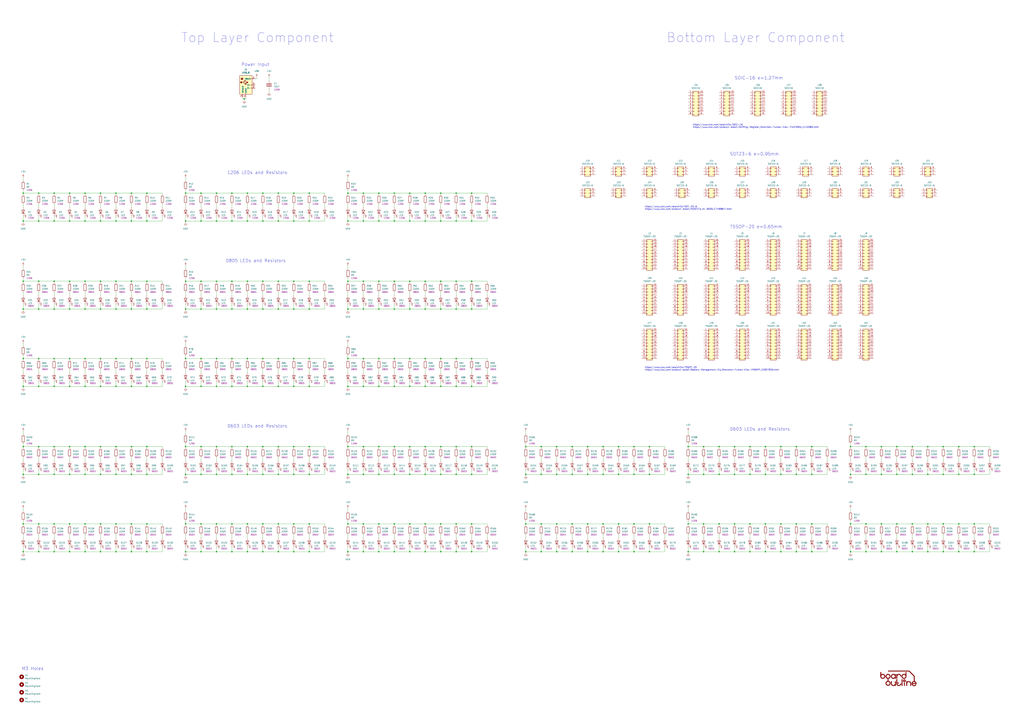
<source format=kicad_sch>
(kicad_sch (version 20230121) (generator eeschema)
  (paper "A1")
  (title_block (title "SMD Solder Tutorial LEDs") (date "2024-04-24") (rev "V1.0"))
  (junction (at 177.8 367.03))
  (junction (at 215.9 317.5))
  (junction (at 736.6 367.03))
  (junction (at 800.1 367.03))
  (junction (at 203.2 158.75))
  (junction (at 31.75 389.89))
  (junction (at 31.75 453.39))
  (junction (at 107.95 430.53))
  (junction (at 457.2 367.03))
  (junction (at 120.65 453.39))
  (junction (at 387.35 367.03))
  (junction (at 285.75 158.75))
  (junction (at 107.95 158.75))
  (junction (at 177.8 231.14))
  (junction (at 19.05 231.14))
  (junction (at 323.85 317.5))
  (junction (at 165.1 254))
  (junction (at 19.05 317.5))
  (junction (at 495.3 453.39))
  (junction (at 152.4 231.14))
  (junction (at 241.3 181.61))
  (junction (at 228.6 430.53))
  (junction (at 444.5 389.89))
  (junction (at 387.35 254))
  (junction (at 654.05 453.39))
  (junction (at 336.55 389.89))
  (junction (at 57.15 254))
  (junction (at 152.4 181.61))
  (junction (at 787.4 430.53))
  (junction (at 361.95 181.61))
  (junction (at 44.45 389.89))
  (junction (at 69.85 389.89))
  (junction (at 19.05 181.61))
  (junction (at 723.9 430.53))
  (junction (at 285.75 231.14))
  (junction (at 444.5 367.03))
  (junction (at 349.25 294.64))
  (junction (at 641.35 367.03))
  (junction (at 374.65 158.75))
  (junction (at 590.55 389.89))
  (junction (at 57.15 231.14))
  (junction (at 44.45 430.53))
  (junction (at 285.75 181.61))
  (junction (at 228.6 317.5))
  (junction (at 603.25 367.03))
  (junction (at 165.1 389.89))
  (junction (at 69.85 453.39))
  (junction (at 31.75 231.14))
  (junction (at 241.3 389.89))
  (junction (at 349.25 317.5))
  (junction (at 774.7 430.53))
  (junction (at 190.5 317.5))
  (junction (at 120.65 254))
  (junction (at 533.4 430.53))
  (junction (at 31.75 317.5))
  (junction (at 311.15 453.39))
  (junction (at 57.15 294.64))
  (junction (at 285.75 389.89))
  (junction (at 19.05 294.64))
  (junction (at 349.25 231.14))
  (junction (at 107.95 254))
  (junction (at 190.5 231.14))
  (junction (at 311.15 317.5))
  (junction (at 787.4 389.89))
  (junction (at 361.95 367.03))
  (junction (at 323.85 453.39))
  (junction (at 95.25 453.39))
  (junction (at 323.85 254))
  (junction (at 254 367.03))
  (junction (at 387.35 317.5))
  (junction (at 457.2 430.53))
  (junction (at 374.65 367.03))
  (junction (at 57.15 317.5))
  (junction (at 57.15 430.53))
  (junction (at 69.85 317.5))
  (junction (at 374.65 294.64))
  (junction (at 228.6 389.89))
  (junction (at 190.5 181.61))
  (junction (at 57.15 181.61))
  (junction (at 336.55 430.53))
  (junction (at 203.2 453.39))
  (junction (at 374.65 430.53))
  (junction (at 298.45 389.89))
  (junction (at 69.85 158.75))
  (junction (at 19.05 430.53))
  (junction (at 203.2 367.03))
  (junction (at 374.65 453.39))
  (junction (at 152.4 158.75))
  (junction (at 698.5 453.39))
  (junction (at 177.8 158.75))
  (junction (at 698.5 389.89))
  (junction (at 711.2 367.03))
  (junction (at 482.6 453.39))
  (junction (at 469.9 367.03))
  (junction (at 311.15 294.64))
  (junction (at 254 453.39))
  (junction (at 787.4 367.03))
  (junction (at 361.95 231.14))
  (junction (at 215.9 389.89))
  (junction (at 736.6 453.39))
  (junction (at 311.15 367.03))
  (junction (at 749.3 367.03))
  (junction (at 311.15 158.75))
  (junction (at 95.25 389.89))
  (junction (at 666.75 389.89))
  (junction (at 285.75 317.5))
  (junction (at 298.45 181.61))
  (junction (at 152.4 389.89))
  (junction (at 120.65 389.89))
  (junction (at 298.45 317.5))
  (junction (at 44.45 158.75))
  (junction (at 361.95 430.53))
  (junction (at 508 367.03))
  (junction (at 203.2 254))
  (junction (at 577.85 453.39))
  (junction (at 615.95 367.03))
  (junction (at 31.75 254))
  (junction (at 323.85 231.14))
  (junction (at 336.55 181.61))
  (junction (at 44.45 367.03))
  (junction (at 203.2 389.89))
  (junction (at 254 430.53))
  (junction (at 190.5 294.64))
  (junction (at 520.7 389.89))
  (junction (at 152.4 367.03))
  (junction (at 615.95 453.39))
  (junction (at 762 389.89))
  (junction (at 241.3 231.14))
  (junction (at 482.6 367.03))
  (junction (at 641.35 389.89))
  (junction (at 749.3 453.39))
  (junction (at 165.1 181.61))
  (junction (at 431.8 367.03))
  (junction (at 107.95 453.39))
  (junction (at 431.8 389.89))
  (junction (at 298.45 367.03))
  (junction (at 520.7 453.39))
  (junction (at 31.75 294.64))
  (junction (at 361.95 158.75))
  (junction (at 323.85 367.03))
  (junction (at 190.5 254))
  (junction (at 107.95 294.64))
  (junction (at 615.95 430.53))
  (junction (at 298.45 231.14))
  (junction (at 203.2 231.14))
  (junction (at 285.75 453.39))
  (junction (at 387.35 158.75))
  (junction (at 19.05 367.03))
  (junction (at 44.45 254))
  (junction (at 177.8 317.5))
  (junction (at 482.6 430.53))
  (junction (at 228.6 254))
  (junction (at 298.45 294.64))
  (junction (at 95.25 430.53))
  (junction (at 374.65 231.14))
  (junction (at 508 453.39))
  (junction (at 254 389.89))
  (junction (at 736.6 389.89))
  (junction (at 711.2 389.89))
  (junction (at 336.55 254))
  (junction (at 228.6 453.39))
  (junction (at 533.4 367.03))
  (junction (at 177.8 453.39))
  (junction (at 387.35 430.53))
  (junction (at 215.9 158.75))
  (junction (at 165.1 430.53))
  (junction (at 107.95 231.14))
  (junction (at 177.8 430.53))
  (junction (at 215.9 294.64))
  (junction (at 69.85 367.03))
  (junction (at 387.35 231.14))
  (junction (at 374.65 254))
  (junction (at 711.2 453.39))
  (junction (at 349.25 367.03))
  (junction (at 336.55 453.39))
  (junction (at 723.9 389.89))
  (junction (at 762 367.03))
  (junction (at 336.55 367.03))
  (junction (at 736.6 430.53))
  (junction (at 603.25 453.39))
  (junction (at 666.75 453.39))
  (junction (at 82.55 317.5))
  (junction (at 82.55 181.61))
  (junction (at 177.8 389.89))
  (junction (at 107.95 317.5))
  (junction (at 577.85 389.89))
  (junction (at 641.35 453.39))
  (junction (at 666.75 367.03))
  (junction (at 336.55 231.14))
  (junction (at 628.65 430.53))
  (junction (at 495.3 389.89))
  (junction (at 774.7 453.39))
  (junction (at 533.4 389.89))
  (junction (at 323.85 181.61))
  (junction (at 254 158.75))
  (junction (at 241.3 453.39))
  (junction (at 774.7 389.89))
  (junction (at 285.75 430.53))
  (junction (at 349.25 453.39))
  (junction (at 387.35 294.64))
  (junction (at 577.85 430.53))
  (junction (at 387.35 181.61))
  (junction (at 95.25 231.14))
  (junction (at 203.2 294.64))
  (junction (at 120.65 367.03))
  (junction (at 457.2 389.89))
  (junction (at 19.05 158.75))
  (junction (at 698.5 367.03))
  (junction (at 749.3 389.89))
  (junction (at 57.15 453.39))
  (junction (at 57.15 389.89))
  (junction (at 431.8 453.39))
  (junction (at 654.05 367.03))
  (junction (at 800.1 453.39))
  (junction (at 361.95 294.64))
  (junction (at 311.15 231.14))
  (junction (at 590.55 453.39))
  (junction (at 508 430.53))
  (junction (at 590.55 430.53))
  (junction (at 82.55 294.64))
  (junction (at 228.6 294.64))
  (junction (at 387.35 453.39))
  (junction (at 200.66 81.28))
  (junction (at 190.5 453.39))
  (junction (at 336.55 158.75))
  (junction (at 565.15 389.89))
  (junction (at 254 181.61))
  (junction (at 69.85 231.14))
  (junction (at 800.1 389.89))
  (junction (at 723.9 367.03))
  (junction (at 177.8 181.61))
  (junction (at 57.15 367.03))
  (junction (at 228.6 158.75))
  (junction (at 323.85 430.53))
  (junction (at 44.45 294.64))
  (junction (at 215.9 181.61))
  (junction (at 190.5 389.89))
  (junction (at 349.25 158.75))
  (junction (at 120.65 181.61))
  (junction (at 298.45 254))
  (junction (at 215.9 430.53))
  (junction (at 628.65 453.39))
  (junction (at 374.65 317.5))
  (junction (at 311.15 254))
  (junction (at 603.25 430.53))
  (junction (at 241.3 158.75))
  (junction (at 774.7 367.03))
  (junction (at 431.8 430.53))
  (junction (at 165.1 231.14))
  (junction (at 82.55 453.39))
  (junction (at 120.65 158.75))
  (junction (at 565.15 453.39))
  (junction (at 203.2 430.53))
  (junction (at 311.15 430.53))
  (junction (at 311.15 181.61))
  (junction (at 469.9 453.39))
  (junction (at 298.45 158.75))
  (junction (at 254 254))
  (junction (at 762 453.39))
  (junction (at 82.55 158.75))
  (junction (at 203.2 181.61))
  (junction (at 787.4 453.39))
  (junction (at 641.35 430.53))
  (junction (at 654.05 430.53))
  (junction (at 31.75 367.03))
  (junction (at 215.9 453.39))
  (junction (at 69.85 294.64))
  (junction (at 495.3 367.03))
  (junction (at 241.3 317.5))
  (junction (at 520.7 430.53))
  (junction (at 69.85 254))
  (junction (at 520.7 367.03))
  (junction (at 666.75 430.53))
  (junction (at 95.25 367.03))
  (junction (at 444.5 453.39))
  (junction (at 565.15 430.53))
  (junction (at 95.25 254))
  (junction (at 69.85 181.61))
  (junction (at 628.65 389.89))
  (junction (at 82.55 389.89))
  (junction (at 495.3 430.53))
  (junction (at 349.25 430.53))
  (junction (at 190.5 158.75))
  (junction (at 628.65 367.03))
  (junction (at 711.2 430.53))
  (junction (at 152.4 453.39))
  (junction (at 165.1 317.5))
  (junction (at 241.3 430.53))
  (junction (at 336.55 317.5))
  (junction (at 19.05 254))
  (junction (at 374.65 181.61))
  (junction (at 444.5 430.53))
  (junction (at 215.9 367.03))
  (junction (at 508 389.89))
  (junction (at 107.95 367.03))
  (junction (at 177.8 294.64))
  (junction (at 31.75 430.53))
  (junction (at 298.45 453.39))
  (junction (at 323.85 158.75))
  (junction (at 82.55 367.03))
  (junction (at 698.5 430.53))
  (junction (at 349.25 181.61))
  (junction (at 82.55 430.53))
  (junction (at 374.65 389.89))
  (junction (at 457.2 453.39))
  (junction (at 800.1 430.53))
  (junction (at 31.75 181.61))
  (junction (at 95.25 158.75))
  (junction (at 749.3 430.53))
  (junction (at 228.6 231.14))
  (junction (at 590.55 367.03))
  (junction (at 165.1 294.64))
  (junction (at 190.5 430.53))
  (junction (at 152.4 294.64))
  (junction (at 349.25 389.89))
  (junction (at 615.95 389.89))
  (junction (at 254 231.14))
  (junction (at 361.95 254))
  (junction (at 95.25 294.64))
  (junction (at 165.1 367.03))
  (junction (at 57.15 158.75))
  (junction (at 19.05 389.89))
  (junction (at 482.6 389.89))
  (junction (at 311.15 389.89))
  (junction (at 44.45 453.39))
  (junction (at 44.45 181.61))
  (junction (at 82.55 231.14))
  (junction (at 298.45 430.53))
  (junction (at 152.4 317.5))
  (junction (at 336.55 294.64))
  (junction (at 387.35 389.89))
  (junction (at 254 317.5))
  (junction (at 241.3 294.64))
  (junction (at 285.75 254))
  (junction (at 361.95 317.5))
  (junction (at 95.25 181.61))
  (junction (at 215.9 231.14))
  (junction (at 152.4 430.53))
  (junction (at 120.65 294.64))
  (junction (at 723.9 453.39))
  (junction (at 654.05 389.89))
  (junction (at 44.45 231.14))
  (junction (at 19.05 453.39))
  (junction (at 152.4 254))
  (junction (at 228.6 181.61))
  (junction (at 69.85 430.53))
  (junction (at 577.85 367.03))
  (junction (at 241.3 254))
  (junction (at 361.95 389.89))
  (junction (at 285.75 367.03))
  (junction (at 361.95 453.39))
  (junction (at 241.3 367.03))
  (junction (at 323.85 389.89))
  (junction (at 31.75 158.75))
  (junction (at 120.65 317.5))
  (junction (at 82.55 254))
  (junction (at 533.4 453.39))
  (junction (at 228.6 367.03))
  (junction (at 565.15 367.03))
  (junction (at 323.85 294.64))
  (junction (at 215.9 254))
  (junction (at 203.2 317.5))
  (junction (at 762 430.53))
  (junction (at 285.75 294.64))
  (junction (at 120.65 430.53))
  (junction (at 165.1 453.39))
  (junction (at 177.8 254))
  (junction (at 107.95 181.61))
  (junction (at 254 294.64))
  (junction (at 165.1 158.75))
  (junction (at 469.9 389.89))
  (junction (at 190.5 367.03))
  (junction (at 95.25 317.5))
  (junction (at 349.25 254))
  (junction (at 44.45 317.5))
  (junction (at 120.65 231.14))
  (junction (at 107.95 389.89))
  (junction (at 603.25 389.89))
  (junction (at 469.9 430.53))
  (wire (pts (xy 400.05 431.8) (xy 400.05 430.53)))
  (wire (pts (xy 190.5 231.14) (xy 177.8 231.14)))
  (wire (pts (xy 107.95 367.03) (xy 95.25 367.03)))
  (wire (pts (xy 107.95 232.41) (xy 107.95 231.14)))
  (wire (pts (xy 31.75 177.8) (xy 31.75 181.61)))
  (wire (pts (xy 177.8 295.91) (xy 177.8 294.64)))
  (wire (pts (xy 469.9 375.92) (xy 469.9 378.46)))
  (wire (pts (xy 615.95 453.39) (xy 603.25 453.39)))
  (wire (pts (xy 323.85 240.03) (xy 323.85 242.57)))
  (wire (pts (xy 298.45 449.58) (xy 298.45 453.39)))
  (wire (pts (xy 165.1 453.39) (xy 152.4 453.39)))
  (wire (pts (xy 241.3 313.69) (xy 241.3 317.5)))
  (wire (pts (xy 641.35 375.92) (xy 641.35 378.46)))
  (wire (pts (xy 254 431.8) (xy 254 430.53)))
  (wire (pts (xy 349.25 449.58) (xy 349.25 453.39)))
  (wire (pts (xy 215.9 158.75) (xy 203.2 158.75)))
  (wire (pts (xy 311.15 449.58) (xy 311.15 453.39)))
  (wire (pts (xy 120.65 181.61) (xy 107.95 181.61)))
  (wire (pts (xy 603.25 430.53) (xy 590.55 430.53)))
  (wire (pts (xy 285.75 303.53) (xy 285.75 306.07)))
  (wire (pts (xy 400.05 240.03) (xy 400.05 242.57)))
  (wire (pts (xy 298.45 295.91) (xy 298.45 294.64)))
  (wire (pts (xy 603.25 439.42) (xy 603.25 441.96)))
  (wire (pts (xy 400.05 453.39) (xy 387.35 453.39)))
  (wire (pts (xy 120.65 430.53) (xy 107.95 430.53)))
  (wire (pts (xy 120.65 250.19) (xy 120.65 254)))
  (wire (pts (xy 215.9 177.8) (xy 215.9 181.61)))
  (wire (pts (xy 95.25 389.89) (xy 82.55 389.89)))
  (wire (pts (xy 546.1 439.42) (xy 546.1 441.96)))
  (wire (pts (xy 152.4 156.21) (xy 152.4 158.75)))
  (wire (pts (xy 298.45 254) (xy 285.75 254)))
  (wire (pts (xy 349.25 453.39) (xy 336.55 453.39)))
  (wire (pts (xy 361.95 367.03) (xy 349.25 367.03)))
  (wire (pts (xy 533.4 439.42) (xy 533.4 441.96)))
  (wire (pts (xy 323.85 431.8) (xy 323.85 430.53)))
  (wire (pts (xy 95.25 240.03) (xy 95.25 242.57)))
  (wire (pts (xy 82.55 254) (xy 69.85 254)))
  (wire (pts (xy 266.7 231.14) (xy 254 231.14)))
  (wire (pts (xy 628.65 431.8) (xy 628.65 430.53)))
  (wire (pts (xy 800.1 430.53) (xy 787.4 430.53)))
  (wire (pts (xy 323.85 303.53) (xy 323.85 306.07)))
  (wire (pts (xy 615.95 367.03) (xy 603.25 367.03)))
  (wire (pts (xy 19.05 439.42) (xy 19.05 441.96)))
  (wire (pts (xy 190.5 431.8) (xy 190.5 430.53)))
  (wire (pts (xy 654.05 368.3) (xy 654.05 367.03)))
  (wire (pts (xy 323.85 430.53) (xy 311.15 430.53)))
  (wire (pts (xy 349.25 254) (xy 336.55 254)))
  (wire (pts (xy 400.05 439.42) (xy 400.05 441.96)))
  (wire (pts (xy 349.25 158.75) (xy 336.55 158.75)))
  (wire (pts (xy 641.35 439.42) (xy 641.35 441.96)))
  (wire (pts (xy 349.25 389.89) (xy 336.55 389.89)))
  (wire (pts (xy 120.65 453.39) (xy 107.95 453.39)))
  (wire (pts (xy 285.75 177.8) (xy 285.75 181.61)))
  (wire (pts (xy 133.35 453.39) (xy 120.65 453.39)))
  (wire (pts (xy 95.25 232.41) (xy 95.25 231.14)))
  (wire (pts (xy 19.05 453.39) (xy 19.05 454.66)))
  (wire (pts (xy 298.45 303.53) (xy 298.45 306.07)))
  (wire (pts (xy 120.65 313.69) (xy 120.65 317.5)))
  (wire (pts (xy 19.05 177.8) (xy 19.05 181.61)))
  (wire (pts (xy 57.15 439.42) (xy 57.15 441.96)))
  (wire (pts (xy 400.05 368.3) (xy 400.05 367.03)))
  (wire (pts (xy 190.5 254) (xy 177.8 254)))
  (wire (pts (xy 787.4 375.92) (xy 787.4 378.46)))
  (wire (pts (xy 590.55 430.53) (xy 577.85 430.53)))
  (wire (pts (xy 323.85 453.39) (xy 311.15 453.39)))
  (wire (pts (xy 311.15 367.03) (xy 298.45 367.03)))
  (wire (pts (xy 285.75 313.69) (xy 285.75 317.5)))
  (wire (pts (xy 19.05 181.61) (xy 19.05 182.88)))
  (wire (pts (xy 361.95 389.89) (xy 349.25 389.89)))
  (wire (pts (xy 698.5 453.39) (xy 698.5 454.66)))
  (wire (pts (xy 31.75 160.02) (xy 31.75 158.75)))
  (wire (pts (xy 266.7 158.75) (xy 254 158.75)))
  (wire (pts (xy 431.8 449.58) (xy 431.8 453.39)))
  (wire (pts (xy 374.65 167.64) (xy 374.65 170.18)))
  (wire (pts (xy 57.15 240.03) (xy 57.15 242.57)))
  (wire (pts (xy 723.9 389.89) (xy 711.2 389.89)))
  (wire (pts (xy 133.35 232.41) (xy 133.35 231.14)))
  (wire (pts (xy 361.95 232.41) (xy 361.95 231.14)))
  (wire (pts (xy 82.55 303.53) (xy 82.55 306.07)))
  (wire (pts (xy 82.55 453.39) (xy 69.85 453.39)))
  (wire (pts (xy 57.15 313.69) (xy 57.15 317.5)))
  (wire (pts (xy 57.15 453.39) (xy 44.45 453.39)))
  (wire (pts (xy 44.45 439.42) (xy 44.45 441.96)))
  (wire (pts (xy 31.75 368.3) (xy 31.75 367.03)))
  (wire (pts (xy 133.35 181.61) (xy 120.65 181.61)))
  (wire (pts (xy 774.7 439.42) (xy 774.7 441.96)))
  (wire (pts (xy 387.35 160.02) (xy 387.35 158.75)))
  (wire (pts (xy 400.05 167.64) (xy 400.05 170.18)))
  (wire (pts (xy 82.55 367.03) (xy 69.85 367.03)))
  (wire (pts (xy 520.7 431.8) (xy 520.7 430.53)))
  (wire (pts (xy 241.3 303.53) (xy 241.3 306.07)))
  (wire (pts (xy 666.75 389.89) (xy 654.05 389.89)))
  (wire (pts (xy 120.65 375.92) (xy 120.65 378.46)))
  (wire (pts (xy 723.9 367.03) (xy 711.2 367.03)))
  (wire (pts (xy 190.5 232.41) (xy 190.5 231.14)))
  (wire (pts (xy 349.25 317.5) (xy 336.55 317.5)))
  (wire (pts (xy 444.5 430.53) (xy 431.8 430.53)))
  (wire (pts (xy 374.65 294.64) (xy 361.95 294.64)))
  (wire (pts (xy 323.85 160.02) (xy 323.85 158.75)))
  (wire (pts (xy 590.55 453.39) (xy 577.85 453.39)))
  (wire (pts (xy 508 375.92) (xy 508 378.46)))
  (wire (pts (xy 107.95 295.91) (xy 107.95 294.64)))
  (wire (pts (xy 615.95 368.3) (xy 615.95 367.03)))
  (wire (pts (xy 374.65 367.03) (xy 361.95 367.03)))
  (wire (pts (xy 323.85 231.14) (xy 311.15 231.14)))
  (wire (pts (xy 533.4 430.53) (xy 520.7 430.53)))
  (wire (pts (xy 69.85 375.92) (xy 69.85 378.46)))
  (wire (pts (xy 254 453.39) (xy 241.3 453.39)))
  (wire (pts (xy 95.25 449.58) (xy 95.25 453.39)))
  (wire (pts (xy 495.3 375.92) (xy 495.3 378.46)))
  (wire (pts (xy 203.2 181.61) (xy 190.5 181.61)))
  (wire (pts (xy 165.1 160.02) (xy 165.1 158.75)))
  (wire (pts (xy 19.05 430.53) (xy 19.05 431.8)))
  (wire (pts (xy 749.3 430.53) (xy 736.6 430.53)))
  (wire (pts (xy 69.85 367.03) (xy 57.15 367.03)))
  (wire (pts (xy 228.6 430.53) (xy 215.9 430.53)))
  (wire (pts (xy 749.3 439.42) (xy 749.3 441.96)))
  (wire (pts (xy 666.75 453.39) (xy 654.05 453.39)))
  (wire (pts (xy 387.35 317.5) (xy 374.65 317.5)))
  (wire (pts (xy 203.2 389.89) (xy 190.5 389.89)))
  (wire (pts (xy 736.6 367.03) (xy 723.9 367.03)))
  (wire (pts (xy 361.95 240.03) (xy 361.95 242.57)))
  (wire (pts (xy 336.55 294.64) (xy 323.85 294.64)))
  (wire (pts (xy 323.85 158.75) (xy 311.15 158.75)))
  (wire (pts (xy 323.85 232.41) (xy 323.85 231.14)))
  (wire (pts (xy 228.6 294.64) (xy 215.9 294.64)))
  (wire (pts (xy 241.3 439.42) (xy 241.3 441.96)))
  (wire (pts (xy 107.95 181.61) (xy 95.25 181.61)))
  (wire (pts (xy 336.55 250.19) (xy 336.55 254)))
  (wire (pts (xy 774.7 375.92) (xy 774.7 378.46)))
  (wire (pts (xy 590.55 375.92) (xy 590.55 378.46)))
  (wire (pts (xy 285.75 250.19) (xy 285.75 254)))
  (wire (pts (xy 266.7 313.69) (xy 266.7 317.5)))
  (wire (pts (xy 323.85 250.19) (xy 323.85 254)))
  (wire (pts (xy 190.5 158.75) (xy 177.8 158.75)))
  (wire (pts (xy 69.85 160.02) (xy 69.85 158.75)))
  (wire (pts (xy 177.8 386.08) (xy 177.8 389.89)))
  (wire (pts (xy 177.8 294.64) (xy 165.1 294.64)))
  (wire (pts (xy 311.15 294.64) (xy 298.45 294.64)))
  (wire (pts (xy 361.95 386.08) (xy 361.95 389.89)))
  (wire (pts (xy 590.55 439.42) (xy 590.55 441.96)))
  (wire (pts (xy 387.35 368.3) (xy 387.35 367.03)))
  (wire (pts (xy 679.45 368.3) (xy 679.45 367.03)))
  (wire (pts (xy 749.3 431.8) (xy 749.3 430.53)))
  (wire (pts (xy 165.1 254) (xy 152.4 254)))
  (wire (pts (xy 311.15 439.42) (xy 311.15 441.96)))
  (wire (pts (xy 152.4 281.94) (xy 152.4 284.48)))
  (wire (pts (xy 190.5 313.69) (xy 190.5 317.5)))
  (wire (pts (xy 615.95 386.08) (xy 615.95 389.89)))
  (wire (pts (xy 254 303.53) (xy 254 306.07)))
  (wire (pts (xy 400.05 254) (xy 387.35 254)))
  (wire (pts (xy 736.6 449.58) (xy 736.6 453.39)))
  (wire (pts (xy 336.55 160.02) (xy 336.55 158.75)))
  (wire (pts (xy 177.8 367.03) (xy 165.1 367.03)))
  (wire (pts (xy 520.7 449.58) (xy 520.7 453.39)))
  (wire (pts (xy 508 439.42) (xy 508 441.96)))
  (wire (pts (xy 508 449.58) (xy 508 453.39)))
  (wire (pts (xy 387.35 231.14) (xy 374.65 231.14)))
  (wire (pts (xy 628.65 367.03) (xy 615.95 367.03)))
  (wire (pts (xy 228.6 177.8) (xy 228.6 181.61)))
  (wire (pts (xy 508 431.8) (xy 508 430.53)))
  (wire (pts (xy 215.9 453.39) (xy 203.2 453.39)))
  (wire (pts (xy 349.25 367.03) (xy 336.55 367.03)))
  (wire (pts (xy 323.85 389.89) (xy 311.15 389.89)))
  (wire (pts (xy 311.15 232.41) (xy 311.15 231.14)))
  (wire (pts (xy 698.5 449.58) (xy 698.5 453.39)))
  (wire (pts (xy 723.9 430.53) (xy 711.2 430.53)))
  (wire (pts (xy 698.5 386.08) (xy 698.5 389.89)))
  (wire (pts (xy 349.25 167.64) (xy 349.25 170.18)))
  (wire (pts (xy 95.25 181.61) (xy 82.55 181.61)))
  (wire (pts (xy 82.55 232.41) (xy 82.55 231.14)))
  (wire (pts (xy 133.35 294.64) (xy 120.65 294.64)))
  (wire (pts (xy 546.1 367.03) (xy 533.4 367.03)))
  (wire (pts (xy 641.35 431.8) (xy 641.35 430.53)))
  (wire (pts (xy 107.95 439.42) (xy 107.95 441.96)))
  (wire (pts (xy 285.75 453.39) (xy 285.75 454.66)))
  (wire (pts (xy 203.2 439.42) (xy 203.2 441.96)))
  (wire (pts (xy 31.75 158.75) (xy 19.05 158.75)))
  (wire (pts (xy 374.65 160.02) (xy 374.65 158.75)))
  (wire (pts (xy 374.65 181.61) (xy 361.95 181.61)))
  (wire (pts (xy 431.8 427.99) (xy 431.8 430.53)))
  (wire (pts (xy 349.25 160.02) (xy 349.25 158.75)))
  (wire (pts (xy 95.25 367.03) (xy 82.55 367.03)))
  (wire (pts (xy 19.05 375.92) (xy 19.05 378.46)))
  (wire (pts (xy 228.6 375.92) (xy 228.6 378.46)))
  (wire (pts (xy 603.25 431.8) (xy 603.25 430.53)))
  (wire (pts (xy 285.75 389.89) (xy 285.75 391.16)))
  (wire (pts (xy 361.95 295.91) (xy 361.95 294.64)))
  (wire (pts (xy 190.5 367.03) (xy 177.8 367.03)))
  (wire (pts (xy 520.7 368.3) (xy 520.7 367.03)))
  (wire (pts (xy 749.3 389.89) (xy 736.6 389.89)))
  (wire (pts (xy 203.2 431.8) (xy 203.2 430.53)))
  (wire (pts (xy 615.95 431.8) (xy 615.95 430.53)))
  (wire (pts (xy 203.2 294.64) (xy 190.5 294.64)))
  (wire (pts (xy 107.95 294.64) (xy 95.25 294.64)))
  (wire (pts (xy 615.95 449.58) (xy 615.95 453.39)))
  (wire (pts (xy 311.15 240.03) (xy 311.15 242.57)))
  (wire (pts (xy 774.7 430.53) (xy 762 430.53)))
  (wire (pts (xy 203.2 240.03) (xy 203.2 242.57)))
  (wire (pts (xy 298.45 177.8) (xy 298.45 181.61)))
  (wire (pts (xy 165.1 231.14) (xy 152.4 231.14)))
  (wire (pts (xy 19.05 240.03) (xy 19.05 242.57)))
  (wire (pts (xy 323.85 254) (xy 311.15 254)))
  (wire (pts (xy 666.75 386.08) (xy 666.75 389.89)))
  (wire (pts (xy 431.8 439.42) (xy 431.8 441.96)))
  (wire (pts (xy 711.2 439.42) (xy 711.2 441.96)))
  (wire (pts (xy 241.3 367.03) (xy 228.6 367.03)))
  (wire (pts (xy 44.45 160.02) (xy 44.45 158.75)))
  (wire (pts (xy 387.35 232.41) (xy 387.35 231.14)))
  (wire (pts (xy 349.25 294.64) (xy 336.55 294.64)))
  (wire (pts (xy 323.85 313.69) (xy 323.85 317.5)))
  (wire (pts (xy 57.15 294.64) (xy 44.45 294.64)))
  (wire (pts (xy 812.8 367.03) (xy 800.1 367.03)))
  (wire (pts (xy 152.4 218.44) (xy 152.4 220.98)))
  (wire (pts (xy 31.75 250.19) (xy 31.75 254)))
  (wire (pts (xy 31.75 453.39) (xy 19.05 453.39)))
  (wire (pts (xy 590.55 386.08) (xy 590.55 389.89)))
  (wire (pts (xy 323.85 386.08) (xy 323.85 389.89)))
  (wire (pts (xy 133.35 254) (xy 120.65 254)))
  (wire (pts (xy 508 430.53) (xy 495.3 430.53)))
  (wire (pts (xy 133.35 389.89) (xy 120.65 389.89)))
  (wire (pts (xy 107.95 375.92) (xy 107.95 378.46)))
  (wire (pts (xy 323.85 167.64) (xy 323.85 170.18)))
  (wire (pts (xy 444.5 431.8) (xy 444.5 430.53)))
  (wire (pts (xy 361.95 181.61) (xy 349.25 181.61)))
  (wire (pts (xy 285.75 218.44) (xy 285.75 220.98)))
  (wire (pts (xy 107.95 240.03) (xy 107.95 242.57)))
  (wire (pts (xy 254 367.03) (xy 241.3 367.03)))
  (wire (pts (xy 165.1 167.64) (xy 165.1 170.18)))
  (wire (pts (xy 336.55 313.69) (xy 336.55 317.5)))
  (wire (pts (xy 203.2 295.91) (xy 203.2 294.64)))
  (wire (pts (xy 177.8 430.53) (xy 165.1 430.53)))
  (wire (pts (xy 241.3 368.3) (xy 241.3 367.03)))
  (wire (pts (xy 44.45 389.89) (xy 31.75 389.89)))
  (wire (pts (xy 19.05 250.19) (xy 19.05 254)))
  (wire (pts (xy 44.45 431.8) (xy 44.45 430.53)))
  (wire (pts (xy 57.15 254) (xy 44.45 254)))
  (wire (pts (xy 508 367.03) (xy 495.3 367.03)))
  (wire (pts (xy 762 375.92) (xy 762 378.46)))
  (wire (pts (xy 69.85 431.8) (xy 69.85 430.53)))
  (wire (pts (xy 285.75 292.1) (xy 285.75 294.64)))
  (wire (pts (xy 361.95 167.64) (xy 361.95 170.18)))
  (wire (pts (xy 69.85 453.39) (xy 57.15 453.39)))
  (wire (pts (xy 298.45 368.3) (xy 298.45 367.03)))
  (wire (pts (xy 323.85 181.61) (xy 311.15 181.61)))
  (wire (pts (xy 736.6 386.08) (xy 736.6 389.89)))
  (wire (pts (xy 298.45 367.03) (xy 285.75 367.03)))
  (wire (pts (xy 311.15 375.92) (xy 311.15 378.46)))
  (wire (pts (xy 298.45 317.5) (xy 285.75 317.5)))
  (wire (pts (xy 336.55 240.03) (xy 336.55 242.57)))
  (wire (pts (xy 400.05 430.53) (xy 387.35 430.53)))
  (wire (pts (xy 31.75 232.41) (xy 31.75 231.14)))
  (wire (pts (xy 203.2 375.92) (xy 203.2 378.46)))
  (wire (pts (xy 177.8 449.58) (xy 177.8 453.39)))
  (wire (pts (xy 336.55 389.89) (xy 323.85 389.89)))
  (wire (pts (xy 400.05 294.64) (xy 387.35 294.64)))
  (wire (pts (xy 482.6 453.39) (xy 469.9 453.39)))
  (wire (pts (xy 215.9 317.5) (xy 203.2 317.5)))
  (wire (pts (xy 177.8 181.61) (xy 165.1 181.61)))
  (wire (pts (xy 285.75 231.14) (xy 285.75 232.41)))
  (wire (pts (xy 762 453.39) (xy 749.3 453.39)))
  (wire (pts (xy 69.85 158.75) (xy 57.15 158.75)))
  (wire (pts (xy 152.4 158.75) (xy 152.4 160.02)))
  (wire (pts (xy 698.5 427.99) (xy 698.5 430.53)))
  (wire (pts (xy 69.85 313.69) (xy 69.85 317.5)))
  (wire (pts (xy 190.5 167.64) (xy 190.5 170.18)))
  (wire (pts (xy 19.05 158.75) (xy 19.05 160.02)))
  (wire (pts (xy 177.8 375.92) (xy 177.8 378.46)))
  (wire (pts (xy 654.05 431.8) (xy 654.05 430.53)))
  (wire (pts (xy 311.15 453.39) (xy 298.45 453.39)))
  (wire (pts (xy 254 295.91) (xy 254 294.64)))
  (wire (pts (xy 400.05 375.92) (xy 400.05 378.46)))
  (wire (pts (xy 177.8 160.02) (xy 177.8 158.75)))
  (wire (pts (xy 177.8 158.75) (xy 165.1 158.75)))
  (wire (pts (xy 546.1 430.53) (xy 533.4 430.53)))
  (wire (pts (xy 190.5 430.53) (xy 177.8 430.53)))
  (wire (pts (xy 311.15 250.19) (xy 311.15 254)))
  (wire (pts (xy 336.55 232.41) (xy 336.55 231.14)))
  (wire (pts (xy 57.15 303.53) (xy 57.15 306.07)))
  (wire (pts (xy 120.65 368.3) (xy 120.65 367.03)))
  (wire (pts (xy 228.6 231.14) (xy 215.9 231.14)))
  (wire (pts (xy 711.2 389.89) (xy 698.5 389.89)))
  (wire (pts (xy 387.35 250.19) (xy 387.35 254)))
  (wire (pts (xy 298.45 386.08) (xy 298.45 389.89)))
  (wire (pts (xy 615.95 430.53) (xy 603.25 430.53)))
  (wire (pts (xy 654.05 389.89) (xy 641.35 389.89)))
  (wire (pts (xy 215.9 431.8) (xy 215.9 430.53)))
  (wire (pts (xy 266.7 232.41) (xy 266.7 231.14)))
  (wire (pts (xy 495.3 453.39) (xy 482.6 453.39)))
  (wire (pts (xy 107.95 231.14) (xy 95.25 231.14)))
  (wire (pts (xy 69.85 295.91) (xy 69.85 294.64)))
  (wire (pts (xy 95.25 250.19) (xy 95.25 254)))
  (wire (pts (xy 165.1 389.89) (xy 152.4 389.89)))
  (wire (pts (xy 336.55 303.53) (xy 336.55 306.07)))
  (wire (pts (xy 266.7 181.61) (xy 254 181.61)))
  (wire (pts (xy 431.8 375.92) (xy 431.8 378.46)))
  (wire (pts (xy 266.7 167.64) (xy 266.7 170.18)))
  (wire (pts (xy 577.85 430.53) (xy 565.15 430.53)))
  (wire (pts (xy 374.65 317.5) (xy 361.95 317.5)))
  (wire (pts (xy 298.45 389.89) (xy 285.75 389.89)))
  (wire (pts (xy 641.35 449.58) (xy 641.35 453.39)))
  (wire (pts (xy 311.15 389.89) (xy 298.45 389.89)))
  (wire (pts (xy 203.2 317.5) (xy 190.5 317.5)))
  (wire (pts (xy 241.3 181.61) (xy 228.6 181.61)))
  (wire (pts (xy 298.45 453.39) (xy 285.75 453.39)))
  (wire (pts (xy 133.35 317.5) (xy 120.65 317.5)))
  (wire (pts (xy 31.75 430.53) (xy 19.05 430.53)))
  (wire (pts (xy 285.75 146.05) (xy 285.75 148.59)))
  (wire (pts (xy 361.95 368.3) (xy 361.95 367.03)))
  (wire (pts (xy 152.4 386.08) (xy 152.4 389.89)))
  (wire (pts (xy 311.15 231.14) (xy 298.45 231.14)))
  (wire (pts (xy 152.4 177.8) (xy 152.4 181.61)))
  (wire (pts (xy 546.1 386.08) (xy 546.1 389.89)))
  (wire (pts (xy 177.8 368.3) (xy 177.8 367.03)))
  (wire (pts (xy 641.35 453.39) (xy 628.65 453.39)))
  (wire (pts (xy 133.35 158.75) (xy 120.65 158.75)))
  (wire (pts (xy 654.05 439.42) (xy 654.05 441.96)))
  (wire (pts (xy 82.55 294.64) (xy 69.85 294.64)))
  (wire (pts (xy 152.4 313.69) (xy 152.4 317.5)))
  (wire (pts (xy 444.5 389.89) (xy 431.8 389.89)))
  (wire (pts (xy 787.4 386.08) (xy 787.4 389.89)))
  (wire (pts (xy 215.9 389.89) (xy 203.2 389.89)))
  (wire (pts (xy 177.8 313.69) (xy 177.8 317.5)))
  (wire (pts (xy 95.25 160.02) (xy 95.25 158.75)))
  (wire (pts (xy 241.3 453.39) (xy 228.6 453.39)))
  (wire (pts (xy 82.55 389.89) (xy 69.85 389.89)))
  (wire (pts (xy 215.9 295.91) (xy 215.9 294.64)))
  (wire (pts (xy 165.1 317.5) (xy 152.4 317.5)))
  (wire (pts (xy 361.95 303.53) (xy 361.95 306.07)))
  (wire (pts (xy 215.9 375.92) (xy 215.9 378.46)))
  (wire (pts (xy 69.85 317.5) (xy 57.15 317.5)))
  (wire (pts (xy 711.2 449.58) (xy 711.2 453.39)))
  (wire (pts (xy 133.35 439.42) (xy 133.35 441.96)))
  (wire (pts (xy 285.75 181.61) (xy 285.75 182.88)))
  (wire (pts (xy 254 430.53) (xy 241.3 430.53)))
  (wire (pts (xy 666.75 439.42) (xy 666.75 441.96)))
  (wire (pts (xy 546.1 389.89) (xy 533.4 389.89)))
  (wire (pts (xy 19.05 231.14) (xy 19.05 232.41)))
  (wire (pts (xy 254 439.42) (xy 254 441.96)))
  (wire (pts (xy 812.8 375.92) (xy 812.8 378.46)))
  (wire (pts (xy 711.2 375.92) (xy 711.2 378.46)))
  (wire (pts (xy 469.9 449.58) (xy 469.9 453.39)))
  (wire (pts (xy 190.5 449.58) (xy 190.5 453.39)))
  (wire (pts (xy 165.1 240.03) (xy 165.1 242.57)))
  (wire (pts (xy 152.4 294.64) (xy 152.4 295.91)))
  (wire (pts (xy 203.2 167.64) (xy 203.2 170.18)))
  (wire (pts (xy 228.6 386.08) (xy 228.6 389.89)))
  (wire (pts (xy 546.1 449.58) (xy 546.1 453.39)))
  (wire (pts (xy 266.7 254) (xy 254 254)))
  (wire (pts (xy 44.45 181.61) (xy 31.75 181.61)))
  (wire (pts (xy 749.3 386.08) (xy 749.3 389.89)))
  (wire (pts (xy 266.7 368.3) (xy 266.7 367.03)))
  (wire (pts (xy 254 294.64) (xy 241.3 294.64)))
  (wire (pts (xy 749.3 449.58) (xy 749.3 453.39)))
  (wire (pts (xy 165.1 430.53) (xy 152.4 430.53)))
  (wire (pts (xy 285.75 281.94) (xy 285.75 284.48)))
  (wire (pts (xy 82.55 386.08) (xy 82.55 389.89)))
  (wire (pts (xy 336.55 375.92) (xy 336.55 378.46)))
  (wire (pts (xy 387.35 294.64) (xy 374.65 294.64)))
  (wire (pts (xy 241.3 240.03) (xy 241.3 242.57)))
  (wire (pts (xy 641.35 368.3) (xy 641.35 367.03)))
  (wire (pts (xy 120.65 431.8) (xy 120.65 430.53)))
  (wire (pts (xy 311.15 313.69) (xy 311.15 317.5)))
  (wire (pts (xy 565.15 439.42) (xy 565.15 441.96)))
  (wire (pts (xy 241.3 431.8) (xy 241.3 430.53)))
  (wire (pts (xy 228.6 232.41) (xy 228.6 231.14)))
  (wire (pts (xy 400.05 386.08) (xy 400.05 389.89)))
  (wire (pts (xy 482.6 375.92) (xy 482.6 378.46)))
  (wire (pts (xy 31.75 181.61) (xy 19.05 181.61)))
  (wire (pts (xy 400.05 177.8) (xy 400.05 181.61)))
  (wire (pts (xy 679.45 367.03) (xy 666.75 367.03)))
  (wire (pts (xy 311.15 303.53) (xy 311.15 306.07)))
  (wire (pts (xy 723.9 368.3) (xy 723.9 367.03)))
  (wire (pts (xy 203.2 177.8) (xy 203.2 181.61)))
  (wire (pts (xy 628.65 368.3) (xy 628.65 367.03)))
  (wire (pts (xy 336.55 439.42) (xy 336.55 441.96)))
  (wire (pts (xy 69.85 250.19) (xy 69.85 254)))
  (wire (pts (xy 57.15 386.08) (xy 57.15 389.89)))
  (wire (pts (xy 508 453.39) (xy 495.3 453.39)))
  (wire (pts (xy 82.55 449.58) (xy 82.55 453.39)))
  (wire (pts (xy 19.05 254) (xy 19.05 255.27)))
  (wire (pts (xy 800.1 389.89) (xy 787.4 389.89)))
  (wire (pts (xy 203.2 386.08) (xy 203.2 389.89)))
  (wire (pts (xy 228.6 181.61) (xy 215.9 181.61)))
  (wire (pts (xy 254 368.3) (xy 254 367.03)))
  (wire (pts (xy 266.7 449.58) (xy 266.7 453.39)))
  (wire (pts (xy 241.3 317.5) (xy 228.6 317.5)))
  (wire (pts (xy 603.25 375.92) (xy 603.25 378.46)))
  (wire (pts (xy 254 158.75) (xy 241.3 158.75)))
  (wire (pts (xy 800.1 453.39) (xy 787.4 453.39)))
  (wire (pts (xy 444.5 367.03) (xy 431.8 367.03)))
  (wire (pts (xy 95.25 431.8) (xy 95.25 430.53)))
  (wire (pts (xy 311.15 431.8) (xy 311.15 430.53)))
  (wire (pts (xy 215.9 449.58) (xy 215.9 453.39)))
  (wire (pts (xy 387.35 431.8) (xy 387.35 430.53)))
  (wire (pts (xy 69.85 181.61) (xy 57.15 181.61)))
  (wire (pts (xy 577.85 386.08) (xy 577.85 389.89)))
  (wire (pts (xy 298.45 181.61) (xy 285.75 181.61)))
  (wire (pts (xy 469.9 431.8) (xy 469.9 430.53)))
  (wire (pts (xy 457.2 449.58) (xy 457.2 453.39)))
  (wire (pts (xy 254 250.19) (xy 254 254)))
  (wire (pts (xy 336.55 386.08) (xy 336.55 389.89)))
  (wire (pts (xy 349.25 430.53) (xy 336.55 430.53)))
  (wire (pts (xy 19.05 417.83) (xy 19.05 420.37)))
  (wire (pts (xy 482.6 431.8) (xy 482.6 430.53)))
  (wire (pts (xy 254 181.61) (xy 241.3 181.61)))
  (wire (pts (xy 577.85 439.42) (xy 577.85 441.96)))
  (wire (pts (xy 133.35 303.53) (xy 133.35 306.07)))
  (wire (pts (xy 311.15 177.8) (xy 311.15 181.61)))
  (wire (pts (xy 107.95 430.53) (xy 95.25 430.53)))
  (wire (pts (xy 311.15 295.91) (xy 311.15 294.64)))
  (wire (pts (xy 107.95 431.8) (xy 107.95 430.53)))
  (wire (pts (xy 469.9 430.53) (xy 457.2 430.53)))
  (wire (pts (xy 190.5 177.8) (xy 190.5 181.61)))
  (wire (pts (xy 82.55 177.8) (xy 82.55 181.61)))
  (wire (pts (xy 133.35 177.8) (xy 133.35 181.61)))
  (wire (pts (xy 95.25 375.92) (xy 95.25 378.46)))
  (wire (pts (xy 698.5 389.89) (xy 698.5 391.16)))
  (wire (pts (xy 603.25 368.3) (xy 603.25 367.03)))
  (wire (pts (xy 520.7 386.08) (xy 520.7 389.89)))
  (wire (pts (xy 120.65 389.89) (xy 107.95 389.89)))
  (wire (pts (xy 190.5 453.39) (xy 177.8 453.39)))
  (wire (pts (xy 400.05 295.91) (xy 400.05 294.64)))
  (wire (pts (xy 546.1 368.3) (xy 546.1 367.03)))
  (wire (pts (xy 152.4 228.6) (xy 152.4 231.14)))
  (wire (pts (xy 679.45 453.39) (xy 666.75 453.39)))
  (wire (pts (xy 165.1 250.19) (xy 165.1 254)))
  (wire (pts (xy 31.75 254) (xy 19.05 254)))
  (wire (pts (xy 152.4 375.92) (xy 152.4 378.46)))
  (wire (pts (xy 787.4 367.03) (xy 774.7 367.03)))
  (wire (pts (xy 69.85 303.53) (xy 69.85 306.07)))
  (wire (pts (xy 241.3 160.02) (xy 241.3 158.75)))
  (wire (pts (xy 533.4 453.39) (xy 520.7 453.39)))
  (wire (pts (xy 361.95 160.02) (xy 361.95 158.75)))
  (wire (pts (xy 444.5 368.3) (xy 444.5 367.03)))
  (wire (pts (xy 120.65 158.75) (xy 107.95 158.75)))
  (wire (pts (xy 228.6 439.42) (xy 228.6 441.96)))
  (wire (pts (xy 666.75 449.58) (xy 666.75 453.39)))
  (wire (pts (xy 603.25 449.58) (xy 603.25 453.39)))
  (wire (pts (xy 787.4 449.58) (xy 787.4 453.39)))
  (wire (pts (xy 266.7 303.53) (xy 266.7 306.07)))
  (wire (pts (xy 285.75 294.64) (xy 285.75 295.91)))
  (wire (pts (xy 190.5 439.42) (xy 190.5 441.96)))
  (wire (pts (xy 152.4 417.83) (xy 152.4 420.37)))
  (wire (pts (xy 266.7 386.08) (xy 266.7 389.89)))
  (wire (pts (xy 120.65 167.64) (xy 120.65 170.18)))
  (wire (pts (xy 577.85 375.92) (xy 577.85 378.46)))
  (wire (pts (xy 120.65 231.14) (xy 107.95 231.14)))
  (wire (pts (xy 133.35 386.08) (xy 133.35 389.89)))
  (wire (pts (xy 387.35 453.39) (xy 374.65 453.39)))
  (wire (pts (xy 19.05 313.69) (xy 19.05 317.5)))
  (wire (pts (xy 177.8 453.39) (xy 165.1 453.39)))
  (wire (pts (xy 615.95 389.89) (xy 603.25 389.89)))
  (wire (pts (xy 95.25 317.5) (xy 82.55 317.5)))
  (wire (pts (xy 215.9 439.42) (xy 215.9 441.96)))
  (wire (pts (xy 374.65 431.8) (xy 374.65 430.53)))
  (wire (pts (xy 374.65 439.42) (xy 374.65 441.96)))
  (wire (pts (xy 508 389.89) (xy 495.3 389.89)))
  (wire (pts (xy 654.05 367.03) (xy 641.35 367.03)))
  (wire (pts (xy 374.65 449.58) (xy 374.65 453.39)))
  (wire (pts (xy 336.55 367.03) (xy 323.85 367.03)))
  (wire (pts (xy 336.55 430.53) (xy 323.85 430.53)))
  (wire (pts (xy 679.45 439.42) (xy 679.45 441.96)))
  (wire (pts (xy 44.45 167.64) (xy 44.45 170.18)))
  (wire (pts (xy 120.65 303.53) (xy 120.65 306.07)))
  (wire (pts (xy 203.2 367.03) (xy 190.5 367.03)))
  (wire (pts (xy 361.95 254) (xy 349.25 254)))
  (wire (pts (xy 44.45 303.53) (xy 44.45 306.07)))
  (wire (pts (xy 311.15 167.64) (xy 311.15 170.18)))
  (wire (pts (xy 361.95 294.64) (xy 349.25 294.64)))
  (wire (pts (xy 120.65 439.42) (xy 120.65 441.96)))
  (wire (pts (xy 400.05 160.02) (xy 400.05 158.75)))
  (wire (pts (xy 31.75 317.5) (xy 19.05 317.5)))
  (wire (pts (xy 31.75 294.64) (xy 19.05 294.64)))
  (wire (pts (xy 361.95 158.75) (xy 349.25 158.75)))
  (wire (pts (xy 152.4 317.5) (xy 152.4 318.77)))
  (wire (pts (xy 762 367.03) (xy 749.3 367.03)))
  (wire (pts (xy 215.9 386.08) (xy 215.9 389.89)))
  (wire (pts (xy 469.9 389.89) (xy 457.2 389.89)))
  (wire (pts (xy 361.95 439.42) (xy 361.95 441.96)))
  (wire (pts (xy 95.25 368.3) (xy 95.25 367.03)))
  (wire (pts (xy 387.35 177.8) (xy 387.35 181.61)))
  (wire (pts (xy 323.85 295.91) (xy 323.85 294.64)))
  (wire (pts (xy 266.7 317.5) (xy 254 317.5)))
  (wire (pts (xy 374.65 375.92) (xy 374.65 378.46)))
  (wire (pts (xy 82.55 375.92) (xy 82.55 378.46)))
  (wire (pts (xy 812.8 368.3) (xy 812.8 367.03)))
  (wire (pts (xy 31.75 295.91) (xy 31.75 294.64)))
  (wire (pts (xy 431.8 417.83) (xy 431.8 420.37)))
  (wire (pts (xy 69.85 232.41) (xy 69.85 231.14)))
  (wire (pts (xy 400.05 181.61) (xy 387.35 181.61)))
  (wire (pts (xy 241.3 158.75) (xy 228.6 158.75)))
  (wire (pts (xy 374.65 158.75) (xy 361.95 158.75)))
  (wire (pts (xy 628.65 386.08) (xy 628.65 389.89)))
  (wire (pts (xy 457.2 389.89) (xy 444.5 389.89)))
  (wire (pts (xy 285.75 427.99) (xy 285.75 430.53)))
  (wire (pts (xy 311.15 317.5) (xy 298.45 317.5)))
  (wire (pts (xy 19.05 364.49) (xy 19.05 367.03)))
  (wire (pts (xy 520.7 389.89) (xy 508 389.89)))
  (wire (pts (xy 565.15 430.53) (xy 565.15 431.8)))
  (wire (pts (xy 336.55 254) (xy 323.85 254)))
  (wire (pts (xy 533.4 449.58) (xy 533.4 453.39)))
  (wire (pts (xy 107.95 254) (xy 95.25 254)))
  (wire (pts (xy 679.45 430.53) (xy 666.75 430.53)))
  (wire (pts (xy 57.15 367.03) (xy 44.45 367.03)))
  (wire (pts (xy 736.6 439.42) (xy 736.6 441.96)))
  (wire (pts (xy 349.25 386.08) (xy 349.25 389.89)))
  (wire (pts (xy 387.35 240.03) (xy 387.35 242.57)))
  (wire (pts (xy 152.4 181.61) (xy 152.4 182.88)))
  (wire (pts (xy 533.4 375.92) (xy 533.4 378.46)))
  (wire (pts (xy 387.35 389.89) (xy 374.65 389.89)))
  (wire (pts (xy 711.2 367.03) (xy 698.5 367.03)))
  (wire (pts (xy 95.25 453.39) (xy 82.55 453.39)))
  (wire (pts (xy 199.39 80.01) (xy 199.39 81.28)))
  (wire (pts (xy 228.6 158.75) (xy 215.9 158.75)))
  (wire (pts (xy 19.05 294.64) (xy 19.05 295.91)))
  (wire (pts (xy 201.93 80.01) (xy 201.93 81.28)))
  (wire (pts (xy 152.4 439.42) (xy 152.4 441.96)))
  (wire (pts (xy 469.9 439.42) (xy 469.9 441.96)))
  (wire (pts (xy 336.55 368.3) (xy 336.55 367.03)))
  (wire (pts (xy 215.9 367.03) (xy 203.2 367.03)))
  (wire (pts (xy 374.65 453.39) (xy 361.95 453.39)))
  (wire (pts (xy 387.35 375.92) (xy 387.35 378.46)))
  (wire (pts (xy 349.25 240.03) (xy 349.25 242.57)))
  (wire (pts (xy 133.35 430.53) (xy 120.65 430.53)))
  (wire (pts (xy 749.3 368.3) (xy 749.3 367.03)))
  (wire (pts (xy 698.5 417.83) (xy 698.5 420.37)))
  (wire (pts (xy 95.25 313.69) (xy 95.25 317.5)))
  (wire (pts (xy 400.05 313.69) (xy 400.05 317.5)))
  (wire (pts (xy 241.3 295.91) (xy 241.3 294.64)))
  (wire (pts (xy 241.3 167.64) (xy 241.3 170.18)))
  (wire (pts (xy 812.8 449.58) (xy 812.8 453.39)))
  (wire (pts (xy 349.25 231.14) (xy 336.55 231.14)))
  (wire (pts (xy 215.9 250.19) (xy 215.9 254)))
  (wire (pts (xy 152.4 231.14) (xy 152.4 232.41)))
  (wire (pts (xy 800.1 386.08) (xy 800.1 389.89)))
  (wire (pts (xy 120.65 177.8) (xy 120.65 181.61)))
  (wire (pts (xy 400.05 303.53) (xy 400.05 306.07)))
  (wire (pts (xy 774.7 367.03) (xy 762 367.03)))
  (wire (pts (xy 57.15 231.14) (xy 44.45 231.14)))
  (wire (pts (xy 133.35 375.92) (xy 133.35 378.46)))
  (wire (pts (xy 190.5 317.5) (xy 177.8 317.5)))
  (wire (pts (xy 762 439.42) (xy 762 441.96)))
  (wire (pts (xy 387.35 386.08) (xy 387.35 389.89)))
  (wire (pts (xy 800.1 367.03) (xy 787.4 367.03)))
  (wire (pts (xy 311.15 368.3) (xy 311.15 367.03)))
  (wire (pts (xy 336.55 431.8) (xy 336.55 430.53)))
  (wire (pts (xy 800.1 375.92) (xy 800.1 378.46)))
  (wire (pts (xy 762 389.89) (xy 749.3 389.89)))
  (wire (pts (xy 400.05 317.5) (xy 387.35 317.5)))
  (wire (pts (xy 615.95 439.42) (xy 615.95 441.96)))
  (wire (pts (xy 266.7 177.8) (xy 266.7 181.61)))
  (wire (pts (xy 603.25 367.03) (xy 590.55 367.03)))
  (wire (pts (xy 457.2 375.92) (xy 457.2 378.46)))
  (wire (pts (xy 241.3 389.89) (xy 228.6 389.89)))
  (wire (pts (xy 57.15 375.92) (xy 57.15 378.46)))
  (wire (pts (xy 628.65 375.92) (xy 628.65 378.46)))
  (wire (pts (xy 654.05 430.53) (xy 641.35 430.53)))
  (wire (pts (xy 431.8 386.08) (xy 431.8 389.89)))
  (wire (pts (xy 254 449.58) (xy 254 453.39)))
  (wire (pts (xy 495.3 431.8) (xy 495.3 430.53)))
  (wire (pts (xy 336.55 317.5) (xy 323.85 317.5)))
  (wire (pts (xy 444.5 439.42) (xy 444.5 441.96)))
  (wire (pts (xy 107.95 303.53) (xy 107.95 306.07)))
  (wire (pts (xy 69.85 439.42) (xy 69.85 441.96)))
  (wire (pts (xy 495.3 367.03) (xy 482.6 367.03)))
  (wire (pts (xy 482.6 367.03) (xy 469.9 367.03)))
  (wire (pts (xy 177.8 303.53) (xy 177.8 306.07)))
  (wire (pts (xy 82.55 240.03) (xy 82.55 242.57)))
  (wire (pts (xy 679.45 386.08) (xy 679.45 389.89)))
  (wire (pts (xy 95.25 158.75) (xy 82.55 158.75)))
  (wire (pts (xy 241.3 254) (xy 228.6 254)))
  (wire (pts (xy 787.4 439.42) (xy 787.4 441.96)))
  (wire (pts (xy 520.7 430.53) (xy 508 430.53)))
  (wire (pts (xy 254 317.5) (xy 241.3 317.5)))
  (wire (pts (xy 190.5 294.64) (xy 177.8 294.64)))
  (wire (pts (xy 82.55 167.64) (xy 82.55 170.18)))
  (wire (pts (xy 177.8 177.8) (xy 177.8 181.61)))
  (wire (pts (xy 210.82 64.77) (xy 209.55 64.77)))
  (wire (pts (xy 203.2 158.75) (xy 190.5 158.75)))
  (wire (pts (xy 19.05 156.21) (xy 19.05 158.75)))
  (wire (pts (xy 565.15 375.92) (xy 565.15 378.46)))
  (wire (pts (xy 336.55 453.39) (xy 323.85 453.39)))
  (wire (pts (xy 298.45 167.64) (xy 298.45 170.18)))
  (wire (pts (xy 203.2 449.58) (xy 203.2 453.39)))
  (wire (pts (xy 165.1 295.91) (xy 165.1 294.64)))
  (wire (pts (xy 165.1 367.03) (xy 152.4 367.03)))
  (wire (pts (xy 133.35 367.03) (xy 120.65 367.03)))
  (wire (pts (xy 361.95 313.69) (xy 361.95 317.5)))
  (wire (pts (xy 165.1 313.69) (xy 165.1 317.5)))
  (wire (pts (xy 323.85 368.3) (xy 323.85 367.03)))
  (wire (pts (xy 698.5 354.33) (xy 698.5 356.87)))
  (wire (pts (xy 190.5 160.02) (xy 190.5 158.75)))
  (wire (pts (xy 311.15 254) (xy 298.45 254)))
  (wire (pts (xy 133.35 231.14) (xy 120.65 231.14)))
  (wire (pts (xy 44.45 294.64) (xy 31.75 294.64)))
  (wire (pts (xy 82.55 431.8) (xy 82.55 430.53)))
  (wire (pts (xy 298.45 313.69) (xy 298.45 317.5)))
  (wire (pts (xy 361.95 430.53) (xy 349.25 430.53)))
  (wire (pts (xy 349.25 232.41) (xy 349.25 231.14)))
  (wire (pts (xy 120.65 240.03) (xy 120.65 242.57)))
  (wire (pts (xy 361.95 431.8) (xy 361.95 430.53)))
  (wire (pts (xy 800.1 439.42) (xy 800.1 441.96)))
  (wire (pts (xy 654.05 386.08) (xy 654.05 389.89)))
  (wire (pts (xy 482.6 386.08) (xy 482.6 389.89)))
  (wire (pts (xy 374.65 303.53) (xy 374.65 306.07)))
  (wire (pts (xy 31.75 386.08) (xy 31.75 389.89)))
  (wire (pts (xy 349.25 177.8) (xy 349.25 181.61)))
  (wire (pts (xy 19.05 218.44) (xy 19.05 220.98)))
  (wire (pts (xy 787.4 453.39) (xy 774.7 453.39)))
  (wire (pts (xy 374.65 313.69) (xy 374.65 317.5)))
  (wire (pts (xy 57.15 317.5) (xy 44.45 317.5)))
  (wire (pts (xy 762 449.58) (xy 762 453.39)))
  (wire (pts (xy 641.35 386.08) (xy 641.35 389.89)))
  (wire (pts (xy 546.1 431.8) (xy 546.1 430.53)))
  (wire (pts (xy 120.65 295.91) (xy 120.65 294.64)))
  (wire (pts (xy 107.95 317.5) (xy 95.25 317.5)))
  (wire (pts (xy 133.35 250.19) (xy 133.35 254)))
  (wire (pts (xy 787.4 389.89) (xy 774.7 389.89)))
  (wire (pts (xy 69.85 430.53) (xy 57.15 430.53)))
  (wire (pts (xy 266.7 389.89) (xy 254 389.89)))
  (wire (pts (xy 628.65 389.89) (xy 615.95 389.89)))
  (wire (pts (xy 165.1 439.42) (xy 165.1 441.96)))
  (wire (pts (xy 400.05 158.75) (xy 387.35 158.75)))
  (wire (pts (xy 165.1 368.3) (xy 165.1 367.03)))
  (wire (pts (xy 565.15 427.99) (xy 565.15 430.53)))
  (wire (pts (xy 31.75 240.03) (xy 31.75 242.57)))
  (wire (pts (xy 95.25 167.64) (xy 95.25 170.18)))
  (wire (pts (xy 82.55 368.3) (xy 82.55 367.03)))
  (wire (pts (xy 615.95 375.92) (xy 615.95 378.46)))
  (wire (pts (xy 220.98 63.5) (xy 220.98 66.04)))
  (wire (pts (xy 457.2 453.39) (xy 444.5 453.39)))
  (wire (pts (xy 603.25 453.39) (xy 590.55 453.39)))
  (wire (pts (xy 152.4 167.64) (xy 152.4 170.18)))
  (wire (pts (xy 400.05 232.41) (xy 400.05 231.14)))
  (wire (pts (xy 285.75 228.6) (xy 285.75 231.14)))
  (wire (pts (xy 482.6 449.58) (xy 482.6 453.39)))
  (wire (pts (xy 44.45 430.53) (xy 31.75 430.53)))
  (wire (pts (xy 482.6 368.3) (xy 482.6 367.03)))
  (wire (pts (xy 241.3 294.64) (xy 228.6 294.64)))
  (wire (pts (xy 495.3 368.3) (xy 495.3 367.03)))
  (wire (pts (xy 812.8 430.53) (xy 800.1 430.53)))
  (wire (pts (xy 120.65 386.08) (xy 120.65 389.89)))
  (wire (pts (xy 57.15 430.53) (xy 44.45 430.53)))
  (wire (pts (xy 431.8 354.33) (xy 431.8 356.87)))
  (wire (pts (xy 577.85 453.39) (xy 565.15 453.39)))
  (wire (pts (xy 120.65 449.58) (xy 120.65 453.39)))
  (wire (pts (xy 44.45 375.92) (xy 44.45 378.46)))
  (wire (pts (xy 152.4 364.49) (xy 152.4 367.03)))
  (wire (pts (xy 800.1 431.8) (xy 800.1 430.53)))
  (wire (pts (xy 311.15 181.61) (xy 298.45 181.61)))
  (wire (pts (xy 228.6 313.69) (xy 228.6 317.5)))
  (wire (pts (xy 120.65 254) (xy 107.95 254)))
  (wire (pts (xy 457.2 439.42) (xy 457.2 441.96)))
  (wire (pts (xy 457.2 386.08) (xy 457.2 389.89)))
  (wire (pts (xy 361.95 449.58) (xy 361.95 453.39)))
  (wire (pts (xy 95.25 177.8) (xy 95.25 181.61)))
  (wire (pts (xy 508 386.08) (xy 508 389.89)))
  (wire (pts (xy 565.15 386.08) (xy 565.15 389.89)))
  (wire (pts (xy 387.35 439.42) (xy 387.35 441.96)))
  (wire (pts (xy 44.45 231.14) (xy 31.75 231.14)))
  (wire (pts (xy 679.45 389.89) (xy 666.75 389.89)))
  (wire (pts (xy 387.35 430.53) (xy 374.65 430.53)))
  (wire (pts (xy 19.05 167.64) (xy 19.05 170.18)))
  (wire (pts (xy 457.2 431.8) (xy 457.2 430.53)))
  (wire (pts (xy 444.5 449.58) (xy 444.5 453.39)))
  (wire (pts (xy 800.1 368.3) (xy 800.1 367.03)))
  (wire (pts (xy 190.5 181.61) (xy 177.8 181.61)))
  (wire (pts (xy 285.75 167.64) (xy 285.75 170.18)))
  (wire (pts (xy 298.45 375.92) (xy 298.45 378.46)))
  (wire (pts (xy 228.6 240.03) (xy 228.6 242.57)))
  (wire (pts (xy 199.39 81.28) (xy 200.66 81.28)))
  (wire (pts (xy 19.05 427.99) (xy 19.05 430.53)))
  (wire (pts (xy 628.65 453.39) (xy 615.95 453.39)))
  (wire (pts (xy 298.45 294.64) (xy 285.75 294.64)))
  (wire (pts (xy 666.75 375.92) (xy 666.75 378.46)))
  (wire (pts (xy 812.8 386.08) (xy 812.8 389.89)))
  (wire (pts (xy 400.05 389.89) (xy 387.35 389.89)))
  (wire (pts (xy 736.6 431.8) (xy 736.6 430.53)))
  (wire (pts (xy 152.4 389.89) (xy 152.4 391.16)))
  (wire (pts (xy 285.75 386.08) (xy 285.75 389.89)))
  (wire (pts (xy 387.35 181.61) (xy 374.65 181.61)))
  (wire (pts (xy 215.9 240.03) (xy 215.9 242.57)))
  (wire (pts (xy 254 313.69) (xy 254 317.5)))
  (wire (pts (xy 577.85 389.89) (xy 565.15 389.89)))
  (wire (pts (xy 57.15 232.41) (xy 57.15 231.14)))
  (wire (pts (xy 698.5 375.92) (xy 698.5 378.46)))
  (wire (pts (xy 336.55 295.91) (xy 336.55 294.64)))
  (wire (pts (xy 133.35 313.69) (xy 133.35 317.5)))
  (wire (pts (xy 266.7 367.03) (xy 254 367.03)))
  (wire (pts (xy 387.35 295.91) (xy 387.35 294.64)))
  (wire (pts (xy 19.05 228.6) (xy 19.05 231.14)))
  (wire (pts (xy 57.15 160.02) (xy 57.15 158.75)))
  (wire (pts (xy 82.55 317.5) (xy 69.85 317.5)))
  (wire (pts (xy 19.05 367.03) (xy 19.05 368.3)))
  (wire (pts (xy 165.1 158.75) (xy 152.4 158.75)))
  (wire (pts (xy 469.9 453.39) (xy 457.2 453.39)))
  (wire (pts (xy 82.55 295.91) (xy 82.55 294.64)))
  (wire (pts (xy 723.9 453.39) (xy 711.2 453.39)))
  (wire (pts (xy 387.35 167.64) (xy 387.35 170.18)))
  (wire (pts (xy 152.4 453.39) (xy 152.4 454.66)))
  (wire (pts (xy 774.7 453.39) (xy 762 453.39)))
  (wire (pts (xy 177.8 254) (xy 165.1 254)))
  (wire (pts (xy 546.1 453.39) (xy 533.4 453.39)))
  (wire (pts (xy 95.25 254) (xy 82.55 254)))
  (wire (pts (xy 374.65 177.8) (xy 374.65 181.61)))
  (wire (pts (xy 711.2 386.08) (xy 711.2 389.89)))
  (wire (pts (xy 107.95 386.08) (xy 107.95 389.89)))
  (wire (pts (xy 44.45 295.91) (xy 44.45 294.64)))
  (wire (pts (xy 565.15 417.83) (xy 565.15 420.37)))
  (wire (pts (xy 120.65 160.02) (xy 120.65 158.75)))
  (wire (pts (xy 565.15 389.89) (xy 565.15 391.16)))
  (wire (pts (xy 298.45 231.14) (xy 285.75 231.14)))
  (wire (pts (xy 323.85 317.5) (xy 311.15 317.5)))
  (wire (pts (xy 641.35 389.89) (xy 628.65 389.89)))
  (wire (pts (xy 469.9 367.03) (xy 457.2 367.03)))
  (wire (pts (xy 266.7 453.39) (xy 254 453.39)))
  (wire (pts (xy 698.5 430.53) (xy 698.5 431.8)))
  (wire (pts (xy 44.45 158.75) (xy 31.75 158.75)))
  (wire (pts (xy 19.05 389.89) (xy 19.05 391.16)))
  (wire (pts (xy 666.75 430.53) (xy 654.05 430.53)))
  (wire (pts (xy 349.25 181.61) (xy 336.55 181.61)))
  (wire (pts (xy 69.85 167.64) (xy 69.85 170.18)))
  (wire (pts (xy 57.15 295.91) (xy 57.15 294.64)))
  (wire (pts (xy 361.95 177.8) (xy 361.95 181.61)))
  (wire (pts (xy 120.65 294.64) (xy 107.95 294.64)))
  (wire (pts (xy 749.3 367.03) (xy 736.6 367.03)))
  (wire (pts (xy 387.35 254) (xy 374.65 254)))
  (wire (pts (xy 400.05 250.19) (xy 400.05 254)))
  (wire (pts (xy 666.75 368.3) (xy 666.75 367.03)))
  (wire (pts (xy 590.55 449.58) (xy 590.55 453.39)))
  (wire (pts (xy 107.95 160.02) (xy 107.95 158.75)))
  (wire (pts (xy 285.75 367.03) (xy 285.75 368.3)))
  (wire (pts (xy 285.75 254) (xy 285.75 255.27)))
  (wire (pts (xy 241.3 430.53) (xy 228.6 430.53)))
  (wire (pts (xy 698.5 367.03) (xy 698.5 368.3)))
  (wire (pts (xy 361.95 231.14) (xy 349.25 231.14)))
  (wire (pts (xy 82.55 439.42) (xy 82.55 441.96)))
  (wire (pts (xy 177.8 240.03) (xy 177.8 242.57)))
  (wire (pts (xy 19.05 449.58) (xy 19.05 453.39)))
  (wire (pts (xy 215.9 231.14) (xy 203.2 231.14)))
  (wire (pts (xy 44.45 317.5) (xy 31.75 317.5)))
  (wire (pts (xy 165.1 177.8) (xy 165.1 181.61)))
  (wire (pts (xy 82.55 313.69) (xy 82.55 317.5)))
  (wire (pts (xy 533.4 389.89) (xy 520.7 389.89)))
  (wire (pts (xy 31.75 303.53) (xy 31.75 306.07)))
  (wire (pts (xy 285.75 317.5) (xy 285.75 318.77)))
  (wire (pts (xy 266.7 294.64) (xy 254 294.64)))
  (wire (pts (xy 57.15 250.19) (xy 57.15 254)))
  (wire (pts (xy 44.45 368.3) (xy 44.45 367.03)))
  (wire (pts (xy 298.45 430.53) (xy 285.75 430.53)))
  (wire (pts (xy 762 431.8) (xy 762 430.53)))
  (wire (pts (xy 349.25 375.92) (xy 349.25 378.46)))
  (wire (pts (xy 82.55 430.53) (xy 69.85 430.53)))
  (wire (pts (xy 387.35 158.75) (xy 374.65 158.75)))
  (wire (pts (xy 44.45 232.41) (xy 44.45 231.14)))
  (wire (pts (xy 387.35 367.03) (xy 374.65 367.03)))
  (wire (pts (xy 177.8 232.41) (xy 177.8 231.14)))
  (wire (pts (xy 31.75 375.92) (xy 31.75 378.46)))
  (wire (pts (xy 323.85 177.8) (xy 323.85 181.61)))
  (wire (pts (xy 565.15 364.49) (xy 565.15 367.03)))
  (wire (pts (xy 203.2 453.39) (xy 190.5 453.39)))
  (wire (pts (xy 431.8 453.39) (xy 431.8 454.66)))
  (wire (pts (xy 177.8 317.5) (xy 165.1 317.5)))
  (wire (pts (xy 628.65 449.58) (xy 628.65 453.39)))
  (wire (pts (xy 215.9 181.61) (xy 203.2 181.61)))
  (wire (pts (xy 469.9 386.08) (xy 469.9 389.89)))
  (wire (pts (xy 387.35 449.58) (xy 387.35 453.39)))
  (wire (pts (xy 736.6 368.3) (xy 736.6 367.03)))
  (wire (pts (xy 628.65 430.53) (xy 615.95 430.53)))
  (wire (pts (xy 285.75 158.75) (xy 285.75 160.02)))
  (wire (pts (xy 812.8 453.39) (xy 800.1 453.39)))
  (wire (pts (xy 57.15 158.75) (xy 44.45 158.75)))
  (wire (pts (xy 266.7 160.02) (xy 266.7 158.75)))
  (wire (pts (xy 812.8 439.42) (xy 812.8 441.96)))
  (wire (pts (xy 336.55 181.61) (xy 323.85 181.61)))
  (wire (pts (xy 285.75 364.49) (xy 285.75 367.03)))
  (wire (pts (xy 641.35 430.53) (xy 628.65 430.53)))
  (wire (pts (xy 228.6 449.58) (xy 228.6 453.39)))
  (wire (pts (xy 482.6 430.53) (xy 469.9 430.53)))
  (wire (pts (xy 349.25 250.19) (xy 349.25 254)))
  (wire (pts (xy 787.4 430.53) (xy 774.7 430.53)))
  (wire (pts (xy 177.8 231.14) (xy 165.1 231.14)))
  (wire (pts (xy 254 254) (xy 241.3 254)))
  (wire (pts (xy 577.85 368.3) (xy 577.85 367.03)))
  (wire (pts (xy 666.75 367.03) (xy 654.05 367.03)))
  (wire (pts (xy 57.15 167.64) (xy 57.15 170.18)))
  (wire (pts (xy 495.3 389.89) (xy 482.6 389.89)))
  (wire (pts (xy 285.75 240.03) (xy 285.75 242.57)))
  (wire (pts (xy 19.05 146.05) (xy 19.05 148.59)))
  (wire (pts (xy 31.75 231.14) (xy 19.05 231.14)))
  (wire (pts (xy 266.7 250.19) (xy 266.7 254)))
  (wire (pts (xy 590.55 368.3) (xy 590.55 367.03)))
  (wire (pts (xy 44.45 386.08) (xy 44.45 389.89)))
  (wire (pts (xy 495.3 449.58) (xy 495.3 453.39)))
  (wire (pts (xy 336.55 449.58) (xy 336.55 453.39)))
  (wire (pts (xy 812.8 431.8) (xy 812.8 430.53)))
  (wire (pts (xy 95.25 295.91) (xy 95.25 294.64)))
  (wire (pts (xy 698.5 439.42) (xy 698.5 441.96)))
  (wire (pts (xy 387.35 303.53) (xy 387.35 306.07)))
  (wire (pts (xy 520.7 439.42) (xy 520.7 441.96)))
  (wire (pts (xy 298.45 160.02) (xy 298.45 158.75)))
  (wire (pts (xy 374.65 295.91) (xy 374.65 294.64)))
  (wire (pts (xy 19.05 317.5) (xy 19.05 318.77)))
  (wire (pts (xy 254 375.92) (xy 254 378.46)))
  (wire (pts (xy 215.9 254) (xy 203.2 254)))
  (wire (pts (xy 107.95 449.58) (xy 107.95 453.39)))
  (wire (pts (xy 31.75 167.64) (xy 31.75 170.18)))
  (wire (pts (xy 482.6 439.42) (xy 482.6 441.96)))
  (wire (pts (xy 298.45 431.8) (xy 298.45 430.53)))
  (wire (pts (xy 69.85 449.58) (xy 69.85 453.39)))
  (wire (pts (xy 762 368.3) (xy 762 367.03)))
  (wire (pts (xy 133.35 160.02) (xy 133.35 158.75)))
  (wire (pts (xy 311.15 430.53) (xy 298.45 430.53)))
  (wire (pts (xy 82.55 160.02) (xy 82.55 158.75)))
  (wire (pts (xy 800.1 449.58) (xy 800.1 453.39)))
  (wire (pts (xy 374.65 430.53) (xy 361.95 430.53)))
  (wire (pts (xy 82.55 158.75) (xy 69.85 158.75)))
  (wire (pts (xy 266.7 439.42) (xy 266.7 441.96)))
  (wire (pts (xy 228.6 254) (xy 215.9 254)))
  (wire (pts (xy 120.65 317.5) (xy 107.95 317.5)))
  (wire (pts (xy 165.1 375.92) (xy 165.1 378.46)))
  (wire (pts (xy 774.7 431.8) (xy 774.7 430.53)))
  (wire (pts (xy 95.25 439.42) (xy 95.25 441.96)))
  (wire (pts (xy 444.5 453.39) (xy 431.8 453.39)))
  (wire (pts (xy 431.8 430.53) (xy 431.8 431.8)))
  (wire (pts (xy 241.3 250.19) (xy 241.3 254)))
  (wire (pts (xy 152.4 354.33) (xy 152.4 356.87)))
  (wire (pts (xy 95.25 430.53) (xy 82.55 430.53)))
  (wire (pts (xy 654.05 453.39) (xy 641.35 453.39)))
  (wire (pts (xy 200.66 81.28) (xy 200.66 82.55)))
  (wire (pts (xy 254 167.64) (xy 254 170.18)))
  (wire (pts (xy 44.45 313.69) (xy 44.45 317.5)))
  (wire (pts (xy 228.6 317.5) (xy 215.9 317.5)))
  (wire (pts (xy 133.35 368.3) (xy 133.35 367.03)))
  (wire (pts (xy 361.95 250.19) (xy 361.95 254)))
  (wire (pts (xy 31.75 367.03) (xy 19.05 367.03)))
  (wire (pts (xy 215.9 313.69) (xy 215.9 317.5)))
  (wire (pts (xy 165.1 294.64) (xy 152.4 294.64)))
  (wire (pts (xy 190.5 368.3) (xy 190.5 367.03)))
  (wire (pts (xy 228.6 250.19) (xy 228.6 254)))
  (wire (pts (xy 565.15 453.39) (xy 565.15 454.66)))
  (wire (pts (xy 228.6 303.53) (xy 228.6 306.07)))
  (wire (pts (xy 31.75 389.89) (xy 19.05 389.89)))
  (wire (pts (xy 165.1 449.58) (xy 165.1 453.39)))
  (wire (pts (xy 311.15 386.08) (xy 311.15 389.89)))
  (wire (pts (xy 336.55 158.75) (xy 323.85 158.75)))
  (wire (pts (xy 323.85 439.42) (xy 323.85 441.96)))
  (wire (pts (xy 215.9 160.02) (xy 215.9 158.75)))
  (wire (pts (xy 44.45 250.19) (xy 44.45 254)))
  (wire (pts (xy 311.15 160.02) (xy 311.15 158.75)))
  (wire (pts (xy 57.15 368.3) (xy 57.15 367.03)))
  (wire (pts (xy 349.25 303.53) (xy 349.25 306.07)))
  (wire (pts (xy 107.95 313.69) (xy 107.95 317.5)))
  (wire (pts (xy 200.66 81.28) (xy 201.93 81.28)))
  (wire (pts (xy 533.4 367.03) (xy 520.7 367.03)))
  (wire (pts (xy 590.55 367.03) (xy 577.85 367.03)))
  (wire (pts (xy 44.45 453.39) (xy 31.75 453.39)))
  (wire (pts (xy 241.3 231.14) (xy 228.6 231.14)))
  (wire (pts (xy 82.55 181.61) (xy 69.85 181.61)))
  (wire (pts (xy 679.45 375.92) (xy 679.45 378.46)))
  (wire (pts (xy 723.9 439.42) (xy 723.9 441.96)))
  (wire (pts (xy 565.15 354.33) (xy 565.15 356.87)))
  (wire (pts (xy 57.15 389.89) (xy 44.45 389.89)))
  (wire (pts (xy 361.95 375.92) (xy 361.95 378.46)))
  (wire (pts (xy 723.9 449.58) (xy 723.9 453.39)))
  (wire (pts (xy 152.4 254) (xy 152.4 255.27)))
  (wire (pts (xy 69.85 386.08) (xy 69.85 389.89)))
  (wire (pts (xy 19.05 354.33) (xy 19.05 356.87)))
  (wire (pts (xy 711.2 430.53) (xy 698.5 430.53)))
  (wire (pts (xy 311.15 158.75) (xy 298.45 158.75)))
  (wire (pts (xy 165.1 181.61) (xy 152.4 181.61)))
  (wire (pts (xy 241.3 177.8) (xy 241.3 181.61)))
  (wire (pts (xy 69.85 231.14) (xy 57.15 231.14)))
  (wire (pts (xy 533.4 386.08) (xy 533.4 389.89)))
  (wire (pts (xy 266.7 431.8) (xy 266.7 430.53)))
  (wire (pts (xy 400.05 367.03) (xy 387.35 367.03)))
  (wire (pts (xy 374.65 386.08) (xy 374.65 389.89)))
  (wire (pts (xy 165.1 431.8) (xy 165.1 430.53)))
  (wire (pts (xy 152.4 240.03) (xy 152.4 242.57)))
  (wire (pts (xy 228.6 389.89) (xy 215.9 389.89)))
  (wire (pts (xy 31.75 449.58) (xy 31.75 453.39)))
  (wire (pts (xy 349.25 439.42) (xy 349.25 441.96)))
  (wire (pts (xy 762 430.53) (xy 749.3 430.53)))
  (wire (pts (xy 31.75 313.69) (xy 31.75 317.5)))
  (wire (pts (xy 387.35 313.69) (xy 387.35 317.5)))
  (wire (pts (xy 69.85 389.89) (xy 57.15 389.89)))
  (wire (pts (xy 152.4 449.58) (xy 152.4 453.39)))
  (wire (pts (xy 577.85 449.58) (xy 577.85 453.39)))
  (wire (pts (xy 228.6 367.03) (xy 215.9 367.03)))
  (wire (pts (xy 69.85 254) (xy 57.15 254)))
  (wire (pts (xy 787.4 368.3) (xy 787.4 367.03)))
  (wire (pts (xy 190.5 250.19) (xy 190.5 254)))
  (wire (pts (xy 44.45 254) (xy 31.75 254)))
  (wire (pts (xy 762 386.08) (xy 762 389.89)))
  (wire (pts (xy 241.3 449.58) (xy 241.3 453.39)))
  (wire (pts (xy 152.4 292.1) (xy 152.4 294.64)))
  (wire (pts (xy 565.15 449.58) (xy 565.15 453.39)))
  (wire (pts (xy 736.6 430.53) (xy 723.9 430.53)))
  (wire (pts (xy 254 177.8) (xy 254 181.61)))
  (wire (pts (xy 215.9 303.53) (xy 215.9 306.07)))
  (wire (pts (xy 603.25 386.08) (xy 603.25 389.89)))
  (wire (pts (xy 69.85 240.03) (xy 69.85 242.57)))
  (wire (pts (xy 215.9 368.3) (xy 215.9 367.03)))
  (wire (pts (xy 228.6 295.91) (xy 228.6 294.64)))
  (wire (pts (xy 57.15 181.61) (xy 44.45 181.61)))
  (wire (pts (xy 165.1 232.41) (xy 165.1 231.14)))
  (wire (pts (xy 298.45 250.19) (xy 298.45 254)))
  (wire (pts (xy 641.35 367.03) (xy 628.65 367.03)))
  (wire (pts (xy 698.5 364.49) (xy 698.5 367.03)))
  (wire (pts (xy 190.5 240.03) (xy 190.5 242.57)))
  (wire (pts (xy 69.85 368.3) (xy 69.85 367.03)))
  (wire (pts (xy 285.75 375.92) (xy 285.75 378.46)))
  (wire (pts (xy 577.85 431.8) (xy 577.85 430.53)))
  (wire (pts (xy 323.85 449.58) (xy 323.85 453.39)))
  (wire (pts (xy 44.45 367.03) (xy 31.75 367.03)))
  (wire (pts (xy 266.7 375.92) (xy 266.7 378.46)))
  (wire (pts (xy 82.55 250.19) (xy 82.55 254)))
  (wire (pts (xy 565.15 367.03) (xy 565.15 368.3)))
  (wire (pts (xy 133.35 167.64) (xy 133.35 170.18)))
  (wire (pts (xy 520.7 453.39) (xy 508 453.39)))
  (wire (pts (xy 577.85 367.03) (xy 565.15 367.03)))
  (wire (pts (xy 298.45 158.75) (xy 285.75 158.75)))
  (wire (pts (xy 349.25 295.91) (xy 349.25 294.64)))
  (wire (pts (xy 285.75 354.33) (xy 285.75 356.87)))
  (wire (pts (xy 57.15 177.8) (xy 57.15 181.61)))
  (wire (pts (xy 774.7 368.3) (xy 774.7 367.03)))
  (wire (pts (xy 349.25 313.69) (xy 349.25 317.5)))
  (wire (pts (xy 95.25 231.14) (xy 82.55 231.14)))
  (wire (pts (xy 120.65 367.03) (xy 107.95 367.03)))
  (wire (pts (xy 723.9 375.92) (xy 723.9 378.46)))
  (wire (pts (xy 285.75 156.21) (xy 285.75 158.75)))
  (wire (pts (xy 374.65 240.03) (xy 374.65 242.57)))
  (wire (pts (xy 374.65 232.41) (xy 374.65 231.14)))
  (wire (pts (xy 749.3 375.92) (xy 749.3 378.46)))
  (wire (pts (xy 431.8 389.89) (xy 431.8 391.16)))
  (wire (pts (xy 241.3 386.08) (xy 241.3 389.89)))
  (wire (pts (xy 787.4 431.8) (xy 787.4 430.53)))
  (wire (pts (xy 590.55 431.8) (xy 590.55 430.53)))
  (wire (pts (xy 400.05 231.14) (xy 387.35 231.14)))
  (wire (pts (xy 374.65 389.89) (xy 361.95 389.89)))
  (wire (pts (xy 203.2 368.3) (xy 203.2 367.03)))
  (wire (pts (xy 723.9 431.8) (xy 723.9 430.53)))
  (wire (pts (xy 285.75 417.83) (xy 285.75 420.37)))
  (wire (pts (xy 228.6 368.3) (xy 228.6 367.03)))
  (wire (pts (xy 679.45 449.58) (xy 679.45 453.39)))
  (wire (pts (xy 107.95 368.3) (xy 107.95 367.03)))
  (wire (pts (xy 69.85 294.64) (xy 57.15 294.64)))
  (wire (pts (xy 254 389.89) (xy 241.3 389.89)))
  (wire (pts (xy 228.6 453.39) (xy 215.9 453.39)))
  (wire (pts (xy 457.2 368.3) (xy 457.2 367.03)))
  (wire (pts (xy 520.7 375.92) (xy 520.7 378.46)))
  (wire (pts (xy 774.7 449.58) (xy 774.7 453.39)))
  (wire (pts (xy 210.82 63.5) (xy 210.82 64.77)))
  (wire (pts (xy 165.1 303.53) (xy 165.1 306.07)))
  (wire (pts (xy 44.45 177.8) (xy 44.45 181.61)))
  (wire (pts (xy 107.95 167.64) (xy 107.95 170.18)))
  (wire (pts (xy 152.4 250.19) (xy 152.4 254)))
  (wire (pts (xy 203.2 313.69) (xy 203.2 317.5)))
  (wire (pts (xy 298.45 240.03) (xy 298.45 242.57)))
  (wire (pts (xy 177.8 167.64) (xy 177.8 170.18)))
  (wire (pts (xy 349.25 431.8) (xy 349.25 430.53)))
  (wire (pts (xy 152.4 430.53) (xy 152.4 431.8)))
  (wire (pts (xy 323.85 367.03) (xy 311.15 367.03)))
  (wire (pts (xy 654.05 449.58) (xy 654.05 453.39)))
  (wire (pts (xy 177.8 250.19) (xy 177.8 254)))
  (wire (pts (xy 298.45 439.42) (xy 298.45 441.96)))
  (wire (pts (xy 266.7 240.03) (xy 266.7 242.57)))
  (wire (pts (xy 19.05 292.1) (xy 19.05 294.64)))
  (wire (pts (xy 203.2 303.53) (xy 203.2 306.07)))
  (wire (pts (xy 520.7 367.03) (xy 508 367.03)))
  (wire (pts (xy 285.75 439.42) (xy 285.75 441.96)))
  (wire (pts (xy 336.55 177.8) (xy 336.55 181.61)))
  (wire (pts (xy 254 231.14) (xy 241.3 231.14)))
  (wire (pts (xy 203.2 430.53) (xy 190.5 430.53)))
  (wire (pts (xy 298.45 232.41) (xy 298.45 231.14)))
  (wire (pts (xy 152.4 427.99) (xy 152.4 430.53)))
  (wire (pts (xy 241.3 375.92) (xy 241.3 378.46)))
  (wire (pts (xy 812.8 389.89) (xy 800.1 389.89)))
  (wire (pts (xy 165.1 386.08) (xy 165.1 389.89)))
  (wire (pts (xy 254 232.41) (xy 254 231.14)))
  (wire (pts (xy 679.45 431.8) (xy 679.45 430.53)))
  (wire (pts (xy 628.65 439.42) (xy 628.65 441.96)))
  (wire (pts (xy 457.2 430.53) (xy 444.5 430.53)))
  (wire (pts (xy 82.55 231.14) (xy 69.85 231.14)))
  (wire (pts (xy 431.8 364.49) (xy 431.8 367.03)))
  (wire (pts (xy 374.65 368.3) (xy 374.65 367.03)))
  (wire (pts (xy 190.5 389.89) (xy 177.8 389.89)))
  (wire (pts (xy 736.6 375.92) (xy 736.6 378.46)))
  (wire (pts (xy 228.6 167.64) (xy 228.6 170.18)))
  (wire (pts (xy 774.7 389.89) (xy 762 389.89)))
  (wire (pts (xy 533.4 431.8) (xy 533.4 430.53)))
  (wire (pts (xy 457.2 367.03) (xy 444.5 367.03)))
  (wire (pts (xy 44.45 240.03) (xy 44.45 242.57)))
  (wire (pts (xy 482.6 389.89) (xy 469.9 389.89)))
  (wire (pts (xy 57.15 431.8) (xy 57.15 430.53)))
  (wire (pts (xy 666.75 431.8) (xy 666.75 430.53)))
  (wire (pts (xy 107.95 389.89) (xy 95.25 389.89)))
  (wire (pts (xy 266.7 430.53) (xy 254 430.53)))
  (wire (pts (xy 323.85 294.64) (xy 311.15 294.64)))
  (wire (pts (xy 400.05 449.58) (xy 400.05 453.39)))
  (wire (pts (xy 444.5 375.92) (xy 444.5 378.46)))
  (wire (pts (xy 215.9 232.41) (xy 215.9 231.14)))
  (wire (pts (xy 177.8 431.8) (xy 177.8 430.53)))
  (wire (pts (xy 336.55 167.64) (xy 336.55 170.18)))
  (wire (pts (xy 228.6 160.02) (xy 228.6 158.75)))
  (wire (pts (xy 19.05 281.94) (xy 19.05 284.48)))
  (wire (pts (xy 736.6 389.89) (xy 723.9 389.89)))
  (wire (pts (xy 95.25 386.08) (xy 95.25 389.89)))
  (wire (pts (xy 190.5 303.53) (xy 190.5 306.07)))
  (wire (pts (xy 495.3 430.53) (xy 482.6 430.53)))
  (wire (pts (xy 57.15 449.58) (xy 57.15 453.39)))
  (wire (pts (xy 228.6 431.8) (xy 228.6 430.53)))
  (wire (pts (xy 107.95 453.39) (xy 95.25 453.39)))
  (wire (pts (xy 533.4 368.3) (xy 533.4 367.03)))
  (wire (pts (xy 177.8 439.42) (xy 177.8 441.96)))
  (wire (pts (xy 203.2 250.19) (xy 203.2 254)))
  (wire (pts (xy 107.95 177.8) (xy 107.95 181.61)))
  (wire (pts (xy 19.05 386.08) (xy 19.05 389.89)))
  (wire (pts (xy 215.9 167.64) (xy 215.9 170.18)))
  (wire (pts (xy 95.25 303.53) (xy 95.25 306.07)))
  (wire (pts (xy 133.35 449.58) (xy 133.35 453.39)))
  (wire (pts (xy 107.95 158.75) (xy 95.25 158.75)))
  (wire (pts (xy 203.2 160.02) (xy 203.2 158.75)))
  (wire (pts (xy 546.1 375.92) (xy 546.1 378.46)))
  (wire (pts (xy 603.25 389.89) (xy 590.55 389.89)))
  (wire (pts (xy 190.5 386.08) (xy 190.5 389.89)))
  (wire (pts (xy 31.75 439.42) (xy 31.75 441.96)))
  (wire (pts (xy 152.4 303.53) (xy 152.4 306.07)))
  (wire (pts (xy 241.3 232.41) (xy 241.3 231.14)))
  (wire (pts (xy 95.25 294.64) (xy 82.55 294.64)))
  (wire (pts (xy 774.7 386.08) (xy 774.7 389.89)))
  (wire (pts (xy 120.65 232.41) (xy 120.65 231.14)))
  (wire (pts (xy 495.3 386.08) (xy 495.3 389.89)))
  (wire (pts (xy 190.5 295.91) (xy 190.5 294.64)))
  (wire (pts (xy 152.4 146.05) (xy 152.4 148.59)))
  (wire (pts (xy 285.75 430.53) (xy 285.75 431.8)))
  (wire (pts (xy 203.2 232.41) (xy 203.2 231.14)))
  (wire (pts (xy 203.2 254) (xy 190.5 254)))
  (wire (pts (xy 508 368.3) (xy 508 367.03)))
  (wire (pts (xy 215.9 430.53) (xy 203.2 430.53)))
  (wire (pts (xy 107.95 250.19) (xy 107.95 254)))
  (wire (pts (xy 349.25 368.3) (xy 349.25 367.03)))
  (wire (pts (xy 254 386.08) (xy 254 389.89)))
  (wire (pts (xy 177.8 389.89) (xy 165.1 389.89)))
  (wire (pts (xy 495.3 439.42) (xy 495.3 441.96)))
  (wire (pts (xy 152.4 367.03) (xy 152.4 368.3)))
  (wire (pts (xy 133.35 295.91) (xy 133.35 294.64)))
  (wire (pts (xy 336.55 231.14) (xy 323.85 231.14)))
  (wire (pts (xy 19.05 303.53) (xy 19.05 306.07)))
  (wire (pts (xy 361.95 317.5) (xy 349.25 317.5)))
  (wire (pts (xy 323.85 375.92) (xy 323.85 378.46)))
  (wire (pts (xy 749.3 453.39) (xy 736.6 453.39)))
  (wire (pts (xy 215.9 294.64) (xy 203.2 294.64)))
  (wire (pts (xy 374.65 250.19) (xy 374.65 254)))
  (wire (pts (xy 69.85 177.8) (xy 69.85 181.61)))
  (wire (pts (xy 431.8 367.03) (xy 431.8 368.3)))
  (wire (pts (xy 254 240.03) (xy 254 242.57)))
  (wire (pts (xy 723.9 386.08) (xy 723.9 389.89)))
  (wire (pts (xy 133.35 431.8) (xy 133.35 430.53)))
  (wire (pts (xy 711.2 431.8) (xy 711.2 430.53)))
  (wire (pts (xy 469.9 368.3) (xy 469.9 367.03)))
  (wire (pts (xy 31.75 431.8) (xy 31.75 430.53)))
  (wire (pts (xy 374.65 254) (xy 361.95 254)))
  (wire (pts (xy 736.6 453.39) (xy 723.9 453.39)))
  (wire (pts (xy 203.2 231.14) (xy 190.5 231.14)))
  (wire (pts (xy 254 160.02) (xy 254 158.75)))
  (wire (pts (xy 654.05 375.92) (xy 654.05 378.46)))
  (wire (pts (xy 190.5 375.92) (xy 190.5 378.46)))
  (wire (pts (xy 711.2 368.3) (xy 711.2 367.03)))
  (wire (pts (xy 711.2 453.39) (xy 698.5 453.39)))
  (wire (pts (xy 285.75 449.58) (xy 285.75 453.39)))
  (wire (pts (xy 361.95 453.39) (xy 349.25 453.39)))
  (wire (pts (xy 133.35 240.03) (xy 133.35 242.57)))
  (wire (pts (xy 220.98 76.2) (xy 220.98 73.66)))
  (wire (pts (xy 266.7 295.91) (xy 266.7 294.64)))
  (wire (pts (xy 44.45 449.58) (xy 44.45 453.39)))
  (wire (pts (xy 590.55 389.89) (xy 577.85 389.89)))
  (wire (pts (xy 444.5 386.08) (xy 444.5 389.89)))
  (wire (pts (xy 374.65 231.14) (xy 361.95 231.14)))
  (text "M3 Holes\n" (at 17.78 551.18 0) (effects (font (size 2.56 2.56)) (justify left bottom)))
  (text "https://www.lcsc.com/search?q=TSSOP-20\nhttps://www.lcsc.com/product-detail/Battery-Management-ICs_Shenzhen-Fuman-Elec-FM05PF_C2927933.html" (at 529.59 304.8 0) (effects (font (size 1.27 1.27)) (justify left bottom)))
  (text "https://www.lcsc.com/search?q=SOT-23-6\nhttps://www.lcsc.com/product-detail/MOSFETs_HL-8205_C7499847.html" (at 529.59 172.72 0) (effects (font (size 1.27 1.27)) (justify left bottom)))
  (text "Power Input\n" (at 198.12 54.61 0) (effects (font (size 2.56 2.56)) (justify left bottom)))
  (text "TSSOP-20 e=0.65mm\n" (at 599.44 187.96 0) (effects (font (size 2.56 2.56)) (justify left bottom)))
  (text "0603 LEDs and Resistors\n" (at 186.69 351.79 0) (effects (font (size 2.56 2.56)) (justify left bottom)))
  (text "Bottom Layer Component\n" (at 547.37 35.56 0) (effects (font (size 7.68 7.68)) (justify left bottom)))
  (text "0603 LEDs and Resistors\n" (at 599.44 354.33 0) (effects (font (size 2.56 2.56)) (justify left bottom)))
  (text "SOT23-6 e=0.95mm\n" (at 599.44 128.27 0) (effects (font (size 2.56 2.56)) (justify left bottom)))
  (text "0805 LEDs and Resistors\n" (at 185.42 215.9 0) (effects (font (size 2.56 2.56)) (justify left bottom)))
  (text "Top Layer Component\n" (at 148.59 35.56 0) (effects (font (size 7.68 7.68)) (justify left bottom)))
  (text "https://www.lcsc.com/search?q=SOIC-16\nhttps://www.lcsc.com/product-detail/Shifting-Register_Shenzhen-Fuman-Elec-74HC595A_C110383.html" (at 568.96 105.41 0) (effects (font (size 1.27 1.27)) (justify left bottom)))
  (text "SOIC-16 e=1.27mm\n\n" (at 603.25 69.85 0) (effects (font (size 2.56 2.56)) (justify left bottom)))
  (text "1206 LEDs and Resistors\n" (at 186.69 143.51 0) (effects (font (size 2.56 2.56)) (justify left bottom)))
  (symbol (lib_id "Device:LED") (at 44.45 445.77 90) (unit 1)
    (property "Reference" "D123" (at 48.26 446.0875 90) (effects (justify right)))
    (property "Value" "LED" (at 48.26 448.6275 90) (effects (justify right)))
    (property "Footprint" "LED_SMD:LED_0603_1608Metric_Pad1.05x0.95mm_HandSolder" (effects hide))
    (property "Size" "0603" (at 50.8 450.85 90))
    (property "Distributor Link" "https://www.lcsc.com/product-detail/Light-Emitting-Diodes-LED_XINGLIGHT-XL-1608UGC-04_C965804.html" (effects hide))
    (property "Manufacturer" "XINGLIGHT" (effects hide))
    (property "Manufacturer Part Number" "XL-1608UGC-04" (effects hide))
  )
  (symbol (lib_id "Device:R") (at 508 372.11 0) (unit 1)
    (property "Reference" "R180" (at 510.54 370.84 0) (effects (justify left)))
    (property "Value" "220R" (at 510.54 373.38 0) (effects (justify left)))
    (property "Footprint" "Resistor_SMD:R_0603_1608Metric_Pad0.98x0.95mm_HandSolder" (effects hide))
    (property "Size" "0603" (at 513.08 375.92 0))
  )
  (symbol (lib_id "Device:R") (at 228.6 299.72 0) (unit 1)
    (property "Reference" "R85" (at 231.14 298.45 0) (effects (justify left)))
    (property "Value" "220R" (at 231.14 300.99 0) (effects (justify left)))
    (property "Footprint" "Resistor_SMD:R_0805_2012Metric_Pad1.20x1.40mm_HandSolder" (effects hide))
    (property "Size" "0805" (at 233.68 303.53 0))
  )
  (symbol (lib_id "Device:LED") (at 69.85 309.88 90) (unit 1)
    (property "Reference" "D65" (at 73.66 310.1975 90) (effects (justify right)))
    (property "Value" "LED" (at 73.66 312.7375 90) (effects (justify right)))
    (property "Footprint" "LED_SMD:LED_0805_2012Metric_Pad1.15x1.40mm_HandSolder" (effects hide))
    (property "Size" "0805" (at 76.2 314.96 90))
    (property "Distributor Link" "https://www.lcsc.com/product-detail/Light-Emitting-Diodes-LED_XINGLIGHT-XL-2012UGC_C965815.html" (effects hide))
    (property "Manufacturer" "XINGLIGHT" (effects hide))
    (property "Manufacturer Part Number" "XL-2012UGC" (effects hide))
  )
  (symbol (lib_id "Device:R") (at 298.45 299.72 0) (unit 1)
    (property "Reference" "R91" (at 300.99 298.45 0) (effects (justify left)))
    (property "Value" "220R" (at 300.99 300.99 0) (effects (justify left)))
    (property "Footprint" "Resistor_SMD:R_0805_2012Metric_Pad1.20x1.40mm_HandSolder" (effects hide))
    (property "Size" "0805" (at 303.53 303.53 0))
  )
  (symbol (lib_id "Device:R") (at 787.4 435.61 0) (unit 1)
    (property "Reference" "R227" (at 789.94 434.34 0) (effects (justify left)))
    (property "Value" "220R" (at 789.94 436.88 0) (effects (justify left)))
    (property "Footprint" "Resistor_SMD:R_0603_1608Metric_Pad0.98x0.95mm_HandSolder" (effects hide))
    (property "Size" "0603" (at 792.48 439.42 0))
  )
  (symbol (lib_id "Device:R") (at 31.75 299.72 0) (unit 1)
    (property "Reference" "R69" (at 34.29 298.45 0) (effects (justify left)))
    (property "Value" "220R" (at 34.29 300.99 0) (effects (justify left)))
    (property "Footprint" "Resistor_SMD:R_0805_2012Metric_Pad1.20x1.40mm_HandSolder" (effects hide))
    (property "Size" "0805" (at 36.83 303.53 0))
  )
  (symbol (lib_id "Connector_Generic:Conn_02x08_Counter_Clockwise") (at 570.23 83.82 0) (unit 1)
    (property "Reference" "J34" (at 571.5 69.85 0))
    (property "Value" "SOIC16" (at 571.5 72.39 0))
    (property "Footprint" "Package_SO:SOIC-16W_5.3x10.2mm_P1.27mm" (effects hide))
    (property "Distributor Link" "https://www.lcsc.com/product-detail/Shifting-Register_Shenzhen-Fuman-Elec-74HC595A_C110383.html" (effects hide))
    (property "Manufacturer" "Shenzhen Fuman Elec" (effects hide))
    (property "Manufacturer Part Number" "C7499847" (effects hide))
  )
  (symbol (lib_id "Device:LED") (at 774.7 445.77 90) (unit 1)
    (property "Reference" "D204" (at 778.51 446.0875 90) (effects (justify right)))
    (property "Value" "LED" (at 778.51 448.6275 90) (effects (justify right)))
    (property "Footprint" "LED_SMD:LED_0603_1608Metric_Pad1.05x0.95mm_HandSolder" (effects hide))
    (property "Size" "0603" (at 781.05 450.85 90))
    (property "Distributor Link" "https://www.lcsc.com/product-detail/Light-Emitting-Diodes-LED_XINGLIGHT-XL-1608UGC-04_C965804.html" (effects hide))
    (property "Manufacturer" "XINGLIGHT" (effects hide))
    (property "Manufacturer Part Number" "XL-1608UGC-04" (effects hide))
  )
  (symbol (lib_id "Device:LED") (at 457.2 382.27 90) (unit 1)
    (property "Reference" "D155" (at 461.01 382.5875 90) (effects (justify right)))
    (property "Value" "LED" (at 461.01 385.1275 90) (effects (justify right)))
    (property "Footprint" "LED_SMD:LED_0603_1608Metric_Pad1.05x0.95mm_HandSolder" (effects hide))
    (property "Size" "0603" (at 463.55 387.35 90))
    (property "Distributor Link" "https://www.lcsc.com/product-detail/Light-Emitting-Diodes-LED_XINGLIGHT-XL-1608UGC-04_C965804.html" (effects hide))
    (property "Manufacturer" "XINGLIGHT" (effects hide))
    (property "Manufacturer Part Number" "XL-1608UGC-04" (effects hide))
  )
  (symbol (lib_id "Device:LED") (at 133.35 246.38 90) (unit 1)
    (property "Reference" "D40" (at 137.16 246.6975 90) (effects (justify right)))
    (property "Value" "LED" (at 137.16 249.2375 90) (effects (justify right)))
    (property "Footprint" "LED_SMD:LED_0805_2012Metric_Pad1.15x1.40mm_HandSolder" (effects hide))
    (property "Size" "0805" (at 139.7 251.46 90))
    (property "Distributor Link" "https://www.lcsc.com/product-detail/Light-Emitting-Diodes-LED_XINGLIGHT-XL-2012UGC_C965815.html" (effects hide))
    (property "Manufacturer" "XINGLIGHT" (effects hide))
    (property "Manufacturer Part Number" "XL-2012UGC" (effects hide))
  )
  (symbol (lib_id "Device:LED") (at 762 382.27 90) (unit 1)
    (property "Reference" "D201" (at 765.81 382.5875 90) (effects (justify right)))
    (property "Value" "LED" (at 765.81 385.1275 90) (effects (justify right)))
    (property "Footprint" "LED_SMD:LED_0603_1608Metric_Pad1.05x0.95mm_HandSolder" (effects hide))
    (property "Size" "0603" (at 768.35 387.35 90))
    (property "Distributor Link" "https://www.lcsc.com/product-detail/Light-Emitting-Diodes-LED_XINGLIGHT-XL-1608UGC-04_C965804.html" (effects hide))
    (property "Manufacturer" "XINGLIGHT" (effects hide))
    (property "Manufacturer Part Number" "XL-1608UGC-04" (effects hide))
  )
  (symbol (lib_id "Device:R") (at 266.7 372.11 0) (unit 1)
    (property "Reference" "R121" (at 269.24 370.84 0) (effects (justify left)))
    (property "Value" "220R" (at 269.24 373.38 0) (effects (justify left)))
    (property "Footprint" "Resistor_SMD:R_0603_1608Metric_Pad0.98x0.95mm_HandSolder" (effects hide))
    (property "Size" "0603" (at 271.78 375.92 0))
  )
  (symbol (lib_id "Connector_Generic:Conn_02x08_Counter_Clockwise") (at 621.03 83.82 0) (unit 1)
    (property "Reference" "J36" (at 622.3 69.85 0))
    (property "Value" "SOIC16" (at 622.3 72.39 0))
    (property "Footprint" "Package_SO:SOIC-16W_5.3x10.2mm_P1.27mm" (effects hide))
    (property "Distributor Link" "https://www.lcsc.com/product-detail/Shifting-Register_Shenzhen-Fuman-Elec-74HC595A_C110383.html" (effects hide))
    (property "Manufacturer" "Shenzhen Fuman Elec" (effects hide))
    (property "Manufacturer Part Number" "C7499847" (effects hide))
  )
  (symbol (lib_id "power:+5V") (at 285.75 281.94 0) (unit 1)
    (property "Reference" "#PWR027" (effects hide))
    (property "Value" "+5V" (at 285.75 276.86 0))
  )
  (symbol (lib_id "power:+5V") (at 19.05 146.05 0) (unit 1)
    (property "Reference" "#PWR02" (effects hide))
    (property "Value" "+5V" (at 19.05 140.97 0))
  )
  (symbol (lib_id "Device:LED") (at 736.6 382.27 90) (unit 1)
    (property "Reference" "D197" (at 740.41 382.5875 90) (effects (justify right)))
    (property "Value" "LED" (at 740.41 385.1275 90) (effects (justify right)))
    (property "Footprint" "LED_SMD:LED_0603_1608Metric_Pad1.05x0.95mm_HandSolder" (effects hide))
    (property "Size" "0603" (at 742.95 387.35 90))
    (property "Distributor Link" "https://www.lcsc.com/product-detail/Light-Emitting-Diodes-LED_XINGLIGHT-XL-1608UGC-04_C965804.html" (effects hide))
    (property "Manufacturer" "XINGLIGHT" (effects hide))
    (property "Manufacturer Part Number" "XL-1608UGC-04" (effects hide))
  )
  (symbol (lib_id "power:GND") (at 152.4 454.66 0) (unit 1)
    (property "Reference" "#PWR022" (effects hide))
    (property "Value" "GND" (at 152.4 459.74 0))
  )
  (symbol (lib_id "Device:LED") (at 203.2 382.27 90) (unit 1)
    (property "Reference" "D105" (at 207.01 382.5875 90) (effects (justify right)))
    (property "Value" "LED" (at 207.01 385.1275 90) (effects (justify right)))
    (property "Footprint" "LED_SMD:LED_0603_1608Metric_Pad1.05x0.95mm_HandSolder" (effects hide))
    (property "Size" "0603" (at 209.55 387.35 90))
    (property "Distributor Link" "https://www.lcsc.com/product-detail/Light-Emitting-Diodes-LED_XINGLIGHT-XL-1608UGC-04_C965804.html" (effects hide))
    (property "Manufacturer" "XINGLIGHT" (effects hide))
    (property "Manufacturer Part Number" "XL-1608UGC-04" (effects hide))
  )
  (symbol (lib_id "Connector_Generic:Conn_02x03_Counter_Clockwise") (at 684.53 158.75 0) (unit 1)
    (property "Reference" "J30" (at 685.8 149.86 0))
    (property "Value" "SOT23-6" (at 685.8 152.4 0))
    (property "Footprint" "Package_TO_SOT_SMD:SOT-23-6_Handsoldering" (effects hide))
    (property "Distributor Link" "https://www.lcsc.com/product-detail/MOSFETs_HL-8205_C7499847.html" (effects hide))
    (property "Manufacturer" "HL" (effects hide))
  )
  (symbol (lib_id "Device:R") (at 31.75 236.22 0) (unit 1)
    (property "Reference" "R36" (at 34.29 234.95 0) (effects (justify left)))
    (property "Value" "220R" (at 34.29 237.49 0) (effects (justify left)))
    (property "Footprint" "Resistor_SMD:R_0805_2012Metric_Pad1.20x1.40mm_HandSolder" (effects hide))
    (property "Size" "0805" (at 36.83 240.03 0))
  )
  (symbol (lib_id "Device:R") (at 698.5 360.68 0) (unit 1)
    (property "Reference" "R210" (at 701.04 359.41 0) (effects (justify left)))
    (property "Value" "0R" (at 701.04 361.95 0) (effects (justify left)))
    (property "Footprint" "Resistor_SMD:R_1206_3216Metric_Pad1.30x1.75mm_HandSolder" (effects hide))
    (property "Size" "1206" (at 703.58 364.49 0))
  )
  (symbol (lib_id "power:GND") (at 285.75 454.66 0) (unit 1)
    (property "Reference" "#PWR032" (effects hide))
    (property "Value" "GND" (at 285.75 459.74 0))
  )
  (symbol (lib_id "Device:R") (at 444.5 372.11 0) (unit 1)
    (property "Reference" "R170" (at 447.04 370.84 0) (effects (justify left)))
    (property "Value" "220R" (at 447.04 373.38 0) (effects (justify left)))
    (property "Footprint" "Resistor_SMD:R_0603_1608Metric_Pad0.98x0.95mm_HandSolder" (effects hide))
    (property "Size" "0603" (at 449.58 375.92 0))
  )
  (symbol (lib_id "Device:R") (at 298.45 163.83 0) (unit 1)
    (property "Reference" "R25" (at 300.99 162.56 0) (effects (justify left)))
    (property "Value" "220R" (at 300.99 165.1 0) (effects (justify left)))
    (property "Footprint" "Resistor_SMD:R_1206_3216Metric_Pad1.30x1.75mm_HandSolder" (effects hide))
    (property "Size" "1206" (at 303.53 167.64 0))
  )
  (symbol (lib_id "Device:LED") (at 774.7 382.27 90) (unit 1)
    (property "Reference" "D203" (at 778.51 382.5875 90) (effects (justify right)))
    (property "Value" "LED" (at 778.51 385.1275 90) (effects (justify right)))
    (property "Footprint" "LED_SMD:LED_0603_1608Metric_Pad1.05x0.95mm_HandSolder" (effects hide))
    (property "Size" "0603" (at 781.05 387.35 90))
    (property "Distributor Link" "https://www.lcsc.com/product-detail/Light-Emitting-Diodes-LED_XINGLIGHT-XL-1608UGC-04_C965804.html" (effects hide))
    (property "Manufacturer" "XINGLIGHT" (effects hide))
    (property "Manufacturer Part Number" "XL-1608UGC-04" (effects hide))
  )
  (symbol (lib_id "Device:R") (at 495.3 372.11 0) (unit 1)
    (property "Reference" "R178" (at 497.84 370.84 0) (effects (justify left)))
    (property "Value" "220R" (at 497.84 373.38 0) (effects (justify left)))
    (property "Footprint" "Resistor_SMD:R_0603_1608Metric_Pad0.98x0.95mm_HandSolder" (effects hide))
    (property "Size" "0603" (at 500.38 375.92 0))
  )
  (symbol (lib_id "Device:R") (at 152.4 224.79 0) (unit 1)
    (property "Reference" "R45" (at 154.94 223.52 0) (effects (justify left)))
    (property "Value" "0R" (at 154.94 226.06 0) (effects (justify left)))
    (property "Footprint" "Resistor_SMD:R_1206_3216Metric_Pad1.30x1.75mm_HandSolder" (effects hide))
    (property "Size" "1206" (at 157.48 228.6 0))
  )
  (symbol (lib_id "Device:R") (at 152.4 163.83 0) (unit 1)
    (property "Reference" "R13" (at 154.94 162.56 0) (effects (justify left)))
    (property "Value" "220R" (at 154.94 165.1 0) (effects (justify left)))
    (property "Footprint" "Resistor_SMD:R_1206_3216Metric_Pad1.30x1.75mm_HandSolder" (effects hide))
    (property "Size" "1206" (at 157.48 167.64 0))
  )
  (symbol (lib_id "Device:R") (at 228.6 236.22 0) (unit 1)
    (property "Reference" "R52" (at 231.14 234.95 0) (effects (justify left)))
    (property "Value" "220R" (at 231.14 237.49 0) (effects (justify left)))
    (property "Footprint" "Resistor_SMD:R_0805_2012Metric_Pad1.20x1.40mm_HandSolder" (effects hide))
    (property "Size" "0805" (at 233.68 240.03 0))
  )
  (symbol (lib_id "power:GND") (at 152.4 255.27 0) (unit 1)
    (property "Reference" "#PWR016" (effects hide))
    (property "Value" "GND" (at 152.4 260.35 0))
  )
  (symbol (lib_id "Device:LED") (at 577.85 445.77 90) (unit 1)
    (property "Reference" "D174" (at 581.66 446.0875 90) (effects (justify right)))
    (property "Value" "LED" (at 581.66 448.6275 90) (effects (justify right)))
    (property "Footprint" "LED_SMD:LED_0603_1608Metric_Pad1.05x0.95mm_HandSolder" (effects hide))
    (property "Size" "0603" (at 584.2 450.85 90))
    (property "Distributor Link" "https://www.lcsc.com/product-detail/Light-Emitting-Diodes-LED_XINGLIGHT-XL-1608UGC-04_C965804.html" (effects hide))
    (property "Manufacturer" "XINGLIGHT" (effects hide))
    (property "Manufacturer Part Number" "XL-1608UGC-04" (effects hide))
  )
  (symbol (lib_id "Device:R") (at 69.85 372.11 0) (unit 1)
    (property "Reference" "R105" (at 72.39 370.84 0) (effects (justify left)))
    (property "Value" "220R" (at 72.39 373.38 0) (effects (justify left)))
    (property "Footprint" "Resistor_SMD:R_0603_1608Metric_Pad0.98x0.95mm_HandSolder" (effects hide))
    (property "Size" "0603" (at 74.93 375.92 0))
  )
  (symbol (lib_id "Device:LED") (at 298.45 173.99 90) (unit 1)
    (property "Reference" "D22" (at 302.26 174.3075 90) (effects (justify right)))
    (property "Value" "LED" (at 302.26 176.8475 90) (effects (justify right)))
    (property "Footprint" "LED_SMD:LED_1206_3216Metric_Pad1.42x1.75mm_HandSolder" (effects hide))
    (property "Size" "1206" (at 304.8 179.07 90))
    (property "Distributor Link" "https://www.lcsc.com/product-detail/Light-Emitting-Diodes-LED_XINGLIGHT-XL-3216UGC_C965825.html" (effects hide))
    (property "Manufacturer" "XINGLIGHT" (effects hide))
    (property "Manufacturer Part Number" "XL-3216UGC" (effects hide))
  )
  (symbol (lib_id "Device:R") (at 469.9 435.61 0) (unit 1)
    (property "Reference" "R175" (at 472.44 434.34 0) (effects (justify left)))
    (property "Value" "220R" (at 472.44 436.88 0) (effects (justify left)))
    (property "Footprint" "Resistor_SMD:R_0603_1608Metric_Pad0.98x0.95mm_HandSolder" (effects hide))
    (property "Size" "0603" (at 474.98 439.42 0))
  )
  (symbol (lib_id "Device:LED") (at 577.85 382.27 90) (unit 1)
    (property "Reference" "D173" (at 581.66 382.5875 90) (effects (justify right)))
    (property "Value" "LED" (at 581.66 385.1275 90) (effects (justify right)))
    (property "Footprint" "LED_SMD:LED_0603_1608Metric_Pad1.05x0.95mm_HandSolder" (effects hide))
    (property "Size" "0603" (at 584.2 387.35 90))
    (property "Distributor Link" "https://www.lcsc.com/product-detail/Light-Emitting-Diodes-LED_XINGLIGHT-XL-1608UGC-04_C965804.html" (effects hide))
    (property "Manufacturer" "XINGLIGHT" (effects hide))
    (property "Manufacturer Part Number" "XL-1608UGC-04" (effects hide))
  )
  (symbol (lib_id "Device:LED") (at 387.35 173.99 90) (unit 1)
    (property "Reference" "D29" (at 391.16 174.3075 90) (effects (justify right)))
    (property "Value" "LED" (at 391.16 176.8475 90) (effects (justify right)))
    (property "Footprint" "LED_SMD:LED_1206_3216Metric_Pad1.42x1.75mm_HandSolder" (effects hide))
    (property "Size" "1206" (at 393.7 179.07 90))
    (property "Distributor Link" "https://www.lcsc.com/product-detail/Light-Emitting-Diodes-LED_XINGLIGHT-XL-3216UGC_C965825.html" (effects hide))
    (property "Manufacturer" "XINGLIGHT" (effects hide))
    (property "Manufacturer Part Number" "XL-3216UGC" (effects hide))
  )
  (symbol (lib_id "Device:LED") (at 400.05 445.77 90) (unit 1)
    (property "Reference" "D150" (at 403.86 446.0875 90) (effects (justify right)))
    (property "Value" "LED" (at 403.86 448.6275 90) (effects (justify right)))
    (property "Footprint" "LED_SMD:LED_0603_1608Metric_Pad1.05x0.95mm_HandSolder" (effects hide))
    (property "Size" "0603" (at 406.4 450.85 90))
    (property "Distributor Link" "https://www.lcsc.com/product-detail/Light-Emitting-Diodes-LED_XINGLIGHT-XL-1608UGC-04_C965804.html" (effects hide))
    (property "Manufacturer" "XINGLIGHT" (effects hide))
    (property "Manufacturer Part Number" "XL-1608UGC-04" (effects hide))
  )
  (symbol (lib_id "Device:LED") (at 546.1 445.77 90) (unit 1)
    (property "Reference" "D170" (at 549.91 446.0875 90) (effects (justify right)))
    (property "Value" "LED" (at 549.91 448.6275 90) (effects (justify right)))
    (property "Footprint" "LED_SMD:LED_0603_1608Metric_Pad1.05x0.95mm_HandSolder" (effects hide))
    (property "Size" "0603" (at 552.45 450.85 90))
    (property "Distributor Link" "https://www.lcsc.com/product-detail/Light-Emitting-Diodes-LED_XINGLIGHT-XL-1608UGC-04_C965804.html" (effects hide))
    (property "Manufacturer" "XINGLIGHT" (effects hide))
    (property "Manufacturer Part Number" "XL-1608UGC-04" (effects hide))
  )
  (symbol (lib_id "Device:R") (at 336.55 163.83 0) (unit 1)
    (property "Reference" "R28" (at 339.09 162.56 0) (effects (justify left)))
    (property "Value" "220R" (at 339.09 165.1 0) (effects (justify left)))
    (property "Footprint" "Resistor_SMD:R_1206_3216Metric_Pad1.30x1.75mm_HandSolder" (effects hide))
    (property "Size" "1206" (at 341.63 167.64 0))
  )
  (symbol (lib_id "Device:R") (at 107.95 163.83 0) (unit 1)
    (property "Reference" "R9" (at 110.49 162.56 0) (effects (justify left)))
    (property "Value" "220R" (at 110.49 165.1 0) (effects (justify left)))
    (property "Footprint" "Resistor_SMD:R_1206_3216Metric_Pad1.30x1.75mm_HandSolder" (effects hide))
    (property "Size" "1206" (at 113.03 167.64 0))
  )
  (symbol (lib_id "Device:LED") (at 82.55 173.99 90) (unit 1)
    (property "Reference" "D6" (at 86.36 174.3075 90) (effects (justify right)))
    (property "Value" "LED" (at 86.36 176.8475 90) (effects (justify right)))
    (property "Footprint" "LED_SMD:LED_1206_3216Metric_Pad1.42x1.75mm_HandSolder" (effects hide))
    (property "Size" "1206" (at 88.9 179.07 90))
    (property "Distributor Link" "https://www.lcsc.com/product-detail/Light-Emitting-Diodes-LED_XINGLIGHT-XL-3216UGC_C965825.html" (effects hide))
    (property "Manufacturer" "XINGLIGHT" (effects hide))
    (property "Manufacturer Part Number" "XL-3216UGC" (effects hide))
  )
  (symbol (lib_id "Connector_Generic:Conn_02x10_Counter_Clockwise") (at 532.13 281.94 0) (unit 1)
    (property "Reference" "J47" (at 533.4 265.43 0))
    (property "Value" "TSSOP-20" (at 533.4 267.97 0))
    (property "Footprint" "Package_SO:TSSOP-20_4.4x6.5mm_P0.65mm" (effects hide))
    (property "Distributor Link" "https://www.lcsc.com/product-detail/Battery-Management-ICs_Shenzhen-Fuman-Elec-FM05PF_C2927933.html" (effects hide))
    (property "Manufacturer" "Shenzhen Fuman Elec" (effects hide))
    (property "Manufacturer Part Number" "FM05PF" (effects hide))
  )
  (symbol (lib_id "Device:LED") (at 298.45 246.38 90) (unit 1)
    (property "Reference" "D52" (at 302.26 246.6975 90) (effects (justify right)))
    (property "Value" "LED" (at 302.26 249.2375 90) (effects (justify right)))
    (property "Footprint" "LED_SMD:LED_0805_2012Metric_Pad1.15x1.40mm_HandSolder" (effects hide))
    (property "Size" "0805" (at 304.8 251.46 90))
    (property "Distributor Link" "https://www.lcsc.com/product-detail/Light-Emitting-Diodes-LED_XINGLIGHT-XL-2012UGC_C965815.html" (effects hide))
    (property "Manufacturer" "XINGLIGHT" (effects hide))
    (property "Manufacturer Part Number" "XL-2012UGC" (effects hide))
  )
  (symbol (lib_id "Device:LED") (at 565.15 382.27 90) (unit 1)
    (property "Reference" "D171" (at 568.96 382.5875 90) (effects (justify right)))
    (property "Value" "LED" (at 568.96 385.1275 90) (effects (justify right)))
    (property "Footprint" "LED_SMD:LED_0603_1608Metric_Pad1.05x0.95mm_HandSolder" (effects hide))
    (property "Size" "0603" (at 571.5 387.35 90))
    (property "Distributor Link" "https://www.lcsc.com/product-detail/Light-Emitting-Diodes-LED_XINGLIGHT-XL-1608UGC-04_C965804.html" (effects hide))
    (property "Manufacturer" "XINGLIGHT" (effects hide))
    (property "Manufacturer Part Number" "XL-1608UGC-04" (effects hide))
  )
  (symbol (lib_id "Connector_Generic:Conn_02x10_Counter_Clockwise") (at 582.93 208.28 0) (unit 1)
    (property "Reference" "J4" (at 584.2 191.77 0))
    (property "Value" "TSSOP-20" (at 584.2 194.31 0))
    (property "Footprint" "Package_SO:TSSOP-20_4.4x6.5mm_P0.65mm" (effects hide))
    (property "Distributor Link" "https://www.lcsc.com/product-detail/Battery-Management-ICs_Shenzhen-Fuman-Elec-FM05PF_C2927933.html" (effects hide))
    (property "Manufacturer" "Shenzhen Fuman Elec" (effects hide))
    (property "Manufacturer Part Number" "FM05PF" (effects hide))
  )
  (symbol (lib_id "Device:R") (at 374.65 163.83 0) (unit 1)
    (property "Reference" "R31" (at 377.19 162.56 0) (effects (justify left)))
    (property "Value" "220R" (at 377.19 165.1 0) (effects (justify left)))
    (property "Footprint" "Resistor_SMD:R_1206_3216Metric_Pad1.30x1.75mm_HandSolder" (effects hide))
    (property "Size" "1206" (at 379.73 167.64 0))
  )
  (symbol (lib_id "Device:R") (at 762 435.61 0) (unit 1)
    (property "Reference" "R223" (at 764.54 434.34 0) (effects (justify left)))
    (property "Value" "220R" (at 764.54 436.88 0) (effects (justify left)))
    (property "Footprint" "Resistor_SMD:R_0603_1608Metric_Pad0.98x0.95mm_HandSolder" (effects hide))
    (property "Size" "0603" (at 767.08 439.42 0))
  )
  (symbol (lib_id "Device:R") (at 69.85 236.22 0) (unit 1)
    (property "Reference" "R39" (at 72.39 234.95 0) (effects (justify left)))
    (property "Value" "220R" (at 72.39 237.49 0) (effects (justify left)))
    (property "Footprint" "Resistor_SMD:R_0805_2012Metric_Pad1.20x1.40mm_HandSolder" (effects hide))
    (property "Size" "0805" (at 74.93 240.03 0))
  )
  (symbol (lib_id "Device:LED") (at 457.2 445.77 90) (unit 1)
    (property "Reference" "D156" (at 461.01 446.0875 90) (effects (justify right)))
    (property "Value" "LED" (at 461.01 448.6275 90) (effects (justify right)))
    (property "Footprint" "LED_SMD:LED_0603_1608Metric_Pad1.05x0.95mm_HandSolder" (effects hide))
    (property "Size" "0603" (at 463.55 450.85 90))
    (property "Distributor Link" "https://www.lcsc.com/product-detail/Light-Emitting-Diodes-LED_XINGLIGHT-XL-1608UGC-04_C965804.html" (effects hide))
    (property "Manufacturer" "XINGLIGHT" (effects hide))
    (property "Manufacturer Part Number" "XL-1608UGC-04" (effects hide))
  )
  (symbol (lib_id "Device:R") (at 215.9 435.61 0) (unit 1)
    (property "Reference" "R150" (at 218.44 434.34 0) (effects (justify left)))
    (property "Value" "220R" (at 218.44 436.88 0) (effects (justify left)))
    (property "Footprint" "Resistor_SMD:R_0603_1608Metric_Pad0.98x0.95mm_HandSolder" (effects hide))
    (property "Size" "0603" (at 220.98 439.42 0))
  )
  (symbol (lib_id "Device:R") (at 298.45 236.22 0) (unit 1)
    (property "Reference" "R58" (at 300.99 234.95 0) (effects (justify left)))
    (property "Value" "220R" (at 300.99 237.49 0) (effects (justify left)))
    (property "Footprint" "Resistor_SMD:R_0805_2012Metric_Pad1.20x1.40mm_HandSolder" (effects hide))
    (property "Size" "0805" (at 303.53 240.03 0))
  )
  (symbol (lib_id "power:GND") (at 152.4 318.77 0) (unit 1)
    (property "Reference" "#PWR018" (effects hide))
    (property "Value" "GND" (at 152.4 323.85 0))
  )
  (symbol (lib_id "Device:R") (at 641.35 372.11 0) (unit 1)
    (property "Reference" "R202" (at 643.89 370.84 0) (effects (justify left)))
    (property "Value" "220R" (at 643.89 373.38 0) (effects (justify left)))
    (property "Footprint" "Resistor_SMD:R_0603_1608Metric_Pad0.98x0.95mm_HandSolder" (effects hide))
    (property "Size" "0603" (at 646.43 375.92 0))
  )
  (symbol (lib_id "Device:R") (at 400.05 435.61 0) (unit 1)
    (property "Reference" "R165" (at 402.59 434.34 0) (effects (justify left)))
    (property "Value" "220R" (at 402.59 436.88 0) (effects (justify left)))
    (property "Footprint" "Resistor_SMD:R_0603_1608Metric_Pad0.98x0.95mm_HandSolder" (effects hide))
    (property "Size" "0603" (at 405.13 439.42 0))
  )
  (symbol (lib_id "Device:R") (at 387.35 299.72 0) (unit 1)
    (property "Reference" "R98" (at 389.89 298.45 0) (effects (justify left)))
    (property "Value" "220R" (at 389.89 300.99 0) (effects (justify left)))
    (property "Footprint" "Resistor_SMD:R_0805_2012Metric_Pad1.20x1.40mm_HandSolder" (effects hide))
    (property "Size" "0805" (at 392.43 303.53 0))
  )
  (symbol (lib_id "Mechanical:MountingHole") (at 17.78 562.61 0) (unit 1)
    (property "Reference" "H2" (at 20.32 561.34 0) (effects (justify left)))
    (property "Value" "MountingHole" (at 20.32 563.88 0) (effects (justify left)))
    (property "Footprint" "MountingHole:MountingHole_3.2mm_M3_DIN965" (effects hide))
  )
  (symbol (lib_id "Device:LED") (at 190.5 382.27 90) (unit 1)
    (property "Reference" "D104" (at 194.31 382.5875 90) (effects (justify right)))
    (property "Value" "LED" (at 194.31 385.1275 90) (effects (justify right)))
    (property "Footprint" "LED_SMD:LED_0603_1608Metric_Pad1.05x0.95mm_HandSolder" (effects hide))
    (property "Size" "0603" (at 196.85 387.35 90))
    (property "Distributor Link" "https://www.lcsc.com/product-detail/Light-Emitting-Diodes-LED_XINGLIGHT-XL-1608UGC-04_C965804.html" (effects hide))
    (property "Manufacturer" "XINGLIGHT" (effects hide))
    (property "Manufacturer Part Number" "XL-1608UGC-04" (effects hide))
  )
  (symbol (lib_id "Device:R") (at 361.95 299.72 0) (unit 1)
    (property "Reference" "R96" (at 364.49 298.45 0) (effects (justify left)))
    (property "Value" "220R" (at 364.49 300.99 0) (effects (justify left)))
    (property "Footprint" "Resistor_SMD:R_0805_2012Metric_Pad1.20x1.40mm_HandSolder" (effects hide))
    (property "Size" "0805" (at 367.03 303.53 0))
  )
  (symbol (lib_id "Device:R") (at 431.8 424.18 0) (unit 1)
    (property "Reference" "R168" (at 434.34 422.91 0) (effects (justify left)))
    (property "Value" "0R" (at 434.34 425.45 0) (effects (justify left)))
    (property "Footprint" "Resistor_SMD:R_1206_3216Metric_Pad1.30x1.75mm_HandSolder" (effects hide))
    (property "Size" "1206" (at 436.88 427.99 0))
  )
  (symbol (lib_id "Device:LED") (at 107.95 445.77 90) (unit 1)
    (property "Reference" "D128" (at 111.76 446.0875 90) (effects (justify right)))
    (property "Value" "LED" (at 111.76 448.6275 90) (effects (justify right)))
    (property "Footprint" "LED_SMD:LED_0603_1608Metric_Pad1.05x0.95mm_HandSolder" (effects hide))
    (property "Size" "0603" (at 114.3 450.85 90))
    (property "Distributor Link" "https://www.lcsc.com/product-detail/Light-Emitting-Diodes-LED_XINGLIGHT-XL-1608UGC-04_C965804.html" (effects hide))
    (property "Manufacturer" "XINGLIGHT" (effects hide))
    (property "Manufacturer Part Number" "XL-1608UGC-04" (effects hide))
  )
  (symbol (lib_id "Connector_Generic:Conn_02x10_Counter_Clockwise") (at 608.33 281.94 0) (unit 1)
    (property "Reference" "J50" (at 609.6 265.43 0))
    (property "Value" "TSSOP-20" (at 609.6 267.97 0))
    (property "Footprint" "Package_SO:TSSOP-20_4.4x6.5mm_P0.65mm" (effects hide))
    (property "Distributor Link" "https://www.lcsc.com/product-detail/Battery-Management-ICs_Shenzhen-Fuman-Elec-FM05PF_C2927933.html" (effects hide))
    (property "Manufacturer" "Shenzhen Fuman Elec" (effects hide))
    (property "Manufacturer Part Number" "FM05PF" (effects hide))
  )
  (symbol (lib_id "Device:R") (at 190.5 435.61 0) (unit 1)
    (property "Reference" "R148" (at 193.04 434.34 0) (effects (justify left)))
    (property "Value" "220R" (at 193.04 436.88 0) (effects (justify left)))
    (property "Footprint" "Resistor_SMD:R_0603_1608Metric_Pad0.98x0.95mm_HandSolder" (effects hide))
    (property "Size" "0603" (at 195.58 439.42 0))
  )
  (symbol (lib_id "Device:LED") (at 336.55 246.38 90) (unit 1)
    (property "Reference" "D55" (at 340.36 246.6975 90) (effects (justify right)))
    (property "Value" "LED" (at 340.36 249.2375 90) (effects (justify right)))
    (property "Footprint" "LED_SMD:LED_0805_2012Metric_Pad1.15x1.40mm_HandSolder" (effects hide))
    (property "Size" "0805" (at 342.9 251.46 90))
    (property "Distributor Link" "https://www.lcsc.com/product-detail/Light-Emitting-Diodes-LED_XINGLIGHT-XL-2012UGC_C965815.html" (effects hide))
    (property "Manufacturer" "XINGLIGHT" (effects hide))
    (property "Manufacturer Part Number" "XL-2012UGC" (effects hide))
  )
  (symbol (lib_id "Device:LED") (at 120.65 173.99 90) (unit 1)
    (property "Reference" "D9" (at 124.46 174.3075 90) (effects (justify right)))
    (property "Value" "LED" (at 124.46 176.8475 90) (effects (justify right)))
    (property "Footprint" "LED_SMD:LED_1206_3216Metric_Pad1.42x1.75mm_HandSolder" (effects hide))
    (property "Size" "1206" (at 127 179.07 90))
    (property "Distributor Link" "https://www.lcsc.com/product-detail/Light-Emitting-Diodes-LED_XINGLIGHT-XL-3216UGC_C965825.html" (effects hide))
    (property "Manufacturer" "XINGLIGHT" (effects hide))
    (property "Manufacturer Part Number" "XL-3216UGC" (effects hide))
  )
  (symbol (lib_id "Device:LED") (at 387.35 309.88 90) (unit 1)
    (property "Reference" "D89" (at 391.16 310.1975 90) (effects (justify right)))
    (property "Value" "LED" (at 391.16 312.7375 90) (effects (justify right)))
    (property "Footprint" "LED_SMD:LED_0805_2012Metric_Pad1.15x1.40mm_HandSolder" (effects hide))
    (property "Size" "0805" (at 393.7 314.96 90))
    (property "Distributor Link" "https://www.lcsc.com/product-detail/Light-Emitting-Diodes-LED_XINGLIGHT-XL-2012UGC_C965815.html" (effects hide))
    (property "Manufacturer" "XINGLIGHT" (effects hide))
    (property "Manufacturer Part Number" "XL-2012UGC" (effects hide))
  )
  (symbol (lib_id "power:GND") (at 220.98 76.2 0) (unit 1)
    (property "Reference" "#PWR01" (effects hide))
    (property "Value" "GND" (at 220.98 81.28 0))
  )
  (symbol (lib_id "Device:LED") (at 44.45 173.99 90) (unit 1)
    (property "Reference" "D3" (at 48.26 174.3075 90) (effects (justify right)))
    (property "Value" "LED" (at 48.26 176.8475 90) (effects (justify right)))
    (property "Footprint" "LED_SMD:LED_1206_3216Metric_Pad1.42x1.75mm_HandSolder" (effects hide))
    (property "Size" "1206" (at 50.8 179.07 90))
    (property "Distributor Link" "https://www.lcsc.com/product-detail/Light-Emitting-Diodes-LED_XINGLIGHT-XL-3216UGC_C965825.html" (effects hide))
    (property "Manufacturer" "XINGLIGHT" (effects hide))
    (property "Manufacturer Part Number" "XL-3216UGC" (effects hide))
  )
  (symbol (lib_id "Device:R") (at 120.65 163.83 0) (unit 1)
    (property "Reference" "R10" (at 123.19 162.56 0) (effects (justify left)))
    (property "Value" "220R" (at 123.19 165.1 0) (effects (justify left)))
    (property "Footprint" "Resistor_SMD:R_1206_3216Metric_Pad1.30x1.75mm_HandSolder" (effects hide))
    (property "Size" "1206" (at 125.73 167.64 0))
  )
  (symbol (lib_id "power:GND") (at 698.5 454.66 0) (unit 1)
    (property "Reference" "#PWR046" (effects hide))
    (property "Value" "GND" (at 698.5 459.74 0))
  )
  (symbol (lib_id "Device:LED") (at 120.65 382.27 90) (unit 1)
    (property "Reference" "D99" (at 124.46 382.5875 90) (effects (justify right)))
    (property "Value" "LED" (at 124.46 385.1275 90) (effects (justify right)))
    (property "Footprint" "LED_SMD:LED_0603_1608Metric_Pad1.05x0.95mm_HandSolder" (effects hide))
    (property "Size" "0603" (at 127 387.35 90))
    (property "Distributor Link" "https://www.lcsc.com/product-detail/Light-Emitting-Diodes-LED_XINGLIGHT-XL-1608UGC-04_C965804.html" (effects hide))
    (property "Manufacturer" "XINGLIGHT" (effects hide))
    (property "Manufacturer Part Number" "XL-1608UGC-04" (effects hide))
  )
  (symbol (lib_id "Device:LED") (at 107.95 246.38 90) (unit 1)
    (property "Reference" "D38" (at 111.76 246.6975 90) (effects (justify right)))
    (property "Value" "LED" (at 111.76 249.2375 90) (effects (justify right)))
    (property "Footprint" "LED_SMD:LED_0805_2012Metric_Pad1.15x1.40mm_HandSolder" (effects hide))
    (property "Size" "0805" (at 114.3 251.46 90))
    (property "Distributor Link" "https://www.lcsc.com/product-detail/Light-Emitting-Diodes-LED_XINGLIGHT-XL-2012UGC_C965815.html" (effects hide))
    (property "Manufacturer" "XINGLIGHT" (effects hide))
    (property "Manufacturer Part Number" "XL-2012UGC" (effects hide))
  )
  (symbol (lib_id "Device:LED") (at 565.15 445.77 90) (unit 1)
    (property "Reference" "D172" (at 568.96 446.0875 90) (effects (justify right)))
    (property "Value" "LED" (at 568.96 448.6275 90) (effects (justify right)))
    (property "Footprint" "LED_SMD:LED_0603_1608Metric_Pad1.05x0.95mm_HandSolder" (effects hide))
    (property "Size" "0603" (at 571.5 450.85 90))
    (property "Distributor Link" "https://www.lcsc.com/product-detail/Light-Emitting-Diodes-LED_XINGLIGHT-XL-1608UGC-04_C965804.html" (effects hide))
    (property "Manufacturer" "XINGLIGHT" (effects hide))
    (property "Manufacturer Part Number" "XL-1608UGC-04" (effects hide))
  )
  (symbol (lib_id "Device:R") (at 285.75 236.22 0) (unit 1)
    (property "Reference" "R57" (at 288.29 234.95 0) (effects (justify left)))
    (property "Value" "220R" (at 288.29 237.49 0) (effects (justify left)))
    (property "Footprint" "Resistor_SMD:R_0805_2012Metric_Pad1.20x1.40mm_HandSolder" (effects hide))
    (property "Size" "0805" (at 290.83 240.03 0))
  )
  (symbol (lib_id "Device:R") (at 19.05 163.83 0) (unit 1)
    (property "Reference" "R2" (at 21.59 162.56 0) (effects (justify left)))
    (property "Value" "220R" (at 21.59 165.1 0) (effects (justify left)))
    (property "Footprint" "Resistor_SMD:R_1206_3216Metric_Pad1.30x1.75mm_HandSolder" (effects hide))
    (property "Size" "1206" (at 24.13 167.64 0))
  )
  (symbol (lib_id "Device:LED") (at 203.2 173.99 90) (unit 1)
    (property "Reference" "D15" (at 207.01 174.3075 90) (effects (justify right)))
    (property "Value" "LED" (at 207.01 176.8475 90) (effects (justify right)))
    (property "Footprint" "LED_SMD:LED_1206_3216Metric_Pad1.42x1.75mm_HandSolder" (effects hide))
    (property "Size" "1206" (at 209.55 179.07 90))
    (property "Distributor Link" "https://www.lcsc.com/product-detail/Light-Emitting-Diodes-LED_XINGLIGHT-XL-3216UGC_C965825.html" (effects hide))
    (property "Manufacturer" "XINGLIGHT" (effects hide))
    (property "Manufacturer Part Number" "XL-3216UGC" (effects hide))
  )
  (symbol (lib_id "Device:LED") (at 311.15 445.77 90) (unit 1)
    (property "Reference" "D143" (at 314.96 446.0875 90) (effects (justify right)))
    (property "Value" "LED" (at 314.96 448.6275 90) (effects (justify right)))
    (property "Footprint" "LED_SMD:LED_0603_1608Metric_Pad1.05x0.95mm_HandSolder" (effects hide))
    (property "Size" "0603" (at 317.5 450.85 90))
    (property "Distributor Link" "https://www.lcsc.com/product-detail/Light-Emitting-Diodes-LED_XINGLIGHT-XL-1608UGC-04_C965804.html" (effects hide))
    (property "Manufacturer" "XINGLIGHT" (effects hide))
    (property "Manufacturer Part Number" "XL-1608UGC-04" (effects hide))
  )
  (symbol (lib_id "power:+5V") (at 285.75 146.05 0) (unit 1)
    (property "Reference" "#PWR015" (effects hide))
    (property "Value" "+5V" (at 285.75 140.97 0))
  )
  (symbol (lib_id "power:+5V") (at 285.75 218.44 0) (unit 1)
    (property "Reference" "#PWR025" (effects hide))
    (property "Value" "+5V" (at 285.75 213.36 0))
  )
  (symbol (lib_id "power:GND") (at 698.5 391.16 0) (unit 1)
    (property "Reference" "#PWR044" (effects hide))
    (property "Value" "GND" (at 698.5 396.24 0))
  )
  (symbol (lib_id "Device:LED") (at 241.3 246.38 90) (unit 1)
    (property "Reference" "D48" (at 245.11 246.6975 90) (effects (justify right)))
    (property "Value" "LED" (at 245.11 249.2375 90) (effects (justify right)))
    (property "Footprint" "LED_SMD:LED_0805_2012Metric_Pad1.15x1.40mm_HandSolder" (effects hide))
    (property "Size" "0805" (at 247.65 251.46 90))
    (property "Distributor Link" "https://www.lcsc.com/product-detail/Light-Emitting-Diodes-LED_XINGLIGHT-XL-2012UGC_C965815.html" (effects hide))
    (property "Manufacturer" "XINGLIGHT" (effects hide))
    (property "Manufacturer Part Number" "XL-2012UGC" (effects hide))
  )
  (symbol (lib_id "Device:LED") (at 323.85 246.38 90) (unit 1)
    (property "Reference" "D54" (at 327.66 246.6975 90) (effects (justify right)))
    (property "Value" "LED" (at 327.66 249.2375 90) (effects (justify right)))
    (property "Footprint" "LED_SMD:LED_0805_2012Metric_Pad1.15x1.40mm_HandSolder" (effects hide))
    (property "Size" "0805" (at 330.2 251.46 90))
    (property "Distributor Link" "https://www.lcsc.com/product-detail/Light-Emitting-Diodes-LED_XINGLIGHT-XL-2012UGC_C965815.html" (effects hide))
    (property "Manufacturer" "XINGLIGHT" (effects hide))
    (property "Manufacturer Part Number" "XL-2012UGC" (effects hide))
  )
  (symbol (lib_id "Device:R") (at 444.5 435.61 0) (unit 1)
    (property "Reference" "R171" (at 447.04 434.34 0) (effects (justify left)))
    (property "Value" "220R" (at 447.04 436.88 0) (effects (justify left)))
    (property "Footprint" "Resistor_SMD:R_0603_1608Metric_Pad0.98x0.95mm_HandSolder" (effects hide))
    (property "Size" "0603" (at 449.58 439.42 0))
  )
  (symbol (lib_id "Device:R") (at 654.05 372.11 0) (unit 1)
    (property "Reference" "R204" (at 656.59 370.84 0) (effects (justify left)))
    (property "Value" "220R" (at 656.59 373.38 0) (effects (justify left)))
    (property "Footprint" "Resistor_SMD:R_0603_1608Metric_Pad0.98x0.95mm_HandSolder" (effects hide))
    (property "Size" "0603" (at 659.13 375.92 0))
  )
  (symbol (lib_id "power:GND") (at 565.15 391.16 0) (unit 1)
    (property "Reference" "#PWR040" (effects hide))
    (property "Value" "GND" (at 565.15 396.24 0))
  )
  (symbol (lib_id "Device:LED") (at 165.1 445.77 90) (unit 1)
    (property "Reference" "D132" (at 168.91 446.0875 90) (effects (justify right)))
    (property "Value" "LED" (at 168.91 448.6275 90) (effects (justify right)))
    (property "Footprint" "LED_SMD:LED_0603_1608Metric_Pad1.05x0.95mm_HandSolder" (effects hide))
    (property "Size" "0603" (at 171.45 450.85 90))
    (property "Distributor Link" "https://www.lcsc.com/product-detail/Light-Emitting-Diodes-LED_XINGLIGHT-XL-1608UGC-04_C965804.html" (effects hide))
    (property "Manufacturer" "XINGLIGHT" (effects hide))
    (property "Manufacturer Part Number" "XL-1608UGC-04" (effects hide))
  )
  (symbol (lib_id "Connector_Generic:Conn_02x08_Counter_Clockwise") (at 595.63 83.82 0) (unit 1)
    (property "Reference" "J35" (at 596.9 69.85 0))
    (property "Value" "SOIC16" (at 596.9 72.39 0))
    (property "Footprint" "Package_SO:SOIC-16W_5.3x10.2mm_P1.27mm" (effects hide))
    (property "Distributor Link" "https://www.lcsc.com/product-detail/Shifting-Register_Shenzhen-Fuman-Elec-74HC595A_C110383.html" (effects hide))
    (property "Manufacturer" "Shenzhen Fuman Elec" (effects hide))
    (property "Manufacturer Part Number" "C7499847" (effects hide))
  )
  (symbol (lib_id "Connector_Generic:Conn_02x10_Counter_Clockwise") (at 659.13 245.11 0) (unit 1)
    (property "Reference" "J44" (at 660.4 228.6 0))
    (property "Value" "TSSOP-20" (at 660.4 231.14 0))
    (property "Footprint" "Package_SO:TSSOP-20_4.4x6.5mm_P0.65mm" (effects hide))
    (property "Distributor Link" "https://www.lcsc.com/product-detail/Battery-Management-ICs_Shenzhen-Fuman-Elec-FM05PF_C2927933.html" (effects hide))
    (property "Manufacturer" "Shenzhen Fuman Elec" (effects hide))
    (property "Manufacturer Part Number" "FM05PF" (effects hide))
  )
  (symbol (lib_id "Connector_Generic:Conn_02x03_Counter_Clockwise") (at 633.73 140.97 0) (unit 1)
    (property "Reference" "J16" (at 635 132.08 0))
    (property "Value" "SOT23-6" (at 635 134.62 0))
    (property "Footprint" "Package_TO_SOT_SMD:SOT-23-6_Handsoldering" (effects hide))
    (property "Distributor Link" "https://www.lcsc.com/product-detail/MOSFETs_HL-8205_C7499847.html" (effects hide))
    (property "Manufacturer" "HL" (effects hide))
  )
  (symbol (lib_id "Device:LED") (at 69.85 173.99 90) (unit 1)
    (property "Reference" "D5" (at 73.66 174.3075 90) (effects (justify right)))
    (property "Value" "LED" (at 73.66 176.8475 90) (effects (justify right)))
    (property "Footprint" "LED_SMD:LED_1206_3216Metric_Pad1.42x1.75mm_HandSolder" (effects hide))
    (property "Size" "1206" (at 76.2 179.07 90))
    (property "Distributor Link" "https://www.lcsc.com/product-detail/Light-Emitting-Diodes-LED_XINGLIGHT-XL-3216UGC_C965825.html" (effects hide))
    (property "Manufacturer" "XINGLIGHT" (effects hide))
    (property "Manufacturer Part Number" "XL-3216UGC" (effects hide))
  )
  (symbol (lib_id "Device:R") (at 190.5 236.22 0) (unit 1)
    (property "Reference" "R49" (at 193.04 234.95 0) (effects (justify left)))
    (property "Value" "220R" (at 193.04 237.49 0) (effects (justify left)))
    (property "Footprint" "Resistor_SMD:R_0805_2012Metric_Pad1.20x1.40mm_HandSolder" (effects hide))
    (property "Size" "0805" (at 195.58 240.03 0))
  )
  (symbol (lib_id "Device:LED") (at 323.85 382.27 90) (unit 1)
    (property "Reference" "D114" (at 327.66 382.5875 90) (effects (justify right)))
    (property "Value" "LED" (at 327.66 385.1275 90) (effects (justify right)))
    (property "Footprint" "LED_SMD:LED_0603_1608Metric_Pad1.05x0.95mm_HandSolder" (effects hide))
    (property "Size" "0603" (at 330.2 387.35 90))
    (property "Distributor Link" "https://www.lcsc.com/product-detail/Light-Emitting-Diodes-LED_XINGLIGHT-XL-1608UGC-04_C965804.html" (effects hide))
    (property "Manufacturer" "XINGLIGHT" (effects hide))
    (property "Manufacturer Part Number" "XL-1608UGC-04" (effects hide))
  )
  (symbol (lib_id "Device:R") (at 82.55 435.61 0) (unit 1)
    (property "Reference" "R139" (at 85.09 434.34 0) (effects (justify left)))
    (property "Value" "220R" (at 85.09 436.88 0) (effects (justify left)))
    (property "Footprint" "Resistor_SMD:R_0603_1608Metric_Pad0.98x0.95mm_HandSolder" (effects hide))
    (property "Size" "0603" (at 87.63 439.42 0))
  )
  (symbol (lib_id "power:+5V") (at 19.05 218.44 0) (unit 1)
    (property "Reference" "#PWR05" (effects hide))
    (property "Value" "+5V" (at 19.05 213.36 0))
  )
  (symbol (lib_id "Device:LED") (at 44.45 382.27 90) (unit 1)
    (property "Reference" "D93" (at 48.26 382.5875 90) (effects (justify right)))
    (property "Value" "LED" (at 48.26 385.1275 90) (effects (justify right)))
    (property "Footprint" "LED_SMD:LED_0603_1608Metric_Pad1.05x0.95mm_HandSolder" (effects hide))
    (property "Size" "0603" (at 50.8 387.35 90))
    (property "Distributor Link" "https://www.lcsc.com/product-detail/Light-Emitting-Diodes-LED_XINGLIGHT-XL-1608UGC-04_C965804.html" (effects hide))
    (property "Manufacturer" "XINGLIGHT" (effects hide))
    (property "Manufacturer Part Number" "XL-1608UGC-04" (effects hide))
  )
  (symbol (lib_id "power:GND") (at 285.75 182.88 0) (unit 1)
    (property "Reference" "#PWR024" (effects hide))
    (property "Value" "GND" (at 285.75 187.96 0))
  )
  (symbol (lib_id "Device:LED") (at 336.55 445.77 90) (unit 1)
    (property "Reference" "D145" (at 340.36 446.0875 90) (effects (justify right)))
    (property "Value" "LED" (at 340.36 448.6275 90) (effects (justify right)))
    (property "Footprint" "LED_SMD:LED_0603_1608Metric_Pad1.05x0.95mm_HandSolder" (effects hide))
    (property "Size" "0603" (at 342.9 450.85 90))
    (property "Distributor Link" "https://www.lcsc.com/product-detail/Light-Emitting-Diodes-LED_XINGLIGHT-XL-1608UGC-04_C965804.html" (effects hide))
    (property "Manufacturer" "XINGLIGHT" (effects hide))
    (property "Manufacturer Part Number" "XL-1608UGC-04" (effects hide))
  )
  (symbol (lib_id "Device:LED") (at 177.8 309.88 90) (unit 1)
    (property "Reference" "D73" (at 181.61 310.1975 90) (effects (justify right)))
    (property "Value" "LED" (at 181.61 312.7375 90) (effects (justify right)))
    (property "Footprint" "LED_SMD:LED_0805_2012Metric_Pad1.15x1.40mm_HandSolder" (effects hide))
    (property "Size" "0805" (at 184.15 314.96 90))
    (property "Distributor Link" "https://www.lcsc.com/product-detail/Light-Emitting-Diodes-LED_XINGLIGHT-XL-2012UGC_C965815.html" (effects hide))
    (property "Manufacturer" "XINGLIGHT" (effects hide))
    (property "Manufacturer Part Number" "XL-2012UGC" (effects hide))
  )
  (symbol (lib_id "Device:R") (at 285.75 163.83 0) (unit 1)
    (property "Reference" "R24" (at 288.29 162.56 0) (effects (justify left)))
    (property "Value" "220R" (at 288.29 165.1 0) (effects (justify left)))
    (property "Footprint" "Resistor_SMD:R_1206_3216Metric_Pad1.30x1.75mm_HandSolder" (effects hide))
    (property "Size" "1206" (at 290.83 167.64 0))
  )
  (symbol (lib_id "Device:R") (at 628.65 372.11 0) (unit 1)
    (property "Reference" "R200" (at 631.19 370.84 0) (effects (justify left)))
    (property "Value" "220R" (at 631.19 373.38 0) (effects (justify left)))
    (property "Footprint" "Resistor_SMD:R_0603_1608Metric_Pad0.98x0.95mm_HandSolder" (effects hide))
    (property "Size" "0603" (at 633.73 375.92 0))
  )
  (symbol (lib_id "Device:LED") (at 323.85 445.77 90) (unit 1)
    (property "Reference" "D144" (at 327.66 446.0875 90) (effects (justify right)))
    (property "Value" "LED" (at 327.66 448.6275 90) (effects (justify right)))
    (property "Footprint" "LED_SMD:LED_0603_1608Metric_Pad1.05x0.95mm_HandSolder" (effects hide))
    (property "Size" "0603" (at 330.2 450.85 90))
    (property "Distributor Link" "https://www.lcsc.com/product-detail/Light-Emitting-Diodes-LED_XINGLIGHT-XL-1608UGC-04_C965804.html" (effects hide))
    (property "Manufacturer" "XINGLIGHT" (effects hide))
    (property "Manufacturer Part Number" "XL-1608UGC-04" (effects hide))
  )
  (symbol (lib_id "power:+5V") (at 431.8 417.83 0) (unit 1)
    (property "Reference" "#PWR037" (effects hide))
    (property "Value" "+5V" (at 431.8 412.75 0))
  )
  (symbol (lib_id "Connector_Generic:Conn_02x10_Counter_Clockwise") (at 709.93 208.28 0) (unit 1)
    (property "Reference" "J9" (at 711.2 191.77 0))
    (property "Value" "TSSOP-20" (at 711.2 194.31 0))
    (property "Footprint" "Package_SO:TSSOP-20_4.4x6.5mm_P0.65mm" (effects hide))
    (property "Distributor Link" "https://www.lcsc.com/product-detail/Battery-Management-ICs_Shenzhen-Fuman-Elec-FM05PF_C2927933.html" (effects hide))
    (property "Manufacturer" "Shenzhen Fuman Elec" (effects hide))
    (property "Manufacturer Part Number" "FM05PF" (effects hide))
  )
  (symbol (lib_id "Device:LED") (at 203.2 445.77 90) (unit 1)
    (property "Reference" "D135" (at 207.01 446.0875 90) (effects (justify right)))
    (property "Value" "LED" (at 207.01 448.6275 90) (effects (justify right)))
    (property "Footprint" "LED_SMD:LED_0603_1608Metric_Pad1.05x0.95mm_HandSolder" (effects hide))
    (property "Size" "0603" (at 209.55 450.85 90))
    (property "Distributor Link" "https://www.lcsc.com/product-detail/Light-Emitting-Diodes-LED_XINGLIGHT-XL-1608UGC-04_C965804.html" (effects hide))
    (property "Manufacturer" "XINGLIGHT" (effects hide))
    (property "Manufacturer Part Number" "XL-1608UGC-04" (effects hide))
  )
  (symbol (lib_id "Device:LED") (at 723.9 445.77 90) (unit 1)
    (property "Reference" "D196" (at 727.71 446.0875 90) (effects (justify right)))
    (property "Value" "LED" (at 727.71 448.6275 90) (effects (justify right)))
    (property "Footprint" "LED_SMD:LED_0603_1608Metric_Pad1.05x0.95mm_HandSolder" (effects hide))
    (property "Size" "0603" (at 730.25 450.85 90))
    (property "Distributor Link" "https://www.lcsc.com/product-detail/Light-Emitting-Diodes-LED_XINGLIGHT-XL-1608UGC-04_C965804.html" (effects hide))
    (property "Manufacturer" "XINGLIGHT" (effects hide))
    (property "Manufacturer Part Number" "XL-1608UGC-04" (effects hide))
  )
  (symbol (lib_id "power:+5V") (at 431.8 354.33 0) (unit 1)
    (property "Reference" "#PWR033" (effects hide))
    (property "Value" "+5V" (at 431.8 349.25 0))
  )
  (symbol (lib_id "Device:LED") (at 133.35 173.99 90) (unit 1)
    (property "Reference" "D10" (at 137.16 174.3075 90) (effects (justify right)))
    (property "Value" "LED" (at 137.16 176.8475 90) (effects (justify right)))
    (property "Footprint" "LED_SMD:LED_1206_3216Metric_Pad1.42x1.75mm_HandSolder" (effects hide))
    (property "Size" "1206" (at 139.7 179.07 90))
    (property "Distributor Link" "https://www.lcsc.com/product-detail/Light-Emitting-Diodes-LED_XINGLIGHT-XL-3216UGC_C965825.html" (effects hide))
    (property "Manufacturer" "XINGLIGHT" (effects hide))
    (property "Manufacturer Part Number" "XL-3216UGC" (effects hide))
  )
  (symbol (lib_id "Device:R") (at 679.45 435.61 0) (unit 1)
    (property "Reference" "R209" (at 681.99 434.34 0) (effects (justify left)))
    (property "Value" "220R" (at 681.99 436.88 0) (effects (justify left)))
    (property "Footprint" "Resistor_SMD:R_0603_1608Metric_Pad0.98x0.95mm_HandSolder" (effects hide))
    (property "Size" "0603" (at 684.53 439.42 0))
  )
  (symbol (lib_id "Device:LED") (at 349.25 445.77 90) (unit 1)
    (property "Reference" "D146" (at 353.06 446.0875 90) (effects (justify right)))
    (property "Value" "LED" (at 353.06 448.6275 90) (effects (justify right)))
    (property "Footprint" "LED_SMD:LED_0603_1608Metric_Pad1.05x0.95mm_HandSolder" (effects hide))
    (property "Size" "0603" (at 355.6 450.85 90))
    (property "Distributor Link" "https://www.lcsc.com/product-detail/Light-Emitting-Diodes-LED_XINGLIGHT-XL-1608UGC-04_C965804.html" (effects hide))
    (property "Manufacturer" "XINGLIGHT" (effects hide))
    (property "Manufacturer Part Number" "XL-1608UGC-04" (effects hide))
  )
  (symbol (lib_id "Device:LED") (at 812.8 445.77 90) (unit 1)
    (property "Reference" "D210" (at 816.61 446.0875 90) (effects (justify right)))
    (property "Value" "LED" (at 816.61 448.6275 90) (effects (justify right)))
    (property "Footprint" "LED_SMD:LED_0603_1608Metric_Pad1.05x0.95mm_HandSolder" (effects hide))
    (property "Size" "0603" (at 819.15 450.85 90))
    (property "Distributor Link" "https://www.lcsc.com/product-detail/Light-Emitting-Diodes-LED_XINGLIGHT-XL-1608UGC-04_C965804.html" (effects hide))
    (property "Manufacturer" "XINGLIGHT" (effects hide))
    (property "Manufacturer Part Number" "XL-1608UGC-04" (effects hide))
  )
  (symbol (lib_id "Connector_Generic:Conn_02x03_Counter_Clockwise") (at 660.4 140.97 0) (unit 1)
    (property "Reference" "J17" (at 661.67 132.08 0))
    (property "Value" "SOT23-6" (at 661.67 134.62 0))
    (property "Footprint" "Package_TO_SOT_SMD:SOT-23-6_Handsoldering" (effects hide))
    (property "Distributor Link" "https://www.lcsc.com/product-detail/MOSFETs_HL-8205_C7499847.html" (effects hide))
    (property "Manufacturer" "HL" (effects hide))
  )
  (symbol (lib_id "Device:LED") (at 285.75 445.77 90) (unit 1)
    (property "Reference" "D141" (at 289.56 446.0875 90) (effects (justify right)))
    (property "Value" "LED" (at 289.56 448.6275 90) (effects (justify right)))
    (property "Footprint" "LED_SMD:LED_0603_1608Metric_Pad1.05x0.95mm_HandSolder" (effects hide))
    (property "Size" "0603" (at 292.1 450.85 90))
    (property "Distributor Link" "https://www.lcsc.com/product-detail/Light-Emitting-Diodes-LED_XINGLIGHT-XL-1608UGC-04_C965804.html" (effects hide))
    (property "Manufacturer" "XINGLIGHT" (effects hide))
    (property "Manufacturer Part Number" "XL-1608UGC-04" (effects hide))
  )
  (symbol (lib_id "Device:R") (at 95.25 435.61 0) (unit 1)
    (property "Reference" "R140" (at 97.79 434.34 0) (effects (justify left)))
    (property "Value" "220R" (at 97.79 436.88 0) (effects (justify left)))
    (property "Footprint" "Resistor_SMD:R_0603_1608Metric_Pad0.98x0.95mm_HandSolder" (effects hide))
    (property "Size" "0603" (at 100.33 439.42 0))
  )
  (symbol (lib_id "Device:R") (at 69.85 435.61 0) (unit 1)
    (property "Reference" "R138" (at 72.39 434.34 0) (effects (justify left)))
    (property "Value" "220R" (at 72.39 436.88 0) (effects (justify left)))
    (property "Footprint" "Resistor_SMD:R_0603_1608Metric_Pad0.98x0.95mm_HandSolder" (effects hide))
    (property "Size" "0603" (at 74.93 439.42 0))
  )
  (symbol (lib_id "Device:LED") (at 120.65 309.88 90) (unit 1)
    (property "Reference" "D69" (at 124.46 310.1975 90) (effects (justify right)))
    (property "Value" "LED" (at 124.46 312.7375 90) (effects (justify right)))
    (property "Footprint" "LED_SMD:LED_0805_2012Metric_Pad1.15x1.40mm_HandSolder" (effects hide))
    (property "Size" "0805" (at 127 314.96 90))
    (property "Distributor Link" "https://www.lcsc.com/product-detail/Light-Emitting-Diodes-LED_XINGLIGHT-XL-2012UGC_C965815.html" (effects hide))
    (property "Manufacturer" "XINGLIGHT" (effects hide))
    (property "Manufacturer Part Number" "XL-2012UGC" (effects hide))
  )
  (symbol (lib_id "Device:R") (at 215.9 163.83 0) (unit 1)
    (property "Reference" "R18" (at 218.44 162.56 0) (effects (justify left)))
    (property "Value" "220R" (at 218.44 165.1 0) (effects (justify left)))
    (property "Footprint" "Resistor_SMD:R_1206_3216Metric_Pad1.30x1.75mm_HandSolder" (effects hide))
    (property "Size" "1206" (at 220.98 167.64 0))
  )
  (symbol (lib_id "Device:R") (at 133.35 163.83 0) (unit 1)
    (property "Reference" "R11" (at 135.89 162.56 0) (effects (justify left)))
    (property "Value" "220R" (at 135.89 165.1 0) (effects (justify left)))
    (property "Footprint" "Resistor_SMD:R_1206_3216Metric_Pad1.30x1.75mm_HandSolder" (effects hide))
    (property "Size" "1206" (at 138.43 167.64 0))
  )
  (symbol (lib_id "Device:R") (at 336.55 435.61 0) (unit 1)
    (property "Reference" "R160" (at 339.09 434.34 0) (effects (justify left)))
    (property "Value" "220R" (at 339.09 436.88 0) (effects (justify left)))
    (property "Footprint" "Resistor_SMD:R_0603_1608Metric_Pad0.98x0.95mm_HandSolder" (effects hide))
    (property "Size" "0603" (at 341.63 439.42 0))
  )
  (symbol (lib_id "Device:R") (at 723.9 435.61 0) (unit 1)
    (property "Reference" "R217" (at 726.44 434.34 0) (effects (justify left)))
    (property "Value" "220R" (at 726.44 436.88 0) (effects (justify left)))
    (property "Footprint" "Resistor_SMD:R_0603_1608Metric_Pad0.98x0.95mm_HandSolder" (effects hide))
    (property "Size" "0603" (at 728.98 439.42 0))
  )
  (symbol (lib_id "Device:R") (at 19.05 152.4 0) (unit 1)
    (property "Reference" "R1" (at 21.59 151.13 0) (effects (justify left)))
    (property "Value" "0R" (at 21.59 153.67 0) (effects (justify left)))
    (property "Footprint" "Resistor_SMD:R_1206_3216Metric_Pad1.30x1.75mm_HandSolder" (effects hide))
    (property "Size" "1206" (at 24.13 156.21 0))
  )
  (symbol (lib_id "Device:R") (at 361.95 435.61 0) (unit 1)
    (property "Reference" "R162" (at 364.49 434.34 0) (effects (justify left)))
    (property "Value" "220R" (at 364.49 436.88 0) (effects (justify left)))
    (property "Footprint" "Resistor_SMD:R_0603_1608Metric_Pad0.98x0.95mm_HandSolder" (effects hide))
    (property "Size" "0603" (at 367.03 439.42 0))
  )
  (symbol (lib_id "Device:R") (at 241.3 435.61 0) (unit 1)
    (property "Reference" "R152" (at 243.84 434.34 0) (effects (justify left)))
    (property "Value" "220R" (at 243.84 436.88 0) (effects (justify left)))
    (property "Footprint" "Resistor_SMD:R_0603_1608Metric_Pad0.98x0.95mm_HandSolder" (effects hide))
    (property "Size" "0603" (at 246.38 439.42 0))
  )
  (symbol (lib_id "power:+5V") (at 19.05 354.33 0) (unit 1)
    (property "Reference" "#PWR09" (effects hide))
    (property "Value" "+5V" (at 19.05 349.25 0))
  )
  (symbol (lib_id "Device:R") (at 565.15 372.11 0) (unit 1)
    (property "Reference" "R189" (at 567.69 370.84 0) (effects (justify left)))
    (property "Value" "220R" (at 567.69 373.38 0) (effects (justify left)))
    (property "Footprint" "Resistor_SMD:R_0603_1608Metric_Pad0.98x0.95mm_HandSolder" (effects hide))
    (property "Size" "0603" (at 570.23 375.92 0))
  )
  (symbol (lib_id "Device:LED") (at 120.65 246.38 90) (unit 1)
    (property "Reference" "D39" (at 124.46 246.6975 90) (effects (justify right)))
    (property "Value" "LED" (at 124.46 249.2375 90) (effects (justify right)))
    (property "Footprint" "LED_SMD:LED_0805_2012Metric_Pad1.15x1.40mm_HandSolder" (effects hide))
    (property "Size" "0805" (at 127 251.46 90))
    (property "Distributor Link" "https://www.lcsc.com/product-detail/Light-Emitting-Diodes-LED_XINGLIGHT-XL-2012UGC_C965815.html" (effects hide))
    (property "Manufacturer" "XINGLIGHT" (effects hide))
    (property "Manufacturer Part Number" "XL-2012UGC" (effects hide))
  )
  (symbol (lib_id "Device:LED") (at 31.75 309.88 90) (unit 1)
    (property "Reference" "D62" (at 35.56 310.1975 90) (effects (justify right)))
    (property "Value" "LED" (at 35.56 312.7375 90) (effects (justify right)))
    (property "Footprint" "LED_SMD:LED_0805_2012Metric_Pad1.15x1.40mm_HandSolder" (effects hide))
    (property "Size" "0805" (at 38.1 314.96 90))
    (property "Distributor Link" "https://www.lcsc.com/product-detail/Light-Emitting-Diodes-LED_XINGLIGHT-XL-2012UGC_C965815.html" (effects hide))
    (property "Manufacturer" "XINGLIGHT" (effects hide))
    (property "Manufacturer Part Number" "XL-2012UGC" (effects hide))
  )
  (symbol (lib_id "Device:LED") (at 374.65 445.77 90) (unit 1)
    (property "Reference" "D148" (at 378.46 446.0875 90) (effects (justify right)))
    (property "Value" "LED" (at 378.46 448.6275 90) (effects (justify right)))
    (property "Footprint" "LED_SMD:LED_0603_1608Metric_Pad1.05x0.95mm_HandSolder" (effects hide))
    (property "Size" "0603" (at 381 450.85 90))
    (property "Distributor Link" "https://www.lcsc.com/product-detail/Light-Emitting-Diodes-LED_XINGLIGHT-XL-1608UGC-04_C965804.html" (effects hide))
    (property "Manufacturer" "XINGLIGHT" (effects hide))
    (property "Manufacturer Part Number" "XL-1608UGC-04" (effects hide))
  )
  (symbol (lib_id "Device:LED") (at 266.7 173.99 90) (unit 1)
    (property "Reference" "D20" (at 270.51 174.3075 90) (effects (justify right)))
    (property "Value" "LED" (at 270.51 176.8475 90) (effects (justify right)))
    (property "Footprint" "LED_SMD:LED_1206_3216Metric_Pad1.42x1.75mm_HandSolder" (effects hide))
    (property "Size" "1206" (at 273.05 179.07 90))
    (property "Distributor Link" "https://www.lcsc.com/product-detail/Light-Emitting-Diodes-LED_XINGLIGHT-XL-3216UGC_C965825.html" (effects hide))
    (property "Manufacturer" "XINGLIGHT" (effects hide))
    (property "Manufacturer Part Number" "XL-3216UGC" (effects hide))
  )
  (symbol (lib_id "Device:LED") (at 546.1 382.27 90) (unit 1)
    (property "Reference" "D169" (at 549.91 382.5875 90) (effects (justify right)))
    (property "Value" "LED" (at 549.91 385.1275 90) (effects (justify right)))
    (property "Footprint" "LED_SMD:LED_0603_1608Metric_Pad1.05x0.95mm_HandSolder" (effects hide))
    (property "Size" "0603" (at 552.45 387.35 90))
    (property "Distributor Link" "https://www.lcsc.com/product-detail/Light-Emitting-Diodes-LED_XINGLIGHT-XL-1608UGC-04_C965804.html" (effects hide))
    (property "Manufacturer" "XINGLIGHT" (effects hide))
    (property "Manufacturer Part Number" "XL-1608UGC-04" (effects hide))
  )
  (symbol (lib_id "Device:R") (at 165.1 236.22 0) (unit 1)
    (property "Reference" "R47" (at 167.64 234.95 0) (effects (justify left)))
    (property "Value" "220R" (at 167.64 237.49 0) (effects (justify left)))
    (property "Footprint" "Resistor_SMD:R_0805_2012Metric_Pad1.20x1.40mm_HandSolder" (effects hide))
    (property "Size" "0805" (at 170.18 240.03 0))
  )
  (symbol (lib_id "Connector_Generic:Conn_02x10_Counter_Clockwise") (at 557.53 281.94 0) (unit 1)
    (property "Reference" "J48" (at 558.8 265.43 0))
    (property "Value" "TSSOP-20" (at 558.8 267.97 0))
    (property "Footprint" "Package_SO:TSSOP-20_4.4x6.5mm_P0.65mm" (effects hide))
    (property "Distributor Link" "https://www.lcsc.com/product-detail/Battery-Management-ICs_Shenzhen-Fuman-Elec-FM05PF_C2927933.html" (effects hide))
    (property "Manufacturer" "Shenzhen Fuman Elec" (effects hide))
    (property "Manufacturer Part Number" "FM05PF" (effects hide))
  )
  (symbol (lib_id "Device:R") (at 285.75 424.18 0) (unit 1)
    (property "Reference" "R155" (at 288.29 422.91 0) (effects (justify left)))
    (property "Value" "0R" (at 288.29 425.45 0) (effects (justify left)))
    (property "Footprint" "Resistor_SMD:R_1206_3216Metric_Pad1.30x1.75mm_HandSolder" (effects hide))
    (property "Size" "1206" (at 290.83 427.99 0))
  )
  (symbol (lib_id "Device:R") (at 311.15 299.72 0) (unit 1)
    (property "Reference" "R92" (at 313.69 298.45 0) (effects (justify left)))
    (property "Value" "220R" (at 313.69 300.99 0) (effects (justify left)))
    (property "Footprint" "Resistor_SMD:R_0805_2012Metric_Pad1.20x1.40mm_HandSolder" (effects hide))
    (property "Size" "0805" (at 316.23 303.53 0))
  )
  (symbol (lib_id "Device:LED") (at 615.95 382.27 90) (unit 1)
    (property "Reference" "D179" (at 619.76 382.5875 90) (effects (justify right)))
    (property "Value" "LED" (at 619.76 385.1275 90) (effects (justify right)))
    (property "Footprint" "LED_SMD:LED_0603_1608Metric_Pad1.05x0.95mm_HandSolder" (effects hide))
    (property "Size" "0603" (at 622.3 387.35 90))
    (property "Distributor Link" "https://www.lcsc.com/product-detail/Light-Emitting-Diodes-LED_XINGLIGHT-XL-1608UGC-04_C965804.html" (effects hide))
    (property "Manufacturer" "XINGLIGHT" (effects hide))
    (property "Manufacturer Part Number" "XL-1608UGC-04" (effects hide))
  )
  (symbol (lib_id "Device:R") (at 311.15 163.83 0) (unit 1)
    (property "Reference" "R26" (at 313.69 162.56 0) (effects (justify left)))
    (property "Value" "220R" (at 313.69 165.1 0) (effects (justify left)))
    (property "Footprint" "Resistor_SMD:R_1206_3216Metric_Pad1.30x1.75mm_HandSolder" (effects hide))
    (property "Size" "1206" (at 316.23 167.64 0))
  )
  (symbol (lib_id "Device:R") (at 800.1 435.61 0) (unit 1)
    (property "Reference" "R229" (at 802.64 434.34 0) (effects (justify left)))
    (property "Value" "220R" (at 802.64 436.88 0) (effects (justify left)))
    (property "Footprint" "Resistor_SMD:R_0603_1608Metric_Pad0.98x0.95mm_HandSolder" (effects hide))
    (property "Size" "0603" (at 805.18 439.42 0))
  )
  (symbol (lib_id "Device:LED") (at 615.95 445.77 90) (unit 1)
    (property "Reference" "D180" (at 619.76 446.0875 90) (effects (justify right)))
    (property "Value" "LED" (at 619.76 448.6275 90) (effects (justify right)))
    (property "Footprint" "LED_SMD:LED_0603_1608Metric_Pad1.05x0.95mm_HandSolder" (effects hide))
    (property "Size" "0603" (at 622.3 450.85 90))
    (property "Distributor Link" "https://www.lcsc.com/product-detail/Light-Emitting-Diodes-LED_XINGLIGHT-XL-1608UGC-04_C965804.html" (effects hide))
    (property "Manufacturer" "XINGLIGHT" (effects hide))
    (property "Manufacturer Part Number" "XL-1608UGC-04" (effects hide))
  )
  (symbol (lib_id "Device:LED") (at 152.4 309.88 90) (unit 1)
    (property "Reference" "D71" (at 156.21 310.1975 90) (effects (justify right)))
    (property "Value" "LED" (at 156.21 312.7375 90) (effects (justify right)))
    (property "Footprint" "LED_SMD:LED_0805_2012Metric_Pad1.15x1.40mm_HandSolder" (effects hide))
    (property "Size" "0805" (at 158.75 314.96 90))
    (property "Distributor Link" "https://www.lcsc.com/product-detail/Light-Emitting-Diodes-LED_XINGLIGHT-XL-2012UGC_C965815.html" (effects hide))
    (property "Manufacturer" "XINGLIGHT" (effects hide))
    (property "Manufacturer Part Number" "XL-2012UGC" (effects hide))
  )
  (symbol (lib_id "Device:LED") (at 254 173.99 90) (unit 1)
    (property "Reference" "D19" (at 257.81 174.3075 90) (effects (justify right)))
    (property "Value" "LED" (at 257.81 176.8475 90) (effects (justify right)))
    (property "Footprint" "LED_SMD:LED_1206_3216Metric_Pad1.42x1.75mm_HandSolder" (effects hide))
    (property "Size" "1206" (at 260.35 179.07 90))
    (property "Distributor Link" "https://www.lcsc.com/product-detail/Light-Emitting-Diodes-LED_XINGLIGHT-XL-3216UGC_C965825.html" (effects hide))
    (property "Manufacturer" "XINGLIGHT" (effects hide))
    (property "Manufacturer Part Number" "XL-3216UGC" (effects hide))
  )
  (symbol (lib_id "Connector_Generic:Conn_02x03_Counter_Clockwise") (at 481.33 158.75 0) (unit 1)
    (property "Reference" "J22" (at 482.6 149.86 0))
    (property "Value" "SOT23-6" (at 482.6 152.4 0))
    (property "Footprint" "Package_TO_SOT_SMD:SOT-23-6_Handsoldering" (effects hide))
    (property "Distributor Link" "https://www.lcsc.com/product-detail/MOSFETs_HL-8205_C7499847.html" (effects hide))
    (property "Manufacturer" "HL" (effects hide))
  )
  (symbol (lib_id "Device:LED") (at 152.4 382.27 90) (unit 1)
    (property "Reference" "D101" (at 156.21 382.5875 90) (effects (justify right)))
    (property "Value" "LED" (at 156.21 385.1275 90) (effects (justify right)))
    (property "Footprint" "LED_SMD:LED_0603_1608Metric_Pad1.05x0.95mm_HandSolder" (effects hide))
    (property "Size" "0603" (at 158.75 387.35 90))
    (property "Distributor Link" "https://www.lcsc.com/product-detail/Light-Emitting-Diodes-LED_XINGLIGHT-XL-1608UGC-04_C965804.html" (effects hide))
    (property "Manufacturer" "XINGLIGHT" (effects hide))
    (property "Manufacturer Part Number" "XL-1608UGC-04" (effects hide))
  )
  (symbol (lib_id "Device:LED") (at 482.6 445.77 90) (unit 1)
    (property "Reference" "D160" (at 486.41 446.0875 90) (effects (justify right)))
    (property "Value" "LED" (at 486.41 448.6275 90) (effects (justify right)))
    (property "Footprint" "LED_SMD:LED_0603_1608Metric_Pad1.05x0.95mm_HandSolder" (effects hide))
    (property "Size" "0603" (at 488.95 450.85 90))
    (property "Distributor Link" "https://www.lcsc.com/product-detail/Light-Emitting-Diodes-LED_XINGLIGHT-XL-1608UGC-04_C965804.html" (effects hide))
    (property "Manufacturer" "XINGLIGHT" (effects hide))
    (property "Manufacturer Part Number" "XL-1608UGC-04" (effects hide))
  )
  (symbol (lib_id "Connector_Generic:Conn_02x10_Counter_Clockwise") (at 633.73 245.11 0) (unit 1)
    (property "Reference" "J43" (at 635 228.6 0))
    (property "Value" "TSSOP-20" (at 635 231.14 0))
    (property "Footprint" "Package_SO:TSSOP-20_4.4x6.5mm_P0.65mm" (effects hide))
    (property "Distributor Link" "https://www.lcsc.com/product-detail/Battery-Management-ICs_Shenzhen-Fuman-Elec-FM05PF_C2927933.html" (effects hide))
    (property "Manufacturer" "Shenzhen Fuman Elec" (effects hide))
    (property "Manufacturer Part Number" "FM05PF" (effects hide))
  )
  (symbol (lib_id "Device:LED") (at 361.95 309.88 90) (unit 1)
    (property "Reference" "D87" (at 365.76 310.1975 90) (effects (justify right)))
    (property "Value" "LED" (at 365.76 312.7375 90) (effects (justify right)))
    (property "Footprint" "LED_SMD:LED_0805_2012Metric_Pad1.15x1.40mm_HandSolder" (effects hide))
    (property "Size" "0805" (at 368.3 314.96 90))
    (property "Distributor Link" "https://www.lcsc.com/product-detail/Light-Emitting-Diodes-LED_XINGLIGHT-XL-2012UGC_C965815.html" (effects hide))
    (property "Manufacturer" "XINGLIGHT" (effects hide))
    (property "Manufacturer Part Number" "XL-2012UGC" (effects hide))
  )
  (symbol (lib_id "Device:R") (at 298.45 372.11 0) (unit 1)
    (property "Reference" "R124" (at 300.99 370.84 0) (effects (justify left)))
    (property "Value" "220R" (at 300.99 373.38 0) (effects (justify left)))
    (property "Footprint" "Resistor_SMD:R_0603_1608Metric_Pad0.98x0.95mm_HandSolder" (effects hide))
    (property "Size" "0603" (at 303.53 375.92 0))
  )
  (symbol (lib_id "Connector_Generic:Conn_02x03_Counter_Clockwise") (at 608.33 158.75 0) (unit 1)
    (property "Reference" "J27" (at 609.6 149.86 0))
    (property "Value" "SOT23-6" (at 609.6 152.4 0))
    (property "Footprint" "Package_TO_SOT_SMD:SOT-23-6_Handsoldering" (effects hide))
    (property "Distributor Link" "https://www.lcsc.com/product-detail/MOSFETs_HL-8205_C7499847.html" (effects hide))
    (property "Manufacturer" "HL" (effects hide))
  )
  (symbol (lib_id "Device:R") (at 812.8 435.61 0) (unit 1)
    (property "Reference" "R231" (at 815.34 434.34 0) (effects (justify left)))
    (property "Value" "220R" (at 815.34 436.88 0) (effects (justify left)))
    (property "Footprint" "Resistor_SMD:R_0603_1608Metric_Pad0.98x0.95mm_HandSolder" (effects hide))
    (property "Size" "0603" (at 817.88 439.42 0))
  )
  (symbol (lib_id "Device:R") (at 603.25 372.11 0) (unit 1)
    (property "Reference" "R196" (at 605.79 370.84 0) (effects (justify left)))
    (property "Value" "220R" (at 605.79 373.38 0) (effects (justify left)))
    (property "Footprint" "Resistor_SMD:R_0603_1608Metric_Pad0.98x0.95mm_HandSolder" (effects hide))
    (property "Size" "0603" (at 608.33 375.92 0))
  )
  (symbol (lib_id "Device:LED") (at 349.25 382.27 90) (unit 1)
    (property "Reference" "D116" (at 353.06 382.5875 90) (effects (justify right)))
    (property "Value" "LED" (at 353.06 385.1275 90) (effects (justify right)))
    (property "Footprint" "LED_SMD:LED_0603_1608Metric_Pad1.05x0.95mm_HandSolder" (effects hide))
    (property "Size" "0603" (at 355.6 387.35 90))
    (property "Distributor Link" "https://www.lcsc.com/product-detail/Light-Emitting-Diodes-LED_XINGLIGHT-XL-1608UGC-04_C965804.html" (effects hide))
    (property "Manufacturer" "XINGLIGHT" (effects hide))
    (property "Manufacturer Part Number" "XL-1608UGC-04" (effects hide))
  )
  (symbol (lib_id "Device:LED") (at 190.5 309.88 90) (unit 1)
    (property "Reference" "D74" (at 194.31 310.1975 90) (effects (justify right)))
    (property "Value" "LED" (at 194.31 312.7375 90) (effects (justify right)))
    (property "Footprint" "LED_SMD:LED_0805_2012Metric_Pad1.15x1.40mm_HandSolder" (effects hide))
    (property "Size" "0805" (at 196.85 314.96 90))
    (property "Distributor Link" "https://www.lcsc.com/product-detail/Light-Emitting-Diodes-LED_XINGLIGHT-XL-2012UGC_C965815.html" (effects hide))
    (property "Manufacturer" "XINGLIGHT" (effects hide))
    (property "Manufacturer Part Number" "XL-2012UGC" (effects hide))
  )
  (symbol (lib_id "Device:R") (at 241.3 372.11 0) (unit 1)
    (property "Reference" "R119" (at 243.84 370.84 0) (effects (justify left)))
    (property "Value" "220R" (at 243.84 373.38 0) (effects (justify left)))
    (property "Footprint" "Resistor_SMD:R_0603_1608Metric_Pad0.98x0.95mm_HandSolder" (effects hide))
    (property "Size" "0603" (at 246.38 375.92 0))
  )
  (symbol (lib_id "Device:LED") (at 495.3 445.77 90) (unit 1)
    (property "Reference" "D162" (at 499.11 446.0875 90) (effects (justify right)))
    (property "Value" "LED" (at 499.11 448.6275 90) (effects (justify right)))
    (property "Footprint" "LED_SMD:LED_0603_1608Metric_Pad1.05x0.95mm_HandSolder" (effects hide))
    (property "Size" "0603" (at 501.65 450.85 90))
    (property "Distributor Link" "https://www.lcsc.com/product-detail/Light-Emitting-Diodes-LED_XINGLIGHT-XL-1608UGC-04_C965804.html" (effects hide))
    (property "Manufacturer" "XINGLIGHT" (effects hide))
    (property "Manufacturer Part Number" "XL-1608UGC-04" (effects hide))
  )
  (symbol (lib_id "Device:R") (at 152.4 299.72 0) (unit 1)
    (property "Reference" "R79" (at 154.94 298.45 0) (effects (justify left)))
    (property "Value" "220R" (at 154.94 300.99 0) (effects (justify left)))
    (property "Footprint" "Resistor_SMD:R_0805_2012Metric_Pad1.20x1.40mm_HandSolder" (effects hide))
    (property "Size" "0805" (at 157.48 303.53 0))
  )
  (symbol (lib_id "Device:LED") (at 31.75 382.27 90) (unit 1)
    (property "Reference" "D92" (at 35.56 382.5875 90) (effects (justify right)))
    (property "Value" "LED" (at 35.56 385.1275 90) (effects (justify right)))
    (property "Footprint" "LED_SMD:LED_0603_1608Metric_Pad1.05x0.95mm_HandSolder" (effects hide))
    (property "Size" "0603" (at 38.1 387.35 90))
    (property "Distributor Link" "https://www.lcsc.com/product-detail/Light-Emitting-Diodes-LED_XINGLIGHT-XL-1608UGC-04_C965804.html" (effects hide))
    (property "Manufacturer" "XINGLIGHT" (effects hide))
    (property "Manufacturer Part Number" "XL-1608UGC-04" (effects hide))
  )
  (symbol (lib_id "Device:R") (at 57.15 299.72 0) (unit 1)
    (property "Reference" "R71" (at 59.69 298.45 0) (effects (justify left)))
    (property "Value" "220R" (at 59.69 300.99 0) (effects (justify left)))
    (property "Footprint" "Resistor_SMD:R_0805_2012Metric_Pad1.20x1.40mm_HandSolder" (effects hide))
    (property "Size" "0805" (at 62.23 303.53 0))
  )
  (symbol (lib_id "Device:LED") (at 723.9 382.27 90) (unit 1)
    (property "Reference" "D195" (at 727.71 382.5875 90) (effects (justify right)))
    (property "Value" "LED" (at 727.71 385.1275 90) (effects (justify right)))
    (property "Footprint" "LED_SMD:LED_0603_1608Metric_Pad1.05x0.95mm_HandSolder" (effects hide))
    (property "Size" "0603" (at 730.25 387.35 90))
    (property "Distributor Link" "https://www.lcsc.com/product-detail/Light-Emitting-Diodes-LED_XINGLIGHT-XL-1608UGC-04_C965804.html" (effects hide))
    (property "Manufacturer" "XINGLIGHT" (effects hide))
    (property "Manufacturer Part Number" "XL-1608UGC-04" (effects hide))
  )
  (symbol (lib_id "Connector_Generic:Conn_02x03_Counter_Clockwise") (at 481.33 140.97 0) (unit 1)
    (property "Reference" "J10" (at 482.6 132.08 0))
    (property "Value" "SOT23-6" (at 482.6 134.62 0))
    (property "Footprint" "Package_TO_SOT_SMD:SOT-23-6_Handsoldering" (effects hide))
    (property "Distributor Link" "https://www.lcsc.com/product-detail/MOSFETs_HL-8205_C7499847.html" (effects hide))
    (property "Manufacturer" "HL" (effects hide))
  )
  (symbol (lib_id "Device:LED") (at 95.25 382.27 90) (unit 1)
    (property "Reference" "D97" (at 99.06 382.5875 90) (effects (justify right)))
    (property "Value" "LED" (at 99.06 385.1275 90) (effects (justify right)))
    (property "Footprint" "LED_SMD:LED_0603_1608Metric_Pad1.05x0.95mm_HandSolder" (effects hide))
    (property "Size" "0603" (at 101.6 387.35 90))
    (property "Distributor Link" "https://www.lcsc.com/product-detail/Light-Emitting-Diodes-LED_XINGLIGHT-XL-1608UGC-04_C965804.html" (effects hide))
    (property "Manufacturer" "XINGLIGHT" (effects hide))
    (property "Manufacturer Part Number" "XL-1608UGC-04" (effects hide))
  )
  (symbol (lib_id "Device:R") (at 698.5 435.61 0) (unit 1)
    (property "Reference" "R213" (at 701.04 434.34 0) (effects (justify left)))
    (property "Value" "220R" (at 701.04 436.88 0) (effects (justify left)))
    (property "Footprint" "Resistor_SMD:R_0603_1608Metric_Pad0.98x0.95mm_HandSolder" (effects hide))
    (property "Size" "0603" (at 703.58 439.42 0))
  )
  (symbol (lib_id "Device:LED") (at 603.25 445.77 90) (unit 1)
    (property "Reference" "D178" (at 607.06 446.0875 90) (effects (justify right)))
    (property "Value" "LED" (at 607.06 448.6275 90) (effects (justify right)))
    (property "Footprint" "LED_SMD:LED_0603_1608Metric_Pad1.05x0.95mm_HandSolder" (effects hide))
    (property "Size" "0603" (at 609.6 450.85 90))
    (property "Distributor Link" "https://www.lcsc.com/product-detail/Light-Emitting-Diodes-LED_XINGLIGHT-XL-1608UGC-04_C965804.html" (effects hide))
    (property "Manufacturer" "XINGLIGHT" (effects hide))
    (property "Manufacturer Part Number" "XL-1608UGC-04" (effects hide))
  )
  (symbol (lib_id "Device:R") (at 203.2 372.11 0) (unit 1)
    (property "Reference" "R116" (at 205.74 370.84 0) (effects (justify left)))
    (property "Value" "220R" (at 205.74 373.38 0) (effects (justify left)))
    (property "Footprint" "Resistor_SMD:R_0603_1608Metric_Pad0.98x0.95mm_HandSolder" (effects hide))
    (property "Size" "0603" (at 208.28 375.92 0))
  )
  (symbol (lib_id "power:+5V") (at 152.4 354.33 0) (unit 1)
    (property "Reference" "#PWR021" (effects hide))
    (property "Value" "+5V" (at 152.4 349.25 0))
  )
  (symbol (lib_id "Device:R") (at 215.9 236.22 0) (unit 1)
    (property "Reference" "R51" (at 218.44 234.95 0) (effects (justify left)))
    (property "Value" "220R" (at 218.44 237.49 0) (effects (justify left)))
    (property "Footprint" "Resistor_SMD:R_0805_2012Metric_Pad1.20x1.40mm_HandSolder" (effects hide))
    (property "Size" "0805" (at 220.98 240.03 0))
  )
  (symbol (lib_id "Device:LED") (at 311.15 309.88 90) (unit 1)
    (property "Reference" "D83" (at 314.96 310.1975 90) (effects (justify right)))
    (property "Value" "LED" (at 314.96 312.7375 90) (effects (justify right)))
    (property "Footprint" "LED_SMD:LED_0805_2012Metric_Pad1.15x1.40mm_HandSolder" (effects hide))
    (property "Size" "0805" (at 317.5 314.96 90))
    (property "Distributor Link" "https://www.lcsc.com/product-detail/Light-Emitting-Diodes-LED_XINGLIGHT-XL-2012UGC_C965815.html" (effects hide))
    (property "Manufacturer" "XINGLIGHT" (effects hide))
    (property "Manufacturer Part Number" "XL-2012UGC" (effects hide))
  )
  (symbol (lib_id "Device:R") (at 285.75 299.72 0) (unit 1)
    (property "Reference" "R90" (at 288.29 298.45 0) (effects (justify left)))
    (property "Value" "220R" (at 288.29 300.99 0) (effects (justify left)))
    (property "Footprint" "Resistor_SMD:R_0805_2012Metric_Pad1.20x1.40mm_HandSolder" (effects hide))
    (property "Size" "0805" (at 290.83 303.53 0))
  )
  (symbol (lib_id "Device:R") (at 565.15 360.68 0) (unit 1)
    (property "Reference" "R188" (at 567.69 359.41 0) (effects (justify left)))
    (property "Value" "0R" (at 567.69 361.95 0) (effects (justify left)))
    (property "Footprint" "Resistor_SMD:R_1206_3216Metric_Pad1.30x1.75mm_HandSolder" (effects hide))
    (property "Size" "1206" (at 570.23 364.49 0))
  )
  (symbol (lib_id "Device:R") (at 31.75 372.11 0) (unit 1)
    (property "Reference" "R102" (at 34.29 370.84 0) (effects (justify left)))
    (property "Value" "220R" (at 34.29 373.38 0) (effects (justify left)))
    (property "Footprint" "Resistor_SMD:R_0603_1608Metric_Pad0.98x0.95mm_HandSolder" (effects hide))
    (property "Size" "0603" (at 36.83 375.92 0))
  )
  (symbol (lib_id "Device:R") (at 82.55 372.11 0) (unit 1)
    (property "Reference" "R106" (at 85.09 370.84 0) (effects (justify left)))
    (property "Value" "220R" (at 85.09 373.38 0) (effects (justify left)))
    (property "Footprint" "Resistor_SMD:R_0603_1608Metric_Pad0.98x0.95mm_HandSolder" (effects hide))
    (property "Size" "0603" (at 87.63 375.92 0))
  )
  (symbol (lib_id "Device:LED") (at 698.5 445.77 90) (unit 1)
    (property "Reference" "D192" (at 702.31 446.0875 90) (effects (justify right)))
    (property "Value" "LED" (at 702.31 448.6275 90) (effects (justify right)))
    (property "Footprint" "LED_SMD:LED_0603_1608Metric_Pad1.05x0.95mm_HandSolder" (effects hide))
    (property "Size" "0603" (at 704.85 450.85 90))
    (property "Distributor Link" "https://www.lcsc.com/product-detail/Light-Emitting-Diodes-LED_XINGLIGHT-XL-1608UGC-04_C965804.html" (effects hide))
    (property "Manufacturer" "XINGLIGHT" (effects hide))
    (property "Manufacturer Part Number" "XL-1608UGC-04" (effects hide))
  )
  (symbol (lib_id "Device:R") (at 31.75 435.61 0) (unit 1)
    (property "Reference" "R135" (at 34.29 434.34 0) (effects (justify left)))
    (property "Value" "220R" (at 34.29 436.88 0) (effects (justify left)))
    (property "Footprint" "Resistor_SMD:R_0603_1608Metric_Pad0.98x0.95mm_HandSolder" (effects hide))
    (property "Size" "0603" (at 36.83 439.42 0))
  )
  (symbol (lib_id "Device:LED") (at 69.85 382.27 90) (unit 1)
    (property "Reference" "D95" (at 73.66 382.5875 90) (effects (justify right)))
    (property "Value" "LED" (at 73.66 385.1275 90) (effects (justify right)))
    (property "Footprint" "LED_SMD:LED_0603_1608Metric_Pad1.05x0.95mm_HandSolder" (effects hide))
    (property "Size" "0603" (at 76.2 387.35 90))
    (property "Distributor Link" "https://www.lcsc.com/product-detail/Light-Emitting-Diodes-LED_XINGLIGHT-XL-1608UGC-04_C965804.html" (effects hide))
    (property "Manufacturer" "XINGLIGHT" (effects hide))
    (property "Manufacturer Part Number" "XL-1608UGC-04" (effects hide))
  )
  (symbol (lib_id "Device:R") (at 711.2 372.11 0) (unit 1)
    (property "Reference" "R214" (at 713.74 370.84 0) (effects (justify left)))
    (property "Value" "220R" (at 713.74 373.38 0) (effects (justify left)))
    (property "Footprint" "Resistor_SMD:R_0603_1608Metric_Pad0.98x0.95mm_HandSolder" (effects hide))
    (property "Size" "0603" (at 716.28 375.92 0))
  )
  (symbol (lib_id "Device:R") (at 323.85 372.11 0) (unit 1)
    (property "Reference" "R126" (at 326.39 370.84 0) (effects (justify left)))
    (property "Value" "220R" (at 326.39 373.38 0) (effects (justify left)))
    (property "Footprint" "Resistor_SMD:R_0603_1608Metric_Pad0.98x0.95mm_HandSolder" (effects hide))
    (property "Size" "0603" (at 328.93 375.92 0))
  )
  (symbol (lib_id "Device:LED") (at 336.55 382.27 90) (unit 1)
    (property "Reference" "D115" (at 340.36 382.5875 90) (effects (justify right)))
    (property "Value" "LED" (at 340.36 385.1275 90) (effects (justify right)))
    (property "Footprint" "LED_SMD:LED_0603_1608Metric_Pad1.05x0.95mm_HandSolder" (effects hide))
    (property "Size" "0603" (at 342.9 387.35 90))
    (property "Distributor Link" "https://www.lcsc.com/product-detail/Light-Emitting-Diodes-LED_XINGLIGHT-XL-1608UGC-04_C965804.html" (effects hide))
    (property "Manufacturer" "XINGLIGHT" (effects hide))
    (property "Manufacturer Part Number" "XL-1608UGC-04" (effects hide))
  )
  (symbol (lib_id "power:GND") (at 152.4 182.88 0) (unit 1)
    (property "Reference" "#PWR014" (effects hide))
    (property "Value" "GND" (at 152.4 187.96 0))
  )
  (symbol (lib_id "Device:R") (at 19.05 435.61 0) (unit 1)
    (property "Reference" "R134" (at 21.59 434.34 0) (effects (justify left)))
    (property "Value" "220R" (at 21.59 436.88 0) (effects (justify left)))
    (property "Footprint" "Resistor_SMD:R_0603_1608Metric_Pad0.98x0.95mm_HandSolder" (effects hide))
    (property "Size" "0603" (at 24.13 439.42 0))
  )
  (symbol (lib_id "Device:LED") (at 590.55 445.77 90) (unit 1)
    (property "Reference" "D176" (at 594.36 446.0875 90) (effects (justify right)))
    (property "Value" "LED" (at 594.36 448.6275 90) (effects (justify right)))
    (property "Footprint" "LED_SMD:LED_0603_1608Metric_Pad1.05x0.95mm_HandSolder" (effects hide))
    (property "Size" "0603" (at 596.9 450.85 90))
    (property "Distributor Link" "https://www.lcsc.com/product-detail/Light-Emitting-Diodes-LED_XINGLIGHT-XL-1608UGC-04_C965804.html" (effects hide))
    (property "Manufacturer" "XINGLIGHT" (effects hide))
    (property "Manufacturer Part Number" "XL-1608UGC-04" (effects hide))
  )
  (symbol (lib_id "Device:LED") (at 311.15 173.99 90) (unit 1)
    (property "Reference" "D23" (at 314.96 174.3075 90) (effects (justify right)))
    (property "Value" "LED" (at 314.96 176.8475 90) (effects (justify right)))
    (property "Footprint" "LED_SMD:LED_1206_3216Metric_Pad1.42x1.75mm_HandSolder" (effects hide))
    (property "Size" "1206" (at 317.5 179.07 90))
    (property "Distributor Link" "https://www.lcsc.com/product-detail/Light-Emitting-Diodes-LED_XINGLIGHT-XL-3216UGC_C965825.html" (effects hide))
    (property "Manufacturer" "XINGLIGHT" (effects hide))
    (property "Manufacturer Part Number" "XL-3216UGC" (effects hide))
  )
  (symbol (lib_id "Device:LED") (at 31.75 173.99 90) (unit 1)
    (property "Reference" "D2" (at 35.56 174.3075 90) (effects (justify right)))
    (property "Value" "LED" (at 35.56 176.8475 90) (effects (justify right)))
    (property "Footprint" "LED_SMD:LED_1206_3216Metric_Pad1.42x1.75mm_HandSolder" (effects hide))
    (property "Size" "1206" (at 38.1 179.07 90))
    (property "Distributor Link" "https://www.lcsc.com/product-detail/Light-Emitting-Diodes-LED_XINGLIGHT-XL-3216UGC_C965825.html" (effects hide))
    (property "Manufacturer" "XINGLIGHT" (effects hide))
    (property "Manufacturer Part Number" "XL-3216UGC" (effects hide))
  )
  (symbol (lib_id "Device:LED") (at 469.9 445.77 90) (unit 1)
    (property "Reference" "D158" (at 473.71 446.0875 90) (effects (justify right)))
    (property "Value" "LED" (at 473.71 448.6275 90) (effects (justify right)))
    (property "Footprint" "LED_SMD:LED_0603_1608Metric_Pad1.05x0.95mm_HandSolder" (effects hide))
    (property "Size" "0603" (at 476.25 450.85 90))
    (property "Distributor Link" "https://www.lcsc.com/product-detail/Light-Emitting-Diodes-LED_XINGLIGHT-XL-1608UGC-04_C965804.html" (effects hide))
    (property "Manufacturer" "XINGLIGHT" (effects hide))
    (property "Manufacturer Part Number" "XL-1608UGC-04" (effects hide))
  )
  (symbol (lib_id "Device:LED") (at 190.5 246.38 90) (unit 1)
    (property "Reference" "D44" (at 194.31 246.6975 90) (effects (justify right)))
    (property "Value" "LED" (at 194.31 249.2375 90) (effects (justify right)))
    (property "Footprint" "LED_SMD:LED_0805_2012Metric_Pad1.15x1.40mm_HandSolder" (effects hide))
    (property "Size" "0805" (at 196.85 251.46 90))
    (property "Distributor Link" "https://www.lcsc.com/product-detail/Light-Emitting-Diodes-LED_XINGLIGHT-XL-2012UGC_C965815.html" (effects hide))
    (property "Manufacturer" "XINGLIGHT" (effects hide))
    (property "Manufacturer Part Number" "XL-2012UGC" (effects hide))
  )
  (symbol (lib_id "Device:LED") (at 254 382.27 90) (unit 1)
    (property "Reference" "D109" (at 257.81 382.5875 90) (effects (justify right)))
    (property "Value" "LED" (at 257.81 385.1275 90) (effects (justify right)))
    (property "Footprint" "LED_SMD:LED_0603_1608Metric_Pad1.05x0.95mm_HandSolder" (effects hide))
    (property "Size" "0603" (at 260.35 387.35 90))
    (property "Distributor Link" "https://www.lcsc.com/product-detail/Light-Emitting-Diodes-LED_XINGLIGHT-XL-1608UGC-04_C965804.html" (effects hide))
    (property "Manufacturer" "XINGLIGHT" (effects hide))
    (property "Manufacturer Part Number" "XL-1608UGC-04" (effects hide))
  )
  (symbol (lib_id "Device:LED") (at 323.85 309.88 90) (unit 1)
    (property "Reference" "D84" (at 327.66 310.1975 90) (effects (justify right)))
    (property "Value" "LED" (at 327.66 312.7375 90) (effects (justify right)))
    (property "Footprint" "LED_SMD:LED_0805_2012Metric_Pad1.15x1.40mm_HandSolder" (effects hide))
    (property "Size" "0805" (at 330.2 314.96 90))
    (property "Distributor Link" "https://www.lcsc.com/product-detail/Light-Emitting-Diodes-LED_XINGLIGHT-XL-2012UGC_C965815.html" (effects hide))
    (property "Manufacturer" "XINGLIGHT" (effects hide))
    (property "Manufacturer Part Number" "XL-2012UGC" (effects hide))
  )
  (symbol (lib_id "Device:R") (at 133.35 299.72 0) (unit 1)
    (property "Reference" "R77" (at 135.89 298.45 0) (effects (justify left)))
    (property "Value" "220R" (at 135.89 300.99 0) (effects (justify left)))
    (property "Footprint" "Resistor_SMD:R_0805_2012Metric_Pad1.20x1.40mm_HandSolder" (effects hide))
    (property "Size" "0805" (at 138.43 303.53 0))
  )
  (symbol (lib_id "Device:R") (at 165.1 299.72 0) (unit 1)
    (property "Reference" "R80" (at 167.64 298.45 0) (effects (justify left)))
    (property "Value" "220R" (at 167.64 300.99 0) (effects (justify left)))
    (property "Footprint" "Resistor_SMD:R_0805_2012Metric_Pad1.20x1.40mm_HandSolder" (effects hide))
    (property "Size" "0805" (at 170.18 303.53 0))
  )
  (symbol (lib_id "Device:LED") (at 203.2 309.88 90) (unit 1)
    (property "Reference" "D75" (at 207.01 310.1975 90) (effects (justify right)))
    (property "Value" "LED" (at 207.01 312.7375 90) (effects (justify right)))
    (property "Footprint" "LED_SMD:LED_0805_2012Metric_Pad1.15x1.40mm_HandSolder" (effects hide))
    (property "Size" "0805" (at 209.55 314.96 90))
    (property "Distributor Link" "https://www.lcsc.com/product-detail/Light-Emitting-Diodes-LED_XINGLIGHT-XL-2012UGC_C965815.html" (effects hide))
    (property "Manufacturer" "XINGLIGHT" (effects hide))
    (property "Manufacturer Part Number" "XL-2012UGC" (effects hide))
  )
  (symbol (lib_id "Device:R") (at 349.25 299.72 0) (unit 1)
    (property "Reference" "R95" (at 351.79 298.45 0) (effects (justify left)))
    (property "Value" "220R" (at 351.79 300.99 0) (effects (justify left)))
    (property "Footprint" "Resistor_SMD:R_0805_2012Metric_Pad1.20x1.40mm_HandSolder" (effects hide))
    (property "Size" "0805" (at 354.33 303.53 0))
  )
  (symbol (lib_id "Connector_Generic:Conn_02x03_Counter_Clockwise") (at 735.33 140.97 0) (unit 1)
    (property "Reference" "J20" (at 736.6 132.08 0))
    (property "Value" "SOT23-6" (at 736.6 134.62 0))
    (property "Footprint" "Package_TO_SOT_SMD:SOT-23-6_Handsoldering" (effects hide))
    (property "Distributor Link" "https://www.lcsc.com/product-detail/MOSFETs_HL-8205_C7499847.html" (effects hide))
    (property "Manufacturer" "HL" (effects hide))
  )
  (symbol (lib_id "Device:R") (at 590.55 435.61 0) (unit 1)
    (property "Reference" "R195" (at 593.09 434.34 0) (effects (justify left)))
    (property "Value" "220R" (at 593.09 436.88 0) (effects (justify left)))
    (property "Footprint" "Resistor_SMD:R_0603_1608Metric_Pad0.98x0.95mm_HandSolder" (effects hide))
    (property "Size" "0603" (at 595.63 439.42 0))
  )
  (symbol (lib_id "Device:LED") (at 44.45 309.88 90) (unit 1)
    (property "Reference" "D63" (at 48.26 310.1975 90) (effects (justify right)))
    (property "Value" "LED" (at 48.26 312.7375 90) (effects (justify right)))
    (property "Footprint" "LED_SMD:LED_0805_2012Metric_Pad1.15x1.40mm_HandSolder" (effects hide))
    (property "Size" "0805" (at 50.8 314.96 90))
    (property "Distributor Link" "https://www.lcsc.com/product-detail/Light-Emitting-Diodes-LED_XINGLIGHT-XL-2012UGC_C965815.html" (effects hide))
    (property "Manufacturer" "XINGLIGHT" (effects hide))
    (property "Manufacturer Part Number" "XL-2012UGC" (effects hide))
  )
  (symbol (lib_id "Device:LED") (at 533.4 445.77 90) (unit 1)
    (property "Reference" "D168" (at 537.21 446.0875 90) (effects (justify right)))
    (property "Value" "LED" (at 537.21 448.6275 90) (effects (justify right)))
    (property "Footprint" "LED_SMD:LED_0603_1608Metric_Pad1.05x0.95mm_HandSolder" (effects hide))
    (property "Size" "0603" (at 539.75 450.85 90))
    (property "Distributor Link" "https://www.lcsc.com/product-detail/Light-Emitting-Diodes-LED_XINGLIGHT-XL-1608UGC-04_C965804.html" (effects hide))
    (property "Manufacturer" "XINGLIGHT" (effects hide))
    (property "Manufacturer Part Number" "XL-1608UGC-04" (effects hide))
  )
  (symbol (lib_id "Device:LED") (at 590.55 382.27 90) (unit 1)
    (property "Reference" "D175" (at 594.36 382.5875 90) (effects (justify right)))
    (property "Value" "LED" (at 594.36 385.1275 90) (effects (justify right)))
    (property "Footprint" "LED_SMD:LED_0603_1608Metric_Pad1.05x0.95mm_HandSolder" (effects hide))
    (property "Size" "0603" (at 596.9 387.35 90))
    (property "Distributor Link" "https://www.lcsc.com/product-detail/Light-Emitting-Diodes-LED_XINGLIGHT-XL-1608UGC-04_C965804.html" (effects hide))
    (property "Manufacturer" "XINGLIGHT" (effects hide))
    (property "Manufacturer Part Number" "XL-1608UGC-04" (effects hide))
  )
  (symbol (lib_id "Device:R") (at 736.6 435.61 0) (unit 1)
    (property "Reference" "R219" (at 739.14 434.34 0) (effects (justify left)))
    (property "Value" "220R" (at 739.14 436.88 0) (effects (justify left)))
    (property "Footprint" "Resistor_SMD:R_0603_1608Metric_Pad0.98x0.95mm_HandSolder" (effects hide))
    (property "Size" "0603" (at 741.68 439.42 0))
  )
  (symbol (lib_id "Device:R") (at 615.95 372.11 0) (unit 1)
    (property "Reference" "R198" (at 618.49 370.84 0) (effects (justify left)))
    (property "Value" "220R" (at 618.49 373.38 0) (effects (justify left)))
    (property "Footprint" "Resistor_SMD:R_0603_1608Metric_Pad0.98x0.95mm_HandSolder" (effects hide))
    (property "Size" "0603" (at 621.03 375.92 0))
  )
  (symbol (lib_id "Device:R") (at 361.95 372.11 0) (unit 1)
    (property "Reference" "R129" (at 364.49 370.84 0) (effects (justify left)))
    (property "Value" "220R" (at 364.49 373.38 0) (effects (justify left)))
    (property "Footprint" "Resistor_SMD:R_0603_1608Metric_Pad0.98x0.95mm_HandSolder" (effects hide))
    (property "Size" "0603" (at 367.03 375.92 0))
  )
  (symbol (lib_id "Device:LED") (at 57.15 173.99 90) (unit 1)
    (property "Reference" "D4" (at 60.96 174.3075 90) (effects (justify right)))
    (property "Value" "LED" (at 60.96 176.8475 90) (effects (justify right)))
    (property "Footprint" "LED_SMD:LED_1206_3216Metric_Pad1.42x1.75mm_HandSolder" (effects hide))
    (property "Size" "1206" (at 63.5 179.07 90))
    (property "Distributor Link" "https://www.lcsc.com/product-detail/Light-Emitting-Diodes-LED_XINGLIGHT-XL-3216UGC_C965825.html" (effects hide))
    (property "Manufacturer" "XINGLIGHT" (effects hide))
    (property "Manufacturer Part Number" "XL-3216UGC" (effects hide))
  )
  (symbol (lib_id "Device:R") (at 165.1 372.11 0) (unit 1)
    (property "Reference" "R113" (at 167.64 370.84 0) (effects (justify left)))
    (property "Value" "220R" (at 167.64 373.38 0) (effects (justify left)))
    (property "Footprint" "Resistor_SMD:R_0603_1608Metric_Pad0.98x0.95mm_HandSolder" (effects hide))
    (property "Size" "0603" (at 170.18 375.92 0))
  )
  (symbol (lib_id "power:GND") (at 19.05 318.77 0) (unit 1)
    (property "Reference" "#PWR08" (effects hide))
    (property "Value" "GND" (at 19.05 323.85 0))
  )
  (symbol (lib_id "Device:LED") (at 444.5 445.77 90) (unit 1)
    (property "Reference" "D154" (at 448.31 446.0875 90) (effects (justify right)))
    (property "Value" "LED" (at 448.31 448.6275 90) (effects (justify right)))
    (property "Footprint" "LED_SMD:LED_0603_1608Metric_Pad1.05x0.95mm_HandSolder" (effects hide))
    (property "Size" "0603" (at 450.85 450.85 90))
    (property "Distributor Link" "https://www.lcsc.com/product-detail/Light-Emitting-Diodes-LED_XINGLIGHT-XL-1608UGC-04_C965804.html" (effects hide))
    (property "Manufacturer" "XINGLIGHT" (effects hide))
    (property "Manufacturer Part Number" "XL-1608UGC-04" (effects hide))
  )
  (symbol (lib_id "Device:LED") (at 215.9 309.88 90) (unit 1)
    (property "Reference" "D76" (at 219.71 310.1975 90) (effects (justify right)))
    (property "Value" "LED" (at 219.71 312.7375 90) (effects (justify right)))
    (property "Footprint" "LED_SMD:LED_0805_2012Metric_Pad1.15x1.40mm_HandSolder" (effects hide))
    (property "Size" "0805" (at 222.25 314.96 90))
    (property "Distributor Link" "https://www.lcsc.com/product-detail/Light-Emitting-Diodes-LED_XINGLIGHT-XL-2012UGC_C965815.html" (effects hide))
    (property "Manufacturer" "XINGLIGHT" (effects hide))
    (property "Manufacturer Part Number" "XL-2012UGC" (effects hide))
  )
  (symbol (lib_id "Device:LED") (at 19.05 246.38 90) (unit 1)
    (property "Reference" "D31" (at 22.86 246.6975 90) (effects (justify right)))
    (property "Value" "LED" (at 22.86 249.2375 90) (effects (justify right)))
    (property "Footprint" "LED_SMD:LED_0805_2012Metric_Pad1.15x1.40mm_HandSolder" (effects hide))
    (property "Size" "0805" (at 25.4 251.46 90))
    (property "Distributor Link" "https://www.lcsc.com/product-detail/Light-Emitting-Diodes-LED_XINGLIGHT-XL-2012UGC_C965815.html" (effects hide))
    (property "Manufacturer" "XINGLIGHT" (effects hide))
    (property "Manufacturer Part Number" "XL-2012UGC" (effects hide))
  )
  (symbol (lib_id "Device:R") (at 361.95 236.22 0) (unit 1)
    (property "Reference" "R63" (at 364.49 234.95 0) (effects (justify left)))
    (property "Value" "220R" (at 364.49 237.49 0) (effects (justify left)))
    (property "Footprint" "Resistor_SMD:R_0805_2012Metric_Pad1.20x1.40mm_HandSolder" (effects hide))
    (property "Size" "0805" (at 367.03 240.03 0))
  )
  (symbol (lib_id "Device:R") (at 120.65 372.11 0) (unit 1)
    (property "Reference" "R109" (at 123.19 370.84 0) (effects (justify left)))
    (property "Value" "220R" (at 123.19 373.38 0) (effects (justify left)))
    (property "Footprint" "Resistor_SMD:R_0603_1608Metric_Pad0.98x0.95mm_HandSolder" (effects hide))
    (property "Size" "0603" (at 125.73 375.92 0))
  )
  (symbol (lib_id "Device:R") (at 44.45 236.22 0) (unit 1)
    (property "Reference" "R37" (at 46.99 234.95 0) (effects (justify left)))
    (property "Value" "220R" (at 46.99 237.49 0) (effects (justify left)))
    (property "Footprint" "Resistor_SMD:R_0805_2012Metric_Pad1.20x1.40mm_HandSolder" (effects hide))
    (property "Size" "0805" (at 49.53 240.03 0))
  )
  (symbol (lib_id "Device:R") (at 254 372.11 0) (unit 1)
    (property "Reference" "R120" (at 256.54 370.84 0) (effects (justify left)))
    (property "Value" "220R" (at 256.54 373.38 0) (effects (justify left)))
    (property "Footprint" "Resistor_SMD:R_0603_1608Metric_Pad0.98x0.95mm_HandSolder" (effects hide))
    (property "Size" "0603" (at 259.08 375.92 0))
  )
  (symbol (lib_id "Device:R") (at 44.45 372.11 0) (unit 1)
    (property "Reference" "R103" (at 46.99 370.84 0) (effects (justify left)))
    (property "Value" "220R" (at 46.99 373.38 0) (effects (justify left)))
    (property "Footprint" "Resistor_SMD:R_0603_1608Metric_Pad0.98x0.95mm_HandSolder" (effects hide))
    (property "Size" "0603" (at 49.53 375.92 0))
  )
  (symbol (lib_id "Device:LED") (at 400.05 309.88 90) (unit 1)
    (property "Reference" "D90" (at 403.86 310.1975 90) (effects (justify right)))
    (property "Value" "LED" (at 403.86 312.7375 90) (effects (justify right)))
    (property "Footprint" "LED_SMD:LED_0805_2012Metric_Pad1.15x1.40mm_HandSolder" (effects hide))
    (property "Size" "0805" (at 406.4 314.96 90))
    (property "Distributor Link" "https://www.lcsc.com/product-detail/Light-Emitting-Diodes-LED_XINGLIGHT-XL-2012UGC_C965815.html" (effects hide))
    (property "Manufacturer" "XINGLIGHT" (effects hide))
    (property "Manufacturer Part Number" "XL-2012UGC" (effects hide))
  )
  (symbol (lib_id "Connector_Generic:Conn_02x10_Counter_Clockwise") (at 633.73 208.28 0) (unit 1)
    (property "Reference" "J6" (at 635 191.77 0))
    (property "Value" "TSSOP-20" (at 635 194.31 0))
    (property "Footprint" "Package_SO:TSSOP-20_4.4x6.5mm_P0.65mm" (effects hide))
    (property "Distributor Link" "https://www.lcsc.com/product-detail/Battery-Management-ICs_Shenzhen-Fuman-Elec-FM05PF_C2927933.html" (effects hide))
    (property "Manufacturer" "Shenzhen Fuman Elec" (effects hide))
    (property "Manufacturer Part Number" "FM05PF" (effects hide))
  )
  (symbol (lib_id "Device:LED") (at 444.5 382.27 90) (unit 1)
    (property "Reference" "D153" (at 448.31 382.5875 90) (effects (justify right)))
    (property "Value" "LED" (at 448.31 385.1275 90) (effects (justify right)))
    (property "Footprint" "LED_SMD:LED_0603_1608Metric_Pad1.05x0.95mm_HandSolder" (effects hide))
    (property "Size" "0603" (at 450.85 387.35 90))
    (property "Distributor Link" "https://www.lcsc.com/product-detail/Light-Emitting-Diodes-LED_XINGLIGHT-XL-1608UGC-04_C965804.html" (effects hide))
    (property "Manufacturer" "XINGLIGHT" (effects hide))
    (property "Manufacturer Part Number" "XL-1608UGC-04" (effects hide))
  )
  (symbol (lib_id "Device:R") (at 400.05 163.83 0) (unit 1)
    (property "Reference" "R33" (at 402.59 162.56 0) (effects (justify left)))
    (property "Value" "220R" (at 402.59 165.1 0) (effects (justify left)))
    (property "Footprint" "Resistor_SMD:R_1206_3216Metric_Pad1.30x1.75mm_HandSolder" (effects hide))
    (property "Size" "1206" (at 405.13 167.64 0))
  )
  (symbol (lib_id "Device:LED") (at 400.05 173.99 90) (unit 1)
    (property "Reference" "D30" (at 403.86 174.3075 90) (effects (justify right)))
    (property "Value" "LED" (at 403.86 176.8475 90) (effects (justify right)))
    (property "Footprint" "LED_SMD:LED_1206_3216Metric_Pad1.42x1.75mm_HandSolder" (effects hide))
    (property "Size" "1206" (at 406.4 179.07 90))
    (property "Distributor Link" "https://www.lcsc.com/product-detail/Light-Emitting-Diodes-LED_XINGLIGHT-XL-3216UGC_C965825.html" (effects hide))
    (property "Manufacturer" "XINGLIGHT" (effects hide))
    (property "Manufacturer Part Number" "XL-3216UGC" (effects hide))
  )
  (symbol (lib_id "Device:LED") (at 349.25 173.99 90) (unit 1)
    (property "Reference" "D26" (at 353.06 174.3075 90) (effects (justify right)))
    (property "Value" "LED" (at 353.06 176.8475 90) (effects (justify right)))
    (property "Footprint" "LED_SMD:LED_1206_3216Metric_Pad1.42x1.75mm_HandSolder" (effects hide))
    (property "Size" "1206" (at 355.6 179.07 90))
    (property "Distributor Link" "https://www.lcsc.com/product-detail/Light-Emitting-Diodes-LED_XINGLIGHT-XL-3216UGC_C965825.html" (effects hide))
    (property "Manufacturer" "XINGLIGHT" (effects hide))
    (property "Manufacturer Part Number" "XL-3216UGC" (effects hide))
  )
  (symbol (lib_id "Device:R") (at 374.65 236.22 0) (unit 1)
    (property "Reference" "R64" (at 377.19 234.95 0) (effects (justify left)))
    (property "Value" "220R" (at 377.19 237.49 0) (effects (justify left)))
    (property "Footprint" "Resistor_SMD:R_0805_2012Metric_Pad1.20x1.40mm_HandSolder" (effects hide))
    (property "Size" "0805" (at 379.73 240.03 0))
  )
  (symbol (lib_id "Device:LED") (at 266.7 445.77 90) (unit 1)
    (property "Reference" "D140" (at 270.51 446.0875 90) (effects (justify right)))
    (property "Value" "LED" (at 270.51 448.6275 90) (effects (justify right)))
    (property "Footprint" "LED_SMD:LED_0603_1608Metric_Pad1.05x0.95mm_HandSolder" (effects hide))
    (property "Size" "0603" (at 273.05 450.85 90))
    (property "Distributor Link" "https://www.lcsc.com/product-detail/Light-Emitting-Diodes-LED_XINGLIGHT-XL-1608UGC-04_C965804.html" (effects hide))
    (property "Manufacturer" "XINGLIGHT" (effects hide))
    (property "Manufacturer Part Number" "XL-1608UGC-04" (effects hide))
  )
  (symbol (lib_id "Device:LED") (at 508 382.27 90) (unit 1)
    (property "Reference" "D163" (at 511.81 382.5875 90) (effects (justify right)))
    (property "Value" "LED" (at 511.81 385.1275 90) (effects (justify right)))
    (property "Footprint" "LED_SMD:LED_0603_1608Metric_Pad1.05x0.95mm_HandSolder" (effects hide))
    (property "Size" "0603" (at 514.35 387.35 90))
    (property "Distributor Link" "https://www.lcsc.com/product-detail/Light-Emitting-Diodes-LED_XINGLIGHT-XL-1608UGC-04_C965804.html" (effects hide))
    (property "Manufacturer" "XINGLIGHT" (effects hide))
    (property "Manufacturer Part Number" "XL-1608UGC-04" (effects hide))
  )
  (symbol (lib_id "Device:R") (at 19.05 299.72 0) (unit 1)
    (property "Reference" "R68" (at 21.59 298.45 0) (effects (justify left)))
    (property "Value" "220R" (at 21.59 300.99 0) (effects (justify left)))
    (property "Footprint" "Resistor_SMD:R_0805_2012Metric_Pad1.20x1.40mm_HandSolder" (effects hide))
    (property "Size" "0805" (at 24.13 303.53 0))
  )
  (symbol (lib_id "Device:R") (at 266.7 236.22 0) (unit 1)
    (property "Reference" "R55" (at 269.24 234.95 0) (effects (justify left)))
    (property "Value" "220R" (at 269.24 237.49 0) (effects (justify left)))
    (property "Footprint" "Resistor_SMD:R_0805_2012Metric_Pad1.20x1.40mm_HandSolder" (effects hide))
    (property "Size" "0805" (at 271.78 240.03 0))
  )
  (symbol (lib_id "Device:LED") (at 374.65 382.27 90) (unit 1)
    (property "Reference" "D118" (at 378.46 382.5875 90) (effects (justify right)))
    (property "Value" "LED" (at 378.46 385.1275 90) (effects (justify right)))
    (property "Footprint" "LED_SMD:LED_0603_1608Metric_Pad1.05x0.95mm_HandSolder" (effects hide))
    (property "Size" "0603" (at 381 387.35 90))
    (property "Distributor Link" "https://www.lcsc.com/product-detail/Light-Emitting-Diodes-LED_XINGLIGHT-XL-1608UGC-04_C965804.html" (effects hide))
    (property "Manufacturer" "XINGLIGHT" (effects hide))
    (property "Manufacturer Part Number" "XL-1608UGC-04" (effects hide))
  )
  (symbol (lib_id "Device:R") (at 19.05 424.18 0) (unit 1)
    (property "Reference" "R133" (at 21.59 422.91 0) (effects (justify left)))
    (property "Value" "0R" (at 21.59 425.45 0) (effects (justify left)))
    (property "Footprint" "Resistor_SMD:R_1206_3216Metric_Pad1.30x1.75mm_HandSolder" (effects hide))
    (property "Size" "1206" (at 24.13 427.99 0))
  )
  (symbol (lib_id "power:+5V") (at 698.5 354.33 0) (unit 1)
    (property "Reference" "#PWR043" (effects hide))
    (property "Value" "+5V" (at 698.5 349.25 0))
  )
  (symbol (lib_id "Device:LED") (at 95.25 445.77 90) (unit 1)
    (property "Reference" "D127" (at 99.06 446.0875 90) (effects (justify right)))
    (property "Value" "LED" (at 99.06 448.6275 90) (effects (justify right)))
    (property "Footprint" "LED_SMD:LED_0603_1608Metric_Pad1.05x0.95mm_HandSolder" (effects hide))
    (property "Size" "0603" (at 101.6 450.85 90))
    (property "Distributor Link" "https://www.lcsc.com/product-detail/Light-Emitting-Diodes-LED_XINGLIGHT-XL-1608UGC-04_C965804.html" (effects hide))
    (property "Manufacturer" "XINGLIGHT" (effects hide))
    (property "Manufacturer Part Number" "XL-1608UGC-04" (effects hide))
  )
  (symbol (lib_id "Device:LED") (at 628.65 382.27 90) (unit 1)
    (property "Reference" "D181" (at 632.46 382.5875 90) (effects (justify right)))
    (property "Value" "LED" (at 632.46 385.1275 90) (effects (justify right)))
    (property "Footprint" "LED_SMD:LED_0603_1608Metric_Pad1.05x0.95mm_HandSolder" (effects hide))
    (property "Size" "0603" (at 635 387.35 90))
    (property "Distributor Link" "https://www.lcsc.com/product-detail/Light-Emitting-Diodes-LED_XINGLIGHT-XL-1608UGC-04_C965804.html" (effects hide))
    (property "Manufacturer" "XINGLIGHT" (effects hide))
    (property "Manufacturer Part Number" "XL-1608UGC-04" (effects hide))
  )
  (symbol (lib_id "Device:R") (at 323.85 163.83 0) (unit 1)
    (property "Reference" "R27" (at 326.39 162.56 0) (effects (justify left)))
    (property "Value" "220R" (at 326.39 165.1 0) (effects (justify left)))
    (property "Footprint" "Resistor_SMD:R_1206_3216Metric_Pad1.30x1.75mm_HandSolder" (effects hide))
    (property "Size" "1206" (at 328.93 167.64 0))
  )
  (symbol (lib_id "Device:R") (at 95.25 299.72 0) (unit 1)
    (property "Reference" "R74" (at 97.79 298.45 0) (effects (justify left)))
    (property "Value" "220R" (at 97.79 300.99 0) (effects (justify left)))
    (property "Footprint" "Resistor_SMD:R_0805_2012Metric_Pad1.20x1.40mm_HandSolder" (effects hide))
    (property "Size" "0805" (at 100.33 303.53 0))
  )
  (symbol (lib_id "Device:LED") (at 361.95 173.99 90) (unit 1)
    (property "Reference" "D27" (at 365.76 174.3075 90) (effects (justify right)))
    (property "Value" "LED" (at 365.76 176.8475 90) (effects (justify right)))
    (property "Footprint" "LED_SMD:LED_1206_3216Metric_Pad1.42x1.75mm_HandSolder" (effects hide))
    (property "Size" "1206" (at 368.3 179.07 90))
    (property "Distributor Link" "https://www.lcsc.com/product-detail/Light-Emitting-Diodes-LED_XINGLIGHT-XL-3216UGC_C965825.html" (effects hide))
    (property "Manufacturer" "XINGLIGHT" (effects hide))
    (property "Manufacturer Part Number" "XL-3216UGC" (effects hide))
  )
  (symbol (lib_id "Device:LED") (at 228.6 246.38 90) (unit 1)
    (property "Reference" "D47" (at 232.41 246.6975 90) (effects (justify right)))
    (property "Value" "LED" (at 232.41 249.2375 90) (effects (justify right)))
    (property "Footprint" "LED_SMD:LED_0805_2012Metric_Pad1.15x1.40mm_HandSolder" (effects hide))
    (property "Size" "0805" (at 234.95 251.46 90))
    (property "Distributor Link" "https://www.lcsc.com/product-detail/Light-Emitting-Diodes-LED_XINGLIGHT-XL-2012UGC_C965815.html" (effects hide))
    (property "Manufacturer" "XINGLIGHT" (effects hide))
    (property "Manufacturer Part Number" "XL-2012UGC" (effects hide))
  )
  (symbol (lib_id "Connector_Generic:Conn_02x03_Counter_Clockwise") (at 608.33 140.97 0) (unit 1)
    (property "Reference" "J15" (at 609.6 132.08 0))
    (property "Value" "SOT23-6" (at 609.6 134.62 0))
    (property "Footprint" "Package_TO_SOT_SMD:SOT-23-6_Handsoldering" (effects hide))
    (property "Distributor Link" "https://www.lcsc.com/product-detail/MOSFETs_HL-8205_C7499847.html" (effects hide))
    (property "Manufacturer" "HL" (effects hide))
  )
  (symbol (lib_id "Device:R") (at 241.3 163.83 0) (unit 1)
    (property "Reference" "R20" (at 243.84 162.56 0) (effects (justify left)))
    (property "Value" "220R" (at 243.84 165.1 0) (effects (justify left)))
    (property "Footprint" "Resistor_SMD:R_1206_3216Metric_Pad1.30x1.75mm_HandSolder" (effects hide))
    (property "Size" "1206" (at 246.38 167.64 0))
  )
  (symbol (lib_id "Device:R") (at 431.8 435.61 0) (unit 1)
    (property "Reference" "R169" (at 434.34 434.34 0) (effects (justify left)))
    (property "Value" "220R" (at 434.34 436.88 0) (effects (justify left)))
    (property "Footprint" "Resistor_SMD:R_0603_1608Metric_Pad0.98x0.95mm_HandSolder" (effects hide))
    (property "Size" "0603" (at 436.88 439.42 0))
  )
  (symbol (lib_id "Device:R") (at 431.8 360.68 0) (unit 1)
    (property "Reference" "R166" (at 434.34 359.41 0) (effects (justify left)))
    (property "Value" "0R" (at 434.34 361.95 0) (effects (justify left)))
    (property "Footprint" "Resistor_SMD:R_1206_3216Metric_Pad1.30x1.75mm_HandSolder" (effects hide))
    (property "Size" "1206" (at 436.88 364.49 0))
  )
  (symbol (lib_id "Device:LED") (at 266.7 246.38 90) (unit 1)
    (property "Reference" "D50" (at 270.51 246.6975 90) (effects (justify right)))
    (property "Value" "LED" (at 270.51 249.2375 90) (effects (justify right)))
    (property "Footprint" "LED_SMD:LED_0805_2012Metric_Pad1.15x1.40mm_HandSolder" (effects hide))
    (property "Size" "0805" (at 273.05 251.46 90))
    (property "Distributor Link" "https://www.lcsc.com/product-detail/Light-Emitting-Diodes-LED_XINGLIGHT-XL-2012UGC_C965815.html" (effects hide))
    (property "Manufacturer" "XINGLIGHT" (effects hide))
    (property "Manufacturer Part Number" "XL-2012UGC" (effects hide))
  )
  (symbol (lib_id "Device:LED") (at 215.9 173.99 90) (unit 1)
    (property "Reference" "D16" (at 219.71 174.3075 90) (effects (justify right)))
    (property "Value" "LED" (at 219.71 176.8475 90) (effects (justify right)))
    (property "Footprint" "LED_SMD:LED_1206_3216Metric_Pad1.42x1.75mm_HandSolder" (effects hide))
    (property "Size" "1206" (at 222.25 179.07 90))
    (property "Distributor Link" "https://www.lcsc.com/product-detail/Light-Emitting-Diodes-LED_XINGLIGHT-XL-3216UGC_C965825.html" (effects hide))
    (property "Manufacturer" "XINGLIGHT" (effects hide))
    (property "Manufacturer Part Number" "XL-3216UGC" (effects hide))
  )
  (symbol (lib_id "power:GND") (at 565.15 454.66 0) (unit 1)
    (property "Reference" "#PWR042" (effects hide))
    (property "Value" "GND" (at 565.15 459.74 0))
  )
  (symbol (lib_id "Device:R") (at 749.3 372.11 0) (unit 1)
    (property "Reference" "R220" (at 751.84 370.84 0) (effects (justify left)))
    (property "Value" "220R" (at 751.84 373.38 0) (effects (justify left)))
    (property "Footprint" "Resistor_SMD:R_0603_1608Metric_Pad0.98x0.95mm_HandSolder" (effects hide))
    (property "Size" "0603" (at 754.38 375.92 0))
  )
  (symbol (lib_id "Device:R") (at 800.1 372.11 0) (unit 1)
    (property "Reference" "R228" (at 802.64 370.84 0) (effects (justify left)))
    (property "Value" "220R" (at 802.64 373.38 0) (effects (justify left)))
    (property "Footprint" "Resistor_SMD:R_0603_1608Metric_Pad0.98x0.95mm_HandSolder" (effects hide))
    (property "Size" "0603" (at 805.18 375.92 0))
  )
  (symbol (lib_id "power:+5V") (at 285.75 354.33 0) (unit 1)
    (property "Reference" "#PWR029" (effects hide))
    (property "Value" "+5V" (at 285.75 349.25 0))
  )
  (symbol (lib_id "Device:R") (at 533.4 435.61 0) (unit 1)
    (property "Reference" "R185" (at 535.94 434.34 0) (effects (justify left)))
    (property "Value" "220R" (at 535.94 436.88 0) (effects (justify left)))
    (property "Footprint" "Resistor_SMD:R_0603_1608Metric_Pad0.98x0.95mm_HandSolder" (effects hide))
    (property "Size" "0603" (at 538.48 439.42 0))
  )
  (symbol (lib_id "Device:LED") (at 241.3 382.27 90) (unit 1)
    (property "Reference" "D108" (at 245.11 382.5875 90) (effects (justify right)))
    (property "Value" "LED" (at 245.11 385.1275 90) (effects (justify right)))
    (property "Footprint" "LED_SMD:LED_0603_1608Metric_Pad1.05x0.95mm_HandSolder" (effects hide))
    (property "Size" "0603" (at 247.65 387.35 90))
    (property "Distributor Link" "https://www.lcsc.com/product-detail/Light-Emitting-Diodes-LED_XINGLIGHT-XL-1608UGC-04_C965804.html" (effects hide))
    (property "Manufacturer" "XINGLIGHT" (effects hide))
    (property "Manufacturer Part Number" "XL-1608UGC-04" (effects hide))
  )
  (symbol (lib_id "Device:LED") (at 69.85 445.77 90) (unit 1)
    (property "Reference" "D125" (at 73.66 446.0875 90) (effects (justify right)))
    (property "Value" "LED" (at 73.66 448.6275 90) (effects (justify right)))
    (property "Footprint" "LED_SMD:LED_0603_1608Metric_Pad1.05x0.95mm_HandSolder" (effects hide))
    (property "Size" "0603" (at 76.2 450.85 90))
    (property "Distributor Link" "https://www.lcsc.com/product-detail/Light-Emitting-Diodes-LED_XINGLIGHT-XL-1608UGC-04_C965804.html" (effects hide))
    (property "Manufacturer" "XINGLIGHT" (effects hide))
    (property "Manufacturer Part Number" "XL-1608UGC-04" (effects hide))
  )
  (symbol (lib_id "Device:LED") (at 285.75 309.88 90) (unit 1)
    (property "Reference" "D81" (at 289.56 310.1975 90) (effects (justify right)))
    (property "Value" "LED" (at 289.56 312.7375 90) (effects (justify right)))
    (property "Footprint" "LED_SMD:LED_0805_2012Metric_Pad1.15x1.40mm_HandSolder" (effects hide))
    (property "Size" "0805" (at 292.1 314.96 90))
    (property "Distributor Link" "https://www.lcsc.com/product-detail/Light-Emitting-Diodes-LED_XINGLIGHT-XL-2012UGC_C965815.html" (effects hide))
    (property "Manufacturer" "XINGLIGHT" (effects hide))
    (property "Manufacturer Part Number" "XL-2012UGC" (effects hide))
  )
  (symbol (lib_id "Device:LED") (at 177.8 246.38 90) (unit 1)
    (property "Reference" "D43" (at 181.61 246.6975 90) (effects (justify right)))
    (property "Value" "LED" (at 181.61 249.2375 90) (effects (justify right)))
    (property "Footprint" "LED_SMD:LED_0805_2012Metric_Pad1.15x1.40mm_HandSolder" (effects hide))
    (property "Size" "0805" (at 184.15 251.46 90))
    (property "Distributor Link" "https://www.lcsc.com/product-detail/Light-Emitting-Diodes-LED_XINGLIGHT-XL-2012UGC_C965815.html" (effects hide))
    (property "Manufacturer" "XINGLIGHT" (effects hide))
    (property "Manufacturer Part Number" "XL-2012UGC" (effects hide))
  )
  (symbol (lib_id "Device:R") (at 323.85 236.22 0) (unit 1)
    (property "Reference" "R60" (at 326.39 234.95 0) (effects (justify left)))
    (property "Value" "220R" (at 326.39 237.49 0) (effects (justify left)))
    (property "Footprint" "Resistor_SMD:R_0805_2012Metric_Pad1.20x1.40mm_HandSolder" (effects hide))
    (property "Size" "0805" (at 328.93 240.03 0))
  )
  (symbol (lib_id "Device:R") (at 336.55 372.11 0) (unit 1)
    (property "Reference" "R127" (at 339.09 370.84 0) (effects (justify left)))
    (property "Value" "220R" (at 339.09 373.38 0) (effects (justify left)))
    (property "Footprint" "Resistor_SMD:R_0603_1608Metric_Pad0.98x0.95mm_HandSolder" (effects hide))
    (property "Size" "0603" (at 341.63 375.92 0))
  )
  (symbol (lib_id "Device:R") (at 400.05 236.22 0) (unit 1)
    (property "Reference" "R66" (at 402.59 234.95 0) (effects (justify left)))
    (property "Value" "220R" (at 402.59 237.49 0) (effects (justify left)))
    (property "Footprint" "Resistor_SMD:R_0805_2012Metric_Pad1.20x1.40mm_HandSolder" (effects hide))
    (property "Size" "0805" (at 405.13 240.03 0))
  )
  (symbol (lib_id "Connector_Generic:Conn_02x10_Counter_Clockwise") (at 608.33 208.28 0) (unit 1)
    (property "Reference" "J5" (at 609.6 191.77 0))
    (property "Value" "TSSOP-20" (at 609.6 194.31 0))
    (property "Footprint" "Package_SO:TSSOP-20_4.4x6.5mm_P0.65mm" (effects hide))
    (property "Distributor Link" "https://www.lcsc.com/product-detail/Battery-Management-ICs_Shenzhen-Fuman-Elec-FM05PF_C2927933.html" (effects hide))
    (property "Manufacturer" "Shenzhen Fuman Elec" (effects hide))
    (property "Manufacturer Part Number" "FM05PF" (effects hide))
  )
  (symbol (lib_id "Device:R") (at 457.2 435.61 0) (unit 1)
    (property "Reference" "R173" (at 459.74 434.34 0) (effects (justify left)))
    (property "Value" "220R" (at 459.74 436.88 0) (effects (justify left)))
    (property "Footprint" "Resistor_SMD:R_0603_1608Metric_Pad0.98x0.95mm_HandSolder" (effects hide))
    (property "Size" "0603" (at 462.28 439.42 0))
  )
  (symbol (lib_id "Connector_Generic:Conn_02x10_Counter_Clockwise") (at 659.13 281.94 0) (unit 1)
    (property "Reference" "J52" (at 660.4 265.43 0))
    (property "Value" "TSSOP-20" (at 660.4 267.97 0))
    (property "Footprint" "Package_SO:TSSOP-20_4.4x6.5mm_P0.65mm" (effects hide))
    (property "Distributor Link" "https://www.lcsc.com/product-detail/Battery-Management-ICs_Shenzhen-Fuman-Elec-FM05PF_C2927933.html" (effects hide))
    (property "Manufacturer" "Shenzhen Fuman Elec" (effects hide))
    (property "Manufacturer Part Number" "FM05PF" (effects hide))
  )
  (symbol (lib_id "Device:R") (at 69.85 163.83 0) (unit 1)
    (property "Reference" "R6" (at 72.39 162.56 0) (effects (justify left)))
    (property "Value" "220R" (at 72.39 165.1 0) (effects (justify left)))
    (property "Footprint" "Resistor_SMD:R_1206_3216Metric_Pad1.30x1.75mm_HandSolder" (effects hide))
    (property "Size" "1206" (at 74.93 167.64 0))
  )
  (symbol (lib_id "Device:R") (at 787.4 372.11 0) (unit 1)
    (property "Reference" "R226" (at 789.94 370.84 0) (effects (justify left)))
    (property "Value" "220R" (at 789.94 373.38 0) (effects (justify left)))
    (property "Footprint" "Resistor_SMD:R_0603_1608Metric_Pad0.98x0.95mm_HandSolder" (effects hide))
    (property "Size" "0603" (at 792.48 375.92 0))
  )
  (symbol (lib_id "Device:LED") (at 57.15 246.38 90) (unit 1)
    (property "Reference" "D34" (at 60.96 246.6975 90) (effects (justify right)))
    (property "Value" "LED" (at 60.96 249.2375 90) (effects (justify right)))
    (property "Footprint" "LED_SMD:LED_0805_2012Metric_Pad1.15x1.40mm_HandSolder" (effects hide))
    (property "Size" "0805" (at 63.5 251.46 90))
    (property "Distributor Link" "https://www.lcsc.com/product-detail/Light-Emitting-Diodes-LED_XINGLIGHT-XL-2012UGC_C965815.html" (effects hide))
    (property "Manufacturer" "XINGLIGHT" (effects hide))
    (property "Manufacturer Part Number" "XL-2012UGC" (effects hide))
  )
  (symbol (lib_id "power:+5V") (at 698.5 417.83 0) (unit 1)
    (property "Reference" "#PWR045" (effects hide))
    (property "Value" "+5V" (at 698.5 412.75 0))
  )
  (symbol (lib_id "Device:R") (at 152.4 435.61 0) (unit 1)
    (property "Reference" "R145" (at 154.94 434.34 0) (effects (justify left)))
    (property "Value" "220R" (at 154.94 436.88 0) (effects (justify left)))
    (property "Footprint" "Resistor_SMD:R_0603_1608Metric_Pad0.98x0.95mm_HandSolder" (effects hide))
    (property "Size" "0603" (at 157.48 439.42 0))
  )
  (symbol (lib_id "Device:LED") (at 82.55 445.77 90) (unit 1)
    (property "Reference" "D126" (at 86.36 446.0875 90) (effects (justify right)))
    (property "Value" "LED" (at 86.36 448.6275 90) (effects (justify right)))
    (property "Footprint" "LED_SMD:LED_0603_1608Metric_Pad1.05x0.95mm_HandSolder" (effects hide))
    (property "Size" "0603" (at 88.9 450.85 90))
    (property "Distributor Link" "https://www.lcsc.com/product-detail/Light-Emitting-Diodes-LED_XINGLIGHT-XL-1608UGC-04_C965804.html" (effects hide))
    (property "Manufacturer" "XINGLIGHT" (effects hide))
    (property "Manufacturer Part Number" "XL-1608UGC-04" (effects hide))
  )
  (symbol (lib_id "Device:LED") (at 800.1 445.77 90) (unit 1)
    (property "Reference" "D208" (at 803.91 446.0875 90) (effects (justify right)))
    (property "Value" "LED" (at 803.91 448.6275 90) (effects (justify right)))
    (property "Footprint" "LED_SMD:LED_0603_1608Metric_Pad1.05x0.95mm_HandSolder" (effects hide))
    (property "Size" "0603" (at 806.45 450.85 90))
    (property "Distributor Link" "https://www.lcsc.com/product-detail/Light-Emitting-Diodes-LED_XINGLIGHT-XL-1608UGC-04_C965804.html" (effects hide))
    (property "Manufacturer" "XINGLIGHT" (effects hide))
    (property "Manufacturer Part Number" "XL-1608UGC-04" (effects hide))
  )
  (symbol (lib_id "Device:LED") (at 349.25 309.88 90) (unit 1)
    (property "Reference" "D86" (at 353.06 310.1975 90) (effects (justify right)))
    (property "Value" "LED" (at 353.06 312.7375 90) (effects (justify right)))
    (property "Footprint" "LED_SMD:LED_0805_2012Metric_Pad1.15x1.40mm_HandSolder" (effects hide))
    (property "Size" "0805" (at 355.6 314.96 90))
    (property "Distributor Link" "https://www.lcsc.com/product-detail/Light-Emitting-Diodes-LED_XINGLIGHT-XL-2012UGC_C965815.html" (effects hide))
    (property "Manufacturer" "XINGLIGHT" (effects hide))
    (property "Manufacturer Part Number" "XL-2012UGC" (effects hide))
  )
  (symbol (lib_id "Device:LED") (at 241.3 445.77 90) (unit 1)
    (property "Reference" "D138" (at 245.11 446.0875 90) (effects (justify right)))
    (property "Value" "LED" (at 245.11 448.6275 90) (effects (justify right)))
    (property "Footprint" "LED_SMD:LED_0603_1608Metric_Pad1.05x0.95mm_HandSolder" (effects hide))
    (property "Size" "0603" (at 247.65 450.85 90))
    (property "Distributor Link" "https://www.lcsc.com/product-detail/Light-Emitting-Diodes-LED_XINGLIGHT-XL-1608UGC-04_C965804.html" (effects hide))
    (property "Manufacturer" "XINGLIGHT" (effects hide))
    (property "Manufacturer Part Number" "XL-1608UGC-04" (effects hide))
  )
  (symbol (lib_id "Device:LED") (at 749.3 382.27 90) (unit 1)
    (property "Reference" "D199" (at 753.11 382.5875 90) (effects (justify right)))
    (property "Value" "LED" (at 753.11 385.1275 90) (effects (justify right)))
    (property "Footprint" "LED_SMD:LED_0603_1608Metric_Pad1.05x0.95mm_HandSolder" (effects hide))
    (property "Size" "0603" (at 755.65 387.35 90))
    (property "Distributor Link" "https://www.lcsc.com/product-detail/Light-Emitting-Diodes-LED_XINGLIGHT-XL-1608UGC-04_C965804.html" (effects hide))
    (property "Manufacturer" "XINGLIGHT" (effects hide))
    (property "Manufacturer Part Number" "XL-1608UGC-04" (effects hide))
  )
  (symbol (lib_id "Device:R") (at 387.35 372.11 0) (unit 1)
    (property "Reference" "R131" (at 389.89 370.84 0) (effects (justify left)))
    (property "Value" "220R" (at 389.89 373.38 0) (effects (justify left)))
    (property "Footprint" "Resistor_SMD:R_0603_1608Metric_Pad0.98x0.95mm_HandSolder" (effects hide))
    (property "Size" "0603" (at 392.43 375.92 0))
  )
  (symbol (lib_id "Device:R") (at 641.35 435.61 0) (unit 1)
    (property "Reference" "R203" (at 643.89 434.34 0) (effects (justify left)))
    (property "Value" "220R" (at 643.89 436.88 0) (effects (justify left)))
    (property "Footprint" "Resistor_SMD:R_0603_1608Metric_Pad0.98x0.95mm_HandSolder" (effects hide))
    (property "Size" "0603" (at 646.43 439.42 0))
  )
  (symbol (lib_id "Device:LED") (at 107.95 173.99 90) (unit 1)
    (property "Reference" "D8" (at 111.76 174.3075 90) (effects (justify right)))
    (property "Value" "LED" (at 111.76 176.8475 90) (effects (justify right)))
    (property "Footprint" "LED_SMD:LED_1206_3216Metric_Pad1.42x1.75mm_HandSolder" (effects hide))
    (property "Size" "1206" (at 114.3 179.07 90))
    (property "Distributor Link" "https://www.lcsc.com/product-detail/Light-Emitting-Diodes-LED_XINGLIGHT-XL-3216UGC_C965825.html" (effects hide))
    (property "Manufacturer" "XINGLIGHT" (effects hide))
    (property "Manufacturer Part Number" "XL-3216UGC" (effects hide))
  )
  (symbol (lib_id "Device:LED") (at 82.55 309.88 90) (unit 1)
    (property "Reference" "D66" (at 86.36 310.1975 90) (effects (justify right)))
    (property "Value" "LED" (at 86.36 312.7375 90) (effects (justify right)))
    (property "Footprint" "LED_SMD:LED_0805_2012Metric_Pad1.15x1.40mm_HandSolder" (effects hide))
    (property "Size" "0805" (at 88.9 314.96 90))
    (property "Distributor Link" "https://www.lcsc.com/product-detail/Light-Emitting-Diodes-LED_XINGLIGHT-XL-2012UGC_C965815.html" (effects hide))
    (property "Manufacturer" "XINGLIGHT" (effects hide))
    (property "Manufacturer Part Number" "XL-2012UGC" (effects hide))
  )
  (symbol (lib_id "Device:R") (at 698.5 372.11 0) (unit 1)
    (property "Reference" "R211" (at 701.04 370.84 0) (effects (justify left)))
    (property "Value" "220R" (at 701.04 373.38 0) (effects (justify left)))
    (property "Footprint" "Resistor_SMD:R_0603_1608Metric_Pad0.98x0.95mm_HandSolder" (effects hide))
    (property "Size" "0603" (at 703.58 375.92 0))
  )
  (symbol (lib_id "Connector_Generic:Conn_02x10_Counter_Clockwise") (at 557.53 245.11 0) (unit 1)
    (property "Reference" "J40" (at 558.8 228.6 0))
    (property "Value" "TSSOP-20" (at 558.8 231.14 0))
    (property "Footprint" "Package_SO:TSSOP-20_4.4x6.5mm_P0.65mm" (effects hide))
    (property "Distributor Link" "https://www.lcsc.com/product-detail/Battery-Management-ICs_Shenzhen-Fuman-Elec-FM05PF_C2927933.html" (effects hide))
    (property "Manufacturer" "Shenzhen Fuman Elec" (effects hide))
    (property "Manufacturer Part Number" "FM05PF" (effects hide))
  )
  (symbol (lib_id "power:GND") (at 431.8 391.16 0) (unit 1)
    (property "Reference" "#PWR036" (effects hide))
    (property "Value" "GND" (at 431.8 396.24 0))
  )
  (symbol (lib_id "Device:LED") (at 133.35 445.77 90) (unit 1)
    (property "Reference" "D130" (at 137.16 446.0875 90) (effects (justify right)))
    (property "Value" "LED" (at 137.16 448.6275 90) (effects (justify right)))
    (property "Footprint" "LED_SMD:LED_0603_1608Metric_Pad1.05x0.95mm_HandSolder" (effects hide))
    (property "Size" "0603" (at 139.7 450.85 90))
    (property "Distributor Link" "https://www.lcsc.com/product-detail/Light-Emitting-Diodes-LED_XINGLIGHT-XL-1608UGC-04_C965804.html" (effects hide))
    (property "Manufacturer" "XINGLIGHT" (effects hide))
    (property "Manufacturer Part Number" "XL-1608UGC-04" (effects hide))
  )
  (symbol (lib_id "Device:LED") (at 266.7 382.27 90) (unit 1)
    (property "Reference" "D110" (at 270.51 382.5875 90) (effects (justify right)))
    (property "Value" "LED" (at 270.51 385.1275 90) (effects (justify right)))
    (property "Footprint" "LED_SMD:LED_0603_1608Metric_Pad1.05x0.95mm_HandSolder" (effects hide))
    (property "Size" "0603" (at 273.05 387.35 90))
    (property "Distributor Link" "https://www.lcsc.com/product-detail/Light-Emitting-Diodes-LED_XINGLIGHT-XL-1608UGC-04_C965804.html" (effects hide))
    (property "Manufacturer" "XINGLIGHT" (effects hide))
    (property "Manufacturer Part Number" "XL-1608UGC-04" (effects hide))
  )
  (symbol (lib_id "Device:LED") (at 711.2 382.27 90) (unit 1)
    (property "Reference" "D193" (at 715.01 382.5875 90) (effects (justify right)))
    (property "Value" "LED" (at 715.01 385.1275 90) (effects (justify right)))
    (property "Footprint" "LED_SMD:LED_0603_1608Metric_Pad1.05x0.95mm_HandSolder" (effects hide))
    (property "Size" "0603" (at 717.55 387.35 90))
    (property "Distributor Link" "https://www.lcsc.com/product-detail/Light-Emitting-Diodes-LED_XINGLIGHT-XL-1608UGC-04_C965804.html" (effects hide))
    (property "Manufacturer" "XINGLIGHT" (effects hide))
    (property "Manufacturer Part Number" "XL-1608UGC-04" (effects hide))
  )
  (symbol (lib_id "Device:LED") (at 228.6 173.99 90) (unit 1)
    (property "Reference" "D17" (at 232.41 174.3075 90) (effects (justify right)))
    (property "Value" "LED" (at 232.41 176.8475 90) (effects (justify right)))
    (property "Footprint" "LED_SMD:LED_1206_3216Metric_Pad1.42x1.75mm_HandSolder" (effects hide))
    (property "Size" "1206" (at 234.95 179.07 90))
    (property "Distributor Link" "https://www.lcsc.com/product-detail/Light-Emitting-Diodes-LED_XINGLIGHT-XL-3216UGC_C965825.html" (effects hide))
    (property "Manufacturer" "XINGLIGHT" (effects hide))
    (property "Manufacturer Part Number" "XL-3216UGC" (effects hide))
  )
  (symbol (lib_id "Device:LED") (at 533.4 382.27 90) (unit 1)
    (property "Reference" "D167" (at 537.21 382.5875 90) (effects (justify right)))
    (property "Value" "LED" (at 537.21 385.1275 90) (effects (justify right)))
    (property "Footprint" "LED_SMD:LED_0603_1608Metric_Pad1.05x0.95mm_HandSolder" (effects hide))
    (property "Size" "0603" (at 539.75 387.35 90))
    (property "Distributor Link" "https://www.lcsc.com/product-detail/Light-Emitting-Diodes-LED_XINGLIGHT-XL-1608UGC-04_C965804.html" (effects hide))
    (property "Manufacturer" "XINGLIGHT" (effects hide))
    (property "Manufacturer Part Number" "XL-1608UGC-04" (effects hide))
  )
  (symbol (lib_id "Device:R") (at 133.35 372.11 0) (unit 1)
    (property "Reference" "R110" (at 135.89 370.84 0) (effects (justify left)))
    (property "Value" "220R" (at 135.89 373.38 0) (effects (justify left)))
    (property "Footprint" "Resistor_SMD:R_0603_1608Metric_Pad0.98x0.95mm_HandSolder" (effects hide))
    (property "Size" "0603" (at 138.43 375.92 0))
  )
  (symbol (lib_id "Device:R") (at 520.7 372.11 0) (unit 1)
    (property "Reference" "R182" (at 523.24 370.84 0) (effects (justify left)))
    (property "Value" "220R" (at 523.24 373.38 0) (effects (justify left)))
    (property "Footprint" "Resistor_SMD:R_0603_1608Metric_Pad0.98x0.95mm_HandSolder" (effects hide))
    (property "Size" "0603" (at 525.78 375.92 0))
  )
  (symbol (lib_id "Device:R") (at 120.65 299.72 0) (unit 1)
    (property "Reference" "R76" (at 123.19 298.45 0) (effects (justify left)))
    (property "Value" "220R" (at 123.19 300.99 0) (effects (justify left)))
    (property "Footprint" "Resistor_SMD:R_0805_2012Metric_Pad1.20x1.40mm_HandSolder" (effects hide))
    (property "Size" "0805" (at 125.73 303.53 0))
  )
  (symbol (lib_id "Device:R") (at 152.4 372.11 0) (unit 1)
    (property "Reference" "R112" (at 154.94 370.84 0) (effects (justify left)))
    (property "Value" "220R" (at 154.94 373.38 0) (effects (justify left)))
    (property "Footprint" "Resistor_SMD:R_0603_1608Metric_Pad0.98x0.95mm_HandSolder" (effects hide))
    (property "Size" "0603" (at 157.48 375.92 0))
  )
  (symbol (lib_id "Connector_Generic:Conn_02x10_Counter_Clockwise") (at 557.53 208.28 0) (unit 1)
    (property "Reference" "J3" (at 558.8 191.77 0))
    (property "Value" "TSSOP-20" (at 558.8 194.31 0))
    (property "Footprint" "Package_SO:TSSOP-20_4.4x6.5mm_P0.65mm" (effects hide))
    (property "Distributor Link" "https://www.lcsc.com/product-detail/Battery-Management-ICs_Shenzhen-Fuman-Elec-FM05PF_C2927933.html" (effects hide))
    (property "Manufacturer" "Shenzhen Fuman Elec" (effects hide))
    (property "Manufacturer Part Number" "FM05PF" (effects hide))
  )
  (symbol (lib_id "Device:LED") (at 82.55 246.38 90) (unit 1)
    (property "Reference" "D36" (at 86.36 246.6975 90) (effects (justify right)))
    (property "Value" "LED" (at 86.36 249.2375 90) (effects (justify right)))
    (property "Footprint" "LED_SMD:LED_0805_2012Metric_Pad1.15x1.40mm_HandSolder" (effects hide))
    (property "Size" "0805" (at 88.9 251.46 90))
    (property "Distributor Link" "https://www.lcsc.com/product-detail/Light-Emitting-Diodes-LED_XINGLIGHT-XL-2012UGC_C965815.html" (effects hide))
    (property "Manufacturer" "XINGLIGHT" (effects hide))
    (property "Manufacturer Part Number" "XL-2012UGC" (effects hide))
  )
  (symbol (lib_id "Device:R") (at 120.65 435.61 0) (unit 1)
    (property "Reference" "R142" (at 123.19 434.34 0) (effects (justify left)))
    (property "Value" "220R" (at 123.19 436.88 0) (effects (justify left)))
    (property "Footprint" "Resistor_SMD:R_0603_1608Metric_Pad0.98x0.95mm_HandSolder" (effects hide))
    (property "Size" "0603" (at 125.73 439.42 0))
  )
  (symbol (lib_id "Device:R") (at 565.15 435.61 0) (unit 1)
    (property "Reference" "R191" (at 567.69 434.34 0) (effects (justify left)))
    (property "Value" "220R" (at 567.69 436.88 0) (effects (justify left)))
    (property "Footprint" "Resistor_SMD:R_0603_1608Metric_Pad0.98x0.95mm_HandSolder" (effects hide))
    (property "Size" "0603" (at 570.23 439.42 0))
  )
  (symbol (lib_id "Connector_Generic:Conn_02x10_Counter_Clockwise") (at 684.53 281.94 0) (unit 1)
    (property "Reference" "J53" (at 685.8 265.43 0))
    (property "Value" "TSSOP-20" (at 685.8 267.97 0))
    (property "Footprint" "Package_SO:TSSOP-20_4.4x6.5mm_P0.65mm" (effects hide))
    (property "Distributor Link" "https://www.lcsc.com/product-detail/Battery-Management-ICs_Shenzhen-Fuman-Elec-FM05PF_C2927933.html" (effects hide))
    (property "Manufacturer" "Shenzhen Fuman Elec" (effects hide))
    (property "Manufacturer Part Number" "FM05PF" (effects hide))
  )
  (symbol (lib_id "Connector_Generic:Conn_02x03_Counter_Clockwise") (at 582.93 158.75 0) (unit 1)
    (property "Reference" "J26" (at 584.2 149.86 0))
    (property "Value" "SOT23-6" (at 584.2 152.4 0))
    (property "Footprint" "Package_TO_SOT_SMD:SOT-23-6_Handsoldering" (effects hide))
    (property "Distributor Link" "https://www.lcsc.com/product-detail/MOSFETs_HL-8205_C7499847.html" (effects hide))
    (property "Manufacturer" "HL" (effects hide))
  )
  (symbol (lib_id "Device:R") (at 57.15 372.11 0) (unit 1)
    (property "Reference" "R104" (at 59.69 370.84 0) (effects (justify left)))
    (property "Value" "220R" (at 59.69 373.38 0) (effects (justify left)))
    (property "Footprint" "Resistor_SMD:R_0603_1608Metric_Pad0.98x0.95mm_HandSolder" (effects hide))
    (property "Size" "0603" (at 62.23 375.92 0))
  )
  (symbol (lib_id "Device:LED") (at 787.4 445.77 90) (unit 1)
    (property "Reference" "D206" (at 791.21 446.0875 90) (effects (justify right)))
    (property "Value" "LED" (at 791.21 448.6275 90) (effects (justify right)))
    (property "Footprint" "LED_SMD:LED_0603_1608Metric_Pad1.05x0.95mm_HandSolder" (effects hide))
    (property "Size" "0603" (at 793.75 450.85 90))
    (property "Distributor Link" "https://www.lcsc.com/product-detail/Light-Emitting-Diodes-LED_XINGLIGHT-XL-1608UGC-04_C965804.html" (effects hide))
    (property "Manufacturer" "XINGLIGHT" (effects hide))
    (property "Manufacturer Part Number" "XL-1608UGC-04" (effects hide))
  )
  (symbol (lib_id "Device:R") (at 203.2 163.83 0) (unit 1)
    (property "Reference" "R17" (at 205.74 162.56 0) (effects (justify left)))
    (property "Value" "220R" (at 205.74 165.1 0) (effects (justify left)))
    (property "Footprint" "Resistor_SMD:R_1206_3216Metric_Pad1.30x1.75mm_HandSolder" (effects hide))
    (property "Size" "1206" (at 208.28 167.64 0))
  )
  (symbol (lib_id "power:+5V") (at 152.4 218.44 0) (unit 1)
    (property "Reference" "#PWR017" (effects hide))
    (property "Value" "+5V" (at 152.4 213.36 0))
  )
  (symbol (lib_id "Device:R") (at 228.6 372.11 0) (unit 1)
    (property "Reference" "R118" (at 231.14 370.84 0) (effects (justify left)))
    (property "Value" "220R" (at 231.14 373.38 0) (effects (justify left)))
    (property "Footprint" "Resistor_SMD:R_0603_1608Metric_Pad0.98x0.95mm_HandSolder" (effects hide))
    (property "Size" "0603" (at 233.68 375.92 0))
  )
  (symbol (lib_id "Connector_Generic:Conn_02x10_Counter_Clockwise") (at 633.73 281.94 0) (unit 1)
    (property "Reference" "J51" (at 635 265.43 0))
    (property "Value" "TSSOP-20" (at 635 267.97 0))
    (property "Footprint" "Package_SO:TSSOP-20_4.4x6.5mm_P0.65mm" (effects hide))
    (property "Distributor Link" "https://www.lcsc.com/product-detail/Battery-Management-ICs_Shenzhen-Fuman-Elec-FM05PF_C2927933.html" (effects hide))
    (property "Manufacturer" "Shenzhen Fuman Elec" (effects hide))
    (property "Manufacturer Part Number" "FM05PF" (effects hide))
  )
  (symbol (lib_id "Device:LED") (at 431.8 382.27 90) (unit 1)
    (property "Reference" "D151" (at 435.61 382.5875 90) (effects (justify right)))
    (property "Value" "LED" (at 435.61 385.1275 90) (effects (justify right)))
    (property "Footprint" "LED_SMD:LED_0603_1608Metric_Pad1.05x0.95mm_HandSolder" (effects hide))
    (property "Size" "0603" (at 438.15 387.35 90))
    (property "Distributor Link" "https://www.lcsc.com/product-detail/Light-Emitting-Diodes-LED_XINGLIGHT-XL-1608UGC-04_C965804.html" (effects hide))
    (property "Manufacturer" "XINGLIGHT" (effects hide))
    (property "Manufacturer Part Number" "XL-1608UGC-04" (effects hide))
  )
  (symbol (lib_id "Device:LED") (at 666.75 382.27 90) (unit 1)
    (property "Reference" "D187" (at 670.56 382.5875 90) (effects (justify right)))
    (property "Value" "LED" (at 670.56 385.1275 90) (effects (justify right)))
    (property "Footprint" "LED_SMD:LED_0603_1608Metric_Pad1.05x0.95mm_HandSolder" (effects hide))
    (property "Size" "0603" (at 673.1 387.35 90))
    (property "Distributor Link" "https://www.lcsc.com/product-detail/Light-Emitting-Diodes-LED_XINGLIGHT-XL-1608UGC-04_C965804.html" (effects hide))
    (property "Manufacturer" "XINGLIGHT" (effects hide))
    (property "Manufacturer Part Number" "XL-1608UGC-04" (effects hide))
  )
  (symbol (lib_id "Device:LED") (at 520.7 445.77 90) (unit 1)
    (property "Reference" "D166" (at 524.51 446.0875 90) (effects (justify right)))
    (property "Value" "LED" (at 524.51 448.6275 90) (effects (justify right)))
    (property "Footprint" "LED_SMD:LED_0603_1608Metric_Pad1.05x0.95mm_HandSolder" (effects hide))
    (property "Size" "0603" (at 527.05 450.85 90))
    (property "Distributor Link" "https://www.lcsc.com/product-detail/Light-Emitting-Diodes-LED_XINGLIGHT-XL-1608UGC-04_C965804.html" (effects hide))
    (property "Manufacturer" "XINGLIGHT" (effects hide))
    (property "Manufacturer Part Number" "XL-1608UGC-04" (effects hide))
  )
  (symbol (lib_id "Device:R") (at 285.75 372.11 0) (unit 1)
    (property "Reference" "R123" (at 288.29 370.84 0) (effects (justify left)))
    (property "Value" "220R" (at 288.29 373.38 0) (effects (justify left)))
    (property "Footprint" "Resistor_SMD:R_0603_1608Metric_Pad0.98x0.95mm_HandSolder" (effects hide))
    (property "Size" "0603" (at 290.83 375.92 0))
  )
  (symbol (lib_id "Device:LED") (at 165.1 246.38 90) (unit 1)
    (property "Reference" "D42" (at 168.91 246.6975 90) (effects (justify right)))
    (property "Value" "LED" (at 168.91 249.2375 90) (effects (justify right)))
    (property "Footprint" "LED_SMD:LED_0805_2012Metric_Pad1.15x1.40mm_HandSolder" (effects hide))
    (property "Size" "0805" (at 171.45 251.46 90))
    (property "Distributor Link" "https://www.lcsc.com/product-detail/Light-Emitting-Diodes-LED_XINGLIGHT-XL-2012UGC_C965815.html" (effects hide))
    (property "Manufacturer" "XINGLIGHT" (effects hide))
    (property "Manufacturer Part Number" "XL-2012UGC" (effects hide))
  )
  (symbol (lib_id "Device:LED") (at 254 309.88 90) (unit 1)
    (property "Reference" "D79" (at 257.81 310.1975 90) (effects (justify right)))
    (property "Value" "LED" (at 257.81 312.7375 90) (effects (justify right)))
    (property "Footprint" "LED_SMD:LED_0805_2012Metric_Pad1.15x1.40mm_HandSolder" (effects hide))
    (property "Size" "0805" (at 260.35 314.96 90))
    (property "Distributor Link" "https://www.lcsc.com/product-detail/Light-Emitting-Diodes-LED_XINGLIGHT-XL-2012UGC_C965815.html" (effects hide))
    (property "Manufacturer" "XINGLIGHT" (effects hide))
    (property "Manufacturer Part Number" "XL-2012UGC" (effects hide))
  )
  (symbol (lib_id "power:GND") (at 19.05 391.16 0) (unit 1)
    (property "Reference" "#PWR010" (effects hide))
    (property "Value" "GND" (at 19.05 396.24 0))
  )
  (symbol (lib_id "Device:R") (at 400.05 299.72 0) (unit 1)
    (property "Reference" "R99" (at 402.59 298.45 0) (effects (justify left)))
    (property "Value" "220R" (at 402.59 300.99 0) (effects (justify left)))
    (property "Footprint" "Resistor_SMD:R_0805_2012Metric_Pad1.20x1.40mm_HandSolder" (effects hide))
    (property "Size" "0805" (at 405.13 303.53 0))
  )
  (symbol (lib_id "Connector_Generic:Conn_02x03_Counter_Clockwise") (at 709.93 158.75 0) (unit 1)
    (property "Reference" "J31" (at 711.2 149.86 0))
    (property "Value" "SOT23-6" (at 711.2 152.4 0))
    (property "Footprint" "Package_TO_SOT_SMD:SOT-23-6_Handsoldering" (effects hide))
    (property "Distributor Link" "https://www.lcsc.com/product-detail/MOSFETs_HL-8205_C7499847.html" (effects hide))
    (property "Manufacturer" "HL" (effects hide))
  )
  (symbol (lib_id "Device:LED") (at 349.25 246.38 90) (unit 1)
    (property "Reference" "D56" (at 353.06 246.6975 90) (effects (justify right)))
    (property "Value" "LED" (at 353.06 249.2375 90) (effects (justify right)))
    (property "Footprint" "LED_SMD:LED_0805_2012Metric_Pad1.15x1.40mm_HandSolder" (effects hide))
    (property "Size" "0805" (at 355.6 251.46 90))
    (property "Distributor Link" "https://www.lcsc.com/product-detail/Light-Emitting-Diodes-LED_XINGLIGHT-XL-2012UGC_C965815.html" (effects hide))
    (property "Manufacturer" "XINGLIGHT" (effects hide))
    (property "Manufacturer Part Number" "XL-2012UGC" (effects hide))
  )
  (symbol (lib_id "Device:R") (at 203.2 435.61 0) (unit 1)
    (property "Reference" "R149" (at 205.74 434.34 0) (effects (justify left)))
    (property "Value" "220R" (at 205.74 436.88 0) (effects (justify left)))
    (property "Footprint" "Resistor_SMD:R_0603_1608Metric_Pad0.98x0.95mm_HandSolder" (effects hide))
    (property "Size" "0603" (at 208.28 439.42 0))
  )
  (symbol (lib_id "Device:R") (at 165.1 163.83 0) (unit 1)
    (property "Reference" "R14" (at 167.64 162.56 0) (effects (justify left)))
    (property "Value" "220R" (at 167.64 165.1 0) (effects (justify left)))
    (property "Footprint" "Resistor_SMD:R_1206_3216Metric_Pad1.30x1.75mm_HandSolder" (effects hide))
    (property "Size" "1206" (at 170.18 167.64 0))
  )
  (symbol (lib_id "Device:R") (at 82.55 236.22 0) (unit 1)
    (property "Reference" "R40" (at 85.09 234.95 0) (effects (justify left)))
    (property "Value" "220R" (at 85.09 237.49 0) (effects (justify left)))
    (property "Footprint" "Resistor_SMD:R_0805_2012Metric_Pad1.20x1.40mm_HandSolder" (effects hide))
    (property "Size" "0805" (at 87.63 240.03 0))
  )
  (symbol (lib_id "Device:R") (at 482.6 372.11 0) (unit 1)
    (property "Reference" "R176" (at 485.14 370.84 0) (effects (justify left)))
    (property "Value" "220R" (at 485.14 373.38 0) (effects (justify left)))
    (property "Footprint" "Resistor_SMD:R_0603_1608Metric_Pad0.98x0.95mm_HandSolder" (effects hide))
    (property "Size" "0603" (at 487.68 375.92 0))
  )
  (symbol (lib_id "Device:LED") (at 698.5 382.27 90) (unit 1)
    (property "Reference" "D191" (at 702.31 382.5875 90) (effects (justify right)))
    (property "Value" "LED" (at 702.31 385.1275 90) (effects (justify right)))
    (property "Footprint" "LED_SMD:LED_0603_1608Metric_Pad1.05x0.95mm_HandSolder" (effects hide))
    (property "Size" "0603" (at 704.85 387.35 90))
    (property "Distributor Link" "https://www.lcsc.com/product-detail/Light-Emitting-Diodes-LED_XINGLIGHT-XL-1608UGC-04_C965804.html" (effects hide))
    (property "Manufacturer" "XINGLIGHT" (effects hide))
    (property "Manufacturer Part Number" "XL-1608UGC-04" (effects hide))
  )
  (symbol (lib_id "Device:LED") (at 57.15 309.88 90) (unit 1)
    (property "Reference" "D64" (at 60.96 310.1975 90) (effects (justify right)))
    (property "Value" "LED" (at 60.96 312.7375 90) (effects (justify right)))
    (property "Footprint" "LED_SMD:LED_0805_2012Metric_Pad1.15x1.40mm_HandSolder" (effects hide))
    (property "Size" "0805" (at 63.5 314.96 90))
    (property "Distributor Link" "https://www.lcsc.com/product-detail/Light-Emitting-Diodes-LED_XINGLIGHT-XL-2012UGC_C965815.html" (effects hide))
    (property "Manufacturer" "XINGLIGHT" (effects hide))
    (property "Manufacturer Part Number" "XL-2012UGC" (effects hide))
  )
  (symbol (lib_id "Device:LED") (at 241.3 173.99 90) (unit 1)
    (property "Reference" "D18" (at 245.11 174.3075 90) (effects (justify right)))
    (property "Value" "LED" (at 245.11 176.8475 90) (effects (justify right)))
    (property "Footprint" "LED_SMD:LED_1206_3216Metric_Pad1.42x1.75mm_HandSolder" (effects hide))
    (property "Size" "1206" (at 247.65 179.07 90))
    (property "Distributor Link" "https://www.lcsc.com/product-detail/Light-Emitting-Diodes-LED_XINGLIGHT-XL-3216UGC_C965825.html" (effects hide))
    (property "Manufacturer" "XINGLIGHT" (effects hide))
    (property "Manufacturer Part Number" "XL-3216UGC" (effects hide))
  )
  (symbol (lib_id "Device:LED") (at 69.85 246.38 90) (unit 1)
    (property "Reference" "D35" (at 73.66 246.6975 90) (effects (justify right)))
    (property "Value" "LED" (at 73.66 249.2375 90) (effects (justify right)))
    (property "Footprint" "LED_SMD:LED_0805_2012Metric_Pad1.15x1.40mm_HandSolder" (effects hide))
    (property "Size" "0805" (at 76.2 251.46 90))
    (property "Distributor Link" "https://www.lcsc.com/product-detail/Light-Emitting-Diodes-LED_XINGLIGHT-XL-2012UGC_C965815.html" (effects hide))
    (property "Manufacturer" "XINGLIGHT" (effects hide))
    (property "Manufacturer Part Number" "XL-2012UGC" (effects hide))
  )
  (symbol (lib_id "Device:LED") (at 165.1 309.88 90) (unit 1)
    (property "Reference" "D72" (at 168.91 310.1975 90) (effects (justify right)))
    (property "Value" "LED" (at 168.91 312.7375 90) (effects (justify right)))
    (property "Footprint" "LED_SMD:LED_0805_2012Metric_Pad1.15x1.40mm_HandSolder" (effects hide))
    (property "Size" "0805" (at 171.45 314.96 90))
    (property "Distributor Link" "https://www.lcsc.com/product-detail/Light-Emitting-Diodes-LED_XINGLIGHT-XL-2012UGC_C965815.html" (effects hide))
    (property "Manufacturer" "XINGLIGHT" (effects hide))
    (property "Manufacturer Part Number" "XL-2012UGC" (effects hide))
  )
  (symbol (lib_id "power:+5V") (at 220.98 63.5 0) (unit 1)
    (property "Reference" "#PWR04" (effects hide))
    (property "Value" "+5V" (at 220.98 58.42 0))
  )
  (symbol (lib_id "Connector_Generic:Conn_02x10_Counter_Clockwise") (at 684.53 208.28 0) (unit 1)
    (property "Reference" "J8" (at 685.8 191.77 0))
    (property "Value" "TSSOP-20" (at 685.8 194.31 0))
    (property "Footprint" "Package_SO:TSSOP-20_4.4x6.5mm_P0.65mm" (effects hide))
    (property "Distributor Link" "https://www.lcsc.com/product-detail/Battery-Management-ICs_Shenzhen-Fuman-Elec-FM05PF_C2927933.html" (effects hide))
    (property "Manufacturer" "Shenzhen Fuman Elec" (effects hide))
    (property "Manufacturer Part Number" "FM05PF" (effects hide))
  )
  (symbol (lib_id "Device:LED") (at 107.95 309.88 90) (unit 1)
    (property "Reference" "D68" (at 111.76 310.1975 90) (effects (justify right)))
    (property "Value" "LED" (at 111.76 312.7375 90) (effects (justify right)))
    (property "Footprint" "LED_SMD:LED_0805_2012Metric_Pad1.15x1.40mm_HandSolder" (effects hide))
    (property "Size" "0805" (at 114.3 314.96 90))
    (property "Distributor Link" "https://www.lcsc.com/product-detail/Light-Emitting-Diodes-LED_XINGLIGHT-XL-2012UGC_C965815.html" (effects hide))
    (property "Manufacturer" "XINGLIGHT" (effects hide))
    (property "Manufacturer Part Number" "XL-2012UGC" (effects hide))
  )
  (symbol (lib_id "Connector_Generic:Conn_02x03_Counter_Clockwise") (at 532.13 140.97 0) (unit 1)
    (property "Reference" "J12" (at 533.4 132.08 0))
    (property "Value" "SOT23-6" (at 533.4 134.62 0))
    (property "Footprint" "Package_TO_SOT_SMD:SOT-23-6_Handsoldering" (effects hide))
    (property "Distributor Link" "https://www.lcsc.com/product-detail/MOSFETs_HL-8205_C7499847.html" (effects hide))
    (property "Manufacturer" "HL" (effects hide))
  )
  (symbol (lib_id "Device:LED") (at 95.25 173.99 90) (unit 1)
    (property "Reference" "D7" (at 99.06 174.3075 90) (effects (justify right)))
    (property "Value" "LED" (at 99.06 176.8475 90) (effects (justify right)))
    (property "Footprint" "LED_SMD:LED_1206_3216Metric_Pad1.42x1.75mm_HandSolder" (effects hide))
    (property "Size" "1206" (at 101.6 179.07 90))
    (property "Distributor Link" "https://www.lcsc.com/product-detail/Light-Emitting-Diodes-LED_XINGLIGHT-XL-3216UGC_C965825.html" (effects hide))
    (property "Manufacturer" "XINGLIGHT" (effects hide))
    (property "Manufacturer Part Number" "XL-3216UGC" (effects hide))
  )
  (symbol (lib_id "Device:R") (at 323.85 299.72 0) (unit 1)
    (property "Reference" "R93" (at 326.39 298.45 0) (effects (justify left)))
    (property "Value" "220R" (at 326.39 300.99 0) (effects (justify left)))
    (property "Footprint" "Resistor_SMD:R_0805_2012Metric_Pad1.20x1.40mm_HandSolder" (effects hide))
    (property "Size" "0805" (at 328.93 303.53 0))
  )
  (symbol (lib_id "Device:LED") (at 361.95 246.38 90) (unit 1)
    (property "Reference" "D57" (at 365.76 246.6975 90) (effects (justify right)))
    (property "Value" "LED" (at 365.76 249.2375 90) (effects (justify right)))
    (property "Footprint" "LED_SMD:LED_0805_2012Metric_Pad1.15x1.40mm_HandSolder" (effects hide))
    (property "Size" "0805" (at 368.3 251.46 90))
    (property "Distributor Link" "https://www.lcsc.com/product-detail/Light-Emitting-Diodes-LED_XINGLIGHT-XL-2012UGC_C965815.html" (effects hide))
    (property "Manufacturer" "XINGLIGHT" (effects hide))
    (property "Manufacturer Part Number" "XL-2012UGC" (effects hide))
  )
  (symbol (lib_id "Connector_Generic:Conn_02x03_Counter_Clockwise") (at 735.33 158.75 0) (unit 1)
    (property "Reference" "J32" (at 736.6 149.86 0))
    (property "Value" "SOT23-6" (at 736.6 152.4 0))
    (property "Footprint" "Package_TO_SOT_SMD:SOT-23-6_Handsoldering" (effects hide))
    (property "Distributor Link" "https://www.lcsc.com/product-detail/MOSFETs_HL-8205_C7499847.html" (effects hide))
    (property "Manufacturer" "HL" (effects hide))
  )
  (symbol (lib_id "Device:LED") (at 57.15 382.27 90) (unit 1)
    (property "Reference" "D94" (at 60.96 382.5875 90) (effects (justify right)))
    (property "Value" "LED" (at 60.96 385.1275 90) (effects (justify right)))
    (property "Footprint" "LED_SMD:LED_0603_1608Metric_Pad1.05x0.95mm_HandSolder" (effects hide))
    (property "Size" "0603" (at 63.5 387.35 90))
    (property "Distributor Link" "https://www.lcsc.com/product-detail/Light-Emitting-Diodes-LED_XINGLIGHT-XL-1608UGC-04_C965804.html" (effects hide))
    (property "Manufacturer" "XINGLIGHT" (effects hide))
    (property "Manufacturer Part Number" "XL-1608UGC-04" (effects hide))
  )
  (symbol (lib_id "Device:LED") (at 654.05 445.77 90) (unit 1)
    (property "Reference" "D186" (at 657.86 446.0875 90) (effects (justify right)))
    (property "Value" "LED" (at 657.86 448.6275 90) (effects (justify right)))
    (property "Footprint" "LED_SMD:LED_0603_1608Metric_Pad1.05x0.95mm_HandSolder" (effects hide))
    (property "Size" "0603" (at 660.4 450.85 90))
    (property "Distributor Link" "https://www.lcsc.com/product-detail/Light-Emitting-Diodes-LED_XINGLIGHT-XL-1608UGC-04_C965804.html" (effects hide))
    (property "Manufacturer" "XINGLIGHT" (effects hide))
    (property "Manufacturer Part Number" "XL-1608UGC-04" (effects hide))
  )
  (symbol (lib_id "Device:R") (at 387.35 163.83 0) (unit 1)
    (property "Reference" "R32" (at 389.89 162.56 0) (effects (justify left)))
    (property "Value" "220R" (at 389.89 165.1 0) (effects (justify left)))
    (property "Footprint" "Resistor_SMD:R_1206_3216Metric_Pad1.30x1.75mm_HandSolder" (effects hide))
    (property "Size" "1206" (at 392.43 167.64 0))
  )
  (symbol (lib_id "Device:LED") (at 323.85 173.99 90) (unit 1)
    (property "Reference" "D24" (at 327.66 174.3075 90) (effects (justify right)))
    (property "Value" "LED" (at 327.66 176.8475 90) (effects (justify right)))
    (property "Footprint" "LED_SMD:LED_1206_3216Metric_Pad1.42x1.75mm_HandSolder" (effects hide))
    (property "Size" "1206" (at 330.2 179.07 90))
    (property "Distributor Link" "https://www.lcsc.com/product-detail/Light-Emitting-Diodes-LED_XINGLIGHT-XL-3216UGC_C965825.html" (effects hide))
    (property "Manufacturer" "XINGLIGHT" (effects hide))
    (property "Manufacturer Part Number" "XL-3216UGC" (effects hide))
  )
  (symbol (lib_id "Device:LED") (at 520.7 382.27 90) (unit 1)
    (property "Reference" "D165" (at 524.51 382.5875 90) (effects (justify right)))
    (property "Value" "LED" (at 524.51 385.1275 90) (effects (justify right)))
    (property "Footprint" "LED_SMD:LED_0603_1608Metric_Pad1.05x0.95mm_HandSolder" (effects hide))
    (property "Size" "0603" (at 527.05 387.35 90))
    (property "Distributor Link" "https://www.lcsc.com/product-detail/Light-Emitting-Diodes-LED_XINGLIGHT-XL-1608UGC-04_C965804.html" (effects hide))
    (property "Manufacturer" "XINGLIGHT" (effects hide))
    (property "Manufacturer Part Number" "XL-1608UGC-04" (effects hide))
  )
  (symbol (lib_id "Device:R") (at 374.65 299.72 0) (unit 1)
    (property "Reference" "R97" (at 377.19 298.45 0) (effects (justify left)))
    (property "Value" "220R" (at 377.19 300.99 0) (effects (justify left)))
    (property "Footprint" "Resistor_SMD:R_0805_2012Metric_Pad1.20x1.40mm_HandSolder" (effects hide))
    (property "Size" "0805" (at 379.73 303.53 0))
  )
  (symbol (lib_id "Device:LED") (at 749.3 445.77 90) (unit 1)
    (property "Reference" "D200" (at 753.11 446.0875 90) (effects (justify right)))
    (property "Value" "LED" (at 753.11 448.6275 90) (effects (justify right)))
    (property "Footprint" "LED_SMD:LED_0603_1608Metric_Pad1.05x0.95mm_HandSolder" (effects hide))
    (property "Size" "0603" (at 755.65 450.85 90))
    (property "Distributor Link" "https://www.lcsc.com/product-detail/Light-Emitting-Diodes-LED_XINGLIGHT-XL-1608UGC-04_C965804.html" (effects hide))
    (property "Manufacturer" "XINGLIGHT" (effects hide))
    (property "Manufacturer Part Number" "XL-1608UGC-04" (effects hide))
  )
  (symbol (lib_id "power:GND") (at 285.75 255.27 0) (unit 1)
    (property "Reference" "#PWR026" (effects hide))
    (property "Value" "GND" (at 285.75 260.35 0))
  )
  (symbol (lib_id "Device:LED") (at 228.6 382.27 90) (unit 1)
    (property "Reference" "D107" (at 232.41 382.5875 90) (effects (justify right)))
    (property "Value" "LED" (at 232.41 385.1275 90) (effects (justify right)))
    (property "Footprint" "LED_SMD:LED_0603_1608Metric_Pad1.05x0.95mm_HandSolder" (effects hide))
    (property "Size" "0603" (at 234.95 387.35 90))
    (property "Distributor Link" "https://www.lcsc.com/product-detail/Light-Emitting-Diodes-LED_XINGLIGHT-XL-1608UGC-04_C965804.html" (effects hide))
    (property "Manufacturer" "XINGLIGHT" (effects hide))
    (property "Manufacturer Part Number" "XL-1608UGC-04" (effects hide))
  )
  (symbol (lib_id "Device:LED") (at 215.9 445.77 90) (unit 1)
    (property "Reference" "D136" (at 219.71 446.0875 90) (effects (justify right)))
    (property "Value" "LED" (at 219.71 448.6275 90) (effects (justify right)))
    (property "Footprint" "LED_SMD:LED_0603_1608Metric_Pad1.05x0.95mm_HandSolder" (effects hide))
    (property "Size" "0603" (at 222.25 450.85 90))
    (property "Distributor Link" "https://www.lcsc.com/product-detail/Light-Emitting-Diodes-LED_XINGLIGHT-XL-1608UGC-04_C965804.html" (effects hide))
    (property "Manufacturer" "XINGLIGHT" (effects hide))
    (property "Manufacturer Part Number" "XL-1608UGC-04" (effects hide))
  )
  (symbol (lib_id "Connector:USB_B") (at 201.93 69.85 0) (unit 1)
    (property "Reference" "J1" (at 201.93 57.15 0))
    (property "Value" "USB_B" (at 201.93 59.69 0))
    (property "Footprint" "Connector_USB:USB_B_OST_USB-B1HSxx_Horizontal" (effects hide))
    (property "Datasheet" " ~" (effects hide))
    (property "Manufacturer" "XUNPU" (effects hide))
    (property "Manufacturer Part Number" "USB-B10-BRW" (effects hide))
    (property "Distributor Link" "https://www.lcsc.com/product-detail/USB-Connectors_XUNPU-USB-B10-BRW_C720549.html" (effects hide))
  )
  (symbol (lib_id "Device:LED") (at 431.8 445.77 90) (unit 1)
    (property "Reference" "D152" (at 435.61 446.0875 90) (effects (justify right)))
    (property "Value" "LED" (at 435.61 448.6275 90) (effects (justify right)))
    (property "Footprint" "LED_SMD:LED_0603_1608Metric_Pad1.05x0.95mm_HandSolder" (effects hide))
    (property "Size" "0603" (at 438.15 450.85 90))
    (property "Distributor Link" "https://www.lcsc.com/product-detail/Light-Emitting-Diodes-LED_XINGLIGHT-XL-1608UGC-04_C965804.html" (effects hide))
    (property "Manufacturer" "XINGLIGHT" (effects hide))
    (property "Manufacturer Part Number" "XL-1608UGC-04" (effects hide))
  )
  (symbol (lib_id "Device:R") (at 120.65 236.22 0) (unit 1)
    (property "Reference" "R43" (at 123.19 234.95 0) (effects (justify left)))
    (property "Value" "220R" (at 123.19 237.49 0) (effects (justify left)))
    (property "Footprint" "Resistor_SMD:R_0805_2012Metric_Pad1.20x1.40mm_HandSolder" (effects hide))
    (property "Size" "0805" (at 125.73 240.03 0))
  )
  (symbol (lib_id "Device:LED") (at 152.4 173.99 90) (unit 1)
    (property "Reference" "D11" (at 156.21 174.3075 90) (effects (justify right)))
    (property "Value" "LED" (at 156.21 176.8475 90) (effects (justify right)))
    (property "Footprint" "LED_SMD:LED_1206_3216Metric_Pad1.42x1.75mm_HandSolder" (effects hide))
    (property "Size" "1206" (at 158.75 179.07 90))
    (property "Distributor Link" "https://www.lcsc.com/product-detail/Light-Emitting-Diodes-LED_XINGLIGHT-XL-3216UGC_C965825.html" (effects hide))
    (property "Manufacturer" "XINGLIGHT" (effects hide))
    (property "Manufacturer Part Number" "XL-3216UGC" (effects hide))
  )
  (symbol (lib_id "Device:R") (at 69.85 299.72 0) (unit 1)
    (property "Reference" "R72" (at 72.39 298.45 0) (effects (justify left)))
    (property "Value" "220R" (at 72.39 300.99 0) (effects (justify left)))
    (property "Footprint" "Resistor_SMD:R_0805_2012Metric_Pad1.20x1.40mm_HandSolder" (effects hide))
    (property "Size" "0805" (at 74.93 303.53 0))
  )
  (symbol (lib_id "Device:R") (at 654.05 435.61 0) (unit 1)
    (property "Reference" "R205" (at 656.59 434.34 0) (effects (justify left)))
    (property "Value" "220R" (at 656.59 436.88 0) (effects (justify left)))
    (property "Footprint" "Resistor_SMD:R_0603_1608Metric_Pad0.98x0.95mm_HandSolder" (effects hide))
    (property "Size" "0603" (at 659.13 439.42 0))
  )
  (symbol (lib_id "Connector_Generic:Conn_02x03_Counter_Clockwise") (at 506.73 158.75 0) (unit 1)
    (property "Reference" "J23" (at 508 149.86 0))
    (property "Value" "SOT23-6" (at 508 152.4 0))
    (property "Footprint" "Package_TO_SOT_SMD:SOT-23-6_Handsoldering" (effects hide))
    (property "Distributor Link" "https://www.lcsc.com/product-detail/MOSFETs_HL-8205_C7499847.html" (effects hide))
    (property "Manufacturer" "HL" (effects hide))
  )
  (symbol (lib_id "Device:R") (at 57.15 435.61 0) (unit 1)
    (property "Reference" "R137" (at 59.69 434.34 0) (effects (justify left)))
    (property "Value" "220R" (at 59.69 436.88 0) (effects (justify left)))
    (property "Footprint" "Resistor_SMD:R_0603_1608Metric_Pad0.98x0.95mm_HandSolder" (effects hide))
    (property "Size" "0603" (at 62.23 439.42 0))
  )
  (symbol (lib_id "Device:R") (at 152.4 424.18 0) (unit 1)
    (property "Reference" "R144" (at 154.94 422.91 0) (effects (justify left)))
    (property "Value" "0R" (at 154.94 425.45 0) (effects (justify left)))
    (property "Footprint" "Resistor_SMD:R_1206_3216Metric_Pad1.30x1.75mm_HandSolder" (effects hide))
    (property "Size" "1206" (at 157.48 427.99 0))
  )
  (symbol (lib_id "Connector_Generic:Conn_02x10_Counter_Clockwise") (at 582.93 245.11 0) (unit 1)
    (property "Reference" "J41" (at 584.2 228.6 0))
    (property "Value" "TSSOP-20" (at 584.2 231.14 0))
    (property "Footprint" "Package_SO:TSSOP-20_4.4x6.5mm_P0.65mm" (effects hide))
    (property "Distributor Link" "https://www.lcsc.com/product-detail/Battery-Management-ICs_Shenzhen-Fuman-Elec-FM05PF_C2927933.html" (effects hide))
    (property "Manufacturer" "Shenzhen Fuman Elec" (effects hide))
    (property "Manufacturer Part Number" "FM05PF" (effects hide))
  )
  (symbol (lib_id "Device:R") (at 285.75 360.68 0) (unit 1)
    (property "Reference" "R122" (at 288.29 359.41 0) (effects (justify left)))
    (property "Value" "0R" (at 288.29 361.95 0) (effects (justify left)))
    (property "Footprint" "Resistor_SMD:R_1206_3216Metric_Pad1.30x1.75mm_HandSolder" (effects hide))
    (property "Size" "1206" (at 290.83 364.49 0))
  )
  (symbol (lib_id "Device:R") (at 107.95 435.61 0) (unit 1)
    (property "Reference" "R141" (at 110.49 434.34 0) (effects (justify left)))
    (property "Value" "220R" (at 110.49 436.88 0) (effects (justify left)))
    (property "Footprint" "Resistor_SMD:R_0603_1608Metric_Pad0.98x0.95mm_HandSolder" (effects hide))
    (property "Size" "0603" (at 113.03 439.42 0))
  )
  (symbol (lib_id "Device:R") (at 177.8 299.72 0) (unit 1)
    (property "Reference" "R81" (at 180.34 298.45 0) (effects (justify left)))
    (property "Value" "220R" (at 180.34 300.99 0) (effects (justify left)))
    (property "Footprint" "Resistor_SMD:R_0805_2012Metric_Pad1.20x1.40mm_HandSolder" (effects hide))
    (property "Size" "0805" (at 182.88 303.53 0))
  )
  (symbol (lib_id "Connector_Generic:Conn_02x10_Counter_Clockwise") (at 709.93 245.11 0) (unit 1)
    (property "Reference" "J46" (at 711.2 228.6 0))
    (property "Value" "TSSOP-20" (at 711.2 231.14 0))
    (property "Footprint" "Package_SO:TSSOP-20_4.4x6.5mm_P0.65mm" (effects hide))
    (property "Distributor Link" "https://www.lcsc.com/product-detail/Battery-Management-ICs_Shenzhen-Fuman-Elec-FM05PF_C2927933.html" (effects hide))
    (property "Manufacturer" "Shenzhen Fuman Elec" (effects hide))
    (property "Manufacturer Part Number" "FM05PF" (effects hide))
  )
  (symbol (lib_id "Connector_Generic:Conn_02x10_Counter_Clockwise") (at 532.13 245.11 0) (unit 1)
    (property "Reference" "J39" (at 533.4 228.6 0))
    (property "Value" "TSSOP-20" (at 533.4 231.14 0))
    (property "Footprint" "Package_SO:TSSOP-20_4.4x6.5mm_P0.65mm" (effects hide))
    (property "Distributor Link" "https://www.lcsc.com/product-detail/Battery-Management-ICs_Shenzhen-Fuman-Elec-FM05PF_C2927933.html" (effects hide))
    (property "Manufacturer" "Shenzhen Fuman Elec" (effects hide))
    (property "Manufacturer Part Number" "FM05PF" (effects hide))
  )
  (symbol (lib_id "Device:LED") (at 641.35 445.77 90) (unit 1)
    (property "Reference" "D184" (at 645.16 446.0875 90) (effects (justify right)))
    (property "Value" "LED" (at 645.16 448.6275 90) (effects (justify right)))
    (property "Footprint" "LED_SMD:LED_0603_1608Metric_Pad1.05x0.95mm_HandSolder" (effects hide))
    (property "Size" "0603" (at 647.7 450.85 90))
    (property "Distributor Link" "https://www.lcsc.com/product-detail/Light-Emitting-Diodes-LED_XINGLIGHT-XL-1608UGC-04_C965804.html" (effects hide))
    (property "Manufacturer" "XINGLIGHT" (effects hide))
    (property "Manufacturer Part Number" "XL-1608UGC-04" (effects hide))
  )
  (symbol (lib_id "Device:R") (at 190.5 372.11 0) (unit 1)
    (property "Reference" "R115" (at 193.04 370.84 0) (effects (justify left)))
    (property "Value" "220R" (at 193.04 373.38 0) (effects (justify left)))
    (property "Footprint" "Resistor_SMD:R_0603_1608Metric_Pad0.98x0.95mm_HandSolder" (effects hide))
    (property "Size" "0603" (at 195.58 375.92 0))
  )
  (symbol (lib_id "Device:LED") (at 215.9 382.27 90) (unit 1)
    (property "Reference" "D106" (at 219.71 382.5875 90) (effects (justify right)))
    (property "Value" "LED" (at 219.71 385.1275 90) (effects (justify right)))
    (property "Footprint" "LED_SMD:LED_0603_1608Metric_Pad1.05x0.95mm_HandSolder" (effects hide))
    (property "Size" "0603" (at 222.25 387.35 90))
    (property "Distributor Link" "https://www.lcsc.com/product-detail/Light-Emitting-Diodes-LED_XINGLIGHT-XL-1608UGC-04_C965804.html" (effects hide))
    (property "Manufacturer" "XINGLIGHT" (effects hide))
    (property "Manufacturer Part Number" "XL-1608UGC-04" (effects hide))
  )
  (symbol (lib_id "Device:R") (at 57.15 163.83 0) (unit 1)
    (property "Reference" "R5" (at 59.69 162.56 0) (effects (justify left)))
    (property "Value" "220R" (at 59.69 165.1 0) (effects (justify left)))
    (property "Footprint" "Resistor_SMD:R_1206_3216Metric_Pad1.30x1.75mm_HandSolder" (effects hide))
    (property "Size" "1206" (at 62.23 167.64 0))
  )
  (symbol (lib_id "Device:LED") (at 254 445.77 90) (unit 1)
    (property "Reference" "D139" (at 257.81 446.0875 90) (effects (justify right)))
    (property "Value" "LED" (at 257.81 448.6275 90) (effects (justify right)))
    (property "Footprint" "LED_SMD:LED_0603_1608Metric_Pad1.05x0.95mm_HandSolder" (effects hide))
    (property "Size" "0603" (at 260.35 450.85 90))
    (property "Distributor Link" "https://www.lcsc.com/product-detail/Light-Emitting-Diodes-LED_XINGLIGHT-XL-1608UGC-04_C965804.html" (effects hide))
    (property "Manufacturer" "XINGLIGHT" (effects hide))
    (property "Manufacturer Part Number" "XL-1608UGC-04" (effects hide))
  )
  (symbol (lib_id "Device:LED") (at 679.45 382.27 90) (unit 1)
    (property "Reference" "D189" (at 683.26 382.5875 90) (effects (justify right)))
    (property "Value" "LED" (at 683.26 385.1275 90) (effects (justify right)))
    (property "Footprint" "LED_SMD:LED_0603_1608Metric_Pad1.05x0.95mm_HandSolder" (effects hide))
    (property "Size" "0603" (at 685.8 387.35 90))
    (property "Distributor Link" "https://www.lcsc.com/product-detail/Light-Emitting-Diodes-LED_XINGLIGHT-XL-1608UGC-04_C965804.html" (effects hide))
    (property "Manufacturer" "XINGLIGHT" (effects hide))
    (property "Manufacturer Part Number" "XL-1608UGC-04" (effects hide))
  )
  (symbol (lib_id "Connector_Generic:Conn_02x10_Counter_Clockwise") (at 608.33 245.11 0) (unit 1)
    (property "Reference" "J42" (at 609.6 228.6 0))
    (property "Value" "TSSOP-20" (at 609.6 231.14 0))
    (property "Footprint" "Package_SO:TSSOP-20_4.4x6.5mm_P0.65mm" (effects hide))
    (property "Distributor Link" "https://www.lcsc.com/product-detail/Battery-Management-ICs_Shenzhen-Fuman-Elec-FM05PF_C2927933.html" (effects hide))
    (property "Manufacturer" "Shenzhen Fuman Elec" (effects hide))
    (property "Manufacturer Part Number" "FM05PF" (effects hide))
  )
  (symbol (lib_id "Connector_Generic:Conn_02x03_Counter_Clockwise") (at 557.53 140.97 0) (unit 1)
    (property "Reference" "J13" (at 558.8 132.08 0))
    (property "Value" "SOT23-6" (at 558.8 134.62 0))
    (property "Footprint" "Package_TO_SOT_SMD:SOT-23-6_Handsoldering" (effects hide))
    (property "Distributor Link" "https://www.lcsc.com/product-detail/MOSFETs_HL-8205_C7499847.html" (effects hide))
    (property "Manufacturer" "HL" (effects hide))
  )
  (symbol (lib_id "Device:R") (at 387.35 435.61 0) (unit 1)
    (property "Reference" "R164" (at 389.89 434.34 0) (effects (justify left)))
    (property "Value" "220R" (at 389.89 436.88 0) (effects (justify left)))
    (property "Footprint" "Resistor_SMD:R_0603_1608Metric_Pad0.98x0.95mm_HandSolder" (effects hide))
    (property "Size" "0603" (at 392.43 439.42 0))
  )
  (symbol (lib_id "Connector_Generic:Conn_02x03_Counter_Clockwise") (at 532.13 158.75 0) (unit 1)
    (property "Reference" "J24" (at 533.4 149.86 0))
    (property "Value" "SOT23-6" (at 533.4 152.4 0))
    (property "Footprint" "Package_TO_SOT_SMD:SOT-23-6_Handsoldering" (effects hide))
    (property "Distributor Link" "https://www.lcsc.com/product-detail/MOSFETs_HL-8205_C7499847.html" (effects hide))
    (property "Manufacturer" "HL" (effects hide))
  )
  (symbol (lib_id "Device:LED") (at 298.45 309.88 90) (unit 1)
    (property "Reference" "D82" (at 302.26 310.1975 90) (effects (justify right)))
    (property "Value" "LED" (at 302.26 312.7375 90) (effects (justify right)))
    (property "Footprint" "LED_SMD:LED_0805_2012Metric_Pad1.15x1.40mm_HandSolder" (effects hide))
    (property "Size" "0805" (at 304.8 314.96 90))
    (property "Distributor Link" "https://www.lcsc.com/product-detail/Light-Emitting-Diodes-LED_XINGLIGHT-XL-2012UGC_C965815.html" (effects hide))
    (property "Manufacturer" "XINGLIGHT" (effects hide))
    (property "Manufacturer Part Number" "XL-2012UGC" (effects hide))
  )
  (symbol (lib_id "Connector_Generic:Conn_02x10_Counter_Clockwise") (at 582.93 281.94 0) (unit 1)
    (property "Reference" "J49" (at 584.2 265.43 0))
    (property "Value" "TSSOP-20" (at 584.2 267.97 0))
    (property "Footprint" "Package_SO:TSSOP-20_4.4x6.5mm_P0.65mm" (effects hide))
    (property "Distributor Link" "https://www.lcsc.com/product-detail/Battery-Management-ICs_Shenzhen-Fuman-Elec-FM05PF_C2927933.html" (effects hide))
    (property "Manufacturer" "Shenzhen Fuman Elec" (effects hide))
    (property "Manufacturer Part Number" "FM05PF" (effects hide))
  )
  (symbol (lib_id "power:+5V") (at 152.4 146.05 0) (unit 1)
    (property "Reference" "#PWR013" (effects hide))
    (property "Value" "+5V" (at 152.4 140.97 0))
  )
  (symbol (lib_id "Device:R") (at 177.8 236.22 0) (unit 1)
    (property "Reference" "R48" (at 180.34 234.95 0) (effects (justify left)))
    (property "Value" "220R" (at 180.34 237.49 0) (effects (justify left)))
    (property "Footprint" "Resistor_SMD:R_0805_2012Metric_Pad1.20x1.40mm_HandSolder" (effects hide))
    (property "Size" "0805" (at 182.88 240.03 0))
  )
  (symbol (lib_id "Device:LED") (at 469.9 382.27 90) (unit 1)
    (property "Reference" "D157" (at 473.71 382.5875 90) (effects (justify right)))
    (property "Value" "LED" (at 473.71 385.1275 90) (effects (justify right)))
    (property "Footprint" "LED_SMD:LED_0603_1608Metric_Pad1.05x0.95mm_HandSolder" (effects hide))
    (property "Size" "0603" (at 476.25 387.35 90))
    (property "Distributor Link" "https://www.lcsc.com/product-detail/Light-Emitting-Diodes-LED_XINGLIGHT-XL-1608UGC-04_C965804.html" (effects hide))
    (property "Manufacturer" "XINGLIGHT" (effects hide))
    (property "Manufacturer Part Number" "XL-1608UGC-04" (effects hide))
  )
  (symbol (lib_id "Device:R") (at 762 372.11 0) (unit 1)
    (property "Reference" "R222" (at 764.54 370.84 0) (effects (justify left)))
    (property "Value" "220R" (at 764.54 373.38 0) (effects (justify left)))
    (property "Footprint" "Resistor_SMD:R_0603_1608Metric_Pad0.98x0.95mm_HandSolder" (effects hide))
    (property "Size" "0603" (at 767.08 375.92 0))
  )
  (symbol (lib_id "Device:R") (at 228.6 435.61 0) (unit 1)
    (property "Reference" "R151" (at 231.14 434.34 0) (effects (justify left)))
    (property "Value" "220R" (at 231.14 436.88 0) (effects (justify left)))
    (property "Footprint" "Resistor_SMD:R_0603_1608Metric_Pad0.98x0.95mm_HandSolder" (effects hide))
    (property "Size" "0603" (at 233.68 439.42 0))
  )
  (symbol (lib_id "Device:R") (at 400.05 372.11 0) (unit 1)
    (property "Reference" "R132" (at 402.59 370.84 0) (effects (justify left)))
    (property "Value" "220R" (at 402.59 373.38 0) (effects (justify left)))
    (property "Footprint" "Resistor_SMD:R_0603_1608Metric_Pad0.98x0.95mm_HandSolder" (effects hide))
    (property "Size" "0603" (at 405.13 375.92 0))
  )
  (symbol (lib_id "Mechanical:MountingHole") (at 17.78 575.31 0) (unit 1)
    (property "Reference" "H4" (at 20.32 574.04 0) (effects (justify left)))
    (property "Value" "MountingHole" (at 20.32 576.58 0) (effects (justify left)))
    (property "Footprint" "MountingHole:MountingHole_3.2mm_M3_DIN965" (effects hide))
  )
  (symbol (lib_id "Device:LED") (at 628.65 445.77 90) (unit 1)
    (property "Reference" "D182" (at 632.46 446.0875 90) (effects (justify right)))
    (property "Value" "LED" (at 632.46 448.6275 90) (effects (justify right)))
    (property "Footprint" "LED_SMD:LED_0603_1608Metric_Pad1.05x0.95mm_HandSolder" (effects hide))
    (property "Size" "0603" (at 635 450.85 90))
    (property "Distributor Link" "https://www.lcsc.com/product-detail/Light-Emitting-Diodes-LED_XINGLIGHT-XL-1608UGC-04_C965804.html" (effects hide))
    (property "Manufacturer" "XINGLIGHT" (effects hide))
    (property "Manufacturer Part Number" "XL-1608UGC-04" (effects hide))
  )
  (symbol (lib_id "Device:R") (at 431.8 372.11 0) (unit 1)
    (property "Reference" "R167" (at 434.34 370.84 0) (effects (justify left)))
    (property "Value" "220R" (at 434.34 373.38 0) (effects (justify left)))
    (property "Footprint" "Resistor_SMD:R_0603_1608Metric_Pad0.98x0.95mm_HandSolder" (effects hide))
    (property "Size" "0603" (at 436.88 375.92 0))
  )
  (symbol (lib_id "Device:LED") (at 19.05 309.88 90) (unit 1)
    (property "Reference" "D61" (at 22.86 310.1975 90) (effects (justify right)))
    (property "Value" "LED" (at 22.86 312.7375 90) (effects (justify right)))
    (property "Footprint" "LED_SMD:LED_0805_2012Metric_Pad1.15x1.40mm_HandSolder" (effects hide))
    (property "Size" "0805" (at 25.4 314.96 90))
    (property "Distributor Link" "https://www.lcsc.com/product-detail/Light-Emitting-Diodes-LED_XINGLIGHT-XL-2012UGC_C965815.html" (effects hide))
    (property "Manufacturer" "XINGLIGHT" (effects hide))
    (property "Manufacturer Part Number" "XL-2012UGC" (effects hide))
  )
  (symbol (lib_id "Device:R") (at 95.25 372.11 0) (unit 1)
    (property "Reference" "R107" (at 97.79 370.84 0) (effects (justify left)))
    (property "Value" "220R" (at 97.79 373.38 0) (effects (justify left)))
    (property "Footprint" "Resistor_SMD:R_0603_1608Metric_Pad0.98x0.95mm_HandSolder" (effects hide))
    (property "Size" "0603" (at 100.33 375.92 0))
  )
  (symbol (lib_id "Device:R") (at 254 163.83 0) (unit 1)
    (property "Reference" "R21" (at 256.54 162.56 0) (effects (justify left)))
    (property "Value" "220R" (at 256.54 165.1 0) (effects (justify left)))
    (property "Footprint" "Resistor_SMD:R_1206_3216Metric_Pad1.30x1.75mm_HandSolder" (effects hide))
    (property "Size" "1206" (at 259.08 167.64 0))
  )
  (symbol (lib_id "Device:R") (at 679.45 372.11 0) (unit 1)
    (property "Reference" "R208" (at 681.99 370.84 0) (effects (justify left)))
    (property "Value" "220R" (at 681.99 373.38 0) (effects (justify left)))
    (property "Footprint" "Resistor_SMD:R_0603_1608Metric_Pad0.98x0.95mm_HandSolder" (effects hide))
    (property "Size" "0603" (at 684.53 375.92 0))
  )
  (symbol (lib_id "power:+5V") (at 210.82 63.5 0) (unit 1)
    (property "Reference" "#PWR034" (effects hide))
    (property "Value" "+5V" (at 210.82 58.42 0))
  )
  (symbol (lib_id "Device:LED") (at 177.8 382.27 90) (unit 1)
    (property "Reference" "D103" (at 181.61 382.5875 90) (effects (justify right)))
    (property "Value" "LED" (at 181.61 385.1275 90) (effects (justify right)))
    (property "Footprint" "LED_SMD:LED_0603_1608Metric_Pad1.05x0.95mm_HandSolder" (effects hide))
    (property "Size" "0603" (at 184.15 387.35 90))
    (property "Distributor Link" "https://www.lcsc.com/product-detail/Light-Emitting-Diodes-LED_XINGLIGHT-XL-1608UGC-04_C965804.html" (effects hide))
    (property "Manufacturer" "XINGLIGHT" (effects hide))
    (property "Manufacturer Part Number" "XL-1608UGC-04" (effects hide))
  )
  (symbol (lib_id "Device:LED") (at 133.35 382.27 90) (unit 1)
    (property "Reference" "D100" (at 137.16 382.5875 90) (effects (justify right)))
    (property "Value" "LED" (at 137.16 385.1275 90) (effects (justify right)))
    (property "Footprint" "LED_SMD:LED_0603_1608Metric_Pad1.05x0.95mm_HandSolder" (effects hide))
    (property "Size" "0603" (at 139.7 387.35 90))
    (property "Distributor Link" "https://www.lcsc.com/product-detail/Light-Emitting-Diodes-LED_XINGLIGHT-XL-1608UGC-04_C965804.html" (effects hide))
    (property "Manufacturer" "XINGLIGHT" (effects hide))
    (property "Manufacturer Part Number" "XL-1608UGC-04" (effects hide))
  )
  (symbol (lib_id "Device:LED") (at 400.05 382.27 90) (unit 1)
    (property "Reference" "D120" (at 403.86 382.5875 90) (effects (justify right)))
    (property "Value" "LED" (at 403.86 385.1275 90) (effects (justify right)))
    (property "Footprint" "LED_SMD:LED_0603_1608Metric_Pad1.05x0.95mm_HandSolder" (effects hide))
    (property "Size" "0603" (at 406.4 387.35 90))
    (property "Distributor Link" "https://www.lcsc.com/product-detail/Light-Emitting-Diodes-LED_XINGLIGHT-XL-1608UGC-04_C965804.html" (effects hide))
    (property "Manufacturer" "XINGLIGHT" (effects hide))
    (property "Manufacturer Part Number" "XL-1608UGC-04" (effects hide))
  )
  (symbol (lib_id "Device:R") (at 311.15 435.61 0) (unit 1)
    (property "Reference" "R158" (at 313.69 434.34 0) (effects (justify left)))
    (property "Value" "220R" (at 313.69 436.88 0) (effects (justify left)))
    (property "Footprint" "Resistor_SMD:R_0603_1608Metric_Pad0.98x0.95mm_HandSolder" (effects hide))
    (property "Size" "0603" (at 316.23 439.42 0))
  )
  (symbol (lib_id "Device:LED") (at 711.2 445.77 90) (unit 1)
    (property "Reference" "D194" (at 715.01 446.0875 90) (effects (justify right)))
    (property "Value" "LED" (at 715.01 448.6275 90) (effects (justify right)))
    (property "Footprint" "LED_SMD:LED_0603_1608Metric_Pad1.05x0.95mm_HandSolder" (effects hide))
    (property "Size" "0603" (at 717.55 450.85 90))
    (property "Distributor Link" "https://www.lcsc.com/product-detail/Light-Emitting-Diodes-LED_XINGLIGHT-XL-1608UGC-04_C965804.html" (effects hide))
    (property "Manufacturer" "XINGLIGHT" (effects hide))
    (property "Manufacturer Part Number" "XL-1608UGC-04" (effects hide))
  )
  (symbol (lib_id "Device:LED") (at 95.25 309.88 90) (unit 1)
    (property "Reference" "D67" (at 99.06 310.1975 90) (effects (justify right)))
    (property "Value" "LED" (at 99.06 312.7375 90) (effects (justify right)))
    (property "Footprint" "LED_SMD:LED_0805_2012Metric_Pad1.15x1.40mm_HandSolder" (effects hide))
    (property "Size" "0805" (at 101.6 314.96 90))
    (property "Distributor Link" "https://www.lcsc.com/product-detail/Light-Emitting-Diodes-LED_XINGLIGHT-XL-2012UGC_C965815.html" (effects hide))
    (property "Manufacturer" "XINGLIGHT" (effects hide))
    (property "Manufacturer Part Number" "XL-2012UGC" (effects hide))
  )
  (symbol (lib_id "Device:R") (at 19.05 224.79 0) (unit 1)
    (property "Reference" "R34" (at 21.59 223.52 0) (effects (justify left)))
    (property "Value" "0R" (at 21.59 226.06 0) (effects (justify left)))
    (property "Footprint" "Resistor_SMD:R_1206_3216Metric_Pad1.30x1.75mm_HandSolder" (effects hide))
    (property "Size" "1206" (at 24.13 228.6 0))
  )
  (symbol (lib_id "Device:R") (at 152.4 288.29 0) (unit 1)
    (property "Reference" "R78" (at 154.94 287.02 0) (effects (justify left)))
    (property "Value" "0R" (at 154.94 289.56 0) (effects (justify left)))
    (property "Footprint" "Resistor_SMD:R_1206_3216Metric_Pad1.30x1.75mm_HandSolder" (effects hide))
    (property "Size" "1206" (at 157.48 292.1 0))
  )
  (symbol (lib_id "Device:R") (at 495.3 435.61 0) (unit 1)
    (property "Reference" "R179" (at 497.84 434.34 0) (effects (justify left)))
    (property "Value" "220R" (at 497.84 436.88 0) (effects (justify left)))
    (property "Footprint" "Resistor_SMD:R_0603_1608Metric_Pad0.98x0.95mm_HandSolder" (effects hide))
    (property "Size" "0603" (at 500.38 439.42 0))
  )
  (symbol (lib_id "Device:R") (at 603.25 435.61 0) (unit 1)
    (property "Reference" "R197" (at 605.79 434.34 0) (effects (justify left)))
    (property "Value" "220R" (at 605.79 436.88 0) (effects (justify left)))
    (property "Footprint" "Resistor_SMD:R_0603_1608Metric_Pad0.98x0.95mm_HandSolder" (effects hide))
    (property "Size" "0603" (at 608.33 439.42 0))
  )
  (symbol (lib_id "Logo:Board Outline Logo") (at 737.87 557.53 0) (unit 1)
    (property "Reference" "#G1" (effects hide))
    (property "Value" "Board Outline Logo" (effects hide))
  )
  (symbol (lib_id "Device:R") (at 95.25 236.22 0) (unit 1)
    (property "Reference" "R41" (at 97.79 234.95 0) (effects (justify left)))
    (property "Value" "220R" (at 97.79 237.49 0) (effects (justify left)))
    (property "Footprint" "Resistor_SMD:R_0805_2012Metric_Pad1.20x1.40mm_HandSolder" (effects hide))
    (property "Size" "0805" (at 100.33 240.03 0))
  )
  (symbol (lib_id "Device:R") (at 44.45 163.83 0) (unit 1)
    (property "Reference" "R4" (at 46.99 162.56 0) (effects (justify left)))
    (property "Value" "220R" (at 46.99 165.1 0) (effects (justify left)))
    (property "Footprint" "Resistor_SMD:R_1206_3216Metric_Pad1.30x1.75mm_HandSolder" (effects hide))
    (property "Size" "1206" (at 49.53 167.64 0))
  )
  (symbol (lib_id "Device:R") (at 44.45 299.72 0) (unit 1)
    (property "Reference" "R70" (at 46.99 298.45 0) (effects (justify left)))
    (property "Value" "220R" (at 46.99 300.99 0) (effects (justify left)))
    (property "Footprint" "Resistor_SMD:R_0805_2012Metric_Pad1.20x1.40mm_HandSolder" (effects hide))
    (property "Size" "0805" (at 49.53 303.53 0))
  )
  (symbol (lib_id "Device:LED") (at 31.75 246.38 90) (unit 1)
    (property "Reference" "D32" (at 35.56 246.6975 90) (effects (justify right)))
    (property "Value" "LED" (at 35.56 249.2375 90) (effects (justify right)))
    (property "Footprint" "LED_SMD:LED_0805_2012Metric_Pad1.15x1.40mm_HandSolder" (effects hide))
    (property "Size" "0805" (at 38.1 251.46 90))
    (property "Distributor Link" "https://www.lcsc.com/product-detail/Light-Emitting-Diodes-LED_XINGLIGHT-XL-2012UGC_C965815.html" (effects hide))
    (property "Manufacturer" "XINGLIGHT" (effects hide))
    (property "Manufacturer Part Number" "XL-2012UGC" (effects hide))
  )
  (symbol (lib_id "Device:LED") (at 285.75 173.99 90) (unit 1)
    (property "Reference" "D21" (at 289.56 174.3075 90) (effects (justify right)))
    (property "Value" "LED" (at 289.56 176.8475 90) (effects (justify right)))
    (property "Footprint" "LED_SMD:LED_1206_3216Metric_Pad1.42x1.75mm_HandSolder" (effects hide))
    (property "Size" "1206" (at 292.1 179.07 90))
    (property "Distributor Link" "https://www.lcsc.com/product-detail/Light-Emitting-Diodes-LED_XINGLIGHT-XL-3216UGC_C965825.html" (effects hide))
    (property "Manufacturer" "XINGLIGHT" (effects hide))
    (property "Manufacturer Part Number" "XL-3216UGC" (effects hide))
  )
  (symbol (lib_id "Device:R") (at 749.3 435.61 0) (unit 1)
    (property "Reference" "R221" (at 751.84 434.34 0) (effects (justify left)))
    (property "Value" "220R" (at 751.84 436.88 0) (effects (justify left)))
    (property "Footprint" "Resistor_SMD:R_0603_1608Metric_Pad0.98x0.95mm_HandSolder" (effects hide))
    (property "Size" "0603" (at 754.38 439.42 0))
  )
  (symbol (lib_id "Device:LED") (at 800.1 382.27 90) (unit 1)
    (property "Reference" "D207" (at 803.91 382.5875 90) (effects (justify right)))
    (property "Value" "LED" (at 803.91 385.1275 90) (effects (justify right)))
    (property "Footprint" "LED_SMD:LED_0603_1608Metric_Pad1.05x0.95mm_HandSolder" (effects hide))
    (property "Size" "0603" (at 806.45 387.35 90))
    (property "Distributor Link" "https://www.lcsc.com/product-detail/Light-Emitting-Diodes-LED_XINGLIGHT-XL-1608UGC-04_C965804.html" (effects hide))
    (property "Manufacturer" "XINGLIGHT" (effects hide))
    (property "Manufacturer Part Number" "XL-1608UGC-04" (effects hide))
  )
  (symbol (lib_id "Connector_Generic:Conn_02x03_Counter_Clockwise") (at 506.73 140.97 0) (unit 1)
    (property "Reference" "J11" (at 508 132.08 0))
    (property "Value" "SOT23-6" (at 508 134.62 0))
    (property "Footprint" "Package_TO_SOT_SMD:SOT-23-6_Handsoldering" (effects hide))
    (property "Distributor Link" "https://www.lcsc.com/product-detail/MOSFETs_HL-8205_C7499847.html" (effects hide))
    (property "Manufacturer" "HL" (effects hide))
  )
  (symbol (lib_id "Device:R") (at 546.1 372.11 0) (unit 1)
    (property "Reference" "R186" (at 548.64 370.84 0) (effects (justify left)))
    (property "Value" "220R" (at 548.64 373.38 0) (effects (justify left)))
    (property "Footprint" "Resistor_SMD:R_0603_1608Metric_Pad0.98x0.95mm_HandSolder" (effects hide))
    (property "Size" "0603" (at 551.18 375.92 0))
  )
  (symbol (lib_id "Device:R") (at 203.2 299.72 0) (unit 1)
    (property "Reference" "R83" (at 205.74 298.45 0) (effects (justify left)))
    (property "Value" "220R" (at 205.74 300.99 0) (effects (justify left)))
    (property "Footprint" "Resistor_SMD:R_0805_2012Metric_Pad1.20x1.40mm_HandSolder" (effects hide))
    (property "Size" "0805" (at 208.28 303.53 0))
  )
  (symbol (lib_id "Device:LED") (at 241.3 309.88 90) (unit 1)
    (property "Reference" "D78" (at 245.11 310.1975 90) (effects (justify right)))
    (property "Value" "LED" (at 245.11 312.7375 90) (effects (justify right)))
    (property "Footprint" "LED_SMD:LED_0805_2012Metric_Pad1.15x1.40mm_HandSolder" (effects hide))
    (property "Size" "0805" (at 247.65 314.96 90))
    (property "Distributor Link" "https://www.lcsc.com/product-detail/Light-Emitting-Diodes-LED_XINGLIGHT-XL-2012UGC_C965815.html" (effects hide))
    (property "Manufacturer" "XINGLIGHT" (effects hide))
    (property "Manufacturer Part Number" "XL-2012UGC" (effects hide))
  )
  (symbol (lib_id "Device:LED") (at 812.8 382.27 90) (unit 1)
    (property "Reference" "D209" (at 816.61 382.5875 90) (effects (justify right)))
    (property "Value" "LED" (at 816.61 385.1275 90) (effects (justify right)))
    (property "Footprint" "LED_SMD:LED_0603_1608Metric_Pad1.05x0.95mm_HandSolder" (effects hide))
    (property "Size" "0603" (at 819.15 387.35 90))
    (property "Distributor Link" "https://www.lcsc.com/product-detail/Light-Emitting-Diodes-LED_XINGLIGHT-XL-1608UGC-04_C965804.html" (effects hide))
    (property "Manufacturer" "XINGLIGHT" (effects hide))
    (property "Manufacturer Part Number" "XL-1608UGC-04" (effects hide))
  )
  (symbol (lib_id "Device:R") (at 387.35 236.22 0) (unit 1)
    (property "Reference" "R65" (at 389.89 234.95 0) (effects (justify left)))
    (property "Value" "220R" (at 389.89 237.49 0) (effects (justify left)))
    (property "Footprint" "Resistor_SMD:R_0805_2012Metric_Pad1.20x1.40mm_HandSolder" (effects hide))
    (property "Size" "0805" (at 392.43 240.03 0))
  )
  (symbol (lib_id "Device:LED") (at 190.5 445.77 90) (unit 1)
    (property "Reference" "D134" (at 194.31 446.0875 90) (effects (justify right)))
    (property "Value" "LED" (at 194.31 448.6275 90) (effects (justify right)))
    (property "Footprint" "LED_SMD:LED_0603_1608Metric_Pad1.05x0.95mm_HandSolder" (effects hide))
    (property "Size" "0603" (at 196.85 450.85 90))
    (property "Distributor Link" "https://www.lcsc.com/product-detail/Light-Emitting-Diodes-LED_XINGLIGHT-XL-1608UGC-04_C965804.html" (effects hide))
    (property "Manufacturer" "XINGLIGHT" (effects hide))
    (property "Manufacturer Part Number" "XL-1608UGC-04" (effects hide))
  )
  (symbol (lib_id "Device:R") (at 482.6 435.61 0) (unit 1)
    (property "Reference" "R177" (at 485.14 434.34 0) (effects (justify left)))
    (property "Value" "220R" (at 485.14 436.88 0) (effects (justify left)))
    (property "Footprint" "Resistor_SMD:R_0603_1608Metric_Pad0.98x0.95mm_HandSolder" (effects hide))
    (property "Size" "0603" (at 487.68 439.42 0))
  )
  (symbol (lib_id "Device:LED") (at 285.75 246.38 90) (unit 1)
    (property "Reference" "D51" (at 289.56 246.6975 90) (effects (justify right)))
    (property "Value" "LED" (at 289.56 249.2375 90) (effects (justify right)))
    (property "Footprint" "LED_SMD:LED_0805_2012Metric_Pad1.15x1.40mm_HandSolder" (effects hide))
    (property "Size" "0805" (at 292.1 251.46 90))
    (property "Distributor Link" "https://www.lcsc.com/product-detail/Light-Emitting-Diodes-LED_XINGLIGHT-XL-2012UGC_C965815.html" (effects hide))
    (property "Manufacturer" "XINGLIGHT" (effects hide))
    (property "Manufacturer Part Number" "XL-2012UGC" (effects hide))
  )
  (symbol (lib_id "power:+5V") (at 19.05 417.83 0) (unit 1)
    (property "Reference" "#PWR011" (effects hide))
    (property "Value" "+5V" (at 19.05 412.75 0))
  )
  (symbol (lib_id "power:+5V") (at 285.75 417.83 0) (unit 1)
    (property "Reference" "#PWR031" (effects hide))
    (property "Value" "+5V" (at 285.75 412.75 0))
  )
  (symbol (lib_id "Connector_Generic:Conn_02x10_Counter_Clockwise") (at 532.13 208.28 0) (unit 1)
    (property "Reference" "J2" (at 533.4 191.77 0))
    (property "Value" "TSSOP-20" (at 533.4 194.31 0))
    (property "Footprint" "Package_SO:TSSOP-20_4.4x6.5mm_P0.65mm" (effects hide))
    (property "Distributor Link" "https://www.lcsc.com/product-detail/Battery-Management-ICs_Shenzhen-Fuman-Elec-FM05PF_C2927933.html" (effects hide))
    (property "Manufacturer" "Shenzhen Fuman Elec" (effects hide))
    (property "Manufacturer Part Number" "FM05PF" (effects hide))
  )
  (symbol (lib_id "Device:R") (at 19.05 288.29 0) (unit 1)
    (property "Reference" "R67" (at 21.59 287.02 0) (effects (justify left)))
    (property "Value" "0R" (at 21.59 289.56 0) (effects (justify left)))
    (property "Footprint" "Resistor_SMD:R_1206_3216Metric_Pad1.30x1.75mm_HandSolder" (effects hide))
    (property "Size" "1206" (at 24.13 292.1 0))
  )
  (symbol (lib_id "Device:C") (at 220.98 69.85 0) (unit 1)
    (property "Reference" "C1" (at 224.79 68.58 0) (effects (justify left)))
    (property "Value" "10uF" (at 224.79 71.12 0) (effects (justify left)))
    (property "Footprint" "Capacitor_SMD:C_1206_3216Metric_Pad1.33x1.80mm_HandSolder" (effects hide))
    (property "Size" "1206" (at 227.33 73.66 0))
  )
  (symbol (lib_id "Device:LED") (at 152.4 445.77 90) (unit 1)
    (property "Reference" "D131" (at 156.21 446.0875 90) (effects (justify right)))
    (property "Value" "LED" (at 156.21 448.6275 90) (effects (justify right)))
    (property "Footprint" "LED_SMD:LED_0603_1608Metric_Pad1.05x0.95mm_HandSolder" (effects hide))
    (property "Size" "0603" (at 158.75 450.85 90))
    (property "Distributor Link" "https://www.lcsc.com/product-detail/Light-Emitting-Diodes-LED_XINGLIGHT-XL-1608UGC-04_C965804.html" (effects hide))
    (property "Manufacturer" "XINGLIGHT" (effects hide))
    (property "Manufacturer Part Number" "XL-1608UGC-04" (effects hide))
  )
  (symbol (lib_id "Device:LED") (at 165.1 382.27 90) (unit 1)
    (property "Reference" "D102" (at 168.91 382.5875 90) (effects (justify right)))
    (property "Value" "LED" (at 168.91 385.1275 90) (effects (justify right)))
    (property "Footprint" "LED_SMD:LED_0603_1608Metric_Pad1.05x0.95mm_HandSolder" (effects hide))
    (property "Size" "0603" (at 171.45 387.35 90))
    (property "Distributor Link" "https://www.lcsc.com/product-detail/Light-Emitting-Diodes-LED_XINGLIGHT-XL-1608UGC-04_C965804.html" (effects hide))
    (property "Manufacturer" "XINGLIGHT" (effects hide))
    (property "Manufacturer Part Number" "XL-1608UGC-04" (effects hide))
  )
  (symbol (lib_id "Connector_Generic:Conn_02x03_Counter_Clockwise") (at 633.73 158.75 0) (unit 1)
    (property "Reference" "J28" (at 635 149.86 0))
    (property "Value" "SOT23-6" (at 635 152.4 0))
    (property "Footprint" "Package_TO_SOT_SMD:SOT-23-6_Handsoldering" (effects hide))
    (property "Distributor Link" "https://www.lcsc.com/product-detail/MOSFETs_HL-8205_C7499847.html" (effects hide))
    (property "Manufacturer" "HL" (effects hide))
  )
  (symbol (lib_id "Device:LED") (at 387.35 382.27 90) (unit 1)
    (property "Reference" "D119" (at 391.16 382.5875 90) (effects (justify right)))
    (property "Value" "LED" (at 391.16 385.1275 90) (effects (justify right)))
    (property "Footprint" "LED_SMD:LED_0603_1608Metric_Pad1.05x0.95mm_HandSolder" (effects hide))
    (property "Size" "0603" (at 393.7 387.35 90))
    (property "Distributor Link" "https://www.lcsc.com/product-detail/Light-Emitting-Diodes-LED_XINGLIGHT-XL-1608UGC-04_C965804.html" (effects hide))
    (property "Manufacturer" "XINGLIGHT" (effects hide))
    (property "Manufacturer Part Number" "XL-1608UGC-04" (effects hide))
  )
  (symbol (lib_id "power:GND") (at 285.75 318.77 0) (unit 1)
    (property "Reference" "#PWR028" (effects hide))
    (property "Value" "GND" (at 285.75 323.85 0))
  )
  (symbol (lib_id "Device:LED") (at 787.4 382.27 90) (unit 1)
    (property "Reference" "D205" (at 791.21 382.5875 90) (effects (justify right)))
    (property "Value" "LED" (at 791.21 385.1275 90) (effects (justify right)))
    (property "Footprint" "LED_SMD:LED_0603_1608Metric_Pad1.05x0.95mm_HandSolder" (effects hide))
    (property "Size" "0603" (at 793.75 387.35 90))
    (property "Distributor Link" "https://www.lcsc.com/product-detail/Light-Emitting-Diodes-LED_XINGLIGHT-XL-1608UGC-04_C965804.html" (effects hide))
    (property "Manufacturer" "XINGLIGHT" (effects hide))
    (property "Manufacturer Part Number" "XL-1608UGC-04" (effects hide))
  )
  (symbol (lib_id "Device:LED") (at 82.55 382.27 90) (unit 1)
    (property "Reference" "D96" (at 86.36 382.5875 90) (effects (justify right)))
    (property "Value" "LED" (at 86.36 385.1275 90) (effects (justify right)))
    (property "Footprint" "LED_SMD:LED_0603_1608Metric_Pad1.05x0.95mm_HandSolder" (effects hide))
    (property "Size" "0603" (at 88.9 387.35 90))
    (property "Distributor Link" "https://www.lcsc.com/product-detail/Light-Emitting-Diodes-LED_XINGLIGHT-XL-1608UGC-04_C965804.html" (effects hide))
    (property "Manufacturer" "XINGLIGHT" (effects hide))
    (property "Manufacturer Part Number" "XL-1608UGC-04" (effects hide))
  )
  (symbol (lib_id "Device:R") (at 241.3 236.22 0) (unit 1)
    (property "Reference" "R53" (at 243.84 234.95 0) (effects (justify left)))
    (property "Value" "220R" (at 243.84 237.49 0) (effects (justify left)))
    (property "Footprint" "Resistor_SMD:R_0805_2012Metric_Pad1.20x1.40mm_HandSolder" (effects hide))
    (property "Size" "0805" (at 246.38 240.03 0))
  )
  (symbol (lib_id "Device:R") (at 254 299.72 0) (unit 1)
    (property "Reference" "R87" (at 256.54 298.45 0) (effects (justify left)))
    (property "Value" "220R" (at 256.54 300.99 0) (effects (justify left)))
    (property "Footprint" "Resistor_SMD:R_0805_2012Metric_Pad1.20x1.40mm_HandSolder" (effects hide))
    (property "Size" "0805" (at 259.08 303.53 0))
  )
  (symbol (lib_id "Device:LED") (at 361.95 445.77 90) (unit 1)
    (property "Reference" "D147" (at 365.76 446.0875 90) (effects (justify right)))
    (property "Value" "LED" (at 365.76 448.6275 90) (effects (justify right)))
    (property "Footprint" "LED_SMD:LED_0603_1608Metric_Pad1.05x0.95mm_HandSolder" (effects hide))
    (property "Size" "0603" (at 368.3 450.85 90))
    (property "Distributor Link" "https://www.lcsc.com/product-detail/Light-Emitting-Diodes-LED_XINGLIGHT-XL-1608UGC-04_C965804.html" (effects hide))
    (property "Manufacturer" "XINGLIGHT" (effects hide))
    (property "Manufacturer Part Number" "XL-1608UGC-04" (effects hide))
  )
  (symbol (lib_id "Device:LED") (at 254 246.38 90) (unit 1)
    (property "Reference" "D49" (at 257.81 246.6975 90) (effects (justify right)))
    (property "Value" "LED" (at 257.81 249.2375 90) (effects (justify right)))
    (property "Footprint" "LED_SMD:LED_0805_2012Metric_Pad1.15x1.40mm_HandSolder" (effects hide))
    (property "Size" "0805" (at 260.35 251.46 90))
    (property "Distributor Link" "https://www.lcsc.com/product-detail/Light-Emitting-Diodes-LED_XINGLIGHT-XL-2012UGC_C965815.html" (effects hide))
    (property "Manufacturer" "XINGLIGHT" (effects hide))
    (property "Manufacturer Part Number" "XL-2012UGC" (effects hide))
  )
  (symbol (lib_id "Device:R") (at 298.45 435.61 0) (unit 1)
    (property "Reference" "R157" (at 300.99 434.34 0) (effects (justify left)))
    (property "Value" "220R" (at 300.99 436.88 0) (effects (justify left)))
    (property "Footprint" "Resistor_SMD:R_0603_1608Metric_Pad0.98x0.95mm_HandSolder" (effects hide))
    (property "Size" "0603" (at 303.53 439.42 0))
  )
  (symbol (lib_id "Device:R") (at 349.25 372.11 0) (unit 1)
    (property "Reference" "R128" (at 351.79 370.84 0) (effects (justify left)))
    (property "Value" "220R" (at 351.79 373.38 0) (effects (justify left)))
    (property "Footprint" "Resistor_SMD:R_0603_1608Metric_Pad0.98x0.95mm_HandSolder" (effects hide))
    (property "Size" "0603" (at 354.33 375.92 0))
  )
  (symbol (lib_id "Device:LED") (at 400.05 246.38 90) (unit 1)
    (property "Reference" "D60" (at 403.86 246.6975 90) (effects (justify right)))
    (property "Value" "LED" (at 403.86 249.2375 90) (effects (justify right)))
    (property "Footprint" "LED_SMD:LED_0805_2012Metric_Pad1.15x1.40mm_HandSolder" (effects hide))
    (property "Size" "0805" (at 406.4 251.46 90))
    (property "Distributor Link" "https://www.lcsc.com/product-detail/Light-Emitting-Diodes-LED_XINGLIGHT-XL-2012UGC_C965815.html" (effects hide))
    (property "Manufacturer" "XINGLIGHT" (effects hide))
    (property "Manufacturer Part Number" "XL-2012UGC" (effects hide))
  )
  (symbol (lib_id "Device:R") (at 31.75 163.83 0) (unit 1)
    (property "Reference" "R3" (at 34.29 162.56 0) (effects (justify left)))
    (property "Value" "220R" (at 34.29 165.1 0) (effects (justify left)))
    (property "Footprint" "Resistor_SMD:R_1206_3216Metric_Pad1.30x1.75mm_HandSolder" (effects hide))
    (property "Size" "1206" (at 36.83 167.64 0))
  )
  (symbol (lib_id "Device:R") (at 736.6 372.11 0) (unit 1)
    (property "Reference" "R218" (at 739.14 370.84 0) (effects (justify left)))
    (property "Value" "220R" (at 739.14 373.38 0) (effects (justify left)))
    (property "Footprint" "Resistor_SMD:R_0603_1608Metric_Pad0.98x0.95mm_HandSolder" (effects hide))
    (property "Size" "0603" (at 741.68 375.92 0))
  )
  (symbol (lib_id "Device:LED") (at 736.6 445.77 90) (unit 1)
    (property "Reference" "D198" (at 740.41 446.0875 90) (effects (justify right)))
    (property "Value" "LED" (at 740.41 448.6275 90) (effects (justify right)))
    (property "Footprint" "LED_SMD:LED_0603_1608Metric_Pad1.05x0.95mm_HandSolder" (effects hide))
    (property "Size" "0603" (at 742.95 450.85 90))
    (property "Distributor Link" "https://www.lcsc.com/product-detail/Light-Emitting-Diodes-LED_XINGLIGHT-XL-1608UGC-04_C965804.html" (effects hide))
    (property "Manufacturer" "XINGLIGHT" (effects hide))
    (property "Manufacturer Part Number" "XL-1608UGC-04" (effects hide))
  )
  (symbol (lib_id "Device:R") (at 666.75 372.11 0) (unit 1)
    (property "Reference" "R206" (at 669.29 370.84 0) (effects (justify left)))
    (property "Value" "220R" (at 669.29 373.38 0) (effects (justify left)))
    (property "Footprint" "Resistor_SMD:R_0603_1608Metric_Pad0.98x0.95mm_HandSolder" (effects hide))
    (property "Size" "0603" (at 671.83 375.92 0))
  )
  (symbol (lib_id "Device:LED") (at 228.6 309.88 90) (unit 1)
    (property "Reference" "D77" (at 232.41 310.1975 90) (effects (justify right)))
    (property "Value" "LED" (at 232.41 312.7375 90) (effects (justify right)))
    (property "Footprint" "LED_SMD:LED_0805_2012Metric_Pad1.15x1.40mm_HandSolder" (effects hide))
    (property "Size" "0805" (at 234.95 314.96 90))
    (property "Distributor Link" "https://www.lcsc.com/product-detail/Light-Emitting-Diodes-LED_XINGLIGHT-XL-2012UGC_C965815.html" (effects hide))
    (property "Manufacturer" "XINGLIGHT" (effects hide))
    (property "Manufacturer Part Number" "XL-2012UGC" (effects hide))
  )
  (symbol (lib_id "Device:R") (at 774.7 435.61 0) (unit 1)
    (property "Reference" "R225" (at 777.24 434.34 0) (effects (justify left)))
    (property "Value" "220R" (at 777.24 436.88 0) (effects (justify left)))
    (property "Footprint" "Resistor_SMD:R_0603_1608Metric_Pad0.98x0.95mm_HandSolder" (effects hide))
    (property "Size" "0603" (at 779.78 439.42 0))
  )
  (symbol (lib_id "Device:R") (at 546.1 435.61 0) (unit 1)
    (property "Reference" "R187" (at 548.64 434.34 0) (effects (justify left)))
    (property "Value" "220R" (at 548.64 436.88 0) (effects (justify left)))
    (property "Footprint" "Resistor_SMD:R_0603_1608Metric_Pad0.98x0.95mm_HandSolder" (effects hide))
    (property "Size" "0603" (at 551.18 439.42 0))
  )
  (symbol (lib_id "Device:LED") (at 311.15 382.27 90) (unit 1)
    (property "Reference" "D113" (at 314.96 382.5875 90) (effects (justify right)))
    (property "Value" "LED" (at 314.96 385.1275 90) (effects (justify right)))
    (property "Footprint" "LED_SMD:LED_0603_1608Metric_Pad1.05x0.95mm_HandSolder" (effects hide))
    (property "Size" "0603" (at 317.5 387.35 90))
    (property "Distributor Link" "https://www.lcsc.com/product-detail/Light-Emitting-Diodes-LED_XINGLIGHT-XL-1608UGC-04_C965804.html" (effects hide))
    (property "Manufacturer" "XINGLIGHT" (effects hide))
    (property "Manufacturer Part Number" "XL-1608UGC-04" (effects hide))
  )
  (symbol (lib_id "Device:LED") (at 133.35 309.88 90) (unit 1)
    (property "Reference" "D70" (at 137.16 310.1975 90) (effects (justify right)))
    (property "Value" "LED" (at 137.16 312.7375 90) (effects (justify right)))
    (property "Footprint" "LED_SMD:LED_0805_2012Metric_Pad1.15x1.40mm_HandSolder" (effects hide))
    (property "Size" "0805" (at 139.7 314.96 90))
    (property "Distributor Link" "https://www.lcsc.com/product-detail/Light-Emitting-Diodes-LED_XINGLIGHT-XL-2012UGC_C965815.html" (effects hide))
    (property "Manufacturer" "XINGLIGHT" (effects hide))
    (property "Manufacturer Part Number" "XL-2012UGC" (effects hide))
  )
  (symbol (lib_id "Device:R") (at 133.35 236.22 0) (unit 1)
    (property "Reference" "R44" (at 135.89 234.95 0) (effects (justify left)))
    (property "Value" "220R" (at 135.89 237.49 0) (effects (justify left)))
    (property "Footprint" "Resistor_SMD:R_0805_2012Metric_Pad1.20x1.40mm_HandSolder" (effects hide))
    (property "Size" "0805" (at 138.43 240.03 0))
  )
  (symbol (lib_id "Device:R") (at 577.85 435.61 0) (unit 1)
    (property "Reference" "R193" (at 580.39 434.34 0) (effects (justify left)))
    (property "Value" "220R" (at 580.39 436.88 0) (effects (justify left)))
    (property "Footprint" "Resistor_SMD:R_0603_1608Metric_Pad0.98x0.95mm_HandSolder" (effects hide))
    (property "Size" "0603" (at 582.93 439.42 0))
  )
  (symbol (lib_id "Device:R") (at 469.9 372.11 0) (unit 1)
    (property "Reference" "R174" (at 472.44 370.84 0) (effects (justify left)))
    (property "Value" "220R" (at 472.44 373.38 0) (effects (justify left)))
    (property "Footprint" "Resistor_SMD:R_0603_1608Metric_Pad0.98x0.95mm_HandSolder" (effects hide))
    (property "Size" "0603" (at 474.98 375.92 0))
  )
  (symbol (lib_id "Device:LED") (at 298.45 445.77 90) (unit 1)
    (property "Reference" "D142" (at 302.26 446.0875 90) (effects (justify right)))
    (property "Value" "LED" (at 302.26 448.6275 90) (effects (justify right)))
    (property "Footprint" "LED_SMD:LED_0603_1608Metric_Pad1.05x0.95mm_HandSolder" (effects hide))
    (property "Size" "0603" (at 304.8 450.85 90))
    (property "Distributor Link" "https://www.lcsc.com/product-detail/Light-Emitting-Diodes-LED_XINGLIGHT-XL-1608UGC-04_C965804.html" (effects hide))
    (property "Manufacturer" "XINGLIGHT" (effects hide))
    (property "Manufacturer Part Number" "XL-1608UGC-04" (effects hide))
  )
  (symbol (lib_id "Device:LED") (at 374.65 246.38 90) (unit 1)
    (property "Reference" "D58" (at 378.46 246.6975 90) (effects (justify right)))
    (property "Value" "LED" (at 378.46 249.2375 90) (effects (justify right)))
    (property "Footprint" "LED_SMD:LED_0805_2012Metric_Pad1.15x1.40mm_HandSolder" (effects hide))
    (property "Size" "0805" (at 381 251.46 90))
    (property "Distributor Link" "https://www.lcsc.com/product-detail/Light-Emitting-Diodes-LED_XINGLIGHT-XL-2012UGC_C965815.html" (effects hide))
    (property "Manufacturer" "XINGLIGHT" (effects hide))
    (property "Manufacturer Part Number" "XL-2012UGC" (effects hide))
  )
  (symbol (lib_id "power:GND") (at 200.66 82.55 0) (unit 1)
    (property "Reference" "#PWR035" (effects hide))
    (property "Value" "GND" (at 200.66 87.63 0))
  )
  (symbol (lib_id "Device:R") (at 190.5 163.83 0) (unit 1)
    (property "Reference" "R16" (at 193.04 162.56 0) (effects (justify left)))
    (property "Value" "220R" (at 193.04 165.1 0) (effects (justify left)))
    (property "Footprint" "Resistor_SMD:R_1206_3216Metric_Pad1.30x1.75mm_HandSolder" (effects hide))
    (property "Size" "1206" (at 195.58 167.64 0))
  )
  (symbol (lib_id "Device:R") (at 285.75 224.79 0) (unit 1)
    (property "Reference" "R56" (at 288.29 223.52 0) (effects (justify left)))
    (property "Value" "0R" (at 288.29 226.06 0) (effects (justify left)))
    (property "Footprint" "Resistor_SMD:R_1206_3216Metric_Pad1.30x1.75mm_HandSolder" (effects hide))
    (property "Size" "1206" (at 290.83 228.6 0))
  )
  (symbol (lib_id "Connector_Generic:Conn_02x08_Counter_Clockwise") (at 646.43 83.82 0) (unit 1)
    (property "Reference" "J37" (at 647.7 69.85 0))
    (property "Value" "SOIC16" (at 647.7 72.39 0))
    (property "Footprint" "Package_SO:SOIC-16W_5.3x10.2mm_P1.27mm" (effects hide))
    (property "Distributor Link" "https://www.lcsc.com/product-detail/Shifting-Register_Shenzhen-Fuman-Elec-74HC595A_C110383.html" (effects hide))
    (property "Manufacturer" "Shenzhen Fuman Elec" (effects hide))
    (property "Manufacturer Part Number" "C7499847" (effects hide))
  )
  (symbol (lib_id "Device:R") (at 215.9 299.72 0) (unit 1)
    (property "Reference" "R84" (at 218.44 298.45 0) (effects (justify left)))
    (property "Value" "220R" (at 218.44 300.99 0) (effects (justify left)))
    (property "Footprint" "Resistor_SMD:R_0805_2012Metric_Pad1.20x1.40mm_HandSolder" (effects hide))
    (property "Size" "0805" (at 220.98 303.53 0))
  )
  (symbol (lib_id "Device:R") (at 165.1 435.61 0) (unit 1)
    (property "Reference" "R146" (at 167.64 434.34 0) (effects (justify left)))
    (property "Value" "220R" (at 167.64 436.88 0) (effects (justify left)))
    (property "Footprint" "Resistor_SMD:R_0603_1608Metric_Pad0.98x0.95mm_HandSolder" (effects hide))
    (property "Size" "0603" (at 170.18 439.42 0))
  )
  (symbol (lib_id "Device:R") (at 228.6 163.83 0) (unit 1)
    (property "Reference" "R19" (at 231.14 162.56 0) (effects (justify left)))
    (property "Value" "220R" (at 231.14 165.1 0) (effects (justify left)))
    (property "Footprint" "Resistor_SMD:R_1206_3216Metric_Pad1.30x1.75mm_HandSolder" (effects hide))
    (property "Size" "1206" (at 233.68 167.64 0))
  )
  (symbol (lib_id "Device:LED") (at 374.65 309.88 90) (unit 1)
    (property "Reference" "D88" (at 378.46 310.1975 90) (effects (justify right)))
    (property "Value" "LED" (at 378.46 312.7375 90) (effects (justify right)))
    (property "Footprint" "LED_SMD:LED_0805_2012Metric_Pad1.15x1.40mm_HandSolder" (effects hide))
    (property "Size" "0805" (at 381 314.96 90))
    (property "Distributor Link" "https://www.lcsc.com/product-detail/Light-Emitting-Diodes-LED_XINGLIGHT-XL-2012UGC_C965815.html" (effects hide))
    (property "Manufacturer" "XINGLIGHT" (effects hide))
    (property "Manufacturer Part Number" "XL-2012UGC" (effects hide))
  )
  (symbol (lib_id "Device:R") (at 266.7 299.72 0) (unit 1)
    (property "Reference" "R88" (at 269.24 298.45 0) (effects (justify left)))
    (property "Value" "220R" (at 269.24 300.99 0) (effects (justify left)))
    (property "Footprint" "Resistor_SMD:R_0805_2012Metric_Pad1.20x1.40mm_HandSolder" (effects hide))
    (property "Size" "0805" (at 271.78 303.53 0))
  )
  (symbol (lib_id "Device:R") (at 19.05 360.68 0) (unit 1)
    (property "Reference" "R100" (at 21.59 359.41 0) (effects (justify left)))
    (property "Value" "0R" (at 21.59 361.95 0) (effects (justify left)))
    (property "Footprint" "Resistor_SMD:R_1206_3216Metric_Pad1.30x1.75mm_HandSolder" (effects hide))
    (property "Size" "1206" (at 24.13 364.49 0))
  )
  (symbol (lib_id "Device:LED") (at 19.05 382.27 90) (unit 1)
    (property "Reference" "D91" (at 22.86 382.5875 90) (effects (justify right)))
    (property "Value" "LED" (at 22.86 385.1275 90) (effects (justify right)))
    (property "Footprint" "LED_SMD:LED_0603_1608Metric_Pad1.05x0.95mm_HandSolder" (effects hide))
    (property "Size" "0603" (at 25.4 387.35 90))
    (property "Distributor Link" "https://www.lcsc.com/product-detail/Light-Emitting-Diodes-LED_XINGLIGHT-XL-1608UGC-04_C965804.html" (effects hide))
    (property "Manufacturer" "XINGLIGHT" (effects hide))
    (property "Manufacturer Part Number" "XL-1608UGC-04" (effects hide))
  )
  (symbol (lib_id "power:+5V") (at 565.15 417.83 0) (unit 1)
    (property "Reference" "#PWR041" (effects hide))
    (property "Value" "+5V" (at 565.15 412.75 0))
  )
  (symbol (lib_id "Device:R") (at 311.15 372.11 0) (unit 1)
    (property "Reference" "R125" (at 313.69 370.84 0) (effects (justify left)))
    (property "Value" "220R" (at 313.69 373.38 0) (effects (justify left)))
    (property "Footprint" "Resistor_SMD:R_0603_1608Metric_Pad0.98x0.95mm_HandSolder" (effects hide))
    (property "Size" "0603" (at 316.23 375.92 0))
  )
  (symbol (lib_id "Device:LED") (at 311.15 246.38 90) (unit 1)
    (property "Reference" "D53" (at 314.96 246.6975 90) (effects (justify right)))
    (property "Value" "LED" (at 314.96 249.2375 90) (effects (justify right)))
    (property "Footprint" "LED_SMD:LED_0805_2012Metric_Pad1.15x1.40mm_HandSolder" (effects hide))
    (property "Size" "0805" (at 317.5 251.46 90))
    (property "Distributor Link" "https://www.lcsc.com/product-detail/Light-Emitting-Diodes-LED_XINGLIGHT-XL-2012UGC_C965815.html" (effects hide))
    (property "Manufacturer" "XINGLIGHT" (effects hide))
    (property "Manufacturer Part Number" "XL-2012UGC" (effects hide))
  )
  (symbol (lib_id "Device:LED") (at 762 445.77 90) (unit 1)
    (property "Reference" "D202" (at 765.81 446.0875 90) (effects (justify right)))
    (property "Value" "LED" (at 765.81 448.6275 90) (effects (justify right)))
    (property "Footprint" "LED_SMD:LED_0603_1608Metric_Pad1.05x0.95mm_HandSolder" (effects hide))
    (property "Size" "0603" (at 768.35 450.85 90))
    (property "Distributor Link" "https://www.lcsc.com/product-detail/Light-Emitting-Diodes-LED_XINGLIGHT-XL-1608UGC-04_C965804.html" (effects hide))
    (property "Manufacturer" "XINGLIGHT" (effects hide))
    (property "Manufacturer Part Number" "XL-1608UGC-04" (effects hide))
  )
  (symbol (lib_id "Connector_Generic:Conn_02x03_Counter_Clockwise") (at 709.93 140.97 0) (unit 1)
    (property "Reference" "J19" (at 711.2 132.08 0))
    (property "Value" "SOT23-6" (at 711.2 134.62 0))
    (property "Footprint" "Package_TO_SOT_SMD:SOT-23-6_Handsoldering" (effects hide))
    (property "Distributor Link" "https://www.lcsc.com/product-detail/MOSFETs_HL-8205_C7499847.html" (effects hide))
    (property "Manufacturer" "HL" (effects hide))
  )
  (symbol (lib_id "Device:LED") (at 508 445.77 90) (unit 1)
    (property "Reference" "D164" (at 511.81 446.0875 90) (effects (justify right)))
    (property "Value" "LED" (at 511.81 448.6275 90) (effects (justify right)))
    (property "Footprint" "LED_SMD:LED_0603_1608Metric_Pad1.05x0.95mm_HandSolder" (effects hide))
    (property "Size" "0603" (at 514.35 450.85 90))
    (property "Distributor Link" "https://www.lcsc.com/product-detail/Light-Emitting-Diodes-LED_XINGLIGHT-XL-1608UGC-04_C965804.html" (effects hide))
    (property "Manufacturer" "XINGLIGHT" (effects hide))
    (property "Manufacturer Part Number" "XL-1608UGC-04" (effects hide))
  )
  (symbol (lib_id "Device:R") (at 215.9 372.11 0) (unit 1)
    (property "Reference" "R117" (at 218.44 370.84 0) (effects (justify left)))
    (property "Value" "220R" (at 218.44 373.38 0) (effects (justify left)))
    (property "Footprint" "Resistor_SMD:R_0603_1608Metric_Pad0.98x0.95mm_HandSolder" (effects hide))
    (property "Size" "0603" (at 220.98 375.92 0))
  )
  (symbol (lib_id "Connector_Generic:Conn_02x10_Counter_Clockwise") (at 659.13 208.28 0) (unit 1)
    (property "Reference" "J7" (at 660.4 191.77 0))
    (property "Value" "TSSOP-20" (at 660.4 194.31 0))
    (property "Footprint" "Package_SO:TSSOP-20_4.4x6.5mm_P0.65mm" (effects hide))
    (property "Distributor Link" "https://www.lcsc.com/product-detail/Battery-Management-ICs_Shenzhen-Fuman-Elec-FM05PF_C2927933.html" (effects hide))
    (property "Manufacturer" "Shenzhen Fuman Elec" (effects hide))
    (property "Manufacturer Part Number" "FM05PF" (effects hide))
  )
  (symbol (lib_id "Device:LED") (at 374.65 173.99 90) (unit 1)
    (property "Reference" "D28" (at 378.46 174.3075 90) (effects (justify right)))
    (property "Value" "LED" (at 378.46 176.8475 90) (effects (justify right)))
    (property "Footprint" "LED_SMD:LED_1206_3216Metric_Pad1.42x1.75mm_HandSolder" (effects hide))
    (property "Size" "1206" (at 381 179.07 90))
    (property "Distributor Link" "https://www.lcsc.com/product-detail/Light-Emitting-Diodes-LED_XINGLIGHT-XL-3216UGC_C965825.html" (effects hide))
    (property "Manufacturer" "XINGLIGHT" (effects hide))
    (property "Manufacturer Part Number" "XL-3216UGC" (effects hide))
  )
  (symbol (lib_id "Connector_Generic:Conn_02x03_Counter_Clockwise") (at 558.8 158.75 0) (unit 1)
    (property "Reference" "J25" (at 560.07 149.86 0))
    (property "Value" "SOT23-6" (at 560.07 152.4 0))
    (property "Footprint" "Package_TO_SOT_SMD:SOT-23-6_Handsoldering" (effects hide))
    (property "Distributor Link" "https://www.lcsc.com/product-detail/MOSFETs_HL-8205_C7499847.html" (effects hide))
    (property "Manufacturer" "HL" (effects hide))
  )
  (symbol (lib_id "Device:LED") (at 266.7 309.88 90) (unit 1)
    (property "Reference" "D80" (at 270.51 310.1975 90) (effects (justify right)))
    (property "Value" "LED" (at 270.51 312.7375 90) (effects (justify right)))
    (property "Footprint" "LED_SMD:LED_0805_2012Metric_Pad1.15x1.40mm_HandSolder" (effects hide))
    (property "Size" "0805" (at 273.05 314.96 90))
    (property "Distributor Link" "https://www.lcsc.com/product-detail/Light-Emitting-Diodes-LED_XINGLIGHT-XL-2012UGC_C965815.html" (effects hide))
    (property "Manufacturer" "XINGLIGHT" (effects hide))
    (property "Manufacturer Part Number" "XL-2012UGC" (effects hide))
  )
  (symbol (lib_id "Device:LED") (at 298.45 382.27 90) (unit 1)
    (property "Reference" "D112" (at 302.26 382.5875 90) (effects (justify right)))
    (property "Value" "LED" (at 302.26 385.1275 90) (effects (justify right)))
    (property "Footprint" "LED_SMD:LED_0603_1608Metric_Pad1.05x0.95mm_HandSolder" (effects hide))
    (property "Size" "0603" (at 304.8 387.35 90))
    (property "Distributor Link" "https://www.lcsc.com/product-detail/Light-Emitting-Diodes-LED_XINGLIGHT-XL-1608UGC-04_C965804.html" (effects hide))
    (property "Manufacturer" "XINGLIGHT" (effects hide))
    (property "Manufacturer Part Number" "XL-1608UGC-04" (effects hide))
  )
  (symbol (lib_id "power:GND") (at 19.05 454.66 0) (unit 1)
    (property "Reference" "#PWR012" (effects hide))
    (property "Value" "GND" (at 19.05 459.74 0))
  )
  (symbol (lib_id "Device:R") (at 774.7 372.11 0) (unit 1)
    (property "Reference" "R224" (at 777.24 370.84 0) (effects (justify left)))
    (property "Value" "220R" (at 777.24 373.38 0) (effects (justify left)))
    (property "Footprint" "Resistor_SMD:R_0603_1608Metric_Pad0.98x0.95mm_HandSolder" (effects hide))
    (property "Size" "0603" (at 779.78 375.92 0))
  )
  (symbol (lib_id "Device:LED") (at 31.75 445.77 90) (unit 1)
    (property "Reference" "D122" (at 35.56 446.0875 90) (effects (justify right)))
    (property "Value" "LED" (at 35.56 448.6275 90) (effects (justify right)))
    (property "Footprint" "LED_SMD:LED_0603_1608Metric_Pad1.05x0.95mm_HandSolder" (effects hide))
    (property "Size" "0603" (at 38.1 450.85 90))
    (property "Distributor Link" "https://www.lcsc.com/product-detail/Light-Emitting-Diodes-LED_XINGLIGHT-XL-1608UGC-04_C965804.html" (effects hide))
    (property "Manufacturer" "XINGLIGHT" (effects hide))
    (property "Manufacturer Part Number" "XL-1608UGC-04" (effects hide))
  )
  (symbol (lib_id "Device:R") (at 203.2 236.22 0) (unit 1)
    (property "Reference" "R50" (at 205.74 234.95 0) (effects (justify left)))
    (property "Value" "220R" (at 205.74 237.49 0) (effects (justify left)))
    (property "Footprint" "Resistor_SMD:R_0805_2012Metric_Pad1.20x1.40mm_HandSolder" (effects hide))
    (property "Size" "0805" (at 208.28 240.03 0))
  )
  (symbol (lib_id "Device:R") (at 107.95 372.11 0) (unit 1)
    (property "Reference" "R108" (at 110.49 370.84 0) (effects (justify left)))
    (property "Value" "220R" (at 110.49 373.38 0) (effects (justify left)))
    (property "Footprint" "Resistor_SMD:R_0603_1608Metric_Pad0.98x0.95mm_HandSolder" (effects hide))
    (property "Size" "0603" (at 113.03 375.92 0))
  )
  (symbol (lib_id "Device:LED") (at 336.55 173.99 90) (unit 1)
    (property "Reference" "D25" (at 340.36 174.3075 90) (effects (justify right)))
    (property "Value" "LED" (at 340.36 176.8475 90) (effects (justify right)))
    (property "Footprint" "LED_SMD:LED_1206_3216Metric_Pad1.42x1.75mm_HandSolder" (effects hide))
    (property "Size" "1206" (at 342.9 179.07 90))
    (property "Distributor Link" "https://www.lcsc.com/product-detail/Light-Emitting-Diodes-LED_XINGLIGHT-XL-3216UGC_C965825.html" (effects hide))
    (property "Manufacturer" "XINGLIGHT" (effects hide))
    (property "Manufacturer Part Number" "XL-3216UGC" (effects hide))
  )
  (symbol (lib_id "Device:LED") (at 603.25 382.27 90) (unit 1)
    (property "Reference" "D177" (at 607.06 382.5875 90) (effects (justify right)))
    (property "Value" "LED" (at 607.06 385.1275 90) (effects (justify right)))
    (property "Footprint" "LED_SMD:LED_0603_1608Metric_Pad1.05x0.95mm_HandSolder" (effects hide))
    (property "Size" "0603" (at 609.6 387.35 90))
    (property "Distributor Link" "https://www.lcsc.com/product-detail/Light-Emitting-Diodes-LED_XINGLIGHT-XL-1608UGC-04_C965804.html" (effects hide))
    (property "Manufacturer" "XINGLIGHT" (effects hide))
    (property "Manufacturer Part Number" "XL-1608UGC-04" (effects hide))
  )
  (symbol (lib_id "Device:R") (at 190.5 299.72 0) (unit 1)
    (property "Reference" "R82" (at 193.04 298.45 0) (effects (justify left)))
    (property "Value" "220R" (at 193.04 300.99 0) (effects (justify left)))
    (property "Footprint" "Resistor_SMD:R_0805_2012Metric_Pad1.20x1.40mm_HandSolder" (effects hide))
    (property "Size" "0805" (at 195.58 303.53 0))
  )
  (symbol (lib_id "Device:LED") (at 387.35 246.38 90) (unit 1)
    (property "Reference" "D59" (at 391.16 246.6975 90) (effects (justify right)))
    (property "Value" "LED" (at 391.16 249.2375 90) (effects (justify right)))
    (property "Footprint" "LED_SMD:LED_0805_2012Metric_Pad1.15x1.40mm_HandSolder" (effects hide))
    (property "Size" "0805" (at 393.7 251.46 90))
    (property "Distributor Link" "https://www.lcsc.com/product-detail/Light-Emitting-Diodes-LED_XINGLIGHT-XL-2012UGC_C965815.html" (effects hide))
    (property "Manufacturer" "XINGLIGHT" (effects hide))
    (property "Manufacturer Part Number" "XL-2012UGC" (effects hide))
  )
  (symbol (lib_id "Device:R") (at 19.05 236.22 0) (unit 1)
    (property "Reference" "R35" (at 21.59 234.95 0) (effects (justify left)))
    (property "Value" "220R" (at 21.59 237.49 0) (effects (justify left)))
    (property "Footprint" "Resistor_SMD:R_0805_2012Metric_Pad1.20x1.40mm_HandSolder" (effects hide))
    (property "Size" "0805" (at 24.13 240.03 0))
  )
  (symbol (lib_id "power:GND") (at 152.4 391.16 0) (unit 1)
    (property "Reference" "#PWR020" (effects hide))
    (property "Value" "GND" (at 152.4 396.24 0))
  )
  (symbol (lib_id "Device:R") (at 95.25 163.83 0) (unit 1)
    (property "Reference" "R8" (at 97.79 162.56 0) (effects (justify left)))
    (property "Value" "220R" (at 97.79 165.1 0) (effects (justify left)))
    (property "Footprint" "Resistor_SMD:R_1206_3216Metric_Pad1.30x1.75mm_HandSolder" (effects hide))
    (property "Size" "1206" (at 100.33 167.64 0))
  )
  (symbol (lib_id "power:+5V") (at 152.4 281.94 0) (unit 1)
    (property "Reference" "#PWR019" (effects hide))
    (property "Value" "+5V" (at 152.4 276.86 0))
  )
  (symbol (lib_id "Device:R") (at 349.25 236.22 0) (unit 1)
    (property "Reference" "R62" (at 351.79 234.95 0) (effects (justify left)))
    (property "Value" "220R" (at 351.79 237.49 0) (effects (justify left)))
    (property "Footprint" "Resistor_SMD:R_0805_2012Metric_Pad1.20x1.40mm_HandSolder" (effects hide))
    (property "Size" "0805" (at 354.33 240.03 0))
  )
  (symbol (lib_id "power:+5V") (at 19.05 281.94 0) (unit 1)
    (property "Reference" "#PWR07" (effects hide))
    (property "Value" "+5V" (at 19.05 276.86 0))
  )
  (symbol (lib_id "Connector_Generic:Conn_02x03_Counter_Clockwise") (at 760.73 140.97 0) (unit 1)
    (property "Reference" "J21" (at 762 132.08 0))
    (property "Value" "SOT23-6" (at 762 134.62 0))
    (property "Footprint" "Package_TO_SOT_SMD:SOT-23-6_Handsoldering" (effects hide))
    (property "Distributor Link" "https://www.lcsc.com/product-detail/MOSFETs_HL-8205_C7499847.html" (effects hide))
    (property "Manufacturer" "HL" (effects hide))
  )
  (symbol (lib_id "Connector_Generic:Conn_02x03_Counter_Clockwise") (at 684.53 140.97 0) (unit 1)
    (property "Reference" "J18" (at 685.8 132.08 0))
    (property "Value" "SOT23-6" (at 685.8 134.62 0))
    (property "Footprint" "Package_TO_SOT_SMD:SOT-23-6_Handsoldering" (effects hide))
    (property "Distributor Link" "https://www.lcsc.com/product-detail/MOSFETs_HL-8205_C7499847.html" (effects hide))
    (property "Manufacturer" "HL" (effects hide))
  )
  (symbol (lib_id "Device:LED") (at 120.65 445.77 90) (unit 1)
    (property "Reference" "D129" (at 124.46 446.0875 90) (effects (justify right)))
    (property "Value" "LED" (at 124.46 448.6275 90) (effects (justify right)))
    (property "Footprint" "LED_SMD:LED_0603_1608Metric_Pad1.05x0.95mm_HandSolder" (effects hide))
    (property "Size" "0603" (at 127 450.85 90))
    (property "Distributor Link" "https://www.lcsc.com/product-detail/Light-Emitting-Diodes-LED_XINGLIGHT-XL-1608UGC-04_C965804.html" (effects hide))
    (property "Manufacturer" "XINGLIGHT" (effects hide))
    (property "Manufacturer Part Number" "XL-1608UGC-04" (effects hide))
  )
  (symbol (lib_id "Device:R") (at 152.4 236.22 0) (unit 1)
    (property "Reference" "R46" (at 154.94 234.95 0) (effects (justify left)))
    (property "Value" "220R" (at 154.94 237.49 0) (effects (justify left)))
    (property "Footprint" "Resistor_SMD:R_0805_2012Metric_Pad1.20x1.40mm_HandSolder" (effects hide))
    (property "Size" "0805" (at 157.48 240.03 0))
  )
  (symbol (lib_id "Device:R") (at 177.8 372.11 0) (unit 1)
    (property "Reference" "R114" (at 180.34 370.84 0) (effects (justify left)))
    (property "Value" "220R" (at 180.34 373.38 0) (effects (justify left)))
    (property "Footprint" "Resistor_SMD:R_0603_1608Metric_Pad0.98x0.95mm_HandSolder" (effects hide))
    (property "Size" "0603" (at 182.88 375.92 0))
  )
  (symbol (lib_id "Device:R") (at 323.85 435.61 0) (unit 1)
    (property "Reference" "R159" (at 326.39 434.34 0) (effects (justify left)))
    (property "Value" "220R" (at 326.39 436.88 0) (effects (justify left)))
    (property "Footprint" "Resistor_SMD:R_0603_1608Metric_Pad0.98x0.95mm_HandSolder" (effects hide))
    (property "Size" "0603" (at 328.93 439.42 0))
  )
  (symbol (lib_id "Device:R") (at 82.55 163.83 0) (unit 1)
    (property "Reference" "R7" (at 85.09 162.56 0) (effects (justify left)))
    (property "Value" "220R" (at 85.09 165.1 0) (effects (justify left)))
    (property "Footprint" "Resistor_SMD:R_1206_3216Metric_Pad1.30x1.75mm_HandSolder" (effects hide))
    (property "Size" "1206" (at 87.63 167.64 0))
  )
  (symbol (lib_id "Device:R") (at 565.15 424.18 0) (unit 1)
    (property "Reference" "R190" (at 567.69 422.91 0) (effects (justify left)))
    (property "Value" "0R" (at 567.69 425.45 0) (effects (justify left)))
    (property "Footprint" "Resistor_SMD:R_1206_3216Metric_Pad1.30x1.75mm_HandSolder" (effects hide))
    (property "Size" "1206" (at 570.23 427.99 0))
  )
  (symbol (lib_id "Device:R") (at 457.2 372.11 0) (unit 1)
    (property "Reference" "R172" (at 459.74 370.84 0) (effects (justify left)))
    (property "Value" "220R" (at 459.74 373.38 0) (effects (justify left)))
    (property "Footprint" "Resistor_SMD:R_0603_1608Metric_Pad0.98x0.95mm_HandSolder" (effects hide))
    (property "Size" "0603" (at 462.28 375.92 0))
  )
  (symbol (lib_id "Device:LED") (at 95.25 246.38 90) (unit 1)
    (property "Reference" "D37" (at 99.06 246.6975 90) (effects (justify right)))
    (property "Value" "LED" (at 99.06 249.2375 90) (effects (justify right)))
    (property "Footprint" "LED_SMD:LED_0805_2012Metric_Pad1.15x1.40mm_HandSolder" (effects hide))
    (property "Size" "0805" (at 101.6 251.46 90))
    (property "Distributor Link" "https://www.lcsc.com/product-detail/Light-Emitting-Diodes-LED_XINGLIGHT-XL-2012UGC_C965815.html" (effects hide))
    (property "Manufacturer" "XINGLIGHT" (effects hide))
    (property "Manufacturer Part Number" "XL-2012UGC" (effects hide))
  )
  (symbol (lib_id "Device:LED") (at 215.9 246.38 90) (unit 1)
    (property "Reference" "D46" (at 219.71 246.6975 90) (effects (justify right)))
    (property "Value" "LED" (at 219.71 249.2375 90) (effects (justify right)))
    (property "Footprint" "LED_SMD:LED_0805_2012Metric_Pad1.15x1.40mm_HandSolder" (effects hide))
    (property "Size" "0805" (at 222.25 251.46 90))
    (property "Distributor Link" "https://www.lcsc.com/product-detail/Light-Emitting-Diodes-LED_XINGLIGHT-XL-2012UGC_C965815.html" (effects hide))
    (property "Manufacturer" "XINGLIGHT" (effects hide))
    (property "Manufacturer Part Number" "XL-2012UGC" (effects hide))
  )
  (symbol (lib_id "Device:R") (at 177.8 163.83 0) (unit 1)
    (property "Reference" "R15" (at 180.34 162.56 0) (effects (justify left)))
    (property "Value" "220R" (at 180.34 165.1 0) (effects (justify left)))
    (property "Footprint" "Resistor_SMD:R_1206_3216Metric_Pad1.30x1.75mm_HandSolder" (effects hide))
    (property "Size" "1206" (at 182.88 167.64 0))
  )
  (symbol (lib_id "Device:LED") (at 387.35 445.77 90) (unit 1)
    (property "Reference" "D149" (at 391.16 446.0875 90) (effects (justify right)))
    (property "Value" "LED" (at 391.16 448.6275 90) (effects (justify right)))
    (property "Footprint" "LED_SMD:LED_0603_1608Metric_Pad1.05x0.95mm_HandSolder" (effects hide))
    (property "Size" "0603" (at 393.7 450.85 90))
    (property "Distributor Link" "https://www.lcsc.com/product-detail/Light-Emitting-Diodes-LED_XINGLIGHT-XL-1608UGC-04_C965804.html" (effects hide))
    (property "Manufacturer" "XINGLIGHT" (effects hide))
    (property "Manufacturer Part Number" "XL-1608UGC-04" (effects hide))
  )
  (symbol (lib_id "Device:LED") (at 285.75 382.27 90) (unit 1)
    (property "Reference" "D111" (at 289.56 382.5875 90) (effects (justify right)))
    (property "Value" "LED" (at 289.56 385.1275 90) (effects (justify right)))
    (property "Footprint" "LED_SMD:LED_0603_1608Metric_Pad1.05x0.95mm_HandSolder" (effects hide))
    (property "Size" "0603" (at 292.1 387.35 90))
    (property "Distributor Link" "https://www.lcsc.com/product-detail/Light-Emitting-Diodes-LED_XINGLIGHT-XL-1608UGC-04_C965804.html" (effects hide))
    (property "Manufacturer" "XINGLIGHT" (effects hide))
    (property "Manufacturer Part Number" "XL-1608UGC-04" (effects hide))
  )
  (symbol (lib_id "Device:R") (at 285.75 435.61 0) (unit 1)
    (property "Reference" "R156" (at 288.29 434.34 0) (effects (justify left)))
    (property "Value" "220R" (at 288.29 436.88 0) (effects (justify left)))
    (property "Footprint" "Resistor_SMD:R_0603_1608Metric_Pad0.98x0.95mm_HandSolder" (effects hide))
    (property "Size" "0603" (at 290.83 439.42 0))
  )
  (symbol (lib_id "power:GND") (at 285.75 391.16 0) (unit 1)
    (property "Reference" "#PWR030" (effects hide))
    (property "Value" "GND" (at 285.75 396.24 0))
  )
  (symbol (lib_id "Device:LED") (at 654.05 382.27 90) (unit 1)
    (property "Reference" "D185" (at 657.86 382.5875 90) (effects (justify right)))
    (property "Value" "LED" (at 657.86 385.1275 90) (effects (justify right)))
    (property "Footprint" "LED_SMD:LED_0603_1608Metric_Pad1.05x0.95mm_HandSolder" (effects hide))
    (property "Size" "0603" (at 660.4 387.35 90))
    (property "Distributor Link" "https://www.lcsc.com/product-detail/Light-Emitting-Diodes-LED_XINGLIGHT-XL-1608UGC-04_C965804.html" (effects hide))
    (property "Manufacturer" "XINGLIGHT" (effects hide))
    (property "Manufacturer Part Number" "XL-1608UGC-04" (effects hide))
  )
  (symbol (lib_id "Device:LED") (at 44.45 246.38 90) (unit 1)
    (property "Reference" "D33" (at 48.26 246.6975 90) (effects (justify right)))
    (property "Value" "LED" (at 48.26 249.2375 90) (effects (justify right)))
    (property "Footprint" "LED_SMD:LED_0805_2012Metric_Pad1.15x1.40mm_HandSolder" (effects hide))
    (property "Size" "0805" (at 50.8 251.46 90))
    (property "Distributor Link" "https://www.lcsc.com/product-detail/Light-Emitting-Diodes-LED_XINGLIGHT-XL-2012UGC_C965815.html" (effects hide))
    (property "Manufacturer" "XINGLIGHT" (effects hide))
    (property "Manufacturer Part Number" "XL-2012UGC" (effects hide))
  )
  (symbol (lib_id "Device:R") (at 533.4 372.11 0) (unit 1)
    (property "Reference" "R184" (at 535.94 370.84 0) (effects (justify left)))
    (property "Value" "220R" (at 535.94 373.38 0) (effects (justify left)))
    (property "Footprint" "Resistor_SMD:R_0603_1608Metric_Pad0.98x0.95mm_HandSolder" (effects hide))
    (property "Size" "0603" (at 538.48 375.92 0))
  )
  (symbol (lib_id "Device:R") (at 374.65 372.11 0) (unit 1)
    (property "Reference" "R130" (at 377.19 370.84 0) (effects (justify left)))
    (property "Value" "220R" (at 377.19 373.38 0) (effects (justify left)))
    (property "Footprint" "Resistor_SMD:R_0603_1608Metric_Pad0.98x0.95mm_HandSolder" (effects hide))
    (property "Size" "0603" (at 379.73 375.92 0))
  )
  (symbol (lib_id "Device:R") (at 723.9 372.11 0) (unit 1)
    (property "Reference" "R216" (at 726.44 370.84 0) (effects (justify left)))
    (property "Value" "220R" (at 726.44 373.38 0) (effects (justify left)))
    (property "Footprint" "Resistor_SMD:R_0603_1608Metric_Pad0.98x0.95mm_HandSolder" (effects hide))
    (property "Size" "0603" (at 728.98 375.92 0))
  )
  (symbol (lib_id "power:GND") (at 431.8 454.66 0) (unit 1)
    (property "Reference" "#PWR038" (effects hide))
    (property "Value" "GND" (at 431.8 459.74 0))
  )
  (symbol (lib_id "Mechanical:MountingHole") (at 17.78 568.96 0) (unit 1)
    (property "Reference" "H3" (at 20.32 567.69 0) (effects (justify left)))
    (property "Value" "MountingHole" (at 20.32 570.23 0) (effects (justify left)))
    (property "Footprint" "MountingHole:MountingHole_3.2mm_M3_DIN965" (effects hide))
  )
  (symbol (lib_id "Device:R") (at 285.75 288.29 0) (unit 1)
    (property "Reference" "R89" (at 288.29 287.02 0) (effects (justify left)))
    (property "Value" "0R" (at 288.29 289.56 0) (effects (justify left)))
    (property "Footprint" "Resistor_SMD:R_1206_3216Metric_Pad1.30x1.75mm_HandSolder" (effects hide))
    (property "Size" "1206" (at 290.83 292.1 0))
  )
  (symbol (lib_id "Device:LED") (at 336.55 309.88 90) (unit 1)
    (property "Reference" "D85" (at 340.36 310.1975 90) (effects (justify right)))
    (property "Value" "LED" (at 340.36 312.7375 90) (effects (justify right)))
    (property "Footprint" "LED_SMD:LED_0805_2012Metric_Pad1.15x1.40mm_HandSolder" (effects hide))
    (property "Size" "0805" (at 342.9 314.96 90))
    (property "Distributor Link" "https://www.lcsc.com/product-detail/Light-Emitting-Diodes-LED_XINGLIGHT-XL-2012UGC_C965815.html" (effects hide))
    (property "Manufacturer" "XINGLIGHT" (effects hide))
    (property "Manufacturer Part Number" "XL-2012UGC" (effects hide))
  )
  (symbol (lib_id "Device:R") (at 266.7 435.61 0) (unit 1)
    (property "Reference" "R154" (at 269.24 434.34 0) (effects (justify left)))
    (property "Value" "220R" (at 269.24 436.88 0) (effects (justify left)))
    (property "Footprint" "Resistor_SMD:R_0603_1608Metric_Pad0.98x0.95mm_HandSolder" (effects hide))
    (property "Size" "0603" (at 271.78 439.42 0))
  )
  (symbol (lib_id "Device:R") (at 133.35 435.61 0) (unit 1)
    (property "Reference" "R143" (at 135.89 434.34 0) (effects (justify left)))
    (property "Value" "220R" (at 135.89 436.88 0) (effects (justify left)))
    (property "Footprint" "Resistor_SMD:R_0603_1608Metric_Pad0.98x0.95mm_HandSolder" (effects hide))
    (property "Size" "0603" (at 138.43 439.42 0))
  )
  (symbol (lib_id "power:GND") (at 19.05 255.27 0) (unit 1)
    (property "Reference" "#PWR06" (effects hide))
    (property "Value" "GND" (at 19.05 260.35 0))
  )
  (symbol (lib_id "Device:LED") (at 482.6 382.27 90) (unit 1)
    (property "Reference" "D159" (at 486.41 382.5875 90) (effects (justify right)))
    (property "Value" "LED" (at 486.41 385.1275 90) (effects (justify right)))
    (property "Footprint" "LED_SMD:LED_0603_1608Metric_Pad1.05x0.95mm_HandSolder" (effects hide))
    (property "Size" "0603" (at 488.95 387.35 90))
    (property "Distributor Link" "https://www.lcsc.com/product-detail/Light-Emitting-Diodes-LED_XINGLIGHT-XL-1608UGC-04_C965804.html" (effects hide))
    (property "Manufacturer" "XINGLIGHT" (effects hide))
    (property "Manufacturer Part Number" "XL-1608UGC-04" (effects hide))
  )
  (symbol (lib_id "Device:LED") (at 165.1 173.99 90) (unit 1)
    (property "Reference" "D12" (at 168.91 174.3075 90) (effects (justify right)))
    (property "Value" "LED" (at 168.91 176.8475 90) (effects (justify right)))
    (property "Footprint" "LED_SMD:LED_1206_3216Metric_Pad1.42x1.75mm_HandSolder" (effects hide))
    (property "Size" "1206" (at 171.45 179.07 90))
    (property "Distributor Link" "https://www.lcsc.com/product-detail/Light-Emitting-Diodes-LED_XINGLIGHT-XL-3216UGC_C965825.html" (effects hide))
    (property "Manufacturer" "XINGLIGHT" (effects hide))
    (property "Manufacturer Part Number" "XL-3216UGC" (effects hide))
  )
  (symbol (lib_id "Connector_Generic:Conn_02x10_Counter_Clockwise") (at 709.93 281.94 0) (unit 1)
    (property "Reference" "J54" (at 711.2 265.43 0))
    (property "Value" "TSSOP-20" (at 711.2 267.97 0))
    (property "Footprint" "Package_SO:TSSOP-20_4.4x6.5mm_P0.65mm" (effects hide))
    (property "Distributor Link" "https://www.lcsc.com/product-detail/Battery-Management-ICs_Shenzhen-Fuman-Elec-FM05PF_C2927933.html" (effects hide))
    (property "Manufacturer" "Shenzhen Fuman Elec" (effects hide))
    (property "Manufacturer Part Number" "FM05PF" (effects hide))
  )
  (symbol (lib_id "Device:R") (at 266.7 163.83 0) (unit 1)
    (property "Reference" "R22" (at 269.24 162.56 0) (effects (justify left)))
    (property "Value" "220R" (at 269.24 165.1 0) (effects (justify left)))
    (property "Footprint" "Resistor_SMD:R_1206_3216Metric_Pad1.30x1.75mm_HandSolder" (effects hide))
    (property "Size" "1206" (at 271.78 167.64 0))
  )
  (symbol (lib_id "Device:R") (at 19.05 372.11 0) (unit 1)
    (property "Reference" "R101" (at 21.59 370.84 0) (effects (justify left)))
    (property "Value" "220R" (at 21.59 373.38 0) (effects (justify left)))
    (property "Footprint" "Resistor_SMD:R_0603_1608Metric_Pad0.98x0.95mm_HandSolder" (effects hide))
    (property "Size" "0603" (at 24.13 375.92 0))
  )
  (symbol (lib_id "Device:R") (at 82.55 299.72 0) (unit 1)
    (property "Reference" "R73" (at 85.09 298.45 0) (effects (justify left)))
    (property "Value" "220R" (at 85.09 300.99 0) (effects (justify left)))
    (property "Footprint" "Resistor_SMD:R_0805_2012Metric_Pad1.20x1.40mm_HandSolder" (effects hide))
    (property "Size" "0805" (at 87.63 303.53 0))
  )
  (symbol (lib_id "Device:R") (at 107.95 299.72 0) (unit 1)
    (property "Reference" "R75" (at 110.49 298.45 0) (effects (justify left)))
    (property "Value" "220R" (at 110.49 300.99 0) (effects (justify left)))
    (property "Footprint" "Resistor_SMD:R_0805_2012Metric_Pad1.20x1.40mm_HandSolder" (effects hide))
    (property "Size" "0805" (at 113.03 303.53 0))
  )
  (symbol (lib_id "Device:LED") (at 152.4 246.38 90) (unit 1)
    (property "Reference" "D41" (at 156.21 246.6975 90) (effects (justify right)))
    (property "Value" "LED" (at 156.21 249.2375 90) (effects (justify right)))
    (property "Footprint" "LED_SMD:LED_0805_2012Metric_Pad1.15x1.40mm_HandSolder" (effects hide))
    (property "Size" "0805" (at 158.75 251.46 90))
    (property "Distributor Link" "https://www.lcsc.com/product-detail/Light-Emitting-Diodes-LED_XINGLIGHT-XL-2012UGC_C965815.html" (effects hide))
    (property "Manufacturer" "XINGLIGHT" (effects hide))
    (property "Manufacturer Part Number" "XL-2012UGC" (effects hide))
  )
  (symbol (lib_id "Device:LED") (at 57.15 445.77 90) (unit 1)
    (property "Reference" "D124" (at 60.96 446.0875 90) (effects (justify right)))
    (property "Value" "LED" (at 60.96 448.6275 90) (effects (justify right)))
    (property "Footprint" "LED_SMD:LED_0603_1608Metric_Pad1.05x0.95mm_HandSolder" (effects hide))
    (property "Size" "0603" (at 63.5 450.85 90))
    (property "Distributor Link" "https://www.lcsc.com/product-detail/Light-Emitting-Diodes-LED_XINGLIGHT-XL-1608UGC-04_C965804.html" (effects hide))
    (property "Manufacturer" "XINGLIGHT" (effects hide))
    (property "Manufacturer Part Number" "XL-1608UGC-04" (effects hide))
  )
  (symbol (lib_id "Device:LED") (at 495.3 382.27 90) (unit 1)
    (property "Reference" "D161" (at 499.11 382.5875 90) (effects (justify right)))
    (property "Value" "LED" (at 499.11 385.1275 90) (effects (justify right)))
    (property "Footprint" "LED_SMD:LED_0603_1608Metric_Pad1.05x0.95mm_HandSolder" (effects hide))
    (property "Size" "0603" (at 501.65 387.35 90))
    (property "Distributor Link" "https://www.lcsc.com/product-detail/Light-Emitting-Diodes-LED_XINGLIGHT-XL-1608UGC-04_C965804.html" (effects hide))
    (property "Manufacturer" "XINGLIGHT" (effects hide))
    (property "Manufacturer Part Number" "XL-1608UGC-04" (effects hide))
  )
  (symbol (lib_id "Device:R") (at 577.85 372.11 0) (unit 1)
    (property "Reference" "R192" (at 580.39 370.84 0) (effects (justify left)))
    (property "Value" "220R" (at 580.39 373.38 0) (effects (justify left)))
    (property "Footprint" "Resistor_SMD:R_0603_1608Metric_Pad0.98x0.95mm_HandSolder" (effects hide))
    (property "Size" "0603" (at 582.93 375.92 0))
  )
  (symbol (lib_id "Device:LED") (at 177.8 445.77 90) (unit 1)
    (property "Reference" "D133" (at 181.61 446.0875 90) (effects (justify right)))
    (property "Value" "LED" (at 181.61 448.6275 90) (effects (justify right)))
    (property "Footprint" "LED_SMD:LED_0603_1608Metric_Pad1.05x0.95mm_HandSolder" (effects hide))
    (property "Size" "0603" (at 184.15 450.85 90))
    (property "Distributor Link" "https://www.lcsc.com/product-detail/Light-Emitting-Diodes-LED_XINGLIGHT-XL-1608UGC-04_C965804.html" (effects hide))
    (property "Manufacturer" "XINGLIGHT" (effects hide))
    (property "Manufacturer Part Number" "XL-1608UGC-04" (effects hide))
  )
  (symbol (lib_id "Device:R") (at 152.4 152.4 0) (unit 1)
    (property "Reference" "R12" (at 154.94 151.13 0) (effects (justify left)))
    (property "Value" "0R" (at 154.94 153.67 0) (effects (justify left)))
    (property "Footprint" "Resistor_SMD:R_1206_3216Metric_Pad1.30x1.75mm_HandSolder" (effects hide))
    (property "Size" "1206" (at 157.48 156.21 0))
  )
  (symbol (lib_id "Device:LED") (at 228.6 445.77 90) (unit 1)
    (property "Reference" "D137" (at 232.41 446.0875 90) (effects (justify right)))
    (property "Value" "LED" (at 232.41 448.6275 90) (effects (justify right)))
    (property "Footprint" "LED_SMD:LED_0603_1608Metric_Pad1.05x0.95mm_HandSolder" (effects hide))
    (property "Size" "0603" (at 234.95 450.85 90))
    (property "Distributor Link" "https://www.lcsc.com/product-detail/Light-Emitting-Diodes-LED_XINGLIGHT-XL-1608UGC-04_C965804.html" (effects hide))
    (property "Manufacturer" "XINGLIGHT" (effects hide))
    (property "Manufacturer Part Number" "XL-1608UGC-04" (effects hide))
  )
  (symbol (lib_id "Connector_Generic:Conn_02x03_Counter_Clockwise") (at 762 158.75 0) (unit 1)
    (property "Reference" "J33" (at 763.27 149.86 0))
    (property "Value" "SOT23-6" (at 763.27 152.4 0))
    (property "Footprint" "Package_TO_SOT_SMD:SOT-23-6_Handsoldering" (effects hide))
    (property "Distributor Link" "https://www.lcsc.com/product-detail/MOSFETs_HL-8205_C7499847.html" (effects hide))
    (property "Manufacturer" "HL" (effects hide))
  )
  (symbol (lib_id "Device:R") (at 508 435.61 0) (unit 1)
    (property "Reference" "R181" (at 510.54 434.34 0) (effects (justify left)))
    (property "Value" "220R" (at 510.54 436.88 0) (effects (justify left)))
    (property "Footprint" "Resistor_SMD:R_0603_1608Metric_Pad0.98x0.95mm_HandSolder" (effects hide))
    (property "Size" "0603" (at 513.08 439.42 0))
  )
  (symbol (lib_id "Device:R") (at 361.95 163.83 0) (unit 1)
    (property "Reference" "R30" (at 364.49 162.56 0) (effects (justify left)))
    (property "Value" "220R" (at 364.49 165.1 0) (effects (justify left)))
    (property "Footprint" "Resistor_SMD:R_1206_3216Metric_Pad1.30x1.75mm_HandSolder" (effects hide))
    (property "Size" "1206" (at 367.03 167.64 0))
  )
  (symbol (lib_id "Device:LED") (at 107.95 382.27 90) (unit 1)
    (property "Reference" "D98" (at 111.76 382.5875 90) (effects (justify right)))
    (property "Value" "LED" (at 111.76 385.1275 90) (effects (justify right)))
    (property "Footprint" "LED_SMD:LED_0603_1608Metric_Pad1.05x0.95mm_HandSolder" (effects hide))
    (property "Size" "0603" (at 114.3 387.35 90))
    (property "Distributor Link" "https://www.lcsc.com/product-detail/Light-Emitting-Diodes-LED_XINGLIGHT-XL-1608UGC-04_C965804.html" (effects hide))
    (property "Manufacturer" "XINGLIGHT" (effects hide))
    (property "Manufacturer Part Number" "XL-1608UGC-04" (effects hide))
  )
  (symbol (lib_id "Device:R") (at 812.8 372.11 0) (unit 1)
    (property "Reference" "R230" (at 815.34 370.84 0) (effects (justify left)))
    (property "Value" "220R" (at 815.34 373.38 0) (effects (justify left)))
    (property "Footprint" "Resistor_SMD:R_0603_1608Metric_Pad0.98x0.95mm_HandSolder" (effects hide))
    (property "Size" "0603" (at 817.88 375.92 0))
  )
  (symbol (lib_id "Device:R") (at 666.75 435.61 0) (unit 1)
    (property "Reference" "R207" (at 669.29 434.34 0) (effects (justify left)))
    (property "Value" "220R" (at 669.29 436.88 0) (effects (justify left)))
    (property "Footprint" "Resistor_SMD:R_0603_1608Metric_Pad0.98x0.95mm_HandSolder" (effects hide))
    (property "Size" "0603" (at 671.83 439.42 0))
  )
  (symbol (lib_id "Device:R") (at 57.15 236.22 0) (unit 1)
    (property "Reference" "R38" (at 59.69 234.95 0) (effects (justify left)))
    (property "Value" "220R" (at 59.69 237.49 0) (effects (justify left)))
    (property "Footprint" "Resistor_SMD:R_0805_2012Metric_Pad1.20x1.40mm_HandSolder" (effects hide))
    (property "Size" "0805" (at 62.23 240.03 0))
  )
  (symbol (lib_id "Device:R") (at 241.3 299.72 0) (unit 1)
    (property "Reference" "R86" (at 243.84 298.45 0) (effects (justify left)))
    (property "Value" "220R" (at 243.84 300.99 0) (effects (justify left)))
    (property "Footprint" "Resistor_SMD:R_0805_2012Metric_Pad1.20x1.40mm_HandSolder" (effects hide))
    (property "Size" "0805" (at 246.38 303.53 0))
  )
  (symbol (lib_id "Device:R") (at 285.75 152.4 0) (unit 1)
    (property "Reference" "R23" (at 288.29 151.13 0) (effects (justify left)))
    (property "Value" "0R" (at 288.29 153.67 0) (effects (justify left)))
    (property "Footprint" "Resistor_SMD:R_1206_3216Metric_Pad1.30x1.75mm_HandSolder" (effects hide))
    (property "Size" "1206" (at 290.83 156.21 0))
  )
  (symbol (lib_id "power:+5V") (at 152.4 417.83 0) (unit 1)
    (property "Reference" "#PWR023" (effects hide))
    (property "Value" "+5V" (at 152.4 412.75 0))
  )
  (symbol (lib_id "Device:R") (at 628.65 435.61 0) (unit 1)
    (property "Reference" "R201" (at 631.19 434.34 0) (effects (justify left)))
    (property "Value" "220R" (at 631.19 436.88 0) (effects (justify left)))
    (property "Footprint" "Resistor_SMD:R_0603_1608Metric_Pad0.98x0.95mm_HandSolder" (effects hide))
    (property "Size" "0603" (at 633.73 439.42 0))
  )
  (symbol (lib_id "Device:LED") (at 190.5 173.99 90) (unit 1)
    (property "Reference" "D14" (at 194.31 174.3075 90) (effects (justify right)))
    (property "Value" "LED" (at 194.31 176.8475 90) (effects (justify right)))
    (property "Footprint" "LED_SMD:LED_1206_3216Metric_Pad1.42x1.75mm_HandSolder" (effects hide))
    (property "Size" "1206" (at 196.85 179.07 90))
    (property "Distributor Link" "https://www.lcsc.com/product-detail/Light-Emitting-Diodes-LED_XINGLIGHT-XL-3216UGC_C965825.html" (effects hide))
    (property "Manufacturer" "XINGLIGHT" (effects hide))
    (property "Manufacturer Part Number" "XL-3216UGC" (effects hide))
  )
  (symbol (lib_id "Device:LED") (at 203.2 246.38 90) (unit 1)
    (property "Reference" "D45" (at 207.01 246.6975 90) (effects (justify right)))
    (property "Value" "LED" (at 207.01 249.2375 90) (effects (justify right)))
    (property "Footprint" "LED_SMD:LED_0805_2012Metric_Pad1.15x1.40mm_HandSolder" (effects hide))
    (property "Size" "0805" (at 209.55 251.46 90))
    (property "Distributor Link" "https://www.lcsc.com/product-detail/Light-Emitting-Diodes-LED_XINGLIGHT-XL-2012UGC_C965815.html" (effects hide))
    (property "Manufacturer" "XINGLIGHT" (effects hide))
    (property "Manufacturer Part Number" "XL-2012UGC" (effects hide))
  )
  (symbol (lib_id "Device:LED") (at 641.35 382.27 90) (unit 1)
    (property "Reference" "D183" (at 645.16 382.5875 90) (effects (justify right)))
    (property "Value" "LED" (at 645.16 385.1275 90) (effects (justify right)))
    (property "Footprint" "LED_SMD:LED_0603_1608Metric_Pad1.05x0.95mm_HandSolder" (effects hide))
    (property "Size" "0603" (at 647.7 387.35 90))
    (property "Distributor Link" "https://www.lcsc.com/product-detail/Light-Emitting-Diodes-LED_XINGLIGHT-XL-1608UGC-04_C965804.html" (effects hide))
    (property "Manufacturer" "XINGLIGHT" (effects hide))
    (property "Manufacturer Part Number" "XL-1608UGC-04" (effects hide))
  )
  (symbol (lib_id "Device:R") (at 254 236.22 0) (unit 1)
    (property "Reference" "R54" (at 256.54 234.95 0) (effects (justify left)))
    (property "Value" "220R" (at 256.54 237.49 0) (effects (justify left)))
    (property "Footprint" "Resistor_SMD:R_0805_2012Metric_Pad1.20x1.40mm_HandSolder" (effects hide))
    (property "Size" "0805" (at 259.08 240.03 0))
  )
  (symbol (lib_id "Device:R") (at 107.95 236.22 0) (unit 1)
    (property "Reference" "R42" (at 110.49 234.95 0) (effects (justify left)))
    (property "Value" "220R" (at 110.49 237.49 0) (effects (justify left)))
    (property "Footprint" "Resistor_SMD:R_0805_2012Metric_Pad1.20x1.40mm_HandSolder" (effects hide))
    (property "Size" "0805" (at 113.03 240.03 0))
  )
  (symbol (lib_id "Device:R") (at 711.2 435.61 0) (unit 1)
    (property "Reference" "R215" (at 713.74 434.34 0) (effects (justify left)))
    (property "Value" "220R" (at 713.74 436.88 0) (effects (justify left)))
    (property "Footprint" "Resistor_SMD:R_0603_1608Metric_Pad0.98x0.95mm_HandSolder" (effects hide))
    (property "Size" "0603" (at 716.28 439.42 0))
  )
  (symbol (lib_id "Device:R") (at 698.5 424.18 0) (unit 1)
    (property "Reference" "R212" (at 701.04 422.91 0) (effects (justify left)))
    (property "Value" "0R" (at 701.04 425.45 0) (effects (justify left)))
    (property "Footprint" "Resistor_SMD:R_1206_3216Metric_Pad1.30x1.75mm_HandSolder" (effects hide))
    (property "Size" "1206" (at 703.58 427.99 0))
  )
  (symbol (lib_id "Device:LED") (at 19.05 173.99 90) (unit 1)
    (property "Reference" "D1" (at 22.86 174.3075 90) (effects (justify right)))
    (property "Value" "LED" (at 22.86 176.8475 90) (effects (justify right)))
    (property "Footprint" "LED_SMD:LED_1206_3216Metric_Pad1.42x1.75mm_HandSolder" (effects hide))
    (property "Size" "1206" (at 25.4 179.07 90))
    (property "Distributor Link" "https://www.lcsc.com/product-detail/Light-Emitting-Diodes-LED_XINGLIGHT-XL-3216UGC_C965825.html" (effects hide))
    (property "Manufacturer" "XINGLIGHT" (effects hide))
    (property "Manufacturer Part Number" "XL-3216UGC" (effects hide))
  )
  (symbol (lib_id "Device:R") (at 254 435.61 0) (unit 1)
    (property "Reference" "R153" (at 256.54 434.34 0) (effects (justify left)))
    (property "Value" "220R" (at 256.54 436.88 0) (effects (justify left)))
    (property "Footprint" "Resistor_SMD:R_0603_1608Metric_Pad0.98x0.95mm_HandSolder" (effects hide))
    (property "Size" "0603" (at 259.08 439.42 0))
  )
  (symbol (lib_id "Device:R") (at 349.25 435.61 0) (unit 1)
    (property "Reference" "R161" (at 351.79 434.34 0) (effects (justify left)))
    (property "Value" "220R" (at 351.79 436.88 0) (effects (justify left)))
    (property "Footprint" "Resistor_SMD:R_0603_1608Metric_Pad0.98x0.95mm_HandSolder" (effects hide))
    (property "Size" "0603" (at 354.33 439.42 0))
  )
  (symbol (lib_id "Device:R") (at 311.15 236.22 0) (unit 1)
    (property "Reference" "R59" (at 313.69 234.95 0) (effects (justify left)))
    (property "Value" "220R" (at 313.69 237.49 0) (effects (justify left)))
    (property "Footprint" "Resistor_SMD:R_0805_2012Metric_Pad1.20x1.40mm_HandSolder" (effects hide))
    (property "Size" "0805" (at 316.23 240.03 0))
  )
  (symbol (lib_id "Device:R") (at 520.7 435.61 0) (unit 1)
    (property "Reference" "R183" (at 523.24 434.34 0) (effects (justify left)))
    (property "Value" "220R" (at 523.24 436.88 0) (effects (justify left)))
    (property "Footprint" "Resistor_SMD:R_0603_1608Metric_Pad0.98x0.95mm_HandSolder" (effects hide))
    (property "Size" "0603" (at 525.78 439.42 0))
  )
  (symbol (lib_id "Device:R") (at 615.95 435.61 0) (unit 1)
    (property "Reference" "R199" (at 618.49 434.34 0) (effects (justify left)))
    (property "Value" "220R" (at 618.49 436.88 0) (effects (justify left)))
    (property "Footprint" "Resistor_SMD:R_0603_1608Metric_Pad0.98x0.95mm_HandSolder" (effects hide))
    (property "Size" "0603" (at 621.03 439.42 0))
  )
  (symbol (lib_id "Connector_Generic:Conn_02x10_Counter_Clockwise") (at 684.53 245.11 0) (unit 1)
    (property "Reference" "J45" (at 685.8 228.6 0))
    (property "Value" "TSSOP-20" (at 685.8 231.14 0))
    (property "Footprint" "Package_SO:TSSOP-20_4.4x6.5mm_P0.65mm" (effects hide))
    (property "Distributor Link" "https://www.lcsc.com/product-detail/Battery-Management-ICs_Shenzhen-Fuman-Elec-FM05PF_C2927933.html" (effects hide))
    (property "Manufacturer" "Shenzhen Fuman Elec" (effects hide))
    (property "Manufacturer Part Number" "FM05PF" (effects hide))
  )
  (symbol (lib_id "Device:LED") (at 666.75 445.77 90) (unit 1)
    (property "Reference" "D188" (at 670.56 446.0875 90) (effects (justify right)))
    (property "Value" "LED" (at 670.56 448.6275 90) (effects (justify right)))
    (property "Footprint" "LED_SMD:LED_0603_1608Metric_Pad1.05x0.95mm_HandSolder" (effects hide))
    (property "Size" "0603" (at 673.1 450.85 90))
    (property "Distributor Link" "https://www.lcsc.com/product-detail/Light-Emitting-Diodes-LED_XINGLIGHT-XL-1608UGC-04_C965804.html" (effects hide))
    (property "Manufacturer" "XINGLIGHT" (effects hide))
    (property "Manufacturer Part Number" "XL-1608UGC-04" (effects hide))
  )
  (symbol (lib_id "Device:R") (at 152.4 360.68 0) (unit 1)
    (property "Reference" "R111" (at 154.94 359.41 0) (effects (justify left)))
    (property "Value" "0R" (at 154.94 361.95 0) (effects (justify left)))
    (property "Footprint" "Resistor_SMD:R_1206_3216Metric_Pad1.30x1.75mm_HandSolder" (effects hide))
    (property "Size" "1206" (at 157.48 364.49 0))
  )
  (symbol (lib_id "power:+5V") (at 565.15 354.33 0) (unit 1)
    (property "Reference" "#PWR039" (effects hide))
    (property "Value" "+5V" (at 565.15 349.25 0))
  )
  (symbol (lib_id "Device:R") (at 590.55 372.11 0) (unit 1)
    (property "Reference" "R194" (at 593.09 370.84 0) (effects (justify left)))
    (property "Value" "220R" (at 593.09 373.38 0) (effects (justify left)))
    (property "Footprint" "Resistor_SMD:R_0603_1608Metric_Pad0.98x0.95mm_HandSolder" (effects hide))
    (property "Size" "0603" (at 595.63 375.92 0))
  )
  (symbol (lib_id "Device:R") (at 336.55 299.72 0) (unit 1)
    (property "Reference" "R94" (at 339.09 298.45 0) (effects (justify left)))
    (property "Value" "220R" (at 339.09 300.99 0) (effects (justify left)))
    (property "Footprint" "Resistor_SMD:R_0805_2012Metric_Pad1.20x1.40mm_HandSolder" (effects hide))
    (property "Size" "0805" (at 341.63 303.53 0))
  )
  (symbol (lib_id "Device:LED") (at 361.95 382.27 90) (unit 1)
    (property "Reference" "D117" (at 365.76 382.5875 90) (effects (justify right)))
    (property "Value" "LED" (at 365.76 385.1275 90) (effects (justify right)))
    (property "Footprint" "LED_SMD:LED_0603_1608Metric_Pad1.05x0.95mm_HandSolder" (effects hide))
    (property "Size" "0603" (at 368.3 387.35 90))
    (property "Distributor Link" "https://www.lcsc.com/product-detail/Light-Emitting-Diodes-LED_XINGLIGHT-XL-1608UGC-04_C965804.html" (effects hide))
    (property "Manufacturer" "XINGLIGHT" (effects hide))
    (property "Manufacturer Part Number" "XL-1608UGC-04" (effects hide))
  )
  (symbol (lib_id "Device:LED") (at 19.05 445.77 90) (unit 1)
    (property "Reference" "D121" (at 22.86 446.0875 90) (effects (justify right)))
    (property "Value" "LED" (at 22.86 448.6275 90) (effects (justify right)))
    (property "Footprint" "LED_SMD:LED_0603_1608Metric_Pad1.05x0.95mm_HandSolder" (effects hide))
    (property "Size" "0603" (at 25.4 450.85 90))
    (property "Distributor Link" "https://www.lcsc.com/product-detail/Light-Emitting-Diodes-LED_XINGLIGHT-XL-1608UGC-04_C965804.html" (effects hide))
    (property "Manufacturer" "XINGLIGHT" (effects hide))
    (property "Manufacturer Part Number" "XL-1608UGC-04" (effects hide))
  )
  (symbol (lib_id "Mechanical:MountingHole") (at 17.78 556.26 0) (unit 1)
    (property "Reference" "H1" (at 20.32 554.99 0) (effects (justify left)))
    (property "Value" "MountingHole" (at 20.32 557.53 0) (effects (justify left)))
    (property "Footprint" "MountingHole:MountingHole_3.2mm_M3_DIN965" (effects hide))
  )
  (symbol (lib_id "Device:R") (at 336.55 236.22 0) (unit 1)
    (property "Reference" "R61" (at 339.09 234.95 0) (effects (justify left)))
    (property "Value" "220R" (at 339.09 237.49 0) (effects (justify left)))
    (property "Footprint" "Resistor_SMD:R_0805_2012Metric_Pad1.20x1.40mm_HandSolder" (effects hide))
    (property "Size" "0805" (at 341.63 240.03 0))
  )
  (symbol (lib_id "Connector_Generic:Conn_02x03_Counter_Clockwise") (at 582.93 140.97 0) (unit 1)
    (property "Reference" "J14" (at 584.2 132.08 0))
    (property "Value" "SOT23-6" (at 584.2 134.62 0))
    (property "Footprint" "Package_TO_SOT_SMD:SOT-23-6_Handsoldering" (effects hide))
    (property "Distributor Link" "https://www.lcsc.com/product-detail/MOSFETs_HL-8205_C7499847.html" (effects hide))
    (property "Manufacturer" "HL" (effects hide))
  )
  (symbol (lib_id "Device:LED") (at 177.8 173.99 90) (unit 1)
    (property "Reference" "D13" (at 181.61 174.3075 90) (effects (justify right)))
    (property "Value" "LED" (at 181.61 176.8475 90) (effects (justify right)))
    (property "Footprint" "LED_SMD:LED_1206_3216Metric_Pad1.42x1.75mm_HandSolder" (effects hide))
    (property "Size" "1206" (at 184.15 179.07 90))
    (property "Distributor Link" "https://www.lcsc.com/product-detail/Light-Emitting-Diodes-LED_XINGLIGHT-XL-3216UGC_C965825.html" (effects hide))
    (property "Manufacturer" "XINGLIGHT" (effects hide))
    (property "Manufacturer Part Number" "XL-3216UGC" (effects hide))
  )
  (symbol (lib_id "Device:LED") (at 679.45 445.77 90) (unit 1)
    (property "Reference" "D190" (at 683.26 446.0875 90) (effects (justify right)))
    (property "Value" "LED" (at 683.26 448.6275 90) (effects (justify right)))
    (property "Footprint" "LED_SMD:LED_0603_1608Metric_Pad1.05x0.95mm_HandSolder" (effects hide))
    (property "Size" "0603" (at 685.8 450.85 90))
    (property "Distributor Link" "https://www.lcsc.com/product-detail/Light-Emitting-Diodes-LED_XINGLIGHT-XL-1608UGC-04_C965804.html" (effects hide))
    (property "Manufacturer" "XINGLIGHT" (effects hide))
    (property "Manufacturer Part Number" "XL-1608UGC-04" (effects hide))
  )
  (symbol (lib_id "Device:R") (at 44.45 435.61 0) (unit 1)
    (property "Reference" "R136" (at 46.99 434.34 0) (effects (justify left)))
    (property "Value" "220R" (at 46.99 436.88 0) (effects (justify left)))
    (property "Footprint" "Resistor_SMD:R_0603_1608Metric_Pad0.98x0.95mm_HandSolder" (effects hide))
    (property "Size" "0603" (at 49.53 439.42 0))
  )
  (symbol (lib_id "power:GND") (at 19.05 182.88 0) (unit 1)
    (property "Reference" "#PWR03" (effects hide))
    (property "Value" "GND" (at 19.05 187.96 0))
  )
  (symbol (lib_id "Device:R") (at 349.25 163.83 0) (unit 1)
    (property "Reference" "R29" (at 351.79 162.56 0) (effects (justify left)))
    (property "Value" "220R" (at 351.79 165.1 0) (effects (justify left)))
    (property "Footprint" "Resistor_SMD:R_1206_3216Metric_Pad1.30x1.75mm_HandSolder" (effects hide))
    (property "Size" "1206" (at 354.33 167.64 0))
  )
  (symbol (lib_id "Device:R") (at 177.8 435.61 0) (unit 1)
    (property "Reference" "R147" (at 180.34 434.34 0) (effects (justify left)))
    (property "Value" "220R" (at 180.34 436.88 0) (effects (justify left)))
    (property "Footprint" "Resistor_SMD:R_0603_1608Metric_Pad0.98x0.95mm_HandSolder" (effects hide))
    (property "Size" "0603" (at 182.88 439.42 0))
  )
  (symbol (lib_id "Device:R") (at 374.65 435.61 0) (unit 1)
    (property "Reference" "R163" (at 377.19 434.34 0) (effects (justify left)))
    (property "Value" "220R" (at 377.19 436.88 0) (effects (justify left)))
    (property "Footprint" "Resistor_SMD:R_0603_1608Metric_Pad0.98x0.95mm_HandSolder" (effects hide))
    (property "Size" "0603" (at 379.73 439.42 0))
  )
  (symbol (lib_id "Connector_Generic:Conn_02x08_Counter_Clockwise") (at 671.83 83.82 0) (unit 1)
    (property "Reference" "J38" (at 673.1 69.85 0))
    (property "Value" "SOIC16" (at 673.1 72.39 0))
    (property "Footprint" "Package_SO:SOIC-16W_5.3x10.2mm_P1.27mm" (effects hide))
    (property "Distributor Link" "https://www.lcsc.com/product-detail/Shifting-Register_Shenzhen-Fuman-Elec-74HC595A_C110383.html" (effects hide))
    (property "Manufacturer" "Shenzhen Fuman Elec" (effects hide))
    (property "Manufacturer Part Number" "C7499847" (effects hide))
  )
  (symbol (lib_id "Connector_Generic:Conn_02x03_Counter_Clockwise") (at 659.13 158.75 0) (unit 1)
    (property "Reference" "J29" (at 660.4 149.86 0))
    (property "Value" "SOT23-6" (at 660.4 152.4 0))
    (property "Footprint" "Package_TO_SOT_SMD:SOT-23-6_Handsoldering" (effects hide))
    (property "Distributor Link" "https://www.lcsc.com/product-detail/MOSFETs_HL-8205_C7499847.html" (effects hide))
    (property "Manufacturer" "HL" (effects hide))
  )
)
</source>
